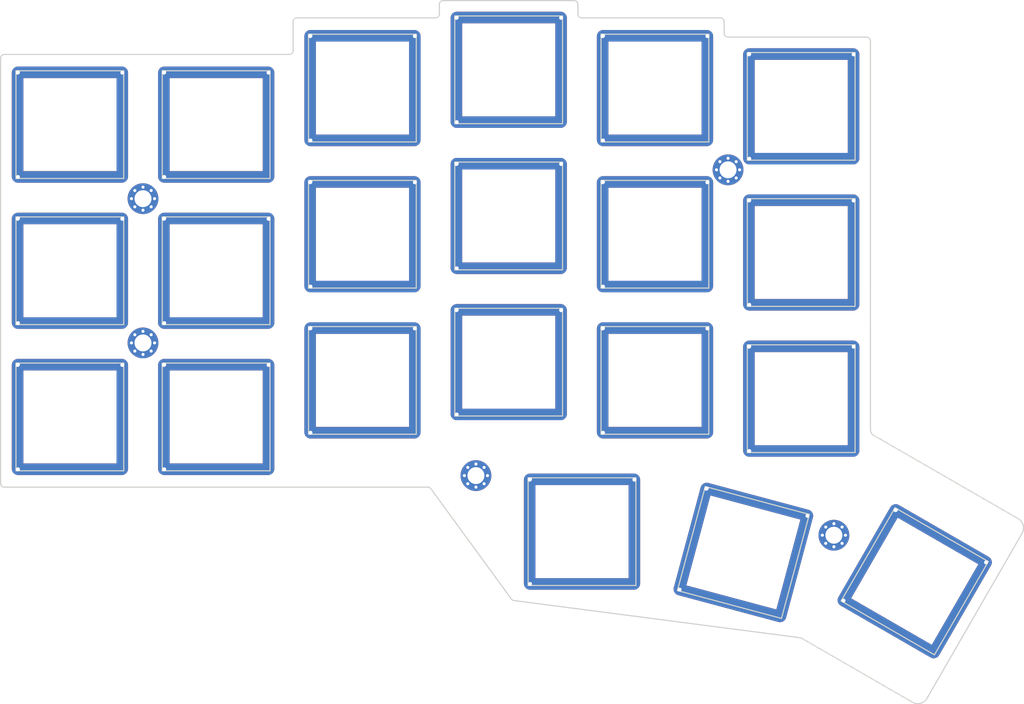
<source format=kicad_pcb>
(kicad_pcb (version 20221018) (generator pcbnew)
  (title_block (title "corne_dark_top") (date "2023-09-12") (rev "1.0"))
  (layers (0 "F.Cu" signal) (31 "B.Cu" signal) (34 "B.Paste" user) (35 "F.Paste" user) (36 "B.SilkS" user "B.Silkscreen") (37 "F.SilkS" user "F.Silkscreen") (38 "B.Mask" user) (39 "F.Mask" user) (44 "Edge.Cuts" user))
  (net 0 "")
  (gr_poly (pts (xy 152.88351 98.87139) (xy 152.95632 98.86059) (xy 153.02771 98.84271) (xy 153.09701 98.81791) (xy 153.16355 98.78644) (xy 153.22668 98.7486) (xy 153.28579 98.70476) (xy 153.34033 98.65533) (xy 153.38976 98.60079) (xy 153.4336 98.54168) (xy 153.47144 98.47855) (xy 153.50291 98.41201) (xy 153.52771 98.34271) (xy 153.54559 98.27132) (xy 153.55639 98.19851) (xy 153.56 98.125) (xy 153.56 91.375) (xy 153.56 84.625) (xy 153.55639 84.55149) (xy 153.54559 84.47868) (xy 153.52771 84.40729) (xy 153.50291 84.33799) (xy 153.47144 84.27145) (xy 153.4336 84.20832) (xy 153.38976 84.14921) (xy 153.34033 84.09467) (xy 153.28579 84.04524) (xy 153.22668 84.0014) (xy 153.16355 83.96356) (xy 153.09701 83.93209) (xy 153.02771 83.90729) (xy 152.95632 83.88941) (xy 152.88351 83.87861) (xy 152.81 83.875) (xy 152.73649 83.87861) (xy 152.66368 83.88941) (xy 152.59229 83.90729) (xy 152.52299 83.93209) (xy 152.45645 83.96356) (xy 152.39332 84.0014) (xy 152.33421 84.04524) (xy 152.27967 84.09467) (xy 152.23024 84.14921) (xy 152.1864 84.20832) (xy 152.14856 84.27145) (xy 152.11709 84.33799) (xy 152.09229 84.40729) (xy 152.07441 84.47868) (xy 152.06361 84.55149) (xy 152.06 84.625) (xy 152.06 98.125) (xy 152.06361 98.19851) (xy 152.07441 98.27132) (xy 152.09229 98.34271) (xy 152.11709 98.41201) (xy 152.14856 98.47855) (xy 152.1864 98.54168) (xy 152.23024 98.60079) (xy 152.27967 98.65533) (xy 152.33421 98.70476) (xy 152.39332 98.7486) (xy 152.45645 98.78644) (xy 152.52299 98.81791) (xy 152.59229 98.84271) (xy 152.66368 98.86059) (xy 152.73649 98.87139) (xy 152.81 98.875)) (fill solid) (layer "F.Cu"))
  (gr_poly (pts (xy 76.8345 103.1238) (xy 76.85877 103.1202) (xy 76.88257 103.11424) (xy 76.90567 103.10597) (xy 76.92785 103.09548) (xy 76.94889 103.08287) (xy 76.9686 103.06825) (xy 76.98678 103.05178) (xy 77.00325 103.0336) (xy 77.01787 103.01389) (xy 77.03048 102.99285) (xy 77.04097 102.97067) (xy 77.04924 102.94757) (xy 77.0552 102.92377) (xy 77.0588 102.8995) (xy 77.06 102.875) (xy 77.06 96.125) (xy 77.06 89.375) (xy 77.0588 89.3505) (xy 77.0552 89.32623) (xy 77.04924 89.30243) (xy 77.04097 89.27933) (xy 77.03048 89.25715) (xy 77.01787 89.23611) (xy 77.00325 89.2164) (xy 76.98678 89.19822) (xy 76.9686 89.18175) (xy 76.94889 89.16713) (xy 76.92785 89.15452) (xy 76.90567 89.14403) (xy 76.88257 89.13576) (xy 76.85877 89.1298) (xy 76.8345 89.1262) (xy 76.81 89.125) (xy 76.7855 89.1262) (xy 76.76123 89.1298) (xy 76.73743 89.13576) (xy 76.71433 89.14403) (xy 76.69215 89.15452) (xy 76.67111 89.16713) (xy 76.6514 89.18175) (xy 76.63322 89.19822) (xy 76.61675 89.2164) (xy 76.60213 89.23611) (xy 76.58952 89.25715) (xy 76.57903 89.27933) (xy 76.57076 89.30243) (xy 76.5648 89.32623) (xy 76.5612 89.3505) (xy 76.56 89.375) (xy 76.56 102.875) (xy 76.5612 102.8995) (xy 76.5648 102.92377) (xy 76.57076 102.94757) (xy 76.57903 102.97067) (xy 76.58952 102.99285) (xy 76.60213 103.01389) (xy 76.61675 103.0336) (xy 76.63322 103.05178) (xy 76.6514 103.06825) (xy 76.67111 103.08287) (xy 76.69215 103.09548) (xy 76.71433 103.10597) (xy 76.73743 103.11424) (xy 76.76123 103.1202) (xy 76.7855 103.1238) (xy 76.81 103.125)) (fill solid) (layer "F.Cu"))
  (gr_poly (pts (xy 76.88351 84.62139) (xy 76.95632 84.61059) (xy 77.02771 84.59271) (xy 77.09701 84.56791) (xy 77.16355 84.53644) (xy 77.22668 84.4986) (xy 77.28579 84.45476) (xy 77.34033 84.40533) (xy 77.38976 84.35079) (xy 77.4336 84.29168) (xy 77.47144 84.22855) (xy 77.50291 84.16201) (xy 77.52771 84.09271) (xy 77.54559 84.02132) (xy 77.55639 83.94851) (xy 77.56 83.875) (xy 77.56 77.125) (xy 77.56 70.375) (xy 77.55639 70.30149) (xy 77.54559 70.22868) (xy 77.52771 70.15729) (xy 77.50291 70.08799) (xy 77.47144 70.02145) (xy 77.4336 69.95832) (xy 77.38976 69.89921) (xy 77.34033 69.84467) (xy 77.28579 69.79524) (xy 77.22668 69.7514) (xy 77.16355 69.71356) (xy 77.09701 69.68209) (xy 77.02771 69.65729) (xy 76.95632 69.63941) (xy 76.88351 69.62861) (xy 76.81 69.625) (xy 76.73649 69.62861) (xy 76.66368 69.63941) (xy 76.59229 69.65729) (xy 76.52299 69.68209) (xy 76.45645 69.71356) (xy 76.39332 69.7514) (xy 76.33421 69.79524) (xy 76.27967 69.84467) (xy 76.23024 69.89921) (xy 76.1864 69.95832) (xy 76.14856 70.02145) (xy 76.11709 70.08799) (xy 76.09229 70.15729) (xy 76.07441 70.22868) (xy 76.06361 70.30149) (xy 76.06 70.375) (xy 76.06 83.875) (xy 76.06361 83.94851) (xy 76.07441 84.02132) (xy 76.09229 84.09271) (xy 76.11709 84.16201) (xy 76.14856 84.22855) (xy 76.1864 84.29168) (xy 76.23024 84.35079) (xy 76.27967 84.40533) (xy 76.33421 84.45476) (xy 76.39332 84.4986) (xy 76.45645 84.53644) (xy 76.52299 84.56791) (xy 76.59229 84.59271) (xy 76.66368 84.61059) (xy 76.73649 84.62139) (xy 76.81 84.625)) (fill solid) (layer "F.Cu"))
  (gr_poly (pts (xy 114.83351 104.32139) (xy 114.90632 104.31059) (xy 114.97771 104.29271) (xy 115.04701 104.26791) (xy 115.11355 104.23644) (xy 115.17668 104.1986) (xy 115.23579 104.15476) (xy 115.29033 104.10533) (xy 115.33976 104.05079) (xy 115.3836 103.99168) (xy 115.42144 103.92855) (xy 115.45291 103.86201) (xy 115.47771 103.79271) (xy 115.49559 103.72132) (xy 115.50639 103.64851) (xy 115.51 103.575) (xy 115.50639 103.50149) (xy 115.49559 103.42868) (xy 115.47771 103.35729) (xy 115.45291 103.28799) (xy 115.42144 103.22145) (xy 115.3836 103.15832) (xy 115.33976 103.09921) (xy 115.29033 103.04467) (xy 115.23579 102.99524) (xy 115.17668 102.9514) (xy 115.11355 102.91356) (xy 115.04701 102.88209) (xy 114.97771 102.85729) (xy 114.90632 102.83941) (xy 114.83351 102.82861) (xy 114.76 102.825) (xy 108.01 102.825) (xy 101.26 102.825) (xy 101.18649 102.82861) (xy 101.11368 102.83941) (xy 101.04229 102.85729) (xy 100.97299 102.88209) (xy 100.90645 102.91356) (xy 100.84332 102.9514) (xy 100.78421 102.99524) (xy 100.72967 103.04467) (xy 100.68024 103.09921) (xy 100.6364 103.15832) (xy 100.59856 103.22145) (xy 100.56709 103.28799) (xy 100.54229 103.35729) (xy 100.52441 103.42868) (xy 100.51361 103.50149) (xy 100.51 103.575) (xy 100.51361 103.64851) (xy 100.52441 103.72132) (xy 100.54229 103.79271) (xy 100.56709 103.86201) (xy 100.59856 103.92855) (xy 100.6364 103.99168) (xy 100.68024 104.05079) (xy 100.72967 104.10533) (xy 100.78421 104.15476) (xy 100.84332 104.1986) (xy 100.90645 104.23644) (xy 100.97299 104.26791) (xy 101.04229 104.29271) (xy 101.11368 104.31059) (xy 101.18649 104.32139) (xy 101.26 104.325) (xy 114.76 104.325)) (fill solid) (layer "F.Cu"))
  (gr_poly (pts (xy 171.83351 82.29639) (xy 171.90632 82.28559) (xy 171.97771 82.26771) (xy 172.04701 82.24291) (xy 172.11355 82.21144) (xy 172.17668 82.1736) (xy 172.23579 82.12976) (xy 172.29033 82.08033) (xy 172.33976 82.02579) (xy 172.3836 81.96668) (xy 172.42144 81.90355) (xy 172.45291 81.83701) (xy 172.47771 81.76771) (xy 172.49559 81.69632) (xy 172.50639 81.62351) (xy 172.51 81.55) (xy 172.50639 81.47649) (xy 172.49559 81.40368) (xy 172.47771 81.33229) (xy 172.45291 81.26299) (xy 172.42144 81.19645) (xy 172.3836 81.13332) (xy 172.33976 81.07421) (xy 172.29033 81.01967) (xy 172.23579 80.97024) (xy 172.17668 80.9264) (xy 172.11355 80.88856) (xy 172.04701 80.85709) (xy 171.97771 80.83229) (xy 171.90632 80.81441) (xy 171.83351 80.80361) (xy 171.76 80.8) (xy 165.01 80.8) (xy 158.26 80.8) (xy 158.18649 80.80361) (xy 158.11368 80.81441) (xy 158.04229 80.83229) (xy 157.97299 80.85709) (xy 157.90645 80.88856) (xy 157.84332 80.9264) (xy 157.78421 80.97024) (xy 157.72967 81.01967) (xy 157.68024 81.07421) (xy 157.6364 81.13332) (xy 157.59856 81.19645) (xy 157.56709 81.26299) (xy 157.54229 81.33229) (xy 157.52441 81.40368) (xy 157.51361 81.47649) (xy 157.51 81.55) (xy 157.51361 81.62351) (xy 157.52441 81.69632) (xy 157.54229 81.76771) (xy 157.56709 81.83701) (xy 157.59856 81.90355) (xy 157.6364 81.96668) (xy 157.68024 82.02579) (xy 157.72967 82.08033) (xy 157.78421 82.12976) (xy 157.84332 82.1736) (xy 157.90645 82.21144) (xy 157.97299 82.24291) (xy 158.04229 82.26771) (xy 158.11368 82.28559) (xy 158.18649 82.29639) (xy 158.26 82.3) (xy 171.76 82.3)) (fill solid) (layer "F.Cu"))
  (gr_poly (pts (xy 82.2345 122.1238) (xy 82.25877 122.1202) (xy 82.28257 122.11424) (xy 82.30567 122.10597) (xy 82.32785 122.09548) (xy 82.34889 122.08287) (xy 82.3686 122.06825) (xy 82.38678 122.05178) (xy 82.40325 122.0336) (xy 82.41787 122.01389) (xy 82.43048 121.99285) (xy 82.44097 121.97067) (xy 82.44924 121.94757) (xy 82.4552 121.92377) (xy 82.4588 121.8995) (xy 82.46 121.875) (xy 82.46 115.125) (xy 82.46 108.375) (xy 82.4588 108.3505) (xy 82.4552 108.32623) (xy 82.44924 108.30243) (xy 82.44097 108.27933) (xy 82.43048 108.25715) (xy 82.41787 108.23611) (xy 82.40325 108.2164) (xy 82.38678 108.19822) (xy 82.3686 108.18175) (xy 82.34889 108.16713) (xy 82.32785 108.15452) (xy 82.30567 108.14403) (xy 82.28257 108.13576) (xy 82.25877 108.1298) (xy 82.2345 108.1262) (xy 82.21 108.125) (xy 82.1855 108.1262) (xy 82.16123 108.1298) (xy 82.13743 108.13576) (xy 82.11433 108.14403) (xy 82.09215 108.15452) (xy 82.07111 108.16713) (xy 82.0514 108.18175) (xy 82.03322 108.19822) (xy 82.01675 108.2164) (xy 82.00213 108.23611) (xy 81.98952 108.25715) (xy 81.97903 108.27933) (xy 81.97076 108.30243) (xy 81.9648 108.32623) (xy 81.9612 108.3505) (xy 81.96 108.375) (xy 81.96 121.875) (xy 81.9612 121.8995) (xy 81.9648 121.92377) (xy 81.97076 121.94757) (xy 81.97903 121.97067) (xy 81.98952 121.99285) (xy 82.00213 122.01389) (xy 82.01675 122.0336) (xy 82.03322 122.05178) (xy 82.0514 122.06825) (xy 82.07111 122.08287) (xy 82.09215 122.09548) (xy 82.11433 122.10597) (xy 82.13743 122.11424) (xy 82.16123 122.1202) (xy 82.1855 122.1238) (xy 82.21 122.125)) (fill solid) (layer "F.Cu"))
  (gr_poly (pts (xy 114.8345 98.3738) (xy 114.85877 98.3702) (xy 114.88257 98.36424) (xy 114.90567 98.35597) (xy 114.92785 98.34548) (xy 114.94889 98.33287) (xy 114.9686 98.31825) (xy 114.98678 98.30178) (xy 115.00325 98.2836) (xy 115.01787 98.26389) (xy 115.03048 98.24285) (xy 115.04097 98.22067) (xy 115.04924 98.19757) (xy 115.0552 98.17377) (xy 115.0588 98.1495) (xy 115.06 98.125) (xy 115.06 91.375) (xy 115.06 84.625) (xy 115.0588 84.6005) (xy 115.0552 84.57623) (xy 115.04924 84.55243) (xy 115.04097 84.52933) (xy 115.03048 84.50715) (xy 115.01787 84.48611) (xy 115.00325 84.4664) (xy 114.98678 84.44822) (xy 114.9686 84.43175) (xy 114.94889 84.41713) (xy 114.92785 84.40452) (xy 114.90567 84.39403) (xy 114.88257 84.38576) (xy 114.85877 84.3798) (xy 114.8345 84.3762) (xy 114.81 84.375) (xy 114.7855 84.3762) (xy 114.76123 84.3798) (xy 114.73743 84.38576) (xy 114.71433 84.39403) (xy 114.69215 84.40452) (xy 114.67111 84.41713) (xy 114.6514 84.43175) (xy 114.63322 84.44822) (xy 114.61675 84.4664) (xy 114.60213 84.48611) (xy 114.58952 84.50715) (xy 114.57903 84.52933) (xy 114.57076 84.55243) (xy 114.5648 84.57623) (xy 114.5612 84.6005) (xy 114.56 84.625) (xy 114.56 98.125) (xy 114.5612 98.1495) (xy 114.5648 98.17377) (xy 114.57076 98.19757) (xy 114.57903 98.22067) (xy 114.58952 98.24285) (xy 114.60213 98.26389) (xy 114.61675 98.2836) (xy 114.63322 98.30178) (xy 114.6514 98.31825) (xy 114.67111 98.33287) (xy 114.69215 98.34548) (xy 114.71433 98.35597) (xy 114.73743 98.36424) (xy 114.76123 98.3702) (xy 114.7855 98.3738) (xy 114.81 98.375)) (fill solid) (layer "F.Cu"))
  (gr_poly (pts (xy 152.7845 79.4238) (xy 152.80877 79.4202) (xy 152.83257 79.41424) (xy 152.85567 79.40597) (xy 152.87785 79.39548) (xy 152.89889 79.38287) (xy 152.9186 79.36825) (xy 152.93678 79.35178) (xy 152.95325 79.3336) (xy 152.96787 79.31389) (xy 152.98048 79.29285) (xy 152.99097 79.27067) (xy 152.99924 79.24757) (xy 153.0052 79.22377) (xy 153.0088 79.1995) (xy 153.01 79.175) (xy 153.0088 79.1505) (xy 153.0052 79.12623) (xy 152.99924 79.10243) (xy 152.99097 79.07933) (xy 152.98048 79.05715) (xy 152.96787 79.03611) (xy 152.95325 79.0164) (xy 152.93678 78.99822) (xy 152.9186 78.98175) (xy 152.89889 78.96713) (xy 152.87785 78.95452) (xy 152.85567 78.94403) (xy 152.83257 78.93576) (xy 152.80877 78.9298) (xy 152.7845 78.9262) (xy 152.76 78.925) (xy 146.01 78.925) (xy 139.26 78.925) (xy 139.2355 78.9262) (xy 139.21123 78.9298) (xy 139.18743 78.93576) (xy 139.16433 78.94403) (xy 139.14215 78.95452) (xy 139.12111 78.96713) (xy 139.1014 78.98175) (xy 139.08322 78.99822) (xy 139.06675 79.0164) (xy 139.05213 79.03611) (xy 139.03952 79.05715) (xy 139.02903 79.07933) (xy 139.02076 79.10243) (xy 139.0148 79.12623) (xy 139.0112 79.1505) (xy 139.01 79.175) (xy 139.0112 79.1995) (xy 139.0148 79.22377) (xy 139.02076 79.24757) (xy 139.02903 79.27067) (xy 139.03952 79.29285) (xy 139.05213 79.31389) (xy 139.06675 79.3336) (xy 139.08322 79.35178) (xy 139.1014 79.36825) (xy 139.12111 79.38287) (xy 139.14215 79.39548) (xy 139.16433 79.40597) (xy 139.18743 79.41424) (xy 139.21123 79.4202) (xy 139.2355 79.4238) (xy 139.26 79.425) (xy 152.76 79.425)) (fill solid) (layer "F.Cu"))
  (gr_poly (pts (xy 114.7845 98.4238) (xy 114.80877 98.4202) (xy 114.83257 98.41424) (xy 114.85567 98.40597) (xy 114.87785 98.39548) (xy 114.89889 98.38287) (xy 114.9186 98.36825) (xy 114.93678 98.35178) (xy 114.95325 98.3336) (xy 114.96787 98.31389) (xy 114.98048 98.29285) (xy 114.99097 98.27067) (xy 114.99924 98.24757) (xy 115.0052 98.22377) (xy 115.0088 98.1995) (xy 115.01 98.175) (xy 115.0088 98.1505) (xy 115.0052 98.12623) (xy 114.99924 98.10243) (xy 114.99097 98.07933) (xy 114.98048 98.05715) (xy 114.96787 98.03611) (xy 114.95325 98.0164) (xy 114.93678 97.99822) (xy 114.9186 97.98175) (xy 114.89889 97.96713) (xy 114.87785 97.95452) (xy 114.85567 97.94403) (xy 114.83257 97.93576) (xy 114.80877 97.9298) (xy 114.7845 97.9262) (xy 114.76 97.925) (xy 108.01 97.925) (xy 101.26 97.925) (xy 101.2355 97.9262) (xy 101.21123 97.9298) (xy 101.18743 97.93576) (xy 101.16433 97.94403) (xy 101.14215 97.95452) (xy 101.12111 97.96713) (xy 101.1014 97.98175) (xy 101.08322 97.99822) (xy 101.06675 98.0164) (xy 101.05213 98.03611) (xy 101.03952 98.05715) (xy 101.02903 98.07933) (xy 101.02076 98.10243) (xy 101.0148 98.12623) (xy 101.0112 98.1505) (xy 101.01 98.175) (xy 101.0112 98.1995) (xy 101.0148 98.22377) (xy 101.02076 98.24757) (xy 101.02903 98.27067) (xy 101.03952 98.29285) (xy 101.05213 98.31389) (xy 101.06675 98.3336) (xy 101.08322 98.35178) (xy 101.1014 98.36825) (xy 101.12111 98.38287) (xy 101.14215 98.39548) (xy 101.16433 98.40597) (xy 101.18743 98.41424) (xy 101.21123 98.4202) (xy 101.2355 98.4238) (xy 101.26 98.425) (xy 114.76 98.425)) (fill solid) (layer "F.Cu"))
  (gr_poly (pts (xy 152.83351 98.92139) (xy 152.90632 98.91059) (xy 152.97771 98.89271) (xy 153.04701 98.86791) (xy 153.11355 98.83644) (xy 153.17668 98.7986) (xy 153.23579 98.75476) (xy 153.29033 98.70533) (xy 153.33976 98.65079) (xy 153.3836 98.59168) (xy 153.42144 98.52855) (xy 153.45291 98.46201) (xy 153.47771 98.39271) (xy 153.49559 98.32132) (xy 153.50639 98.24851) (xy 153.51 98.175) (xy 153.50639 98.10149) (xy 153.49559 98.02868) (xy 153.47771 97.95729) (xy 153.45291 97.88799) (xy 153.42144 97.82145) (xy 153.3836 97.75832) (xy 153.33976 97.69921) (xy 153.29033 97.64467) (xy 153.23579 97.59524) (xy 153.17668 97.5514) (xy 153.11355 97.51356) (xy 153.04701 97.48209) (xy 152.97771 97.45729) (xy 152.90632 97.43941) (xy 152.83351 97.42861) (xy 152.76 97.425) (xy 146.01 97.425) (xy 139.26 97.425) (xy 139.18649 97.42861) (xy 139.11368 97.43941) (xy 139.04229 97.45729) (xy 138.97299 97.48209) (xy 138.90645 97.51356) (xy 138.84332 97.5514) (xy 138.78421 97.59524) (xy 138.72967 97.64467) (xy 138.68024 97.69921) (xy 138.6364 97.75832) (xy 138.59856 97.82145) (xy 138.56709 97.88799) (xy 138.54229 97.95729) (xy 138.52441 98.02868) (xy 138.51361 98.10149) (xy 138.51 98.175) (xy 138.51361 98.24851) (xy 138.52441 98.32132) (xy 138.54229 98.39271) (xy 138.56709 98.46201) (xy 138.59856 98.52855) (xy 138.6364 98.59168) (xy 138.68024 98.65079) (xy 138.72967 98.70533) (xy 138.78421 98.75476) (xy 138.84332 98.7986) (xy 138.90645 98.83644) (xy 138.97299 98.86791) (xy 139.04229 98.89271) (xy 139.11368 98.91059) (xy 139.18649 98.92139) (xy 139.26 98.925) (xy 152.76 98.925)) (fill solid) (layer "F.Cu"))
  (gr_poly (pts (xy 114.83351 98.92139) (xy 114.90632 98.91059) (xy 114.97771 98.89271) (xy 115.04701 98.86791) (xy 115.11355 98.83644) (xy 115.17668 98.7986) (xy 115.23579 98.75476) (xy 115.29033 98.70533) (xy 115.33976 98.65079) (xy 115.3836 98.59168) (xy 115.42144 98.52855) (xy 115.45291 98.46201) (xy 115.47771 98.39271) (xy 115.49559 98.32132) (xy 115.50639 98.24851) (xy 115.51 98.175) (xy 115.50639 98.10149) (xy 115.49559 98.02868) (xy 115.47771 97.95729) (xy 115.45291 97.88799) (xy 115.42144 97.82145) (xy 115.3836 97.75832) (xy 115.33976 97.69921) (xy 115.29033 97.64467) (xy 115.23579 97.59524) (xy 115.17668 97.5514) (xy 115.11355 97.51356) (xy 115.04701 97.48209) (xy 114.97771 97.45729) (xy 114.90632 97.43941) (xy 114.83351 97.42861) (xy 114.76 97.425) (xy 108.01 97.425) (xy 101.26 97.425) (xy 101.18649 97.42861) (xy 101.11368 97.43941) (xy 101.04229 97.45729) (xy 100.97299 97.48209) (xy 100.90645 97.51356) (xy 100.84332 97.5514) (xy 100.78421 97.59524) (xy 100.72967 97.64467) (xy 100.68024 97.69921) (xy 100.6364 97.75832) (xy 100.59856 97.82145) (xy 100.56709 97.88799) (xy 100.54229 97.95729) (xy 100.52441 98.02868) (xy 100.51361 98.10149) (xy 100.51 98.175) (xy 100.51361 98.24851) (xy 100.52441 98.32132) (xy 100.54229 98.39271) (xy 100.56709 98.46201) (xy 100.59856 98.52855) (xy 100.6364 98.59168) (xy 100.68024 98.65079) (xy 100.72967 98.70533) (xy 100.78421 98.75476) (xy 100.84332 98.7986) (xy 100.90645 98.83644) (xy 100.97299 98.86791) (xy 101.04229 98.89271) (xy 101.11368 98.91059) (xy 101.18649 98.92139) (xy 101.26 98.925) (xy 114.76 98.925)) (fill solid) (layer "F.Cu"))
  (gr_poly (pts (xy 152.83351 117.92139) (xy 152.90632 117.91059) (xy 152.97771 117.89271) (xy 153.04701 117.86791) (xy 153.11355 117.83644) (xy 153.17668 117.7986) (xy 153.23579 117.75476) (xy 153.29033 117.70533) (xy 153.33976 117.65079) (xy 153.3836 117.59168) (xy 153.42144 117.52855) (xy 153.45291 117.46201) (xy 153.47771 117.39271) (xy 153.49559 117.32132) (xy 153.50639 117.24851) (xy 153.51 117.175) (xy 153.50639 117.10149) (xy 153.49559 117.02868) (xy 153.47771 116.95729) (xy 153.45291 116.88799) (xy 153.42144 116.82145) (xy 153.3836 116.75832) (xy 153.33976 116.69921) (xy 153.29033 116.64467) (xy 153.23579 116.59524) (xy 153.17668 116.5514) (xy 153.11355 116.51356) (xy 153.04701 116.48209) (xy 152.97771 116.45729) (xy 152.90632 116.43941) (xy 152.83351 116.42861) (xy 152.76 116.425) (xy 146.01 116.425) (xy 139.26 116.425) (xy 139.18649 116.42861) (xy 139.11368 116.43941) (xy 139.04229 116.45729) (xy 138.97299 116.48209) (xy 138.90645 116.51356) (xy 138.84332 116.5514) (xy 138.78421 116.59524) (xy 138.72967 116.64467) (xy 138.68024 116.69921) (xy 138.6364 116.75832) (xy 138.59856 116.82145) (xy 138.56709 116.88799) (xy 138.54229 116.95729) (xy 138.52441 117.02868) (xy 138.51361 117.10149) (xy 138.51 117.175) (xy 138.51361 117.24851) (xy 138.52441 117.32132) (xy 138.54229 117.39271) (xy 138.56709 117.46201) (xy 138.59856 117.52855) (xy 138.6364 117.59168) (xy 138.68024 117.65079) (xy 138.72967 117.70533) (xy 138.78421 117.75476) (xy 138.84332 117.7986) (xy 138.90645 117.83644) (xy 138.97299 117.86791) (xy 139.04229 117.89271) (xy 139.11368 117.91059) (xy 139.18649 117.92139) (xy 139.26 117.925) (xy 152.76 117.925)) (fill solid) (layer "F.Cu"))
  (gr_poly (pts (xy 95.83351 122.67139) (xy 95.90632 122.66059) (xy 95.97771 122.64271) (xy 96.04701 122.61791) (xy 96.11355 122.58644) (xy 96.17668 122.5486) (xy 96.23579 122.50476) (xy 96.29033 122.45533) (xy 96.33976 122.40079) (xy 96.3836 122.34168) (xy 96.42144 122.27855) (xy 96.45291 122.21201) (xy 96.47771 122.14271) (xy 96.49559 122.07132) (xy 96.50639 121.99851) (xy 96.51 121.925) (xy 96.50639 121.85149) (xy 96.49559 121.77868) (xy 96.47771 121.70729) (xy 96.45291 121.63799) (xy 96.42144 121.57145) (xy 96.3836 121.50832) (xy 96.33976 121.44921) (xy 96.29033 121.39467) (xy 96.23579 121.34524) (xy 96.17668 121.3014) (xy 96.11355 121.26356) (xy 96.04701 121.23209) (xy 95.97771 121.20729) (xy 95.90632 121.18941) (xy 95.83351 121.17861) (xy 95.76 121.175) (xy 89.01 121.175) (xy 82.26 121.175) (xy 82.18649 121.17861) (xy 82.11368 121.18941) (xy 82.04229 121.20729) (xy 81.97299 121.23209) (xy 81.90645 121.26356) (xy 81.84332 121.3014) (xy 81.78421 121.34524) (xy 81.72967 121.39467) (xy 81.68024 121.44921) (xy 81.6364 121.50832) (xy 81.59856 121.57145) (xy 81.56709 121.63799) (xy 81.54229 121.70729) (xy 81.52441 121.77868) (xy 81.51361 121.85149) (xy 81.51 121.925) (xy 81.51361 121.99851) (xy 81.52441 122.07132) (xy 81.54229 122.14271) (xy 81.56709 122.21201) (xy 81.59856 122.27855) (xy 81.6364 122.34168) (xy 81.68024 122.40079) (xy 81.72967 122.45533) (xy 81.78421 122.50476) (xy 81.84332 122.5486) (xy 81.90645 122.58644) (xy 81.97299 122.61791) (xy 82.04229 122.64271) (xy 82.11368 122.66059) (xy 82.18649 122.67139) (xy 82.26 122.675) (xy 95.76 122.675)) (fill solid) (layer "F.Cu"))
  (gr_poly (pts (xy 171.88351 120.24639) (xy 171.95632 120.23559) (xy 172.02771 120.21771) (xy 172.09701 120.19291) (xy 172.16355 120.16144) (xy 172.22668 120.1236) (xy 172.28579 120.07976) (xy 172.34033 120.03033) (xy 172.38976 119.97579) (xy 172.4336 119.91668) (xy 172.47144 119.85355) (xy 172.50291 119.78701) (xy 172.52771 119.71771) (xy 172.54559 119.64632) (xy 172.55639 119.57351) (xy 172.56 119.5) (xy 172.56 112.75) (xy 172.56 106) (xy 172.55639 105.92649) (xy 172.54559 105.85368) (xy 172.52771 105.78229) (xy 172.50291 105.71299) (xy 172.47144 105.64645) (xy 172.4336 105.58332) (xy 172.38976 105.52421) (xy 172.34033 105.46967) (xy 172.28579 105.42024) (xy 172.22668 105.3764) (xy 172.16355 105.33856) (xy 172.09701 105.30709) (xy 172.02771 105.28229) (xy 171.95632 105.26441) (xy 171.88351 105.25361) (xy 171.81 105.25) (xy 171.73649 105.25361) (xy 171.66368 105.26441) (xy 171.59229 105.28229) (xy 171.52299 105.30709) (xy 171.45645 105.33856) (xy 171.39332 105.3764) (xy 171.33421 105.42024) (xy 171.27967 105.46967) (xy 171.23024 105.52421) (xy 171.1864 105.58332) (xy 171.14856 105.64645) (xy 171.11709 105.71299) (xy 171.09229 105.78229) (xy 171.07441 105.85368) (xy 171.06361 105.92649) (xy 171.06 106) (xy 171.06 119.5) (xy 171.06361 119.57351) (xy 171.07441 119.64632) (xy 171.09229 119.71771) (xy 171.11709 119.78701) (xy 171.14856 119.85355) (xy 171.1864 119.91668) (xy 171.23024 119.97579) (xy 171.27967 120.03033) (xy 171.33421 120.07976) (xy 171.39332 120.1236) (xy 171.45645 120.16144) (xy 171.52299 120.19291) (xy 171.59229 120.21771) (xy 171.66368 120.23559) (xy 171.73649 120.24639) (xy 171.81 120.25)) (fill solid) (layer "F.Cu"))
  (gr_poly (pts (xy 82.2345 84.1238) (xy 82.25877 84.1202) (xy 82.28257 84.11424) (xy 82.30567 84.10597) (xy 82.32785 84.09548) (xy 82.34889 84.08287) (xy 82.3686 84.06825) (xy 82.38678 84.05178) (xy 82.40325 84.0336) (xy 82.41787 84.01389) (xy 82.43048 83.99285) (xy 82.44097 83.97067) (xy 82.44924 83.94757) (xy 82.4552 83.92377) (xy 82.4588 83.8995) (xy 82.46 83.875) (xy 82.46 77.125) (xy 82.46 70.375) (xy 82.4588 70.3505) (xy 82.4552 70.32623) (xy 82.44924 70.30243) (xy 82.44097 70.27933) (xy 82.43048 70.25715) (xy 82.41787 70.23611) (xy 82.40325 70.2164) (xy 82.38678 70.19822) (xy 82.3686 70.18175) (xy 82.34889 70.16713) (xy 82.32785 70.15452) (xy 82.30567 70.14403) (xy 82.28257 70.13576) (xy 82.25877 70.1298) (xy 82.2345 70.1262) (xy 82.21 70.125) (xy 82.1855 70.1262) (xy 82.16123 70.1298) (xy 82.13743 70.13576) (xy 82.11433 70.14403) (xy 82.09215 70.15452) (xy 82.07111 70.16713) (xy 82.0514 70.18175) (xy 82.03322 70.19822) (xy 82.01675 70.2164) (xy 82.00213 70.23611) (xy 81.98952 70.25715) (xy 81.97903 70.27933) (xy 81.97076 70.30243) (xy 81.9648 70.32623) (xy 81.9612 70.3505) (xy 81.96 70.375) (xy 81.96 83.875) (xy 81.9612 83.8995) (xy 81.9648 83.92377) (xy 81.97076 83.94757) (xy 81.97903 83.97067) (xy 81.98952 83.99285) (xy 82.00213 84.01389) (xy 82.01675 84.0336) (xy 82.03322 84.05178) (xy 82.0514 84.06825) (xy 82.07111 84.08287) (xy 82.09215 84.09548) (xy 82.11433 84.10597) (xy 82.13743 84.11424) (xy 82.16123 84.1202) (xy 82.1855 84.1238) (xy 82.21 84.125)) (fill solid) (layer "F.Cu"))
  (gr_poly (pts (xy 171.7845 81.7988) (xy 171.80877 81.7952) (xy 171.83257 81.78924) (xy 171.85567 81.78097) (xy 171.87785 81.77048) (xy 171.89889 81.75787) (xy 171.9186 81.74325) (xy 171.93678 81.72678) (xy 171.95325 81.7086) (xy 171.96787 81.68889) (xy 171.98048 81.66785) (xy 171.99097 81.64567) (xy 171.99924 81.62257) (xy 172.0052 81.59877) (xy 172.0088 81.5745) (xy 172.01 81.55) (xy 172.0088 81.5255) (xy 172.0052 81.50123) (xy 171.99924 81.47743) (xy 171.99097 81.45433) (xy 171.98048 81.43215) (xy 171.96787 81.41111) (xy 171.95325 81.3914) (xy 171.93678 81.37322) (xy 171.9186 81.35675) (xy 171.89889 81.34213) (xy 171.87785 81.32952) (xy 171.85567 81.31903) (xy 171.83257 81.31076) (xy 171.80877 81.3048) (xy 171.7845 81.3012) (xy 171.76 81.3) (xy 165.01 81.3) (xy 158.26 81.3) (xy 158.2355 81.3012) (xy 158.21123 81.3048) (xy 158.18743 81.31076) (xy 158.16433 81.31903) (xy 158.14215 81.32952) (xy 158.12111 81.34213) (xy 158.1014 81.35675) (xy 158.08322 81.37322) (xy 158.06675 81.3914) (xy 158.05213 81.41111) (xy 158.03952 81.43215) (xy 158.02903 81.45433) (xy 158.02076 81.47743) (xy 158.0148 81.50123) (xy 158.0112 81.5255) (xy 158.01 81.55) (xy 158.0112 81.5745) (xy 158.0148 81.59877) (xy 158.02076 81.62257) (xy 158.02903 81.64567) (xy 158.03952 81.66785) (xy 158.05213 81.68889) (xy 158.06675 81.7086) (xy 158.08322 81.72678) (xy 158.1014 81.74325) (xy 158.12111 81.75787) (xy 158.14215 81.77048) (xy 158.16433 81.78097) (xy 158.18743 81.78924) (xy 158.21123 81.7952) (xy 158.2355 81.7988) (xy 158.26 81.8) (xy 171.76 81.8)) (fill solid) (layer "F.Cu"))
  (gr_poly (pts (xy 152.88351 117.87139) (xy 152.95632 117.86059) (xy 153.02771 117.84271) (xy 153.09701 117.81791) (xy 153.16355 117.78644) (xy 153.22668 117.7486) (xy 153.28579 117.70476) (xy 153.34033 117.65533) (xy 153.38976 117.60079) (xy 153.4336 117.54168) (xy 153.47144 117.47855) (xy 153.50291 117.41201) (xy 153.52771 117.34271) (xy 153.54559 117.27132) (xy 153.55639 117.19851) (xy 153.56 117.125) (xy 153.56 110.375) (xy 153.56 103.625) (xy 153.55639 103.55149) (xy 153.54559 103.47868) (xy 153.52771 103.40729) (xy 153.50291 103.33799) (xy 153.47144 103.27145) (xy 153.4336 103.20832) (xy 153.38976 103.14921) (xy 153.34033 103.09467) (xy 153.28579 103.04524) (xy 153.22668 103.0014) (xy 153.16355 102.96356) (xy 153.09701 102.93209) (xy 153.02771 102.90729) (xy 152.95632 102.88941) (xy 152.88351 102.87861) (xy 152.81 102.875) (xy 152.73649 102.87861) (xy 152.66368 102.88941) (xy 152.59229 102.90729) (xy 152.52299 102.93209) (xy 152.45645 102.96356) (xy 152.39332 103.0014) (xy 152.33421 103.04524) (xy 152.27967 103.09467) (xy 152.23024 103.14921) (xy 152.1864 103.20832) (xy 152.14856 103.27145) (xy 152.11709 103.33799) (xy 152.09229 103.40729) (xy 152.07441 103.47868) (xy 152.06361 103.55149) (xy 152.06 103.625) (xy 152.06 117.125) (xy 152.06361 117.19851) (xy 152.07441 117.27132) (xy 152.09229 117.34271) (xy 152.11709 117.41201) (xy 152.14856 117.47855) (xy 152.1864 117.54168) (xy 152.23024 117.60079) (xy 152.27967 117.65533) (xy 152.33421 117.70476) (xy 152.39332 117.7486) (xy 152.45645 117.78644) (xy 152.52299 117.81791) (xy 152.59229 117.84271) (xy 152.66368 117.86059) (xy 152.73649 117.87139) (xy 152.81 117.875)) (fill solid) (layer "F.Cu"))
  (gr_poly (pts (xy 76.8345 84.1238) (xy 76.85877 84.1202) (xy 76.88257 84.11424) (xy 76.90567 84.10597) (xy 76.92785 84.09548) (xy 76.94889 84.08287) (xy 76.9686 84.06825) (xy 76.98678 84.05178) (xy 77.00325 84.0336) (xy 77.01787 84.01389) (xy 77.03048 83.99285) (xy 77.04097 83.97067) (xy 77.04924 83.94757) (xy 77.0552 83.92377) (xy 77.0588 83.8995) (xy 77.06 83.875) (xy 77.06 77.125) (xy 77.06 70.375) (xy 77.0588 70.3505) (xy 77.0552 70.32623) (xy 77.04924 70.30243) (xy 77.04097 70.27933) (xy 77.03048 70.25715) (xy 77.01787 70.23611) (xy 77.00325 70.2164) (xy 76.98678 70.19822) (xy 76.9686 70.18175) (xy 76.94889 70.16713) (xy 76.92785 70.15452) (xy 76.90567 70.14403) (xy 76.88257 70.13576) (xy 76.85877 70.1298) (xy 76.8345 70.1262) (xy 76.81 70.125) (xy 76.7855 70.1262) (xy 76.76123 70.1298) (xy 76.73743 70.13576) (xy 76.71433 70.14403) (xy 76.69215 70.15452) (xy 76.67111 70.16713) (xy 76.6514 70.18175) (xy 76.63322 70.19822) (xy 76.61675 70.2164) (xy 76.60213 70.23611) (xy 76.58952 70.25715) (xy 76.57903 70.27933) (xy 76.57076 70.30243) (xy 76.5648 70.32623) (xy 76.5612 70.3505) (xy 76.56 70.375) (xy 76.56 83.875) (xy 76.5612 83.8995) (xy 76.5648 83.92377) (xy 76.57076 83.94757) (xy 76.57903 83.97067) (xy 76.58952 83.99285) (xy 76.60213 84.01389) (xy 76.61675 84.0336) (xy 76.63322 84.05178) (xy 76.6514 84.06825) (xy 76.67111 84.08287) (xy 76.69215 84.09548) (xy 76.71433 84.10597) (xy 76.73743 84.11424) (xy 76.76123 84.1202) (xy 76.7855 84.1238) (xy 76.81 84.125)) (fill solid) (layer "F.Cu"))
  (gr_poly (pts (xy 76.83351 103.67139) (xy 76.90632 103.66059) (xy 76.97771 103.64271) (xy 77.04701 103.61791) (xy 77.11355 103.58644) (xy 77.17668 103.5486) (xy 77.23579 103.50476) (xy 77.29033 103.45533) (xy 77.33976 103.40079) (xy 77.3836 103.34168) (xy 77.42144 103.27855) (xy 77.45291 103.21201) (xy 77.47771 103.14271) (xy 77.49559 103.07132) (xy 77.50639 102.99851) (xy 77.51 102.925) (xy 77.50639 102.85149) (xy 77.49559 102.77868) (xy 77.47771 102.70729) (xy 77.45291 102.63799) (xy 77.42144 102.57145) (xy 77.3836 102.50832) (xy 77.33976 102.44921) (xy 77.29033 102.39467) (xy 77.23579 102.34524) (xy 77.17668 102.3014) (xy 77.11355 102.26356) (xy 77.04701 102.23209) (xy 76.97771 102.20729) (xy 76.90632 102.18941) (xy 76.83351 102.17861) (xy 76.76 102.175) (xy 70.01 102.175) (xy 63.26 102.175) (xy 63.18649 102.17861) (xy 63.11368 102.18941) (xy 63.04229 102.20729) (xy 62.97299 102.23209) (xy 62.90645 102.26356) (xy 62.84332 102.3014) (xy 62.78421 102.34524) (xy 62.72967 102.39467) (xy 62.68024 102.44921) (xy 62.6364 102.50832) (xy 62.59856 102.57145) (xy 62.56709 102.63799) (xy 62.54229 102.70729) (xy 62.52441 102.77868) (xy 62.51361 102.85149) (xy 62.51 102.925) (xy 62.51361 102.99851) (xy 62.52441 103.07132) (xy 62.54229 103.14271) (xy 62.56709 103.21201) (xy 62.59856 103.27855) (xy 62.6364 103.34168) (xy 62.68024 103.40079) (xy 62.72967 103.45533) (xy 62.78421 103.50476) (xy 62.84332 103.5486) (xy 62.90645 103.58644) (xy 62.97299 103.61791) (xy 63.04229 103.64271) (xy 63.11368 103.66059) (xy 63.18649 103.67139) (xy 63.26 103.675) (xy 76.76 103.675)) (fill solid) (layer "F.Cu"))
  (gr_poly (pts (xy 171.88351 101.24639) (xy 171.95632 101.23559) (xy 172.02771 101.21771) (xy 172.09701 101.19291) (xy 172.16355 101.16144) (xy 172.22668 101.1236) (xy 172.28579 101.07976) (xy 172.34033 101.03033) (xy 172.38976 100.97579) (xy 172.4336 100.91668) (xy 172.47144 100.85355) (xy 172.50291 100.78701) (xy 172.52771 100.71771) (xy 172.54559 100.64632) (xy 172.55639 100.57351) (xy 172.56 100.5) (xy 172.56 93.75) (xy 172.56 87) (xy 172.55639 86.92649) (xy 172.54559 86.85368) (xy 172.52771 86.78229) (xy 172.50291 86.71299) (xy 172.47144 86.64645) (xy 172.4336 86.58332) (xy 172.38976 86.52421) (xy 172.34033 86.46967) (xy 172.28579 86.42024) (xy 172.22668 86.3764) (xy 172.16355 86.33856) (xy 172.09701 86.30709) (xy 172.02771 86.28229) (xy 171.95632 86.26441) (xy 171.88351 86.25361) (xy 171.81 86.25) (xy 171.73649 86.25361) (xy 171.66368 86.26441) (xy 171.59229 86.28229) (xy 171.52299 86.30709) (xy 171.45645 86.33856) (xy 171.39332 86.3764) (xy 171.33421 86.42024) (xy 171.27967 86.46967) (xy 171.23024 86.52421) (xy 171.1864 86.58332) (xy 171.14856 86.64645) (xy 171.11709 86.71299) (xy 171.09229 86.78229) (xy 171.07441 86.85368) (xy 171.06361 86.92649) (xy 171.06 87) (xy 171.06 100.5) (xy 171.06361 100.57351) (xy 171.07441 100.64632) (xy 171.09229 100.71771) (xy 171.11709 100.78701) (xy 171.14856 100.85355) (xy 171.1864 100.91668) (xy 171.23024 100.97579) (xy 171.27967 101.03033) (xy 171.33421 101.07976) (xy 171.39332 101.1236) (xy 171.45645 101.16144) (xy 171.52299 101.19291) (xy 171.59229 101.21771) (xy 171.66368 101.23559) (xy 171.73649 101.24639) (xy 171.81 101.25)) (fill solid) (layer "F.Cu"))
  (gr_poly (pts (xy 133.8345 114.9988) (xy 133.85877 114.9952) (xy 133.88257 114.98924) (xy 133.90567 114.98097) (xy 133.92785 114.97048) (xy 133.94889 114.95787) (xy 133.9686 114.94325) (xy 133.98678 114.92678) (xy 134.00325 114.9086) (xy 134.01787 114.88889) (xy 134.03048 114.86785) (xy 134.04097 114.84567) (xy 134.04924 114.82257) (xy 134.0552 114.79877) (xy 134.0588 114.7745) (xy 134.06 114.75) (xy 134.06 108) (xy 134.06 101.25) (xy 134.0588 101.2255) (xy 134.0552 101.20123) (xy 134.04924 101.17743) (xy 134.04097 101.15433) (xy 134.03048 101.13215) (xy 134.01787 101.11111) (xy 134.00325 101.0914) (xy 133.98678 101.07322) (xy 133.9686 101.05675) (xy 133.94889 101.04213) (xy 133.92785 101.02952) (xy 133.90567 101.01903) (xy 133.88257 101.01076) (xy 133.85877 101.0048) (xy 133.8345 101.0012) (xy 133.81 101) (xy 133.7855 101.0012) (xy 133.76123 101.0048) (xy 133.73743 101.01076) (xy 133.71433 101.01903) (xy 133.69215 101.02952) (xy 133.67111 101.04213) (xy 133.6514 101.05675) (xy 133.63322 101.07322) (xy 133.61675 101.0914) (xy 133.60213 101.11111) (xy 133.58952 101.13215) (xy 133.57903 101.15433) (xy 133.57076 101.17743) (xy 133.5648 101.20123) (xy 133.5612 101.2255) (xy 133.56 101.25) (xy 133.56 114.75) (xy 133.5612 114.7745) (xy 133.5648 114.79877) (xy 133.57076 114.82257) (xy 133.57903 114.84567) (xy 133.58952 114.86785) (xy 133.60213 114.88889) (xy 133.61675 114.9086) (xy 133.63322 114.92678) (xy 133.6514 114.94325) (xy 133.67111 114.95787) (xy 133.69215 114.97048) (xy 133.71433 114.98097) (xy 133.73743 114.98924) (xy 133.76123 114.9952) (xy 133.7855 114.9988) (xy 133.81 115)) (fill solid) (layer "F.Cu"))
  (gr_poly (pts (xy 133.7845 96.0488) (xy 133.80877 96.0452) (xy 133.83257 96.03924) (xy 133.85567 96.03097) (xy 133.87785 96.02048) (xy 133.89889 96.00787) (xy 133.9186 95.99325) (xy 133.93678 95.97678) (xy 133.95325 95.9586) (xy 133.96787 95.93889) (xy 133.98048 95.91785) (xy 133.99097 95.89567) (xy 133.99924 95.87257) (xy 134.0052 95.84877) (xy 134.0088 95.8245) (xy 134.01 95.8) (xy 134.0088 95.7755) (xy 134.0052 95.75123) (xy 133.99924 95.72743) (xy 133.99097 95.70433) (xy 133.98048 95.68215) (xy 133.96787 95.66111) (xy 133.95325 95.6414) (xy 133.93678 95.62322) (xy 133.9186 95.60675) (xy 133.89889 95.59213) (xy 133.87785 95.57952) (xy 133.85567 95.56903) (xy 133.83257 95.56076) (xy 133.80877 95.5548) (xy 133.7845 95.5512) (xy 133.76 95.55) (xy 127.01 95.55) (xy 120.26 95.55) (xy 120.2355 95.5512) (xy 120.21123 95.5548) (xy 120.18743 95.56076) (xy 120.16433 95.56903) (xy 120.14215 95.57952) (xy 120.12111 95.59213) (xy 120.1014 95.60675) (xy 120.08322 95.62322) (xy 120.06675 95.6414) (xy 120.05213 95.66111) (xy 120.03952 95.68215) (xy 120.02903 95.70433) (xy 120.02076 95.72743) (xy 120.0148 95.75123) (xy 120.0112 95.7755) (xy 120.01 95.8) (xy 120.0112 95.8245) (xy 120.0148 95.84877) (xy 120.02076 95.87257) (xy 120.02903 95.89567) (xy 120.03952 95.91785) (xy 120.05213 95.93889) (xy 120.06675 95.9586) (xy 120.08322 95.97678) (xy 120.1014 95.99325) (xy 120.12111 96.00787) (xy 120.14215 96.02048) (xy 120.16433 96.03097) (xy 120.18743 96.03924) (xy 120.21123 96.0452) (xy 120.2355 96.0488) (xy 120.26 96.05) (xy 133.76 96.05)) (fill solid) (layer "F.Cu"))
  (gr_poly (pts (xy 133.7845 77.0488) (xy 133.80877 77.0452) (xy 133.83257 77.03924) (xy 133.85567 77.03097) (xy 133.87785 77.02048) (xy 133.89889 77.00787) (xy 133.9186 76.99325) (xy 133.93678 76.97678) (xy 133.95325 76.9586) (xy 133.96787 76.93889) (xy 133.98048 76.91785) (xy 133.99097 76.89567) (xy 133.99924 76.87257) (xy 134.0052 76.84877) (xy 134.0088 76.8245) (xy 134.01 76.8) (xy 134.0088 76.7755) (xy 134.0052 76.75123) (xy 133.99924 76.72743) (xy 133.99097 76.70433) (xy 133.98048 76.68215) (xy 133.96787 76.66111) (xy 133.95325 76.6414) (xy 133.93678 76.62322) (xy 133.9186 76.60675) (xy 133.89889 76.59213) (xy 133.87785 76.57952) (xy 133.85567 76.56903) (xy 133.83257 76.56076) (xy 133.80877 76.5548) (xy 133.7845 76.5512) (xy 133.76 76.55) (xy 127.01 76.55) (xy 120.26 76.55) (xy 120.2355 76.5512) (xy 120.21123 76.5548) (xy 120.18743 76.56076) (xy 120.16433 76.56903) (xy 120.14215 76.57952) (xy 120.12111 76.59213) (xy 120.1014 76.60675) (xy 120.08322 76.62322) (xy 120.06675 76.6414) (xy 120.05213 76.66111) (xy 120.03952 76.68215) (xy 120.02903 76.70433) (xy 120.02076 76.72743) (xy 120.0148 76.75123) (xy 120.0112 76.7755) (xy 120.01 76.8) (xy 120.0112 76.8245) (xy 120.0148 76.84877) (xy 120.02076 76.87257) (xy 120.02903 76.89567) (xy 120.03952 76.91785) (xy 120.05213 76.93889) (xy 120.06675 76.9586) (xy 120.08322 76.97678) (xy 120.1014 76.99325) (xy 120.12111 77.00787) (xy 120.14215 77.02048) (xy 120.16433 77.03097) (xy 120.18743 77.03924) (xy 120.21123 77.0452) (xy 120.2355 77.0488) (xy 120.26 77.05) (xy 133.76 77.05)) (fill solid) (layer "F.Cu"))
  (gr_poly (pts (xy 101.2345 79.3738) (xy 101.25877 79.3702) (xy 101.28257 79.36424) (xy 101.30567 79.35597) (xy 101.32785 79.34548) (xy 101.34889 79.33287) (xy 101.3686 79.31825) (xy 101.38678 79.30178) (xy 101.40325 79.2836) (xy 101.41787 79.26389) (xy 101.43048 79.24285) (xy 101.44097 79.22067) (xy 101.44924 79.19757) (xy 101.4552 79.17377) (xy 101.4588 79.1495) (xy 101.46 79.125) (xy 101.46 72.375) (xy 101.46 65.625) (xy 101.4588 65.6005) (xy 101.4552 65.57623) (xy 101.44924 65.55243) (xy 101.44097 65.52933) (xy 101.43048 65.50715) (xy 101.41787 65.48611) (xy 101.40325 65.4664) (xy 101.38678 65.44822) (xy 101.3686 65.43175) (xy 101.34889 65.41713) (xy 101.32785 65.40452) (xy 101.30567 65.39403) (xy 101.28257 65.38576) (xy 101.25877 65.3798) (xy 101.2345 65.3762) (xy 101.21 65.375) (xy 101.1855 65.3762) (xy 101.16123 65.3798) (xy 101.13743 65.38576) (xy 101.11433 65.39403) (xy 101.09215 65.40452) (xy 101.07111 65.41713) (xy 101.0514 65.43175) (xy 101.03322 65.44822) (xy 101.01675 65.4664) (xy 101.00213 65.48611) (xy 100.98952 65.50715) (xy 100.97903 65.52933) (xy 100.97076 65.55243) (xy 100.9648 65.57623) (xy 100.9612 65.6005) (xy 100.96 65.625) (xy 100.96 79.125) (xy 100.9612 79.1495) (xy 100.9648 79.17377) (xy 100.97076 79.19757) (xy 100.97903 79.22067) (xy 100.98952 79.24285) (xy 101.00213 79.26389) (xy 101.01675 79.2836) (xy 101.03322 79.30178) (xy 101.0514 79.31825) (xy 101.07111 79.33287) (xy 101.09215 79.34548) (xy 101.11433 79.35597) (xy 101.13743 79.36424) (xy 101.16123 79.3702) (xy 101.1855 79.3738) (xy 101.21 79.375)) (fill solid) (layer "F.Cu"))
  (gr_poly (pts (xy 139.2345 79.3738) (xy 139.25877 79.3702) (xy 139.28257 79.36424) (xy 139.30567 79.35597) (xy 139.32785 79.34548) (xy 139.34889 79.33287) (xy 139.3686 79.31825) (xy 139.38678 79.30178) (xy 139.40325 79.2836) (xy 139.41787 79.26389) (xy 139.43048 79.24285) (xy 139.44097 79.22067) (xy 139.44924 79.19757) (xy 139.4552 79.17377) (xy 139.4588 79.1495) (xy 139.46 79.125) (xy 139.46 72.375) (xy 139.46 65.625) (xy 139.4588 65.6005) (xy 139.4552 65.57623) (xy 139.44924 65.55243) (xy 139.44097 65.52933) (xy 139.43048 65.50715) (xy 139.41787 65.48611) (xy 139.40325 65.4664) (xy 139.38678 65.44822) (xy 139.3686 65.43175) (xy 139.34889 65.41713) (xy 139.32785 65.40452) (xy 139.30567 65.39403) (xy 139.28257 65.38576) (xy 139.25877 65.3798) (xy 139.2345 65.3762) (xy 139.21 65.375) (xy 139.1855 65.3762) (xy 139.16123 65.3798) (xy 139.13743 65.38576) (xy 139.11433 65.39403) (xy 139.09215 65.40452) (xy 139.07111 65.41713) (xy 139.0514 65.43175) (xy 139.03322 65.44822) (xy 139.01675 65.4664) (xy 139.00213 65.48611) (xy 138.98952 65.50715) (xy 138.97903 65.52933) (xy 138.97076 65.55243) (xy 138.9648 65.57623) (xy 138.9612 65.6005) (xy 138.96 65.625) (xy 138.96 79.125) (xy 138.9612 79.1495) (xy 138.9648 79.17377) (xy 138.97076 79.19757) (xy 138.97903 79.22067) (xy 138.98952 79.24285) (xy 139.00213 79.26389) (xy 139.01675 79.2836) (xy 139.03322 79.30178) (xy 139.0514 79.31825) (xy 139.07111 79.33287) (xy 139.09215 79.34548) (xy 139.11433 79.35597) (xy 139.13743 79.36424) (xy 139.16123 79.3702) (xy 139.1855 79.3738) (xy 139.21 79.375)) (fill solid) (layer "F.Cu"))
  (gr_poly (pts (xy 114.8345 79.3738) (xy 114.85877 79.3702) (xy 114.88257 79.36424) (xy 114.90567 79.35597) (xy 114.92785 79.34548) (xy 114.94889 79.33287) (xy 114.9686 79.31825) (xy 114.98678 79.30178) (xy 115.00325 79.2836) (xy 115.01787 79.26389) (xy 115.03048 79.24285) (xy 115.04097 79.22067) (xy 115.04924 79.19757) (xy 115.0552 79.17377) (xy 115.0588 79.1495) (xy 115.06 79.125) (xy 115.06 72.375) (xy 115.06 65.625) (xy 115.0588 65.6005) (xy 115.0552 65.57623) (xy 115.04924 65.55243) (xy 115.04097 65.52933) (xy 115.03048 65.50715) (xy 115.01787 65.48611) (xy 115.00325 65.4664) (xy 114.98678 65.44822) (xy 114.9686 65.43175) (xy 114.94889 65.41713) (xy 114.92785 65.40452) (xy 114.90567 65.39403) (xy 114.88257 65.38576) (xy 114.85877 65.3798) (xy 114.8345 65.3762) (xy 114.81 65.375) (xy 114.7855 65.3762) (xy 114.76123 65.3798) (xy 114.73743 65.38576) (xy 114.71433 65.39403) (xy 114.69215 65.40452) (xy 114.67111 65.41713) (xy 114.6514 65.43175) (xy 114.63322 65.44822) (xy 114.61675 65.4664) (xy 114.60213 65.48611) (xy 114.58952 65.50715) (xy 114.57903 65.52933) (xy 114.57076 65.55243) (xy 114.5648 65.57623) (xy 114.5612 65.6005) (xy 114.56 65.625) (xy 114.56 79.125) (xy 114.5612 79.1495) (xy 114.5648 79.17377) (xy 114.57076 79.19757) (xy 114.57903 79.22067) (xy 114.58952 79.24285) (xy 114.60213 79.26389) (xy 114.61675 79.2836) (xy 114.63322 79.30178) (xy 114.6514 79.31825) (xy 114.67111 79.33287) (xy 114.69215 79.34548) (xy 114.71433 79.35597) (xy 114.73743 79.36424) (xy 114.76123 79.3702) (xy 114.7855 79.3738) (xy 114.81 79.375)) (fill solid) (layer "F.Cu"))
  (gr_poly (pts (xy 95.8345 84.1238) (xy 95.85877 84.1202) (xy 95.88257 84.11424) (xy 95.90567 84.10597) (xy 95.92785 84.09548) (xy 95.94889 84.08287) (xy 95.9686 84.06825) (xy 95.98678 84.05178) (xy 96.00325 84.0336) (xy 96.01787 84.01389) (xy 96.03048 83.99285) (xy 96.04097 83.97067) (xy 96.04924 83.94757) (xy 96.0552 83.92377) (xy 96.0588 83.8995) (xy 96.06 83.875) (xy 96.06 77.125) (xy 96.06 70.375) (xy 96.0588 70.3505) (xy 96.0552 70.32623) (xy 96.04924 70.30243) (xy 96.04097 70.27933) (xy 96.03048 70.25715) (xy 96.01787 70.23611) (xy 96.00325 70.2164) (xy 95.98678 70.19822) (xy 95.9686 70.18175) (xy 95.94889 70.16713) (xy 95.92785 70.15452) (xy 95.90567 70.14403) (xy 95.88257 70.13576) (xy 95.85877 70.1298) (xy 95.8345 70.1262) (xy 95.81 70.125) (xy 95.7855 70.1262) (xy 95.76123 70.1298) (xy 95.73743 70.13576) (xy 95.71433 70.14403) (xy 95.69215 70.15452) (xy 95.67111 70.16713) (xy 95.6514 70.18175) (xy 95.63322 70.19822) (xy 95.61675 70.2164) (xy 95.60213 70.23611) (xy 95.58952 70.25715) (xy 95.57903 70.27933) (xy 95.57076 70.30243) (xy 95.5648 70.32623) (xy 95.5612 70.3505) (xy 95.56 70.375) (xy 95.56 83.875) (xy 95.5612 83.8995) (xy 95.5648 83.92377) (xy 95.57076 83.94757) (xy 95.57903 83.97067) (xy 95.58952 83.99285) (xy 95.60213 84.01389) (xy 95.61675 84.0336) (xy 95.63322 84.05178) (xy 95.6514 84.06825) (xy 95.67111 84.08287) (xy 95.69215 84.09548) (xy 95.71433 84.10597) (xy 95.73743 84.11424) (xy 95.76123 84.1202) (xy 95.7855 84.1238) (xy 95.81 84.125)) (fill solid) (layer "F.Cu"))
  (gr_poly (pts (xy 152.83351 66.32139) (xy 152.90632 66.31059) (xy 152.97771 66.29271) (xy 153.04701 66.26791) (xy 153.11355 66.23644) (xy 153.17668 66.1986) (xy 153.23579 66.15476) (xy 153.29033 66.10533) (xy 153.33976 66.05079) (xy 153.3836 65.99168) (xy 153.42144 65.92855) (xy 153.45291 65.86201) (xy 153.47771 65.79271) (xy 153.49559 65.72132) (xy 153.50639 65.64851) (xy 153.51 65.575) (xy 153.50639 65.50149) (xy 153.49559 65.42868) (xy 153.47771 65.35729) (xy 153.45291 65.28799) (xy 153.42144 65.22145) (xy 153.3836 65.15832) (xy 153.33976 65.09921) (xy 153.29033 65.04467) (xy 153.23579 64.99524) (xy 153.17668 64.9514) (xy 153.11355 64.91356) (xy 153.04701 64.88209) (xy 152.97771 64.85729) (xy 152.90632 64.83941) (xy 152.83351 64.82861) (xy 152.76 64.825) (xy 146.01 64.825) (xy 139.26 64.825) (xy 139.18649 64.82861) (xy 139.11368 64.83941) (xy 139.04229 64.85729) (xy 138.97299 64.88209) (xy 138.90645 64.91356) (xy 138.84332 64.9514) (xy 138.78421 64.99524) (xy 138.72967 65.04467) (xy 138.68024 65.09921) (xy 138.6364 65.15832) (xy 138.59856 65.22145) (xy 138.56709 65.28799) (xy 138.54229 65.35729) (xy 138.52441 65.42868) (xy 138.51361 65.50149) (xy 138.51 65.575) (xy 138.51361 65.64851) (xy 138.52441 65.72132) (xy 138.54229 65.79271) (xy 138.56709 65.86201) (xy 138.59856 65.92855) (xy 138.6364 65.99168) (xy 138.68024 66.05079) (xy 138.72967 66.10533) (xy 138.78421 66.15476) (xy 138.84332 66.1986) (xy 138.90645 66.23644) (xy 138.97299 66.26791) (xy 139.04229 66.29271) (xy 139.11368 66.31059) (xy 139.18649 66.32139) (xy 139.26 66.325) (xy 152.76 66.325)) (fill solid) (layer "F.Cu"))
  (gr_poly (pts (xy 95.83351 103.67139) (xy 95.90632 103.66059) (xy 95.97771 103.64271) (xy 96.04701 103.61791) (xy 96.11355 103.58644) (xy 96.17668 103.5486) (xy 96.23579 103.50476) (xy 96.29033 103.45533) (xy 96.33976 103.40079) (xy 96.3836 103.34168) (xy 96.42144 103.27855) (xy 96.45291 103.21201) (xy 96.47771 103.14271) (xy 96.49559 103.07132) (xy 96.50639 102.99851) (xy 96.51 102.925) (xy 96.50639 102.85149) (xy 96.49559 102.77868) (xy 96.47771 102.70729) (xy 96.45291 102.63799) (xy 96.42144 102.57145) (xy 96.3836 102.50832) (xy 96.33976 102.44921) (xy 96.29033 102.39467) (xy 96.23579 102.34524) (xy 96.17668 102.3014) (xy 96.11355 102.26356) (xy 96.04701 102.23209) (xy 95.97771 102.20729) (xy 95.90632 102.18941) (xy 95.83351 102.17861) (xy 95.76 102.175) (xy 89.01 102.175) (xy 82.26 102.175) (xy 82.18649 102.17861) (xy 82.11368 102.18941) (xy 82.04229 102.20729) (xy 81.97299 102.23209) (xy 81.90645 102.26356) (xy 81.84332 102.3014) (xy 81.78421 102.34524) (xy 81.72967 102.39467) (xy 81.68024 102.44921) (xy 81.6364 102.50832) (xy 81.59856 102.57145) (xy 81.56709 102.63799) (xy 81.54229 102.70729) (xy 81.52441 102.77868) (xy 81.51361 102.85149) (xy 81.51 102.925) (xy 81.51361 102.99851) (xy 81.52441 103.07132) (xy 81.54229 103.14271) (xy 81.56709 103.21201) (xy 81.59856 103.27855) (xy 81.6364 103.34168) (xy 81.68024 103.40079) (xy 81.72967 103.45533) (xy 81.78421 103.50476) (xy 81.84332 103.5486) (xy 81.90645 103.58644) (xy 81.97299 103.61791) (xy 82.04229 103.64271) (xy 82.11368 103.66059) (xy 82.18649 103.67139) (xy 82.26 103.675) (xy 95.76 103.675)) (fill solid) (layer "F.Cu"))
  (gr_poly (pts (xy 76.88351 122.62139) (xy 76.95632 122.61059) (xy 77.02771 122.59271) (xy 77.09701 122.56791) (xy 77.16355 122.53644) (xy 77.22668 122.4986) (xy 77.28579 122.45476) (xy 77.34033 122.40533) (xy 77.38976 122.35079) (xy 77.4336 122.29168) (xy 77.47144 122.22855) (xy 77.50291 122.16201) (xy 77.52771 122.09271) (xy 77.54559 122.02132) (xy 77.55639 121.94851) (xy 77.56 121.875) (xy 77.56 115.125) (xy 77.56 108.375) (xy 77.55639 108.30149) (xy 77.54559 108.22868) (xy 77.52771 108.15729) (xy 77.50291 108.08799) (xy 77.47144 108.02145) (xy 77.4336 107.95832) (xy 77.38976 107.89921) (xy 77.34033 107.84467) (xy 77.28579 107.79524) (xy 77.22668 107.7514) (xy 77.16355 107.71356) (xy 77.09701 107.68209) (xy 77.02771 107.65729) (xy 76.95632 107.63941) (xy 76.88351 107.62861) (xy 76.81 107.625) (xy 76.73649 107.62861) (xy 76.66368 107.63941) (xy 76.59229 107.65729) (xy 76.52299 107.68209) (xy 76.45645 107.71356) (xy 76.39332 107.7514) (xy 76.33421 107.79524) (xy 76.27967 107.84467) (xy 76.23024 107.89921) (xy 76.1864 107.95832) (xy 76.14856 108.02145) (xy 76.11709 108.08799) (xy 76.09229 108.15729) (xy 76.07441 108.22868) (xy 76.06361 108.30149) (xy 76.06 108.375) (xy 76.06 121.875) (xy 76.06361 121.94851) (xy 76.07441 122.02132) (xy 76.09229 122.09271) (xy 76.11709 122.16201) (xy 76.14856 122.22855) (xy 76.1864 122.29168) (xy 76.23024 122.35079) (xy 76.27967 122.40533) (xy 76.33421 122.45476) (xy 76.39332 122.4986) (xy 76.45645 122.53644) (xy 76.52299 122.56791) (xy 76.59229 122.59271) (xy 76.66368 122.61059) (xy 76.73649 122.62139) (xy 76.81 122.625)) (fill solid) (layer "F.Cu"))
  (gr_poly (pts (xy 152.7845 98.4238) (xy 152.80877 98.4202) (xy 152.83257 98.41424) (xy 152.85567 98.40597) (xy 152.87785 98.39548) (xy 152.89889 98.38287) (xy 152.9186 98.36825) (xy 152.93678 98.35178) (xy 152.95325 98.3336) (xy 152.96787 98.31389) (xy 152.98048 98.29285) (xy 152.99097 98.27067) (xy 152.99924 98.24757) (xy 153.0052 98.22377) (xy 153.0088 98.1995) (xy 153.01 98.175) (xy 153.0088 98.1505) (xy 153.0052 98.12623) (xy 152.99924 98.10243) (xy 152.99097 98.07933) (xy 152.98048 98.05715) (xy 152.96787 98.03611) (xy 152.95325 98.0164) (xy 152.93678 97.99822) (xy 152.9186 97.98175) (xy 152.89889 97.96713) (xy 152.87785 97.95452) (xy 152.85567 97.94403) (xy 152.83257 97.93576) (xy 152.80877 97.9298) (xy 152.7845 97.9262) (xy 152.76 97.925) (xy 146.01 97.925) (xy 139.26 97.925) (xy 139.2355 97.9262) (xy 139.21123 97.9298) (xy 139.18743 97.93576) (xy 139.16433 97.94403) (xy 139.14215 97.95452) (xy 139.12111 97.96713) (xy 139.1014 97.98175) (xy 139.08322 97.99822) (xy 139.06675 98.0164) (xy 139.05213 98.03611) (xy 139.03952 98.05715) (xy 139.02903 98.07933) (xy 139.02076 98.10243) (xy 139.0148 98.12623) (xy 139.0112 98.1505) (xy 139.01 98.175) (xy 139.0112 98.1995) (xy 139.0148 98.22377) (xy 139.02076 98.24757) (xy 139.02903 98.27067) (xy 139.03952 98.29285) (xy 139.05213 98.31389) (xy 139.06675 98.3336) (xy 139.08322 98.35178) (xy 139.1014 98.36825) (xy 139.12111 98.38287) (xy 139.14215 98.39548) (xy 139.16433 98.40597) (xy 139.18743 98.41424) (xy 139.21123 98.4202) (xy 139.2355 98.4238) (xy 139.26 98.425) (xy 152.76 98.425)) (fill solid) (layer "F.Cu"))
  (gr_poly (pts (xy 133.83351 63.94639) (xy 133.90632 63.93559) (xy 133.97771 63.91771) (xy 134.04701 63.89291) (xy 134.11355 63.86144) (xy 134.17668 63.8236) (xy 134.23579 63.77976) (xy 134.29033 63.73033) (xy 134.33976 63.67579) (xy 134.3836 63.61668) (xy 134.42144 63.55355) (xy 134.45291 63.48701) (xy 134.47771 63.41771) (xy 134.49559 63.34632) (xy 134.50639 63.27351) (xy 134.51 63.2) (xy 134.50639 63.12649) (xy 134.49559 63.05368) (xy 134.47771 62.98229) (xy 134.45291 62.91299) (xy 134.42144 62.84645) (xy 134.3836 62.78332) (xy 134.33976 62.72421) (xy 134.29033 62.66967) (xy 134.23579 62.62024) (xy 134.17668 62.5764) (xy 134.11355 62.53856) (xy 134.04701 62.50709) (xy 133.97771 62.48229) (xy 133.90632 62.46441) (xy 133.83351 62.45361) (xy 133.76 62.45) (xy 127.01 62.45) (xy 120.26 62.45) (xy 120.18649 62.45361) (xy 120.11368 62.46441) (xy 120.04229 62.48229) (xy 119.97299 62.50709) (xy 119.90645 62.53856) (xy 119.84332 62.5764) (xy 119.78421 62.62024) (xy 119.72967 62.66967) (xy 119.68024 62.72421) (xy 119.6364 62.78332) (xy 119.59856 62.84645) (xy 119.56709 62.91299) (xy 119.54229 62.98229) (xy 119.52441 63.05368) (xy 119.51361 63.12649) (xy 119.51 63.2) (xy 119.51361 63.27351) (xy 119.52441 63.34632) (xy 119.54229 63.41771) (xy 119.56709 63.48701) (xy 119.59856 63.55355) (xy 119.6364 63.61668) (xy 119.68024 63.67579) (xy 119.72967 63.73033) (xy 119.78421 63.77976) (xy 119.84332 63.8236) (xy 119.90645 63.86144) (xy 119.97299 63.89291) (xy 120.04229 63.91771) (xy 120.11368 63.93559) (xy 120.18649 63.94639) (xy 120.26 63.95) (xy 133.76 63.95)) (fill solid) (layer "F.Cu"))
  (gr_poly (pts (xy 152.83351 85.32139) (xy 152.90632 85.31059) (xy 152.97771 85.29271) (xy 153.04701 85.26791) (xy 153.11355 85.23644) (xy 153.17668 85.1986) (xy 153.23579 85.15476) (xy 153.29033 85.10533) (xy 153.33976 85.05079) (xy 153.3836 84.99168) (xy 153.42144 84.92855) (xy 153.45291 84.86201) (xy 153.47771 84.79271) (xy 153.49559 84.72132) (xy 153.50639 84.64851) (xy 153.51 84.575) (xy 153.50639 84.50149) (xy 153.49559 84.42868) (xy 153.47771 84.35729) (xy 153.45291 84.28799) (xy 153.42144 84.22145) (xy 153.3836 84.15832) (xy 153.33976 84.09921) (xy 153.29033 84.04467) (xy 153.23579 83.99524) (xy 153.17668 83.9514) (xy 153.11355 83.91356) (xy 153.04701 83.88209) (xy 152.97771 83.85729) (xy 152.90632 83.83941) (xy 152.83351 83.82861) (xy 152.76 83.825) (xy 146.01 83.825) (xy 139.26 83.825) (xy 139.18649 83.82861) (xy 139.11368 83.83941) (xy 139.04229 83.85729) (xy 138.97299 83.88209) (xy 138.90645 83.91356) (xy 138.84332 83.9514) (xy 138.78421 83.99524) (xy 138.72967 84.04467) (xy 138.68024 84.09921) (xy 138.6364 84.15832) (xy 138.59856 84.22145) (xy 138.56709 84.28799) (xy 138.54229 84.35729) (xy 138.52441 84.42868) (xy 138.51361 84.50149) (xy 138.51 84.575) (xy 138.51361 84.64851) (xy 138.52441 84.72132) (xy 138.54229 84.79271) (xy 138.56709 84.86201) (xy 138.59856 84.92855) (xy 138.6364 84.99168) (xy 138.68024 85.05079) (xy 138.72967 85.10533) (xy 138.78421 85.15476) (xy 138.84332 85.1986) (xy 138.90645 85.23644) (xy 138.97299 85.26791) (xy 139.04229 85.29271) (xy 139.11368 85.31059) (xy 139.18649 85.32139) (xy 139.26 85.325) (xy 152.76 85.325)) (fill solid) (layer "F.Cu"))
  (gr_poly (pts (xy 139.28351 117.87139) (xy 139.35632 117.86059) (xy 139.42771 117.84271) (xy 139.49701 117.81791) (xy 139.56355 117.78644) (xy 139.62668 117.7486) (xy 139.68579 117.70476) (xy 139.74033 117.65533) (xy 139.78976 117.60079) (xy 139.8336 117.54168) (xy 139.87144 117.47855) (xy 139.90291 117.41201) (xy 139.92771 117.34271) (xy 139.94559 117.27132) (xy 139.95639 117.19851) (xy 139.96 117.125) (xy 139.96 110.375) (xy 139.96 103.625) (xy 139.95639 103.55149) (xy 139.94559 103.47868) (xy 139.92771 103.40729) (xy 139.90291 103.33799) (xy 139.87144 103.27145) (xy 139.8336 103.20832) (xy 139.78976 103.14921) (xy 139.74033 103.09467) (xy 139.68579 103.04524) (xy 139.62668 103.0014) (xy 139.56355 102.96356) (xy 139.49701 102.93209) (xy 139.42771 102.90729) (xy 139.35632 102.88941) (xy 139.28351 102.87861) (xy 139.21 102.875) (xy 139.13649 102.87861) (xy 139.06368 102.88941) (xy 138.99229 102.90729) (xy 138.92299 102.93209) (xy 138.85645 102.96356) (xy 138.79332 103.0014) (xy 138.73421 103.04524) (xy 138.67967 103.09467) (xy 138.63024 103.14921) (xy 138.5864 103.20832) (xy 138.54856 103.27145) (xy 138.51709 103.33799) (xy 138.49229 103.40729) (xy 138.47441 103.47868) (xy 138.46361 103.55149) (xy 138.46 103.625) (xy 138.46 117.125) (xy 138.46361 117.19851) (xy 138.47441 117.27132) (xy 138.49229 117.34271) (xy 138.51709 117.41201) (xy 138.54856 117.47855) (xy 138.5864 117.54168) (xy 138.63024 117.60079) (xy 138.67967 117.65533) (xy 138.73421 117.70476) (xy 138.79332 117.7486) (xy 138.85645 117.78644) (xy 138.92299 117.81791) (xy 138.99229 117.84271) (xy 139.06368 117.86059) (xy 139.13649 117.87139) (xy 139.21 117.875)) (fill solid) (layer "F.Cu"))
  (gr_poly (pts (xy 76.83351 122.67139) (xy 76.90632 122.66059) (xy 76.97771 122.64271) (xy 77.04701 122.61791) (xy 77.11355 122.58644) (xy 77.17668 122.5486) (xy 77.23579 122.50476) (xy 77.29033 122.45533) (xy 77.33976 122.40079) (xy 77.3836 122.34168) (xy 77.42144 122.27855) (xy 77.45291 122.21201) (xy 77.47771 122.14271) (xy 77.49559 122.07132) (xy 77.50639 121.99851) (xy 77.51 121.925) (xy 77.50639 121.85149) (xy 77.49559 121.77868) (xy 77.47771 121.70729) (xy 77.45291 121.63799) (xy 77.42144 121.57145) (xy 77.3836 121.50832) (xy 77.33976 121.44921) (xy 77.29033 121.39467) (xy 77.23579 121.34524) (xy 77.17668 121.3014) (xy 77.11355 121.26356) (xy 77.04701 121.23209) (xy 76.97771 121.20729) (xy 76.90632 121.18941) (xy 76.83351 121.17861) (xy 76.76 121.175) (xy 70.01 121.175) (xy 63.26 121.175) (xy 63.18649 121.17861) (xy 63.11368 121.18941) (xy 63.04229 121.20729) (xy 62.97299 121.23209) (xy 62.90645 121.26356) (xy 62.84332 121.3014) (xy 62.78421 121.34524) (xy 62.72967 121.39467) (xy 62.68024 121.44921) (xy 62.6364 121.50832) (xy 62.59856 121.57145) (xy 62.56709 121.63799) (xy 62.54229 121.70729) (xy 62.52441 121.77868) (xy 62.51361 121.85149) (xy 62.51 121.925) (xy 62.51361 121.99851) (xy 62.52441 122.07132) (xy 62.54229 122.14271) (xy 62.56709 122.21201) (xy 62.59856 122.27855) (xy 62.6364 122.34168) (xy 62.68024 122.40079) (xy 62.72967 122.45533) (xy 62.78421 122.50476) (xy 62.84332 122.5486) (xy 62.90645 122.58644) (xy 62.97299 122.61791) (xy 63.04229 122.64271) (xy 63.11368 122.66059) (xy 63.18649 122.67139) (xy 63.26 122.675) (xy 76.76 122.675)) (fill solid) (layer "F.Cu"))
  (gr_poly (pts (xy 95.83351 109.07139) (xy 95.90632 109.06059) (xy 95.97771 109.04271) (xy 96.04701 109.01791) (xy 96.11355 108.98644) (xy 96.17668 108.9486) (xy 96.23579 108.90476) (xy 96.29033 108.85533) (xy 96.33976 108.80079) (xy 96.3836 108.74168) (xy 96.42144 108.67855) (xy 96.45291 108.61201) (xy 96.47771 108.54271) (xy 96.49559 108.47132) (xy 96.50639 108.39851) (xy 96.51 108.325) (xy 96.50639 108.25149) (xy 96.49559 108.17868) (xy 96.47771 108.10729) (xy 96.45291 108.03799) (xy 96.42144 107.97145) (xy 96.3836 107.90832) (xy 96.33976 107.84921) (xy 96.29033 107.79467) (xy 96.23579 107.74524) (xy 96.17668 107.7014) (xy 96.11355 107.66356) (xy 96.04701 107.63209) (xy 95.97771 107.60729) (xy 95.90632 107.58941) (xy 95.83351 107.57861) (xy 95.76 107.575) (xy 89.01 107.575) (xy 82.26 107.575) (xy 82.18649 107.57861) (xy 82.11368 107.58941) (xy 82.04229 107.60729) (xy 81.97299 107.63209) (xy 81.90645 107.66356) (xy 81.84332 107.7014) (xy 81.78421 107.74524) (xy 81.72967 107.79467) (xy 81.68024 107.84921) (xy 81.6364 107.90832) (xy 81.59856 107.97145) (xy 81.56709 108.03799) (xy 81.54229 108.10729) (xy 81.52441 108.17868) (xy 81.51361 108.25149) (xy 81.51 108.325) (xy 81.51361 108.39851) (xy 81.52441 108.47132) (xy 81.54229 108.54271) (xy 81.56709 108.61201) (xy 81.59856 108.67855) (xy 81.6364 108.74168) (xy 81.68024 108.80079) (xy 81.72967 108.85533) (xy 81.78421 108.90476) (xy 81.84332 108.9486) (xy 81.90645 108.98644) (xy 81.97299 109.01791) (xy 82.04229 109.04271) (xy 82.11368 109.06059) (xy 82.18649 109.07139) (xy 82.26 109.075) (xy 95.76 109.075)) (fill solid) (layer "F.Cu"))
  (gr_poly (pts (xy 120.28351 77.49639) (xy 120.35632 77.48559) (xy 120.42771 77.46771) (xy 120.49701 77.44291) (xy 120.56355 77.41144) (xy 120.62668 77.3736) (xy 120.68579 77.32976) (xy 120.74033 77.28033) (xy 120.78976 77.22579) (xy 120.8336 77.16668) (xy 120.87144 77.10355) (xy 120.90291 77.03701) (xy 120.92771 76.96771) (xy 120.94559 76.89632) (xy 120.95639 76.82351) (xy 120.96 76.75) (xy 120.96 70) (xy 120.96 63.25) (xy 120.95639 63.17649) (xy 120.94559 63.10368) (xy 120.92771 63.03229) (xy 120.90291 62.96299) (xy 120.87144 62.89645) (xy 120.8336 62.83332) (xy 120.78976 62.77421) (xy 120.74033 62.71967) (xy 120.68579 62.67024) (xy 120.62668 62.6264) (xy 120.56355 62.58856) (xy 120.49701 62.55709) (xy 120.42771 62.53229) (xy 120.35632 62.51441) (xy 120.28351 62.50361) (xy 120.21 62.5) (xy 120.13649 62.50361) (xy 120.06368 62.51441) (xy 119.99229 62.53229) (xy 119.92299 62.55709) (xy 119.85645 62.58856) (xy 119.79332 62.6264) (xy 119.73421 62.67024) (xy 119.67967 62.71967) (xy 119.63024 62.77421) (xy 119.5864 62.83332) (xy 119.54856 62.89645) (xy 119.51709 62.96299) (xy 119.49229 63.03229) (xy 119.47441 63.10368) (xy 119.46361 63.17649) (xy 119.46 63.25) (xy 119.46 76.75) (xy 119.46361 76.82351) (xy 119.47441 76.89632) (xy 119.49229 76.96771) (xy 119.51709 77.03701) (xy 119.54856 77.10355) (xy 119.5864 77.16668) (xy 119.63024 77.22579) (xy 119.67967 77.28033) (xy 119.73421 77.32976) (xy 119.79332 77.3736) (xy 119.85645 77.41144) (xy 119.92299 77.44291) (xy 119.99229 77.46771) (xy 120.06368 77.48559) (xy 120.13649 77.49639) (xy 120.21 77.5)) (fill solid) (layer "F.Cu"))
  (gr_poly (pts (xy 76.7845 108.5738) (xy 76.80877 108.5702) (xy 76.83257 108.56424) (xy 76.85567 108.55597) (xy 76.87785 108.54548) (xy 76.89889 108.53287) (xy 76.9186 108.51825) (xy 76.93678 108.50178) (xy 76.95325 108.4836) (xy 76.96787 108.46389) (xy 76.98048 108.44285) (xy 76.99097 108.42067) (xy 76.99924 108.39757) (xy 77.0052 108.37377) (xy 77.0088 108.3495) (xy 77.01 108.325) (xy 77.0088 108.3005) (xy 77.0052 108.27623) (xy 76.99924 108.25243) (xy 76.99097 108.22933) (xy 76.98048 108.20715) (xy 76.96787 108.18611) (xy 76.95325 108.1664) (xy 76.93678 108.14822) (xy 76.9186 108.13175) (xy 76.89889 108.11713) (xy 76.87785 108.10452) (xy 76.85567 108.09403) (xy 76.83257 108.08576) (xy 76.80877 108.0798) (xy 76.7845 108.0762) (xy 76.76 108.075) (xy 70.01 108.075) (xy 63.26 108.075) (xy 63.2355 108.0762) (xy 63.21123 108.0798) (xy 63.18743 108.08576) (xy 63.16433 108.09403) (xy 63.14215 108.10452) (xy 63.12111 108.11713) (xy 63.1014 108.13175) (xy 63.08322 108.14822) (xy 63.06675 108.1664) (xy 63.05213 108.18611) (xy 63.03952 108.20715) (xy 63.02903 108.22933) (xy 63.02076 108.25243) (xy 63.0148 108.27623) (xy 63.0112 108.3005) (xy 63.01 108.325) (xy 63.0112 108.3495) (xy 63.0148 108.37377) (xy 63.02076 108.39757) (xy 63.02903 108.42067) (xy 63.03952 108.44285) (xy 63.05213 108.46389) (xy 63.06675 108.4836) (xy 63.08322 108.50178) (xy 63.1014 108.51825) (xy 63.12111 108.53287) (xy 63.14215 108.54548) (xy 63.16433 108.55597) (xy 63.18743 108.56424) (xy 63.21123 108.5702) (xy 63.2355 108.5738) (xy 63.26 108.575) (xy 76.76 108.575)) (fill solid) (layer "F.Cu"))
  (gr_poly (pts (xy 120.28351 96.49639) (xy 120.35632 96.48559) (xy 120.42771 96.46771) (xy 120.49701 96.44291) (xy 120.56355 96.41144) (xy 120.62668 96.3736) (xy 120.68579 96.32976) (xy 120.74033 96.28033) (xy 120.78976 96.22579) (xy 120.8336 96.16668) (xy 120.87144 96.10355) (xy 120.90291 96.03701) (xy 120.92771 95.96771) (xy 120.94559 95.89632) (xy 120.95639 95.82351) (xy 120.96 95.75) (xy 120.96 89) (xy 120.96 82.25) (xy 120.95639 82.17649) (xy 120.94559 82.10368) (xy 120.92771 82.03229) (xy 120.90291 81.96299) (xy 120.87144 81.89645) (xy 120.8336 81.83332) (xy 120.78976 81.77421) (xy 120.74033 81.71967) (xy 120.68579 81.67024) (xy 120.62668 81.6264) (xy 120.56355 81.58856) (xy 120.49701 81.55709) (xy 120.42771 81.53229) (xy 120.35632 81.51441) (xy 120.28351 81.50361) (xy 120.21 81.5) (xy 120.13649 81.50361) (xy 120.06368 81.51441) (xy 119.99229 81.53229) (xy 119.92299 81.55709) (xy 119.85645 81.58856) (xy 119.79332 81.6264) (xy 119.73421 81.67024) (xy 119.67967 81.71967) (xy 119.63024 81.77421) (xy 119.5864 81.83332) (xy 119.54856 81.89645) (xy 119.51709 81.96299) (xy 119.49229 82.03229) (xy 119.47441 82.10368) (xy 119.46361 82.17649) (xy 119.46 82.25) (xy 119.46 95.75) (xy 119.46361 95.82351) (xy 119.47441 95.89632) (xy 119.49229 95.96771) (xy 119.51709 96.03701) (xy 119.54856 96.10355) (xy 119.5864 96.16668) (xy 119.63024 96.22579) (xy 119.67967 96.28033) (xy 119.73421 96.32976) (xy 119.79332 96.3736) (xy 119.85645 96.41144) (xy 119.92299 96.44291) (xy 119.99229 96.46771) (xy 120.06368 96.48559) (xy 120.13649 96.49639) (xy 120.21 96.5)) (fill solid) (layer "F.Cu"))
  (gr_poly (pts (xy 143.3045 137.0838) (xy 143.32877 137.0802) (xy 143.35257 137.07424) (xy 143.37567 137.06597) (xy 143.39785 137.05548) (xy 143.41889 137.04287) (xy 143.4386 137.02825) (xy 143.45678 137.01178) (xy 143.47325 136.9936) (xy 143.48787 136.97389) (xy 143.50048 136.95285) (xy 143.51097 136.93067) (xy 143.51924 136.90757) (xy 143.5252 136.88377) (xy 143.5288 136.8595) (xy 143.53 136.835) (xy 143.5288 136.8105) (xy 143.5252 136.78623) (xy 143.51924 136.76243) (xy 143.51097 136.73933) (xy 143.50048 136.71715) (xy 143.48787 136.69611) (xy 143.47325 136.6764) (xy 143.45678 136.65822) (xy 143.4386 136.64175) (xy 143.41889 136.62713) (xy 143.39785 136.61452) (xy 143.37567 136.60403) (xy 143.35257 136.59576) (xy 143.32877 136.5898) (xy 143.3045 136.5862) (xy 143.28 136.585) (xy 136.53 136.585) (xy 129.78 136.585) (xy 129.7555 136.5862) (xy 129.73123 136.5898) (xy 129.70743 136.59576) (xy 129.68433 136.60403) (xy 129.66215 136.61452) (xy 129.64111 136.62713) (xy 129.6214 136.64175) (xy 129.60322 136.65822) (xy 129.58675 136.6764) (xy 129.57213 136.69611) (xy 129.55952 136.71715) (xy 129.54903 136.73933) (xy 129.54076 136.76243) (xy 129.5348 136.78623) (xy 129.5312 136.8105) (xy 129.53 136.835) (xy 129.5312 136.8595) (xy 129.5348 136.88377) (xy 129.54076 136.90757) (xy 129.54903 136.93067) (xy 129.55952 136.95285) (xy 129.57213 136.97389) (xy 129.58675 136.9936) (xy 129.60322 137.01178) (xy 129.6214 137.02825) (xy 129.64111 137.04287) (xy 129.66215 137.05548) (xy 129.68433 137.06597) (xy 129.70743 137.07424) (xy 129.73123 137.0802) (xy 129.7555 137.0838) (xy 129.78 137.085) (xy 143.28 137.085)) (fill solid) (layer "F.Cu"))
  (gr_poly (pts (xy 95.7845 108.5738) (xy 95.80877 108.5702) (xy 95.83257 108.56424) (xy 95.85567 108.55597) (xy 95.87785 108.54548) (xy 95.89889 108.53287) (xy 95.9186 108.51825) (xy 95.93678 108.50178) (xy 95.95325 108.4836) (xy 95.96787 108.46389) (xy 95.98048 108.44285) (xy 95.99097 108.42067) (xy 95.99924 108.39757) (xy 96.0052 108.37377) (xy 96.0088 108.3495) (xy 96.01 108.325) (xy 96.0088 108.3005) (xy 96.0052 108.27623) (xy 95.99924 108.25243) (xy 95.99097 108.22933) (xy 95.98048 108.20715) (xy 95.96787 108.18611) (xy 95.95325 108.1664) (xy 95.93678 108.14822) (xy 95.9186 108.13175) (xy 95.89889 108.11713) (xy 95.87785 108.10452) (xy 95.85567 108.09403) (xy 95.83257 108.08576) (xy 95.80877 108.0798) (xy 95.7845 108.0762) (xy 95.76 108.075) (xy 89.01 108.075) (xy 82.26 108.075) (xy 82.2355 108.0762) (xy 82.21123 108.0798) (xy 82.18743 108.08576) (xy 82.16433 108.09403) (xy 82.14215 108.10452) (xy 82.12111 108.11713) (xy 82.1014 108.13175) (xy 82.08322 108.14822) (xy 82.06675 108.1664) (xy 82.05213 108.18611) (xy 82.03952 108.20715) (xy 82.02903 108.22933) (xy 82.02076 108.25243) (xy 82.0148 108.27623) (xy 82.0112 108.3005) (xy 82.01 108.325) (xy 82.0112 108.3495) (xy 82.0148 108.37377) (xy 82.02076 108.39757) (xy 82.02903 108.42067) (xy 82.03952 108.44285) (xy 82.05213 108.46389) (xy 82.06675 108.4836) (xy 82.08322 108.50178) (xy 82.1014 108.51825) (xy 82.12111 108.53287) (xy 82.14215 108.54548) (xy 82.16433 108.55597) (xy 82.18743 108.56424) (xy 82.21123 108.5702) (xy 82.2355 108.5738) (xy 82.26 108.575) (xy 95.76 108.575)) (fill solid) (layer "F.Cu"))
  (gr_poly (pts (xy 152.7845 117.4238) (xy 152.80877 117.4202) (xy 152.83257 117.41424) (xy 152.85567 117.40597) (xy 152.87785 117.39548) (xy 152.89889 117.38287) (xy 152.9186 117.36825) (xy 152.93678 117.35178) (xy 152.95325 117.3336) (xy 152.96787 117.31389) (xy 152.98048 117.29285) (xy 152.99097 117.27067) (xy 152.99924 117.24757) (xy 153.0052 117.22377) (xy 153.0088 117.1995) (xy 153.01 117.175) (xy 153.0088 117.1505) (xy 153.0052 117.12623) (xy 152.99924 117.10243) (xy 152.99097 117.07933) (xy 152.98048 117.05715) (xy 152.96787 117.03611) (xy 152.95325 117.0164) (xy 152.93678 116.99822) (xy 152.9186 116.98175) (xy 152.89889 116.96713) (xy 152.87785 116.95452) (xy 152.85567 116.94403) (xy 152.83257 116.93576) (xy 152.80877 116.9298) (xy 152.7845 116.9262) (xy 152.76 116.925) (xy 146.01 116.925) (xy 139.26 116.925) (xy 139.2355 116.9262) (xy 139.21123 116.9298) (xy 139.18743 116.93576) (xy 139.16433 116.94403) (xy 139.14215 116.95452) (xy 139.12111 116.96713) (xy 139.1014 116.98175) (xy 139.08322 116.99822) (xy 139.06675 117.0164) (xy 139.05213 117.03611) (xy 139.03952 117.05715) (xy 139.02903 117.07933) (xy 139.02076 117.10243) (xy 139.0148 117.12623) (xy 139.0112 117.1505) (xy 139.01 117.175) (xy 139.0112 117.1995) (xy 139.0148 117.22377) (xy 139.02076 117.24757) (xy 139.02903 117.27067) (xy 139.03952 117.29285) (xy 139.05213 117.31389) (xy 139.06675 117.3336) (xy 139.08322 117.35178) (xy 139.1014 117.36825) (xy 139.12111 117.38287) (xy 139.14215 117.39548) (xy 139.16433 117.40597) (xy 139.18743 117.41424) (xy 139.21123 117.4202) (xy 139.2355 117.4238) (xy 139.26 117.425) (xy 152.76 117.425)) (fill solid) (layer "F.Cu"))
  (gr_poly (pts (xy 95.7845 122.1738) (xy 95.80877 122.1702) (xy 95.83257 122.16424) (xy 95.85567 122.15597) (xy 95.87785 122.14548) (xy 95.89889 122.13287) (xy 95.9186 122.11825) (xy 95.93678 122.10178) (xy 95.95325 122.0836) (xy 95.96787 122.06389) (xy 95.98048 122.04285) (xy 95.99097 122.02067) (xy 95.99924 121.99757) (xy 96.0052 121.97377) (xy 96.0088 121.9495) (xy 96.01 121.925) (xy 96.0088 121.9005) (xy 96.0052 121.87623) (xy 95.99924 121.85243) (xy 95.99097 121.82933) (xy 95.98048 121.80715) (xy 95.96787 121.78611) (xy 95.95325 121.7664) (xy 95.93678 121.74822) (xy 95.9186 121.73175) (xy 95.89889 121.71713) (xy 95.87785 121.70452) (xy 95.85567 121.69403) (xy 95.83257 121.68576) (xy 95.80877 121.6798) (xy 95.7845 121.6762) (xy 95.76 121.675) (xy 89.01 121.675) (xy 82.26 121.675) (xy 82.2355 121.6762) (xy 82.21123 121.6798) (xy 82.18743 121.68576) (xy 82.16433 121.69403) (xy 82.14215 121.70452) (xy 82.12111 121.71713) (xy 82.1014 121.73175) (xy 82.08322 121.74822) (xy 82.06675 121.7664) (xy 82.05213 121.78611) (xy 82.03952 121.80715) (xy 82.02903 121.82933) (xy 82.02076 121.85243) (xy 82.0148 121.87623) (xy 82.0112 121.9005) (xy 82.01 121.925) (xy 82.0112 121.9495) (xy 82.0148 121.97377) (xy 82.02076 121.99757) (xy 82.02903 122.02067) (xy 82.03952 122.04285) (xy 82.05213 122.06389) (xy 82.06675 122.0836) (xy 82.08322 122.10178) (xy 82.1014 122.11825) (xy 82.12111 122.13287) (xy 82.14215 122.14548) (xy 82.16433 122.15597) (xy 82.18743 122.16424) (xy 82.21123 122.1702) (xy 82.2355 122.1738) (xy 82.26 122.175) (xy 95.76 122.175)) (fill solid) (layer "F.Cu"))
  (gr_poly (pts (xy 63.2345 122.1238) (xy 63.25877 122.1202) (xy 63.28257 122.11424) (xy 63.30567 122.10597) (xy 63.32785 122.09548) (xy 63.34889 122.08287) (xy 63.3686 122.06825) (xy 63.38678 122.05178) (xy 63.40325 122.0336) (xy 63.41787 122.01389) (xy 63.43048 121.99285) (xy 63.44097 121.97067) (xy 63.44924 121.94757) (xy 63.4552 121.92377) (xy 63.4588 121.8995) (xy 63.46 121.875) (xy 63.46 115.125) (xy 63.46 108.375) (xy 63.4588 108.3505) (xy 63.4552 108.32623) (xy 63.44924 108.30243) (xy 63.44097 108.27933) (xy 63.43048 108.25715) (xy 63.41787 108.23611) (xy 63.40325 108.2164) (xy 63.38678 108.19822) (xy 63.3686 108.18175) (xy 63.34889 108.16713) (xy 63.32785 108.15452) (xy 63.30567 108.14403) (xy 63.28257 108.13576) (xy 63.25877 108.1298) (xy 63.2345 108.1262) (xy 63.21 108.125) (xy 63.1855 108.1262) (xy 63.16123 108.1298) (xy 63.13743 108.13576) (xy 63.11433 108.14403) (xy 63.09215 108.15452) (xy 63.07111 108.16713) (xy 63.0514 108.18175) (xy 63.03322 108.19822) (xy 63.01675 108.2164) (xy 63.00213 108.23611) (xy 62.98952 108.25715) (xy 62.97903 108.27933) (xy 62.97076 108.30243) (xy 62.9648 108.32623) (xy 62.9612 108.3505) (xy 62.96 108.375) (xy 62.96 121.875) (xy 62.9612 121.8995) (xy 62.9648 121.92377) (xy 62.97076 121.94757) (xy 62.97903 121.97067) (xy 62.98952 121.99285) (xy 63.00213 122.01389) (xy 63.01675 122.0336) (xy 63.03322 122.05178) (xy 63.0514 122.06825) (xy 63.07111 122.08287) (xy 63.09215 122.09548) (xy 63.11433 122.10597) (xy 63.13743 122.11424) (xy 63.16123 122.1202) (xy 63.1855 122.1238) (xy 63.21 122.125)) (fill solid) (layer "F.Cu"))
  (gr_poly (pts (xy 95.7845 89.5738) (xy 95.80877 89.5702) (xy 95.83257 89.56424) (xy 95.85567 89.55597) (xy 95.87785 89.54548) (xy 95.89889 89.53287) (xy 95.9186 89.51825) (xy 95.93678 89.50178) (xy 95.95325 89.4836) (xy 95.96787 89.46389) (xy 95.98048 89.44285) (xy 95.99097 89.42067) (xy 95.99924 89.39757) (xy 96.0052 89.37377) (xy 96.0088 89.3495) (xy 96.01 89.325) (xy 96.0088 89.3005) (xy 96.0052 89.27623) (xy 95.99924 89.25243) (xy 95.99097 89.22933) (xy 95.98048 89.20715) (xy 95.96787 89.18611) (xy 95.95325 89.1664) (xy 95.93678 89.14822) (xy 95.9186 89.13175) (xy 95.89889 89.11713) (xy 95.87785 89.10452) (xy 95.85567 89.09403) (xy 95.83257 89.08576) (xy 95.80877 89.0798) (xy 95.7845 89.0762) (xy 95.76 89.075) (xy 89.01 89.075) (xy 82.26 89.075) (xy 82.2355 89.0762) (xy 82.21123 89.0798) (xy 82.18743 89.08576) (xy 82.16433 89.09403) (xy 82.14215 89.10452) (xy 82.12111 89.11713) (xy 82.1014 89.13175) (xy 82.08322 89.14822) (xy 82.06675 89.1664) (xy 82.05213 89.18611) (xy 82.03952 89.20715) (xy 82.02903 89.22933) (xy 82.02076 89.25243) (xy 82.0148 89.27623) (xy 82.0112 89.3005) (xy 82.01 89.325) (xy 82.0112 89.3495) (xy 82.0148 89.37377) (xy 82.02076 89.39757) (xy 82.02903 89.42067) (xy 82.03952 89.44285) (xy 82.05213 89.46389) (xy 82.06675 89.4836) (xy 82.08322 89.50178) (xy 82.1014 89.51825) (xy 82.12111 89.53287) (xy 82.14215 89.54548) (xy 82.16433 89.55597) (xy 82.18743 89.56424) (xy 82.21123 89.5702) (xy 82.2355 89.5738) (xy 82.26 89.575) (xy 95.76 89.575)) (fill solid) (layer "F.Cu"))
  (gr_poly (pts (xy 133.88351 115.49639) (xy 133.95632 115.48559) (xy 134.02771 115.46771) (xy 134.09701 115.44291) (xy 134.16355 115.41144) (xy 134.22668 115.3736) (xy 134.28579 115.32976) (xy 134.34033 115.28033) (xy 134.38976 115.22579) (xy 134.4336 115.16668) (xy 134.47144 115.10355) (xy 134.50291 115.03701) (xy 134.52771 114.96771) (xy 134.54559 114.89632) (xy 134.55639 114.82351) (xy 134.56 114.75) (xy 134.56 108) (xy 134.56 101.25) (xy 134.55639 101.17649) (xy 134.54559 101.10368) (xy 134.52771 101.03229) (xy 134.50291 100.96299) (xy 134.47144 100.89645) (xy 134.4336 100.83332) (xy 134.38976 100.77421) (xy 134.34033 100.71967) (xy 134.28579 100.67024) (xy 134.22668 100.6264) (xy 134.16355 100.58856) (xy 134.09701 100.55709) (xy 134.02771 100.53229) (xy 133.95632 100.51441) (xy 133.88351 100.50361) (xy 133.81 100.5) (xy 133.73649 100.50361) (xy 133.66368 100.51441) (xy 133.59229 100.53229) (xy 133.52299 100.55709) (xy 133.45645 100.58856) (xy 133.39332 100.6264) (xy 133.33421 100.67024) (xy 133.27967 100.71967) (xy 133.23024 100.77421) (xy 133.1864 100.83332) (xy 133.14856 100.89645) (xy 133.11709 100.96299) (xy 133.09229 101.03229) (xy 133.07441 101.10368) (xy 133.06361 101.17649) (xy 133.06 101.25) (xy 133.06 114.75) (xy 133.06361 114.82351) (xy 133.07441 114.89632) (xy 133.09229 114.96771) (xy 133.11709 115.03701) (xy 133.14856 115.10355) (xy 133.1864 115.16668) (xy 133.23024 115.22579) (xy 133.27967 115.28033) (xy 133.33421 115.32976) (xy 133.39332 115.3736) (xy 133.45645 115.41144) (xy 133.52299 115.44291) (xy 133.59229 115.46771) (xy 133.66368 115.48559) (xy 133.73649 115.49639) (xy 133.81 115.5)) (fill solid) (layer "F.Cu"))
  (gr_poly (pts (xy 139.28351 98.87139) (xy 139.35632 98.86059) (xy 139.42771 98.84271) (xy 139.49701 98.81791) (xy 139.56355 98.78644) (xy 139.62668 98.7486) (xy 139.68579 98.70476) (xy 139.74033 98.65533) (xy 139.78976 98.60079) (xy 139.8336 98.54168) (xy 139.87144 98.47855) (xy 139.90291 98.41201) (xy 139.92771 98.34271) (xy 139.94559 98.27132) (xy 139.95639 98.19851) (xy 139.96 98.125) (xy 139.96 91.375) (xy 139.96 84.625) (xy 139.95639 84.55149) (xy 139.94559 84.47868) (xy 139.92771 84.40729) (xy 139.90291 84.33799) (xy 139.87144 84.27145) (xy 139.8336 84.20832) (xy 139.78976 84.14921) (xy 139.74033 84.09467) (xy 139.68579 84.04524) (xy 139.62668 84.0014) (xy 139.56355 83.96356) (xy 139.49701 83.93209) (xy 139.42771 83.90729) (xy 139.35632 83.88941) (xy 139.28351 83.87861) (xy 139.21 83.875) (xy 139.13649 83.87861) (xy 139.06368 83.88941) (xy 138.99229 83.90729) (xy 138.92299 83.93209) (xy 138.85645 83.96356) (xy 138.79332 84.0014) (xy 138.73421 84.04524) (xy 138.67967 84.09467) (xy 138.63024 84.14921) (xy 138.5864 84.20832) (xy 138.54856 84.27145) (xy 138.51709 84.33799) (xy 138.49229 84.40729) (xy 138.47441 84.47868) (xy 138.46361 84.55149) (xy 138.46 84.625) (xy 138.46 98.125) (xy 138.46361 98.19851) (xy 138.47441 98.27132) (xy 138.49229 98.34271) (xy 138.51709 98.41201) (xy 138.54856 98.47855) (xy 138.5864 98.54168) (xy 138.63024 98.60079) (xy 138.67967 98.65533) (xy 138.73421 98.70476) (xy 138.79332 98.7486) (xy 138.85645 98.78644) (xy 138.92299 98.81791) (xy 138.99229 98.84271) (xy 139.06368 98.86059) (xy 139.13649 98.87139) (xy 139.21 98.875)) (fill solid) (layer "F.Cu"))
  (gr_poly (pts (xy 152.8345 117.3738) (xy 152.85877 117.3702) (xy 152.88257 117.36424) (xy 152.90567 117.35597) (xy 152.92785 117.34548) (xy 152.94889 117.33287) (xy 152.9686 117.31825) (xy 152.98678 117.30178) (xy 153.00325 117.2836) (xy 153.01787 117.26389) (xy 153.03048 117.24285) (xy 153.04097 117.22067) (xy 153.04924 117.19757) (xy 153.0552 117.17377) (xy 153.0588 117.1495) (xy 153.06 117.125) (xy 153.06 110.375) (xy 153.06 103.625) (xy 153.0588 103.6005) (xy 153.0552 103.57623) (xy 153.04924 103.55243) (xy 153.04097 103.52933) (xy 153.03048 103.50715) (xy 153.01787 103.48611) (xy 153.00325 103.4664) (xy 152.98678 103.44822) (xy 152.9686 103.43175) (xy 152.94889 103.41713) (xy 152.92785 103.40452) (xy 152.90567 103.39403) (xy 152.88257 103.38576) (xy 152.85877 103.3798) (xy 152.8345 103.3762) (xy 152.81 103.375) (xy 152.7855 103.3762) (xy 152.76123 103.3798) (xy 152.73743 103.38576) (xy 152.71433 103.39403) (xy 152.69215 103.40452) (xy 152.67111 103.41713) (xy 152.6514 103.43175) (xy 152.63322 103.44822) (xy 152.61675 103.4664) (xy 152.60213 103.48611) (xy 152.58952 103.50715) (xy 152.57903 103.52933) (xy 152.57076 103.55243) (xy 152.5648 103.57623) (xy 152.5612 103.6005) (xy 152.56 103.625) (xy 152.56 117.125) (xy 152.5612 117.1495) (xy 152.5648 117.17377) (xy 152.57076 117.19757) (xy 152.57903 117.22067) (xy 152.58952 117.24285) (xy 152.60213 117.26389) (xy 152.61675 117.2836) (xy 152.63322 117.30178) (xy 152.6514 117.31825) (xy 152.67111 117.33287) (xy 152.69215 117.34548) (xy 152.71433 117.35597) (xy 152.73743 117.36424) (xy 152.76123 117.3702) (xy 152.7855 117.3738) (xy 152.81 117.375)) (fill solid) (layer "F.Cu"))
  (gr_poly (pts (xy 63.2345 84.1238) (xy 63.25877 84.1202) (xy 63.28257 84.11424) (xy 63.30567 84.10597) (xy 63.32785 84.09548) (xy 63.34889 84.08287) (xy 63.3686 84.06825) (xy 63.38678 84.05178) (xy 63.40325 84.0336) (xy 63.41787 84.01389) (xy 63.43048 83.99285) (xy 63.44097 83.97067) (xy 63.44924 83.94757) (xy 63.4552 83.92377) (xy 63.4588 83.8995) (xy 63.46 83.875) (xy 63.46 77.125) (xy 63.46 70.375) (xy 63.4588 70.3505) (xy 63.4552 70.32623) (xy 63.44924 70.30243) (xy 63.44097 70.27933) (xy 63.43048 70.25715) (xy 63.41787 70.23611) (xy 63.40325 70.2164) (xy 63.38678 70.19822) (xy 63.3686 70.18175) (xy 63.34889 70.16713) (xy 63.32785 70.15452) (xy 63.30567 70.14403) (xy 63.28257 70.13576) (xy 63.25877 70.1298) (xy 63.2345 70.1262) (xy 63.21 70.125) (xy 63.1855 70.1262) (xy 63.16123 70.1298) (xy 63.13743 70.13576) (xy 63.11433 70.14403) (xy 63.09215 70.15452) (xy 63.07111 70.16713) (xy 63.0514 70.18175) (xy 63.03322 70.19822) (xy 63.01675 70.2164) (xy 63.00213 70.23611) (xy 62.98952 70.25715) (xy 62.97903 70.27933) (xy 62.97076 70.30243) (xy 62.9648 70.32623) (xy 62.9612 70.3505) (xy 62.96 70.375) (xy 62.96 83.875) (xy 62.9612 83.8995) (xy 62.9648 83.92377) (xy 62.97076 83.94757) (xy 62.97903 83.97067) (xy 62.98952 83.99285) (xy 63.00213 84.01389) (xy 63.01675 84.0336) (xy 63.03322 84.05178) (xy 63.0514 84.06825) (xy 63.07111 84.08287) (xy 63.09215 84.09548) (xy 63.11433 84.10597) (xy 63.13743 84.11424) (xy 63.16123 84.1202) (xy 63.1855 84.1238) (xy 63.21 84.125)) (fill solid) (layer "F.Cu"))
  (gr_poly (pts (xy 133.83351 115.54639) (xy 133.90632 115.53559) (xy 133.97771 115.51771) (xy 134.04701 115.49291) (xy 134.11355 115.46144) (xy 134.17668 115.4236) (xy 134.23579 115.37976) (xy 134.29033 115.33033) (xy 134.33976 115.27579) (xy 134.3836 115.21668) (xy 134.42144 115.15355) (xy 134.45291 115.08701) (xy 134.47771 115.01771) (xy 134.49559 114.94632) (xy 134.50639 114.87351) (xy 134.51 114.8) (xy 134.50639 114.72649) (xy 134.49559 114.65368) (xy 134.47771 114.58229) (xy 134.45291 114.51299) (xy 134.42144 114.44645) (xy 134.3836 114.38332) (xy 134.33976 114.32421) (xy 134.29033 114.26967) (xy 134.23579 114.22024) (xy 134.17668 114.1764) (xy 134.11355 114.13856) (xy 134.04701 114.10709) (xy 133.97771 114.08229) (xy 133.90632 114.06441) (xy 133.83351 114.05361) (xy 133.76 114.05) (xy 127.01 114.05) (xy 120.26 114.05) (xy 120.18649 114.05361) (xy 120.11368 114.06441) (xy 120.04229 114.08229) (xy 119.97299 114.10709) (xy 119.90645 114.13856) (xy 119.84332 114.1764) (xy 119.78421 114.22024) (xy 119.72967 114.26967) (xy 119.68024 114.32421) (xy 119.6364 114.38332) (xy 119.59856 114.44645) (xy 119.56709 114.51299) (xy 119.54229 114.58229) (xy 119.52441 114.65368) (xy 119.51361 114.72649) (xy 119.51 114.8) (xy 119.51361 114.87351) (xy 119.52441 114.94632) (xy 119.54229 115.01771) (xy 119.56709 115.08701) (xy 119.59856 115.15355) (xy 119.6364 115.21668) (xy 119.68024 115.27579) (xy 119.72967 115.33033) (xy 119.78421 115.37976) (xy 119.84332 115.4236) (xy 119.90645 115.46144) (xy 119.97299 115.49291) (xy 120.04229 115.51771) (xy 120.11368 115.53559) (xy 120.18649 115.54639) (xy 120.26 115.55) (xy 133.76 115.55)) (fill solid) (layer "F.Cu"))
  (gr_poly (pts (xy 63.28351 103.62139) (xy 63.35632 103.61059) (xy 63.42771 103.59271) (xy 63.49701 103.56791) (xy 63.56355 103.53644) (xy 63.62668 103.4986) (xy 63.68579 103.45476) (xy 63.74033 103.40533) (xy 63.78976 103.35079) (xy 63.8336 103.29168) (xy 63.87144 103.22855) (xy 63.90291 103.16201) (xy 63.92771 103.09271) (xy 63.94559 103.02132) (xy 63.95639 102.94851) (xy 63.96 102.875) (xy 63.96 96.125) (xy 63.96 89.375) (xy 63.95639 89.30149) (xy 63.94559 89.22868) (xy 63.92771 89.15729) (xy 63.90291 89.08799) (xy 63.87144 89.02145) (xy 63.8336 88.95832) (xy 63.78976 88.89921) (xy 63.74033 88.84467) (xy 63.68579 88.79524) (xy 63.62668 88.7514) (xy 63.56355 88.71356) (xy 63.49701 88.68209) (xy 63.42771 88.65729) (xy 63.35632 88.63941) (xy 63.28351 88.62861) (xy 63.21 88.625) (xy 63.13649 88.62861) (xy 63.06368 88.63941) (xy 62.99229 88.65729) (xy 62.92299 88.68209) (xy 62.85645 88.71356) (xy 62.79332 88.7514) (xy 62.73421 88.79524) (xy 62.67967 88.84467) (xy 62.63024 88.89921) (xy 62.5864 88.95832) (xy 62.54856 89.02145) (xy 62.51709 89.08799) (xy 62.49229 89.15729) (xy 62.47441 89.22868) (xy 62.46361 89.30149) (xy 62.46 89.375) (xy 62.46 102.875) (xy 62.46361 102.94851) (xy 62.47441 103.02132) (xy 62.49229 103.09271) (xy 62.51709 103.16201) (xy 62.54856 103.22855) (xy 62.5864 103.29168) (xy 62.63024 103.35079) (xy 62.67967 103.40533) (xy 62.73421 103.45476) (xy 62.79332 103.4986) (xy 62.85645 103.53644) (xy 62.92299 103.56791) (xy 62.99229 103.59271) (xy 63.06368 103.61059) (xy 63.13649 103.62139) (xy 63.21 103.625)) (fill solid) (layer "F.Cu"))
  (gr_poly (pts (xy 158.28351 120.24639) (xy 158.35632 120.23559) (xy 158.42771 120.21771) (xy 158.49701 120.19291) (xy 158.56355 120.16144) (xy 158.62668 120.1236) (xy 158.68579 120.07976) (xy 158.74033 120.03033) (xy 158.78976 119.97579) (xy 158.8336 119.91668) (xy 158.87144 119.85355) (xy 158.90291 119.78701) (xy 158.92771 119.71771) (xy 158.94559 119.64632) (xy 158.95639 119.57351) (xy 158.96 119.5) (xy 158.96 112.75) (xy 158.96 106) (xy 158.95639 105.92649) (xy 158.94559 105.85368) (xy 158.92771 105.78229) (xy 158.90291 105.71299) (xy 158.87144 105.64645) (xy 158.8336 105.58332) (xy 158.78976 105.52421) (xy 158.74033 105.46967) (xy 158.68579 105.42024) (xy 158.62668 105.3764) (xy 158.56355 105.33856) (xy 158.49701 105.30709) (xy 158.42771 105.28229) (xy 158.35632 105.26441) (xy 158.28351 105.25361) (xy 158.21 105.25) (xy 158.13649 105.25361) (xy 158.06368 105.26441) (xy 157.99229 105.28229) (xy 157.92299 105.30709) (xy 157.85645 105.33856) (xy 157.79332 105.3764) (xy 157.73421 105.42024) (xy 157.67967 105.46967) (xy 157.63024 105.52421) (xy 157.5864 105.58332) (xy 157.54856 105.64645) (xy 157.51709 105.71299) (xy 157.49229 105.78229) (xy 157.47441 105.85368) (xy 157.46361 105.92649) (xy 157.46 106) (xy 157.46 119.5) (xy 157.46361 119.57351) (xy 157.47441 119.64632) (xy 157.49229 119.71771) (xy 157.51709 119.78701) (xy 157.54856 119.85355) (xy 157.5864 119.91668) (xy 157.63024 119.97579) (xy 157.67967 120.03033) (xy 157.73421 120.07976) (xy 157.79332 120.1236) (xy 157.85645 120.16144) (xy 157.92299 120.19291) (xy 157.99229 120.21771) (xy 158.06368 120.23559) (xy 158.13649 120.24639) (xy 158.21 120.25)) (fill solid) (layer "F.Cu"))
  (gr_poly (pts (xy 120.2345 95.9988) (xy 120.25877 95.9952) (xy 120.28257 95.98924) (xy 120.30567 95.98097) (xy 120.32785 95.97048) (xy 120.34889 95.95787) (xy 120.3686 95.94325) (xy 120.38678 95.92678) (xy 120.40325 95.9086) (xy 120.41787 95.88889) (xy 120.43048 95.86785) (xy 120.44097 95.84567) (xy 120.44924 95.82257) (xy 120.4552 95.79877) (xy 120.4588 95.7745) (xy 120.46 95.75) (xy 120.46 89) (xy 120.46 82.25) (xy 120.4588 82.2255) (xy 120.4552 82.20123) (xy 120.44924 82.17743) (xy 120.44097 82.15433) (xy 120.43048 82.13215) (xy 120.41787 82.11111) (xy 120.40325 82.0914) (xy 120.38678 82.07322) (xy 120.3686 82.05675) (xy 120.34889 82.04213) (xy 120.32785 82.02952) (xy 120.30567 82.01903) (xy 120.28257 82.01076) (xy 120.25877 82.0048) (xy 120.2345 82.0012) (xy 120.21 82) (xy 120.1855 82.0012) (xy 120.16123 82.0048) (xy 120.13743 82.01076) (xy 120.11433 82.01903) (xy 120.09215 82.02952) (xy 120.07111 82.04213) (xy 120.0514 82.05675) (xy 120.03322 82.07322) (xy 120.01675 82.0914) (xy 120.00213 82.11111) (xy 119.98952 82.13215) (xy 119.97903 82.15433) (xy 119.97076 82.17743) (xy 119.9648 82.20123) (xy 119.9612 82.2255) (xy 119.96 82.25) (xy 119.96 95.75) (xy 119.9612 95.7745) (xy 119.9648 95.79877) (xy 119.97076 95.82257) (xy 119.97903 95.84567) (xy 119.98952 95.86785) (xy 120.00213 95.88889) (xy 120.01675 95.9086) (xy 120.03322 95.92678) (xy 120.0514 95.94325) (xy 120.07111 95.95787) (xy 120.09215 95.97048) (xy 120.11433 95.98097) (xy 120.13743 95.98924) (xy 120.16123 95.9952) (xy 120.1855 95.9988) (xy 120.21 96)) (fill solid) (layer "F.Cu"))
  (gr_poly (pts (xy 152.7845 84.8238) (xy 152.80877 84.8202) (xy 152.83257 84.81424) (xy 152.85567 84.80597) (xy 152.87785 84.79548) (xy 152.89889 84.78287) (xy 152.9186 84.76825) (xy 152.93678 84.75178) (xy 152.95325 84.7336) (xy 152.96787 84.71389) (xy 152.98048 84.69285) (xy 152.99097 84.67067) (xy 152.99924 84.64757) (xy 153.0052 84.62377) (xy 153.0088 84.5995) (xy 153.01 84.575) (xy 153.0088 84.5505) (xy 153.0052 84.52623) (xy 152.99924 84.50243) (xy 152.99097 84.47933) (xy 152.98048 84.45715) (xy 152.96787 84.43611) (xy 152.95325 84.4164) (xy 152.93678 84.39822) (xy 152.9186 84.38175) (xy 152.89889 84.36713) (xy 152.87785 84.35452) (xy 152.85567 84.34403) (xy 152.83257 84.33576) (xy 152.80877 84.3298) (xy 152.7845 84.3262) (xy 152.76 84.325) (xy 146.01 84.325) (xy 139.26 84.325) (xy 139.2355 84.3262) (xy 139.21123 84.3298) (xy 139.18743 84.33576) (xy 139.16433 84.34403) (xy 139.14215 84.35452) (xy 139.12111 84.36713) (xy 139.1014 84.38175) (xy 139.08322 84.39822) (xy 139.06675 84.4164) (xy 139.05213 84.43611) (xy 139.03952 84.45715) (xy 139.02903 84.47933) (xy 139.02076 84.50243) (xy 139.0148 84.52623) (xy 139.0112 84.5505) (xy 139.01 84.575) (xy 139.0112 84.5995) (xy 139.0148 84.62377) (xy 139.02076 84.64757) (xy 139.02903 84.67067) (xy 139.03952 84.69285) (xy 139.05213 84.71389) (xy 139.06675 84.7336) (xy 139.08322 84.75178) (xy 139.1014 84.76825) (xy 139.12111 84.78287) (xy 139.14215 84.79548) (xy 139.16433 84.80597) (xy 139.18743 84.81424) (xy 139.21123 84.8202) (xy 139.2355 84.8238) (xy 139.26 84.825) (xy 152.76 84.825)) (fill solid) (layer "F.Cu"))
  (gr_poly (pts (xy 152.7845 65.8238) (xy 152.80877 65.8202) (xy 152.83257 65.81424) (xy 152.85567 65.80597) (xy 152.87785 65.79548) (xy 152.89889 65.78287) (xy 152.9186 65.76825) (xy 152.93678 65.75178) (xy 152.95325 65.7336) (xy 152.96787 65.71389) (xy 152.98048 65.69285) (xy 152.99097 65.67067) (xy 152.99924 65.64757) (xy 153.0052 65.62377) (xy 153.0088 65.5995) (xy 153.01 65.575) (xy 153.0088 65.5505) (xy 153.0052 65.52623) (xy 152.99924 65.50243) (xy 152.99097 65.47933) (xy 152.98048 65.45715) (xy 152.96787 65.43611) (xy 152.95325 65.4164) (xy 152.93678 65.39822) (xy 152.9186 65.38175) (xy 152.89889 65.36713) (xy 152.87785 65.35452) (xy 152.85567 65.34403) (xy 152.83257 65.33576) (xy 152.80877 65.3298) (xy 152.7845 65.3262) (xy 152.76 65.325) (xy 146.01 65.325) (xy 139.26 65.325) (xy 139.2355 65.3262) (xy 139.21123 65.3298) (xy 139.18743 65.33576) (xy 139.16433 65.34403) (xy 139.14215 65.35452) (xy 139.12111 65.36713) (xy 139.1014 65.38175) (xy 139.08322 65.39822) (xy 139.06675 65.4164) (xy 139.05213 65.43611) (xy 139.03952 65.45715) (xy 139.02903 65.47933) (xy 139.02076 65.50243) (xy 139.0148 65.52623) (xy 139.0112 65.5505) (xy 139.01 65.575) (xy 139.0112 65.5995) (xy 139.0148 65.62377) (xy 139.02076 65.64757) (xy 139.02903 65.67067) (xy 139.03952 65.69285) (xy 139.05213 65.71389) (xy 139.06675 65.7336) (xy 139.08322 65.75178) (xy 139.1014 65.76825) (xy 139.12111 65.78287) (xy 139.14215 65.79548) (xy 139.16433 65.80597) (xy 139.18743 65.81424) (xy 139.21123 65.8202) (xy 139.2355 65.8238) (xy 139.26 65.825) (xy 152.76 65.825)) (fill solid) (layer "F.Cu"))
  (gr_poly (pts (xy 133.7845 63.4488) (xy 133.80877 63.4452) (xy 133.83257 63.43924) (xy 133.85567 63.43097) (xy 133.87785 63.42048) (xy 133.89889 63.40787) (xy 133.9186 63.39325) (xy 133.93678 63.37678) (xy 133.95325 63.3586) (xy 133.96787 63.33889) (xy 133.98048 63.31785) (xy 133.99097 63.29567) (xy 133.99924 63.27257) (xy 134.0052 63.24877) (xy 134.0088 63.2245) (xy 134.01 63.2) (xy 134.0088 63.1755) (xy 134.0052 63.15123) (xy 133.99924 63.12743) (xy 133.99097 63.10433) (xy 133.98048 63.08215) (xy 133.96787 63.06111) (xy 133.95325 63.0414) (xy 133.93678 63.02322) (xy 133.9186 63.00675) (xy 133.89889 62.99213) (xy 133.87785 62.97952) (xy 133.85567 62.96903) (xy 133.83257 62.96076) (xy 133.80877 62.9548) (xy 133.7845 62.9512) (xy 133.76 62.95) (xy 127.01 62.95) (xy 120.26 62.95) (xy 120.2355 62.9512) (xy 120.21123 62.9548) (xy 120.18743 62.96076) (xy 120.16433 62.96903) (xy 120.14215 62.97952) (xy 120.12111 62.99213) (xy 120.1014 63.00675) (xy 120.08322 63.02322) (xy 120.06675 63.0414) (xy 120.05213 63.06111) (xy 120.03952 63.08215) (xy 120.02903 63.10433) (xy 120.02076 63.12743) (xy 120.0148 63.15123) (xy 120.0112 63.1755) (xy 120.01 63.2) (xy 120.0112 63.2245) (xy 120.0148 63.24877) (xy 120.02076 63.27257) (xy 120.02903 63.29567) (xy 120.03952 63.31785) (xy 120.05213 63.33889) (xy 120.06675 63.3586) (xy 120.08322 63.37678) (xy 120.1014 63.39325) (xy 120.12111 63.40787) (xy 120.14215 63.42048) (xy 120.16433 63.43097) (xy 120.18743 63.43924) (xy 120.21123 63.4452) (xy 120.2355 63.4488) (xy 120.26 63.45) (xy 133.76 63.45)) (fill solid) (layer "F.Cu"))
  (gr_poly (pts (xy 139.28351 79.87139) (xy 139.35632 79.86059) (xy 139.42771 79.84271) (xy 139.49701 79.81791) (xy 139.56355 79.78644) (xy 139.62668 79.7486) (xy 139.68579 79.70476) (xy 139.74033 79.65533) (xy 139.78976 79.60079) (xy 139.8336 79.54168) (xy 139.87144 79.47855) (xy 139.90291 79.41201) (xy 139.92771 79.34271) (xy 139.94559 79.27132) (xy 139.95639 79.19851) (xy 139.96 79.125) (xy 139.96 72.375) (xy 139.96 65.625) (xy 139.95639 65.55149) (xy 139.94559 65.47868) (xy 139.92771 65.40729) (xy 139.90291 65.33799) (xy 139.87144 65.27145) (xy 139.8336 65.20832) (xy 139.78976 65.14921) (xy 139.74033 65.09467) (xy 139.68579 65.04524) (xy 139.62668 65.0014) (xy 139.56355 64.96356) (xy 139.49701 64.93209) (xy 139.42771 64.90729) (xy 139.35632 64.88941) (xy 139.28351 64.87861) (xy 139.21 64.875) (xy 139.13649 64.87861) (xy 139.06368 64.88941) (xy 138.99229 64.90729) (xy 138.92299 64.93209) (xy 138.85645 64.96356) (xy 138.79332 65.0014) (xy 138.73421 65.04524) (xy 138.67967 65.09467) (xy 138.63024 65.14921) (xy 138.5864 65.20832) (xy 138.54856 65.27145) (xy 138.51709 65.33799) (xy 138.49229 65.40729) (xy 138.47441 65.47868) (xy 138.46361 65.55149) (xy 138.46 65.625) (xy 138.46 79.125) (xy 138.46361 79.19851) (xy 138.47441 79.27132) (xy 138.49229 79.34271) (xy 138.51709 79.41201) (xy 138.54856 79.47855) (xy 138.5864 79.54168) (xy 138.63024 79.60079) (xy 138.67967 79.65533) (xy 138.73421 79.70476) (xy 138.79332 79.7486) (xy 138.85645 79.78644) (xy 138.92299 79.81791) (xy 138.99229 79.84271) (xy 139.06368 79.86059) (xy 139.13649 79.87139) (xy 139.21 79.875)) (fill solid) (layer "F.Cu"))
  (gr_poly (pts (xy 76.8345 122.1238) (xy 76.85877 122.1202) (xy 76.88257 122.11424) (xy 76.90567 122.10597) (xy 76.92785 122.09548) (xy 76.94889 122.08287) (xy 76.9686 122.06825) (xy 76.98678 122.05178) (xy 77.00325 122.0336) (xy 77.01787 122.01389) (xy 77.03048 121.99285) (xy 77.04097 121.97067) (xy 77.04924 121.94757) (xy 77.0552 121.92377) (xy 77.0588 121.8995) (xy 77.06 121.875) (xy 77.06 115.125) (xy 77.06 108.375) (xy 77.0588 108.3505) (xy 77.0552 108.32623) (xy 77.04924 108.30243) (xy 77.04097 108.27933) (xy 77.03048 108.25715) (xy 77.01787 108.23611) (xy 77.00325 108.2164) (xy 76.98678 108.19822) (xy 76.9686 108.18175) (xy 76.94889 108.16713) (xy 76.92785 108.15452) (xy 76.90567 108.14403) (xy 76.88257 108.13576) (xy 76.85877 108.1298) (xy 76.8345 108.1262) (xy 76.81 108.125) (xy 76.7855 108.1262) (xy 76.76123 108.1298) (xy 76.73743 108.13576) (xy 76.71433 108.14403) (xy 76.69215 108.15452) (xy 76.67111 108.16713) (xy 76.6514 108.18175) (xy 76.63322 108.19822) (xy 76.61675 108.2164) (xy 76.60213 108.23611) (xy 76.58952 108.25715) (xy 76.57903 108.27933) (xy 76.57076 108.30243) (xy 76.5648 108.32623) (xy 76.5612 108.3505) (xy 76.56 108.375) (xy 76.56 121.875) (xy 76.5612 121.8995) (xy 76.5648 121.92377) (xy 76.57076 121.94757) (xy 76.57903 121.97067) (xy 76.58952 121.99285) (xy 76.60213 122.01389) (xy 76.61675 122.0336) (xy 76.63322 122.05178) (xy 76.6514 122.06825) (xy 76.67111 122.08287) (xy 76.69215 122.09548) (xy 76.71433 122.10597) (xy 76.73743 122.11424) (xy 76.76123 122.1202) (xy 76.7855 122.1238) (xy 76.81 122.125)) (fill solid) (layer "F.Cu"))
  (gr_poly (pts (xy 76.7845 122.1738) (xy 76.80877 122.1702) (xy 76.83257 122.16424) (xy 76.85567 122.15597) (xy 76.87785 122.14548) (xy 76.89889 122.13287) (xy 76.9186 122.11825) (xy 76.93678 122.10178) (xy 76.95325 122.0836) (xy 76.96787 122.06389) (xy 76.98048 122.04285) (xy 76.99097 122.02067) (xy 76.99924 121.99757) (xy 77.0052 121.97377) (xy 77.0088 121.9495) (xy 77.01 121.925) (xy 77.0088 121.9005) (xy 77.0052 121.87623) (xy 76.99924 121.85243) (xy 76.99097 121.82933) (xy 76.98048 121.80715) (xy 76.96787 121.78611) (xy 76.95325 121.7664) (xy 76.93678 121.74822) (xy 76.9186 121.73175) (xy 76.89889 121.71713) (xy 76.87785 121.70452) (xy 76.85567 121.69403) (xy 76.83257 121.68576) (xy 76.80877 121.6798) (xy 76.7845 121.6762) (xy 76.76 121.675) (xy 70.01 121.675) (xy 63.26 121.675) (xy 63.2355 121.6762) (xy 63.21123 121.6798) (xy 63.18743 121.68576) (xy 63.16433 121.69403) (xy 63.14215 121.70452) (xy 63.12111 121.71713) (xy 63.1014 121.73175) (xy 63.08322 121.74822) (xy 63.06675 121.7664) (xy 63.05213 121.78611) (xy 63.03952 121.80715) (xy 63.02903 121.82933) (xy 63.02076 121.85243) (xy 63.0148 121.87623) (xy 63.0112 121.9005) (xy 63.01 121.925) (xy 63.0112 121.9495) (xy 63.0148 121.97377) (xy 63.02076 121.99757) (xy 63.02903 122.02067) (xy 63.03952 122.04285) (xy 63.05213 122.06389) (xy 63.06675 122.0836) (xy 63.08322 122.10178) (xy 63.1014 122.11825) (xy 63.12111 122.13287) (xy 63.14215 122.14548) (xy 63.16433 122.15597) (xy 63.18743 122.16424) (xy 63.21123 122.1702) (xy 63.2355 122.1738) (xy 63.26 122.175) (xy 76.76 122.175)) (fill solid) (layer "F.Cu"))
  (gr_poly (pts (xy 158.2345 119.7488) (xy 158.25877 119.7452) (xy 158.28257 119.73924) (xy 158.30567 119.73097) (xy 158.32785 119.72048) (xy 158.34889 119.70787) (xy 158.3686 119.69325) (xy 158.38678 119.67678) (xy 158.40325 119.6586) (xy 158.41787 119.63889) (xy 158.43048 119.61785) (xy 158.44097 119.59567) (xy 158.44924 119.57257) (xy 158.4552 119.54877) (xy 158.4588 119.5245) (xy 158.46 119.5) (xy 158.46 112.75) (xy 158.46 106) (xy 158.4588 105.9755) (xy 158.4552 105.95123) (xy 158.44924 105.92743) (xy 158.44097 105.90433) (xy 158.43048 105.88215) (xy 158.41787 105.86111) (xy 158.40325 105.8414) (xy 158.38678 105.82322) (xy 158.3686 105.80675) (xy 158.34889 105.79213) (xy 158.32785 105.77952) (xy 158.30567 105.76903) (xy 158.28257 105.76076) (xy 158.25877 105.7548) (xy 158.2345 105.7512) (xy 158.21 105.75) (xy 158.1855 105.7512) (xy 158.16123 105.7548) (xy 158.13743 105.76076) (xy 158.11433 105.76903) (xy 158.09215 105.77952) (xy 158.07111 105.79213) (xy 158.0514 105.80675) (xy 158.03322 105.82322) (xy 158.01675 105.8414) (xy 158.00213 105.86111) (xy 157.98952 105.88215) (xy 157.97903 105.90433) (xy 157.97076 105.92743) (xy 157.9648 105.95123) (xy 157.9612 105.9755) (xy 157.96 106) (xy 157.96 119.5) (xy 157.9612 119.5245) (xy 157.9648 119.54877) (xy 157.97076 119.57257) (xy 157.97903 119.59567) (xy 157.98952 119.61785) (xy 158.00213 119.63889) (xy 158.01675 119.6586) (xy 158.03322 119.67678) (xy 158.0514 119.69325) (xy 158.07111 119.70787) (xy 158.09215 119.72048) (xy 158.11433 119.73097) (xy 158.13743 119.73924) (xy 158.16123 119.7452) (xy 158.1855 119.7488) (xy 158.21 119.75)) (fill solid) (layer "F.Cu"))
  (gr_poly (pts (xy 158.28351 82.24639) (xy 158.35632 82.23559) (xy 158.42771 82.21771) (xy 158.49701 82.19291) (xy 158.56355 82.16144) (xy 158.62668 82.1236) (xy 158.68579 82.07976) (xy 158.74033 82.03033) (xy 158.78976 81.97579) (xy 158.8336 81.91668) (xy 158.87144 81.85355) (xy 158.90291 81.78701) (xy 158.92771 81.71771) (xy 158.94559 81.64632) (xy 158.95639 81.57351) (xy 158.96 81.5) (xy 158.96 74.75) (xy 158.96 68) (xy 158.95639 67.92649) (xy 158.94559 67.85368) (xy 158.92771 67.78229) (xy 158.90291 67.71299) (xy 158.87144 67.64645) (xy 158.8336 67.58332) (xy 158.78976 67.52421) (xy 158.74033 67.46967) (xy 158.68579 67.42024) (xy 158.62668 67.3764) (xy 158.56355 67.33856) (xy 158.49701 67.30709) (xy 158.42771 67.28229) (xy 158.35632 67.26441) (xy 158.28351 67.25361) (xy 158.21 67.25) (xy 158.13649 67.25361) (xy 158.06368 67.26441) (xy 157.99229 67.28229) (xy 157.92299 67.30709) (xy 157.85645 67.33856) (xy 157.79332 67.3764) (xy 157.73421 67.42024) (xy 157.67967 67.46967) (xy 157.63024 67.52421) (xy 157.5864 67.58332) (xy 157.54856 67.64645) (xy 157.51709 67.71299) (xy 157.49229 67.78229) (xy 157.47441 67.85368) (xy 157.46361 67.92649) (xy 157.46 68) (xy 157.46 81.5) (xy 157.46361 81.57351) (xy 157.47441 81.64632) (xy 157.49229 81.71771) (xy 157.51709 81.78701) (xy 157.54856 81.85355) (xy 157.5864 81.91668) (xy 157.63024 81.97579) (xy 157.67967 82.03033) (xy 157.73421 82.07976) (xy 157.79332 82.1236) (xy 157.85645 82.16144) (xy 157.92299 82.19291) (xy 157.99229 82.21771) (xy 158.06368 82.23559) (xy 158.13649 82.24639) (xy 158.21 82.25)) (fill solid) (layer "F.Cu"))
  (gr_poly (pts (xy 114.7845 84.8238) (xy 114.80877 84.8202) (xy 114.83257 84.81424) (xy 114.85567 84.80597) (xy 114.87785 84.79548) (xy 114.89889 84.78287) (xy 114.9186 84.76825) (xy 114.93678 84.75178) (xy 114.95325 84.7336) (xy 114.96787 84.71389) (xy 114.98048 84.69285) (xy 114.99097 84.67067) (xy 114.99924 84.64757) (xy 115.0052 84.62377) (xy 115.0088 84.5995) (xy 115.01 84.575) (xy 115.0088 84.5505) (xy 115.0052 84.52623) (xy 114.99924 84.50243) (xy 114.99097 84.47933) (xy 114.98048 84.45715) (xy 114.96787 84.43611) (xy 114.95325 84.4164) (xy 114.93678 84.39822) (xy 114.9186 84.38175) (xy 114.89889 84.36713) (xy 114.87785 84.35452) (xy 114.85567 84.34403) (xy 114.83257 84.33576) (xy 114.80877 84.3298) (xy 114.7845 84.3262) (xy 114.76 84.325) (xy 108.01 84.325) (xy 101.26 84.325) (xy 101.2355 84.3262) (xy 101.21123 84.3298) (xy 101.18743 84.33576) (xy 101.16433 84.34403) (xy 101.14215 84.35452) (xy 101.12111 84.36713) (xy 101.1014 84.38175) (xy 101.08322 84.39822) (xy 101.06675 84.4164) (xy 101.05213 84.43611) (xy 101.03952 84.45715) (xy 101.02903 84.47933) (xy 101.02076 84.50243) (xy 101.0148 84.52623) (xy 101.0112 84.5505) (xy 101.01 84.575) (xy 101.0112 84.5995) (xy 101.0148 84.62377) (xy 101.02076 84.64757) (xy 101.02903 84.67067) (xy 101.03952 84.69285) (xy 101.05213 84.71389) (xy 101.06675 84.7336) (xy 101.08322 84.75178) (xy 101.1014 84.76825) (xy 101.12111 84.78287) (xy 101.14215 84.79548) (xy 101.16433 84.80597) (xy 101.18743 84.81424) (xy 101.21123 84.8202) (xy 101.2355 84.8238) (xy 101.26 84.825) (xy 114.76 84.825)) (fill solid) (layer "F.Cu"))
  (gr_poly (pts (xy 63.2345 103.1238) (xy 63.25877 103.1202) (xy 63.28257 103.11424) (xy 63.30567 103.10597) (xy 63.32785 103.09548) (xy 63.34889 103.08287) (xy 63.3686 103.06825) (xy 63.38678 103.05178) (xy 63.40325 103.0336) (xy 63.41787 103.01389) (xy 63.43048 102.99285) (xy 63.44097 102.97067) (xy 63.44924 102.94757) (xy 63.4552 102.92377) (xy 63.4588 102.8995) (xy 63.46 102.875) (xy 63.46 96.125) (xy 63.46 89.375) (xy 63.4588 89.3505) (xy 63.4552 89.32623) (xy 63.44924 89.30243) (xy 63.44097 89.27933) (xy 63.43048 89.25715) (xy 63.41787 89.23611) (xy 63.40325 89.2164) (xy 63.38678 89.19822) (xy 63.3686 89.18175) (xy 63.34889 89.16713) (xy 63.32785 89.15452) (xy 63.30567 89.14403) (xy 63.28257 89.13576) (xy 63.25877 89.1298) (xy 63.2345 89.1262) (xy 63.21 89.125) (xy 63.1855 89.1262) (xy 63.16123 89.1298) (xy 63.13743 89.13576) (xy 63.11433 89.14403) (xy 63.09215 89.15452) (xy 63.07111 89.16713) (xy 63.0514 89.18175) (xy 63.03322 89.19822) (xy 63.01675 89.2164) (xy 63.00213 89.23611) (xy 62.98952 89.25715) (xy 62.97903 89.27933) (xy 62.97076 89.30243) (xy 62.9648 89.32623) (xy 62.9612 89.3505) (xy 62.96 89.375) (xy 62.96 102.875) (xy 62.9612 102.8995) (xy 62.9648 102.92377) (xy 62.97076 102.94757) (xy 62.97903 102.97067) (xy 62.98952 102.99285) (xy 63.00213 103.01389) (xy 63.01675 103.0336) (xy 63.03322 103.05178) (xy 63.0514 103.06825) (xy 63.07111 103.08287) (xy 63.09215 103.09548) (xy 63.11433 103.10597) (xy 63.13743 103.11424) (xy 63.16123 103.1202) (xy 63.1855 103.1238) (xy 63.21 103.125)) (fill solid) (layer "F.Cu"))
  (gr_poly (pts (xy 152.7845 103.8238) (xy 152.80877 103.8202) (xy 152.83257 103.81424) (xy 152.85567 103.80597) (xy 152.87785 103.79548) (xy 152.89889 103.78287) (xy 152.9186 103.76825) (xy 152.93678 103.75178) (xy 152.95325 103.7336) (xy 152.96787 103.71389) (xy 152.98048 103.69285) (xy 152.99097 103.67067) (xy 152.99924 103.64757) (xy 153.0052 103.62377) (xy 153.0088 103.5995) (xy 153.01 103.575) (xy 153.0088 103.5505) (xy 153.0052 103.52623) (xy 152.99924 103.50243) (xy 152.99097 103.47933) (xy 152.98048 103.45715) (xy 152.96787 103.43611) (xy 152.95325 103.4164) (xy 152.93678 103.39822) (xy 152.9186 103.38175) (xy 152.89889 103.36713) (xy 152.87785 103.35452) (xy 152.85567 103.34403) (xy 152.83257 103.33576) (xy 152.80877 103.3298) (xy 152.7845 103.3262) (xy 152.76 103.325) (xy 146.01 103.325) (xy 139.26 103.325) (xy 139.2355 103.3262) (xy 139.21123 103.3298) (xy 139.18743 103.33576) (xy 139.16433 103.34403) (xy 139.14215 103.35452) (xy 139.12111 103.36713) (xy 139.1014 103.38175) (xy 139.08322 103.39822) (xy 139.06675 103.4164) (xy 139.05213 103.43611) (xy 139.03952 103.45715) (xy 139.02903 103.47933) (xy 139.02076 103.50243) (xy 139.0148 103.52623) (xy 139.0112 103.5505) (xy 139.01 103.575) (xy 139.0112 103.5995) (xy 139.0148 103.62377) (xy 139.02076 103.64757) (xy 139.02903 103.67067) (xy 139.03952 103.69285) (xy 139.05213 103.71389) (xy 139.06675 103.7336) (xy 139.08322 103.75178) (xy 139.1014 103.76825) (xy 139.12111 103.78287) (xy 139.14215 103.79548) (xy 139.16433 103.80597) (xy 139.18743 103.81424) (xy 139.21123 103.8202) (xy 139.2355 103.8238) (xy 139.26 103.825) (xy 152.76 103.825)) (fill solid) (layer "F.Cu"))
  (gr_poly (pts (xy 171.8345 81.7488) (xy 171.85877 81.7452) (xy 171.88257 81.73924) (xy 171.90567 81.73097) (xy 171.92785 81.72048) (xy 171.94889 81.70787) (xy 171.9686 81.69325) (xy 171.98678 81.67678) (xy 172.00325 81.6586) (xy 172.01787 81.63889) (xy 172.03048 81.61785) (xy 172.04097 81.59567) (xy 172.04924 81.57257) (xy 172.0552 81.54877) (xy 172.0588 81.5245) (xy 172.06 81.5) (xy 172.06 74.75) (xy 172.06 68) (xy 172.0588 67.9755) (xy 172.0552 67.95123) (xy 172.04924 67.92743) (xy 172.04097 67.90433) (xy 172.03048 67.88215) (xy 172.01787 67.86111) (xy 172.00325 67.8414) (xy 171.98678 67.82322) (xy 171.9686 67.80675) (xy 171.94889 67.79213) (xy 171.92785 67.77952) (xy 171.90567 67.76903) (xy 171.88257 67.76076) (xy 171.85877 67.7548) (xy 171.8345 67.7512) (xy 171.81 67.75) (xy 171.7855 67.7512) (xy 171.76123 67.7548) (xy 171.73743 67.76076) (xy 171.71433 67.76903) (xy 171.69215 67.77952) (xy 171.67111 67.79213) (xy 171.6514 67.80675) (xy 171.63322 67.82322) (xy 171.61675 67.8414) (xy 171.60213 67.86111) (xy 171.58952 67.88215) (xy 171.57903 67.90433) (xy 171.57076 67.92743) (xy 171.5648 67.95123) (xy 171.5612 67.9755) (xy 171.56 68) (xy 171.56 81.5) (xy 171.5612 81.5245) (xy 171.5648 81.54877) (xy 171.57076 81.57257) (xy 171.57903 81.59567) (xy 171.58952 81.61785) (xy 171.60213 81.63889) (xy 171.61675 81.6586) (xy 171.63322 81.67678) (xy 171.6514 81.69325) (xy 171.67111 81.70787) (xy 171.69215 81.72048) (xy 171.71433 81.73097) (xy 171.73743 81.73924) (xy 171.76123 81.7452) (xy 171.7855 81.7488) (xy 171.81 81.75)) (fill solid) (layer "F.Cu"))
  (gr_poly (pts (xy 133.83351 77.54639) (xy 133.90632 77.53559) (xy 133.97771 77.51771) (xy 134.04701 77.49291) (xy 134.11355 77.46144) (xy 134.17668 77.4236) (xy 134.23579 77.37976) (xy 134.29033 77.33033) (xy 134.33976 77.27579) (xy 134.3836 77.21668) (xy 134.42144 77.15355) (xy 134.45291 77.08701) (xy 134.47771 77.01771) (xy 134.49559 76.94632) (xy 134.50639 76.87351) (xy 134.51 76.8) (xy 134.50639 76.72649) (xy 134.49559 76.65368) (xy 134.47771 76.58229) (xy 134.45291 76.51299) (xy 134.42144 76.44645) (xy 134.3836 76.38332) (xy 134.33976 76.32421) (xy 134.29033 76.26967) (xy 134.23579 76.22024) (xy 134.17668 76.1764) (xy 134.11355 76.13856) (xy 134.04701 76.10709) (xy 133.97771 76.08229) (xy 133.90632 76.06441) (xy 133.83351 76.05361) (xy 133.76 76.05) (xy 127.01 76.05) (xy 120.26 76.05) (xy 120.18649 76.05361) (xy 120.11368 76.06441) (xy 120.04229 76.08229) (xy 119.97299 76.10709) (xy 119.90645 76.13856) (xy 119.84332 76.1764) (xy 119.78421 76.22024) (xy 119.72967 76.26967) (xy 119.68024 76.32421) (xy 119.6364 76.38332) (xy 119.59856 76.44645) (xy 119.56709 76.51299) (xy 119.54229 76.58229) (xy 119.52441 76.65368) (xy 119.51361 76.72649) (xy 119.51 76.8) (xy 119.51361 76.87351) (xy 119.52441 76.94632) (xy 119.54229 77.01771) (xy 119.56709 77.08701) (xy 119.59856 77.15355) (xy 119.6364 77.21668) (xy 119.68024 77.27579) (xy 119.72967 77.33033) (xy 119.78421 77.37976) (xy 119.84332 77.4236) (xy 119.90645 77.46144) (xy 119.97299 77.49291) (xy 120.04229 77.51771) (xy 120.11368 77.53559) (xy 120.18649 77.54639) (xy 120.26 77.55) (xy 133.76 77.55)) (fill solid) (layer "F.Cu"))
  (gr_poly (pts (xy 114.7845 117.4238) (xy 114.80877 117.4202) (xy 114.83257 117.41424) (xy 114.85567 117.40597) (xy 114.87785 117.39548) (xy 114.89889 117.38287) (xy 114.9186 117.36825) (xy 114.93678 117.35178) (xy 114.95325 117.3336) (xy 114.96787 117.31389) (xy 114.98048 117.29285) (xy 114.99097 117.27067) (xy 114.99924 117.24757) (xy 115.0052 117.22377) (xy 115.0088 117.1995) (xy 115.01 117.175) (xy 115.0088 117.1505) (xy 115.0052 117.12623) (xy 114.99924 117.10243) (xy 114.99097 117.07933) (xy 114.98048 117.05715) (xy 114.96787 117.03611) (xy 114.95325 117.0164) (xy 114.93678 116.99822) (xy 114.9186 116.98175) (xy 114.89889 116.96713) (xy 114.87785 116.95452) (xy 114.85567 116.94403) (xy 114.83257 116.93576) (xy 114.80877 116.9298) (xy 114.7845 116.9262) (xy 114.76 116.925) (xy 108.01 116.925) (xy 101.26 116.925) (xy 101.2355 116.9262) (xy 101.21123 116.9298) (xy 101.18743 116.93576) (xy 101.16433 116.94403) (xy 101.14215 116.95452) (xy 101.12111 116.96713) (xy 101.1014 116.98175) (xy 101.08322 116.99822) (xy 101.06675 117.0164) (xy 101.05213 117.03611) (xy 101.03952 117.05715) (xy 101.02903 117.07933) (xy 101.02076 117.10243) (xy 101.0148 117.12623) (xy 101.0112 117.1505) (xy 101.01 117.175) (xy 101.0112 117.1995) (xy 101.0148 117.22377) (xy 101.02076 117.24757) (xy 101.02903 117.27067) (xy 101.03952 117.29285) (xy 101.05213 117.31389) (xy 101.06675 117.3336) (xy 101.08322 117.35178) (xy 101.1014 117.36825) (xy 101.12111 117.38287) (xy 101.14215 117.39548) (xy 101.16433 117.40597) (xy 101.18743 117.41424) (xy 101.21123 117.4202) (xy 101.2355 117.4238) (xy 101.26 117.425) (xy 114.76 117.425)) (fill solid) (layer "F.Cu"))
  (gr_poly (pts (xy 120.2345 114.9988) (xy 120.25877 114.9952) (xy 120.28257 114.98924) (xy 120.30567 114.98097) (xy 120.32785 114.97048) (xy 120.34889 114.95787) (xy 120.3686 114.94325) (xy 120.38678 114.92678) (xy 120.40325 114.9086) (xy 120.41787 114.88889) (xy 120.43048 114.86785) (xy 120.44097 114.84567) (xy 120.44924 114.82257) (xy 120.4552 114.79877) (xy 120.4588 114.7745) (xy 120.46 114.75) (xy 120.46 108) (xy 120.46 101.25) (xy 120.4588 101.2255) (xy 120.4552 101.20123) (xy 120.44924 101.17743) (xy 120.44097 101.15433) (xy 120.43048 101.13215) (xy 120.41787 101.11111) (xy 120.40325 101.0914) (xy 120.38678 101.07322) (xy 120.3686 101.05675) (xy 120.34889 101.04213) (xy 120.32785 101.02952) (xy 120.30567 101.01903) (xy 120.28257 101.01076) (xy 120.25877 101.0048) (xy 120.2345 101.0012) (xy 120.21 101) (xy 120.1855 101.0012) (xy 120.16123 101.0048) (xy 120.13743 101.01076) (xy 120.11433 101.01903) (xy 120.09215 101.02952) (xy 120.07111 101.04213) (xy 120.0514 101.05675) (xy 120.03322 101.07322) (xy 120.01675 101.0914) (xy 120.00213 101.11111) (xy 119.98952 101.13215) (xy 119.97903 101.15433) (xy 119.97076 101.17743) (xy 119.9648 101.20123) (xy 119.9612 101.2255) (xy 119.96 101.25) (xy 119.96 114.75) (xy 119.9612 114.7745) (xy 119.9648 114.79877) (xy 119.97076 114.82257) (xy 119.97903 114.84567) (xy 119.98952 114.86785) (xy 120.00213 114.88889) (xy 120.01675 114.9086) (xy 120.03322 114.92678) (xy 120.0514 114.94325) (xy 120.07111 114.95787) (xy 120.09215 114.97048) (xy 120.11433 114.98097) (xy 120.13743 114.98924) (xy 120.16123 114.9952) (xy 120.1855 114.9988) (xy 120.21 115)) (fill solid) (layer "F.Cu"))
  (gr_poly (pts (xy 76.83351 109.07139) (xy 76.90632 109.06059) (xy 76.97771 109.04271) (xy 77.04701 109.01791) (xy 77.11355 108.98644) (xy 77.17668 108.9486) (xy 77.23579 108.90476) (xy 77.29033 108.85533) (xy 77.33976 108.80079) (xy 77.3836 108.74168) (xy 77.42144 108.67855) (xy 77.45291 108.61201) (xy 77.47771 108.54271) (xy 77.49559 108.47132) (xy 77.50639 108.39851) (xy 77.51 108.325) (xy 77.50639 108.25149) (xy 77.49559 108.17868) (xy 77.47771 108.10729) (xy 77.45291 108.03799) (xy 77.42144 107.97145) (xy 77.3836 107.90832) (xy 77.33976 107.84921) (xy 77.29033 107.79467) (xy 77.23579 107.74524) (xy 77.17668 107.7014) (xy 77.11355 107.66356) (xy 77.04701 107.63209) (xy 76.97771 107.60729) (xy 76.90632 107.58941) (xy 76.83351 107.57861) (xy 76.76 107.575) (xy 70.01 107.575) (xy 63.26 107.575) (xy 63.18649 107.57861) (xy 63.11368 107.58941) (xy 63.04229 107.60729) (xy 62.97299 107.63209) (xy 62.90645 107.66356) (xy 62.84332 107.7014) (xy 62.78421 107.74524) (xy 62.72967 107.79467) (xy 62.68024 107.84921) (xy 62.6364 107.90832) (xy 62.59856 107.97145) (xy 62.56709 108.03799) (xy 62.54229 108.10729) (xy 62.52441 108.17868) (xy 62.51361 108.25149) (xy 62.51 108.325) (xy 62.51361 108.39851) (xy 62.52441 108.47132) (xy 62.54229 108.54271) (xy 62.56709 108.61201) (xy 62.59856 108.67855) (xy 62.6364 108.74168) (xy 62.68024 108.80079) (xy 62.72967 108.85533) (xy 62.78421 108.90476) (xy 62.84332 108.9486) (xy 62.90645 108.98644) (xy 62.97299 109.01791) (xy 63.04229 109.04271) (xy 63.11368 109.06059) (xy 63.18649 109.07139) (xy 63.26 109.075) (xy 76.76 109.075)) (fill solid) (layer "F.Cu"))
  (gr_poly (pts (xy 114.88351 79.87139) (xy 114.95632 79.86059) (xy 115.02771 79.84271) (xy 115.09701 79.81791) (xy 115.16355 79.78644) (xy 115.22668 79.7486) (xy 115.28579 79.70476) (xy 115.34033 79.65533) (xy 115.38976 79.60079) (xy 115.4336 79.54168) (xy 115.47144 79.47855) (xy 115.50291 79.41201) (xy 115.52771 79.34271) (xy 115.54559 79.27132) (xy 115.55639 79.19851) (xy 115.56 79.125) (xy 115.56 72.375) (xy 115.56 65.625) (xy 115.55639 65.55149) (xy 115.54559 65.47868) (xy 115.52771 65.40729) (xy 115.50291 65.33799) (xy 115.47144 65.27145) (xy 115.4336 65.20832) (xy 115.38976 65.14921) (xy 115.34033 65.09467) (xy 115.28579 65.04524) (xy 115.22668 65.0014) (xy 115.16355 64.96356) (xy 115.09701 64.93209) (xy 115.02771 64.90729) (xy 114.95632 64.88941) (xy 114.88351 64.87861) (xy 114.81 64.875) (xy 114.73649 64.87861) (xy 114.66368 64.88941) (xy 114.59229 64.90729) (xy 114.52299 64.93209) (xy 114.45645 64.96356) (xy 114.39332 65.0014) (xy 114.33421 65.04524) (xy 114.27967 65.09467) (xy 114.23024 65.14921) (xy 114.1864 65.20832) (xy 114.14856 65.27145) (xy 114.11709 65.33799) (xy 114.09229 65.40729) (xy 114.07441 65.47868) (xy 114.06361 65.55149) (xy 114.06 65.625) (xy 114.06 79.125) (xy 114.06361 79.19851) (xy 114.07441 79.27132) (xy 114.09229 79.34271) (xy 114.11709 79.41201) (xy 114.14856 79.47855) (xy 114.1864 79.54168) (xy 114.23024 79.60079) (xy 114.27967 79.65533) (xy 114.33421 79.70476) (xy 114.39332 79.7486) (xy 114.45645 79.78644) (xy 114.52299 79.81791) (xy 114.59229 79.84271) (xy 114.66368 79.86059) (xy 114.73649 79.87139) (xy 114.81 79.875)) (fill solid) (layer "F.Cu"))
  (gr_poly (pts (xy 143.3545 137.0338) (xy 143.37877 137.0302) (xy 143.40257 137.02424) (xy 143.42567 137.01597) (xy 143.44785 137.00548) (xy 143.46889 136.99287) (xy 143.4886 136.97825) (xy 143.50678 136.96178) (xy 143.52325 136.9436) (xy 143.53787 136.92389) (xy 143.55048 136.90285) (xy 143.56097 136.88067) (xy 143.56924 136.85757) (xy 143.5752 136.83377) (xy 143.5788 136.8095) (xy 143.58 136.785) (xy 143.58 130.035) (xy 143.58 123.285) (xy 143.5788 123.2605) (xy 143.5752 123.23623) (xy 143.56924 123.21243) (xy 143.56097 123.18933) (xy 143.55048 123.16715) (xy 143.53787 123.14611) (xy 143.52325 123.1264) (xy 143.50678 123.10822) (xy 143.4886 123.09175) (xy 143.46889 123.07713) (xy 143.44785 123.06452) (xy 143.42567 123.05403) (xy 143.40257 123.04576) (xy 143.37877 123.0398) (xy 143.3545 123.0362) (xy 143.33 123.035) (xy 143.3055 123.0362) (xy 143.28123 123.0398) (xy 143.25743 123.04576) (xy 143.23433 123.05403) (xy 143.21215 123.06452) (xy 143.19111 123.07713) (xy 143.1714 123.09175) (xy 143.15322 123.10822) (xy 143.13675 123.1264) (xy 143.12213 123.14611) (xy 143.10952 123.16715) (xy 143.09903 123.18933) (xy 143.09076 123.21243) (xy 143.0848 123.23623) (xy 143.0812 123.2605) (xy 143.08 123.285) (xy 143.08 136.785) (xy 143.0812 136.8095) (xy 143.0848 136.83377) (xy 143.09076 136.85757) (xy 143.09903 136.88067) (xy 143.10952 136.90285) (xy 143.12213 136.92389) (xy 143.13675 136.9436) (xy 143.15322 136.96178) (xy 143.1714 136.97825) (xy 143.19111 136.99287) (xy 143.21215 137.00548) (xy 143.23433 137.01597) (xy 143.25743 137.02424) (xy 143.28123 137.0302) (xy 143.3055 137.0338) (xy 143.33 137.035)) (fill solid) (layer "F.Cu"))
  (gr_poly (pts (xy 76.88351 103.62139) (xy 76.95632 103.61059) (xy 77.02771 103.59271) (xy 77.09701 103.56791) (xy 77.16355 103.53644) (xy 77.22668 103.4986) (xy 77.28579 103.45476) (xy 77.34033 103.40533) (xy 77.38976 103.35079) (xy 77.4336 103.29168) (xy 77.47144 103.22855) (xy 77.50291 103.16201) (xy 77.52771 103.09271) (xy 77.54559 103.02132) (xy 77.55639 102.94851) (xy 77.56 102.875) (xy 77.56 96.125) (xy 77.56 89.375) (xy 77.55639 89.30149) (xy 77.54559 89.22868) (xy 77.52771 89.15729) (xy 77.50291 89.08799) (xy 77.47144 89.02145) (xy 77.4336 88.95832) (xy 77.38976 88.89921) (xy 77.34033 88.84467) (xy 77.28579 88.79524) (xy 77.22668 88.7514) (xy 77.16355 88.71356) (xy 77.09701 88.68209) (xy 77.02771 88.65729) (xy 76.95632 88.63941) (xy 76.88351 88.62861) (xy 76.81 88.625) (xy 76.73649 88.62861) (xy 76.66368 88.63941) (xy 76.59229 88.65729) (xy 76.52299 88.68209) (xy 76.45645 88.71356) (xy 76.39332 88.7514) (xy 76.33421 88.79524) (xy 76.27967 88.84467) (xy 76.23024 88.89921) (xy 76.1864 88.95832) (xy 76.14856 89.02145) (xy 76.11709 89.08799) (xy 76.09229 89.15729) (xy 76.07441 89.22868) (xy 76.06361 89.30149) (xy 76.06 89.375) (xy 76.06 102.875) (xy 76.06361 102.94851) (xy 76.07441 103.02132) (xy 76.09229 103.09271) (xy 76.11709 103.16201) (xy 76.14856 103.22855) (xy 76.1864 103.29168) (xy 76.23024 103.35079) (xy 76.27967 103.40533) (xy 76.33421 103.45476) (xy 76.39332 103.4986) (xy 76.45645 103.53644) (xy 76.52299 103.56791) (xy 76.59229 103.59271) (xy 76.66368 103.61059) (xy 76.73649 103.62139) (xy 76.81 103.625)) (fill solid) (layer "F.Cu"))
  (gr_poly (pts (xy 133.7845 82.4488) (xy 133.80877 82.4452) (xy 133.83257 82.43924) (xy 133.85567 82.43097) (xy 133.87785 82.42048) (xy 133.89889 82.40787) (xy 133.9186 82.39325) (xy 133.93678 82.37678) (xy 133.95325 82.3586) (xy 133.96787 82.33889) (xy 133.98048 82.31785) (xy 133.99097 82.29567) (xy 133.99924 82.27257) (xy 134.0052 82.24877) (xy 134.0088 82.2245) (xy 134.01 82.2) (xy 134.0088 82.1755) (xy 134.0052 82.15123) (xy 133.99924 82.12743) (xy 133.99097 82.10433) (xy 133.98048 82.08215) (xy 133.96787 82.06111) (xy 133.95325 82.0414) (xy 133.93678 82.02322) (xy 133.9186 82.00675) (xy 133.89889 81.99213) (xy 133.87785 81.97952) (xy 133.85567 81.96903) (xy 133.83257 81.96076) (xy 133.80877 81.9548) (xy 133.7845 81.9512) (xy 133.76 81.95) (xy 127.01 81.95) (xy 120.26 81.95) (xy 120.2355 81.9512) (xy 120.21123 81.9548) (xy 120.18743 81.96076) (xy 120.16433 81.96903) (xy 120.14215 81.97952) (xy 120.12111 81.99213) (xy 120.1014 82.00675) (xy 120.08322 82.02322) (xy 120.06675 82.0414) (xy 120.05213 82.06111) (xy 120.03952 82.08215) (xy 120.02903 82.10433) (xy 120.02076 82.12743) (xy 120.0148 82.15123) (xy 120.0112 82.1755) (xy 120.01 82.2) (xy 120.0112 82.2245) (xy 120.0148 82.24877) (xy 120.02076 82.27257) (xy 120.02903 82.29567) (xy 120.03952 82.31785) (xy 120.05213 82.33889) (xy 120.06675 82.3586) (xy 120.08322 82.37678) (xy 120.1014 82.39325) (xy 120.12111 82.40787) (xy 120.14215 82.42048) (xy 120.16433 82.43097) (xy 120.18743 82.43924) (xy 120.21123 82.4452) (xy 120.2355 82.4488) (xy 120.26 82.45) (xy 133.76 82.45)) (fill solid) (layer "F.Cu"))
  (gr_poly (pts (xy 133.8345 76.9988) (xy 133.85877 76.9952) (xy 133.88257 76.98924) (xy 133.90567 76.98097) (xy 133.92785 76.97048) (xy 133.94889 76.95787) (xy 133.9686 76.94325) (xy 133.98678 76.92678) (xy 134.00325 76.9086) (xy 134.01787 76.88889) (xy 134.03048 76.86785) (xy 134.04097 76.84567) (xy 134.04924 76.82257) (xy 134.0552 76.79877) (xy 134.0588 76.7745) (xy 134.06 76.75) (xy 134.06 70) (xy 134.06 63.25) (xy 134.0588 63.2255) (xy 134.0552 63.20123) (xy 134.04924 63.17743) (xy 134.04097 63.15433) (xy 134.03048 63.13215) (xy 134.01787 63.11111) (xy 134.00325 63.0914) (xy 133.98678 63.07322) (xy 133.9686 63.05675) (xy 133.94889 63.04213) (xy 133.92785 63.02952) (xy 133.90567 63.01903) (xy 133.88257 63.01076) (xy 133.85877 63.0048) (xy 133.8345 63.0012) (xy 133.81 63) (xy 133.7855 63.0012) (xy 133.76123 63.0048) (xy 133.73743 63.01076) (xy 133.71433 63.01903) (xy 133.69215 63.02952) (xy 133.67111 63.04213) (xy 133.6514 63.05675) (xy 133.63322 63.07322) (xy 133.61675 63.0914) (xy 133.60213 63.11111) (xy 133.58952 63.13215) (xy 133.57903 63.15433) (xy 133.57076 63.17743) (xy 133.5648 63.20123) (xy 133.5612 63.2255) (xy 133.56 63.25) (xy 133.56 76.75) (xy 133.5612 76.7745) (xy 133.5648 76.79877) (xy 133.57076 76.82257) (xy 133.57903 76.84567) (xy 133.58952 76.86785) (xy 133.60213 76.88889) (xy 133.61675 76.9086) (xy 133.63322 76.92678) (xy 133.6514 76.94325) (xy 133.67111 76.95787) (xy 133.69215 76.97048) (xy 133.71433 76.98097) (xy 133.73743 76.98924) (xy 133.76123 76.9952) (xy 133.7855 76.9988) (xy 133.81 77)) (fill solid) (layer "F.Cu"))
  (gr_poly (pts (xy 152.8345 98.3738) (xy 152.85877 98.3702) (xy 152.88257 98.36424) (xy 152.90567 98.35597) (xy 152.92785 98.34548) (xy 152.94889 98.33287) (xy 152.9686 98.31825) (xy 152.98678 98.30178) (xy 153.00325 98.2836) (xy 153.01787 98.26389) (xy 153.03048 98.24285) (xy 153.04097 98.22067) (xy 153.04924 98.19757) (xy 153.0552 98.17377) (xy 153.0588 98.1495) (xy 153.06 98.125) (xy 153.06 91.375) (xy 153.06 84.625) (xy 153.0588 84.6005) (xy 153.0552 84.57623) (xy 153.04924 84.55243) (xy 153.04097 84.52933) (xy 153.03048 84.50715) (xy 153.01787 84.48611) (xy 153.00325 84.4664) (xy 152.98678 84.44822) (xy 152.9686 84.43175) (xy 152.94889 84.41713) (xy 152.92785 84.40452) (xy 152.90567 84.39403) (xy 152.88257 84.38576) (xy 152.85877 84.3798) (xy 152.8345 84.3762) (xy 152.81 84.375) (xy 152.7855 84.3762) (xy 152.76123 84.3798) (xy 152.73743 84.38576) (xy 152.71433 84.39403) (xy 152.69215 84.40452) (xy 152.67111 84.41713) (xy 152.6514 84.43175) (xy 152.63322 84.44822) (xy 152.61675 84.4664) (xy 152.60213 84.48611) (xy 152.58952 84.50715) (xy 152.57903 84.52933) (xy 152.57076 84.55243) (xy 152.5648 84.57623) (xy 152.5612 84.6005) (xy 152.56 84.625) (xy 152.56 98.125) (xy 152.5612 98.1495) (xy 152.5648 98.17377) (xy 152.57076 98.19757) (xy 152.57903 98.22067) (xy 152.58952 98.24285) (xy 152.60213 98.26389) (xy 152.61675 98.2836) (xy 152.63322 98.30178) (xy 152.6514 98.31825) (xy 152.67111 98.33287) (xy 152.69215 98.34548) (xy 152.71433 98.35597) (xy 152.73743 98.36424) (xy 152.76123 98.3702) (xy 152.7855 98.3738) (xy 152.81 98.375)) (fill solid) (layer "F.Cu"))
  (gr_poly (pts (xy 120.28351 115.49639) (xy 120.35632 115.48559) (xy 120.42771 115.46771) (xy 120.49701 115.44291) (xy 120.56355 115.41144) (xy 120.62668 115.3736) (xy 120.68579 115.32976) (xy 120.74033 115.28033) (xy 120.78976 115.22579) (xy 120.8336 115.16668) (xy 120.87144 115.10355) (xy 120.90291 115.03701) (xy 120.92771 114.96771) (xy 120.94559 114.89632) (xy 120.95639 114.82351) (xy 120.96 114.75) (xy 120.96 108) (xy 120.96 101.25) (xy 120.95639 101.17649) (xy 120.94559 101.10368) (xy 120.92771 101.03229) (xy 120.90291 100.96299) (xy 120.87144 100.89645) (xy 120.8336 100.83332) (xy 120.78976 100.77421) (xy 120.74033 100.71967) (xy 120.68579 100.67024) (xy 120.62668 100.6264) (xy 120.56355 100.58856) (xy 120.49701 100.55709) (xy 120.42771 100.53229) (xy 120.35632 100.51441) (xy 120.28351 100.50361) (xy 120.21 100.5) (xy 120.13649 100.50361) (xy 120.06368 100.51441) (xy 119.99229 100.53229) (xy 119.92299 100.55709) (xy 119.85645 100.58856) (xy 119.79332 100.6264) (xy 119.73421 100.67024) (xy 119.67967 100.71967) (xy 119.63024 100.77421) (xy 119.5864 100.83332) (xy 119.54856 100.89645) (xy 119.51709 100.96299) (xy 119.49229 101.03229) (xy 119.47441 101.10368) (xy 119.46361 101.17649) (xy 119.46 101.25) (xy 119.46 114.75) (xy 119.46361 114.82351) (xy 119.47441 114.89632) (xy 119.49229 114.96771) (xy 119.51709 115.03701) (xy 119.54856 115.10355) (xy 119.5864 115.16668) (xy 119.63024 115.22579) (xy 119.67967 115.28033) (xy 119.73421 115.32976) (xy 119.79332 115.3736) (xy 119.85645 115.41144) (xy 119.92299 115.44291) (xy 119.99229 115.46771) (xy 120.06368 115.48559) (xy 120.13649 115.49639) (xy 120.21 115.5)) (fill solid) (layer "F.Cu"))
  (gr_poly (pts (xy 171.83351 106.69639) (xy 171.90632 106.68559) (xy 171.97771 106.66771) (xy 172.04701 106.64291) (xy 172.11355 106.61144) (xy 172.17668 106.5736) (xy 172.23579 106.52976) (xy 172.29033 106.48033) (xy 172.33976 106.42579) (xy 172.3836 106.36668) (xy 172.42144 106.30355) (xy 172.45291 106.23701) (xy 172.47771 106.16771) (xy 172.49559 106.09632) (xy 172.50639 106.02351) (xy 172.51 105.95) (xy 172.50639 105.87649) (xy 172.49559 105.80368) (xy 172.47771 105.73229) (xy 172.45291 105.66299) (xy 172.42144 105.59645) (xy 172.3836 105.53332) (xy 172.33976 105.47421) (xy 172.29033 105.41967) (xy 172.23579 105.37024) (xy 172.17668 105.3264) (xy 172.11355 105.28856) (xy 172.04701 105.25709) (xy 171.97771 105.23229) (xy 171.90632 105.21441) (xy 171.83351 105.20361) (xy 171.76 105.2) (xy 165.01 105.2) (xy 158.26 105.2) (xy 158.18649 105.20361) (xy 158.11368 105.21441) (xy 158.04229 105.23229) (xy 157.97299 105.25709) (xy 157.90645 105.28856) (xy 157.84332 105.3264) (xy 157.78421 105.37024) (xy 157.72967 105.41967) (xy 157.68024 105.47421) (xy 157.6364 105.53332) (xy 157.59856 105.59645) (xy 157.56709 105.66299) (xy 157.54229 105.73229) (xy 157.52441 105.80368) (xy 157.51361 105.87649) (xy 157.51 105.95) (xy 157.51361 106.02351) (xy 157.52441 106.09632) (xy 157.54229 106.16771) (xy 157.56709 106.23701) (xy 157.59856 106.30355) (xy 157.6364 106.36668) (xy 157.68024 106.42579) (xy 157.72967 106.48033) (xy 157.78421 106.52976) (xy 157.84332 106.5736) (xy 157.90645 106.61144) (xy 157.97299 106.64291) (xy 158.04229 106.66771) (xy 158.11368 106.68559) (xy 158.18649 106.69639) (xy 158.26 106.7) (xy 171.76 106.7)) (fill solid) (layer "F.Cu"))
  (gr_poly (pts (xy 95.7845 70.5738) (xy 95.80877 70.5702) (xy 95.83257 70.56424) (xy 95.85567 70.55597) (xy 95.87785 70.54548) (xy 95.89889 70.53287) (xy 95.9186 70.51825) (xy 95.93678 70.50178) (xy 95.95325 70.4836) (xy 95.96787 70.46389) (xy 95.98048 70.44285) (xy 95.99097 70.42067) (xy 95.99924 70.39757) (xy 96.0052 70.37377) (xy 96.0088 70.3495) (xy 96.01 70.325) (xy 96.0088 70.3005) (xy 96.0052 70.27623) (xy 95.99924 70.25243) (xy 95.99097 70.22933) (xy 95.98048 70.20715) (xy 95.96787 70.18611) (xy 95.95325 70.1664) (xy 95.93678 70.14822) (xy 95.9186 70.13175) (xy 95.89889 70.11713) (xy 95.87785 70.10452) (xy 95.85567 70.09403) (xy 95.83257 70.08576) (xy 95.80877 70.0798) (xy 95.7845 70.0762) (xy 95.76 70.075) (xy 89.01 70.075) (xy 82.26 70.075) (xy 82.2355 70.0762) (xy 82.21123 70.0798) (xy 82.18743 70.08576) (xy 82.16433 70.09403) (xy 82.14215 70.10452) (xy 82.12111 70.11713) (xy 82.1014 70.13175) (xy 82.08322 70.14822) (xy 82.06675 70.1664) (xy 82.05213 70.18611) (xy 82.03952 70.20715) (xy 82.02903 70.22933) (xy 82.02076 70.25243) (xy 82.0148 70.27623) (xy 82.0112 70.3005) (xy 82.01 70.325) (xy 82.0112 70.3495) (xy 82.0148 70.37377) (xy 82.02076 70.39757) (xy 82.02903 70.42067) (xy 82.03952 70.44285) (xy 82.05213 70.46389) (xy 82.06675 70.4836) (xy 82.08322 70.50178) (xy 82.1014 70.51825) (xy 82.12111 70.53287) (xy 82.14215 70.54548) (xy 82.16433 70.55597) (xy 82.18743 70.56424) (xy 82.21123 70.5702) (xy 82.2355 70.5738) (xy 82.26 70.575) (xy 95.76 70.575)) (fill solid) (layer "F.Cu"))
  (gr_poly (pts (xy 152.8345 79.3738) (xy 152.85877 79.3702) (xy 152.88257 79.36424) (xy 152.90567 79.35597) (xy 152.92785 79.34548) (xy 152.94889 79.33287) (xy 152.9686 79.31825) (xy 152.98678 79.30178) (xy 153.00325 79.2836) (xy 153.01787 79.26389) (xy 153.03048 79.24285) (xy 153.04097 79.22067) (xy 153.04924 79.19757) (xy 153.0552 79.17377) (xy 153.0588 79.1495) (xy 153.06 79.125) (xy 153.06 72.375) (xy 153.06 65.625) (xy 153.0588 65.6005) (xy 153.0552 65.57623) (xy 153.04924 65.55243) (xy 153.04097 65.52933) (xy 153.03048 65.50715) (xy 153.01787 65.48611) (xy 153.00325 65.4664) (xy 152.98678 65.44822) (xy 152.9686 65.43175) (xy 152.94889 65.41713) (xy 152.92785 65.40452) (xy 152.90567 65.39403) (xy 152.88257 65.38576) (xy 152.85877 65.3798) (xy 152.8345 65.3762) (xy 152.81 65.375) (xy 152.7855 65.3762) (xy 152.76123 65.3798) (xy 152.73743 65.38576) (xy 152.71433 65.39403) (xy 152.69215 65.40452) (xy 152.67111 65.41713) (xy 152.6514 65.43175) (xy 152.63322 65.44822) (xy 152.61675 65.4664) (xy 152.60213 65.48611) (xy 152.58952 65.50715) (xy 152.57903 65.52933) (xy 152.57076 65.55243) (xy 152.5648 65.57623) (xy 152.5612 65.6005) (xy 152.56 65.625) (xy 152.56 79.125) (xy 152.5612 79.1495) (xy 152.5648 79.17377) (xy 152.57076 79.19757) (xy 152.57903 79.22067) (xy 152.58952 79.24285) (xy 152.60213 79.26389) (xy 152.61675 79.2836) (xy 152.63322 79.30178) (xy 152.6514 79.31825) (xy 152.67111 79.33287) (xy 152.69215 79.34548) (xy 152.71433 79.35597) (xy 152.73743 79.36424) (xy 152.76123 79.3702) (xy 152.7855 79.3738) (xy 152.81 79.375)) (fill solid) (layer "F.Cu"))
  (gr_poly (pts (xy 171.83351 101.29639) (xy 171.90632 101.28559) (xy 171.97771 101.26771) (xy 172.04701 101.24291) (xy 172.11355 101.21144) (xy 172.17668 101.1736) (xy 172.23579 101.12976) (xy 172.29033 101.08033) (xy 172.33976 101.02579) (xy 172.3836 100.96668) (xy 172.42144 100.90355) (xy 172.45291 100.83701) (xy 172.47771 100.76771) (xy 172.49559 100.69632) (xy 172.50639 100.62351) (xy 172.51 100.55) (xy 172.50639 100.47649) (xy 172.49559 100.40368) (xy 172.47771 100.33229) (xy 172.45291 100.26299) (xy 172.42144 100.19645) (xy 172.3836 100.13332) (xy 172.33976 100.07421) (xy 172.29033 100.01967) (xy 172.23579 99.97024) (xy 172.17668 99.9264) (xy 172.11355 99.88856) (xy 172.04701 99.85709) (xy 171.97771 99.83229) (xy 171.90632 99.81441) (xy 171.83351 99.80361) (xy 171.76 99.8) (xy 165.01 99.8) (xy 158.26 99.8) (xy 158.18649 99.80361) (xy 158.11368 99.81441) (xy 158.04229 99.83229) (xy 157.97299 99.85709) (xy 157.90645 99.88856) (xy 157.84332 99.9264) (xy 157.78421 99.97024) (xy 157.72967 100.01967) (xy 157.68024 100.07421) (xy 157.6364 100.13332) (xy 157.59856 100.19645) (xy 157.56709 100.26299) (xy 157.54229 100.33229) (xy 157.52441 100.40368) (xy 157.51361 100.47649) (xy 157.51 100.55) (xy 157.51361 100.62351) (xy 157.52441 100.69632) (xy 157.54229 100.76771) (xy 157.56709 100.83701) (xy 157.59856 100.90355) (xy 157.6364 100.96668) (xy 157.68024 101.02579) (xy 157.72967 101.08033) (xy 157.78421 101.12976) (xy 157.84332 101.1736) (xy 157.90645 101.21144) (xy 157.97299 101.24291) (xy 158.04229 101.26771) (xy 158.11368 101.28559) (xy 158.18649 101.29639) (xy 158.26 101.3) (xy 171.76 101.3)) (fill solid) (layer "F.Cu"))
  (gr_poly (pts (xy 171.83351 87.69639) (xy 171.90632 87.68559) (xy 171.97771 87.66771) (xy 172.04701 87.64291) (xy 172.11355 87.61144) (xy 172.17668 87.5736) (xy 172.23579 87.52976) (xy 172.29033 87.48033) (xy 172.33976 87.42579) (xy 172.3836 87.36668) (xy 172.42144 87.30355) (xy 172.45291 87.23701) (xy 172.47771 87.16771) (xy 172.49559 87.09632) (xy 172.50639 87.02351) (xy 172.51 86.95) (xy 172.50639 86.87649) (xy 172.49559 86.80368) (xy 172.47771 86.73229) (xy 172.45291 86.66299) (xy 172.42144 86.59645) (xy 172.3836 86.53332) (xy 172.33976 86.47421) (xy 172.29033 86.41967) (xy 172.23579 86.37024) (xy 172.17668 86.3264) (xy 172.11355 86.28856) (xy 172.04701 86.25709) (xy 171.97771 86.23229) (xy 171.90632 86.21441) (xy 171.83351 86.20361) (xy 171.76 86.2) (xy 165.01 86.2) (xy 158.26 86.2) (xy 158.18649 86.20361) (xy 158.11368 86.21441) (xy 158.04229 86.23229) (xy 157.97299 86.25709) (xy 157.90645 86.28856) (xy 157.84332 86.3264) (xy 157.78421 86.37024) (xy 157.72967 86.41967) (xy 157.68024 86.47421) (xy 157.6364 86.53332) (xy 157.59856 86.59645) (xy 157.56709 86.66299) (xy 157.54229 86.73229) (xy 157.52441 86.80368) (xy 157.51361 86.87649) (xy 157.51 86.95) (xy 157.51361 87.02351) (xy 157.52441 87.09632) (xy 157.54229 87.16771) (xy 157.56709 87.23701) (xy 157.59856 87.30355) (xy 157.6364 87.36668) (xy 157.68024 87.42579) (xy 157.72967 87.48033) (xy 157.78421 87.52976) (xy 157.84332 87.5736) (xy 157.90645 87.61144) (xy 157.97299 87.64291) (xy 158.04229 87.66771) (xy 158.11368 87.68559) (xy 158.18649 87.69639) (xy 158.26 87.7) (xy 171.76 87.7)) (fill solid) (layer "F.Cu"))
  (gr_poly (pts (xy 143.35351 123.98139) (xy 143.42632 123.97059) (xy 143.49771 123.95271) (xy 143.56701 123.92791) (xy 143.63355 123.89644) (xy 143.69668 123.8586) (xy 143.75579 123.81476) (xy 143.81033 123.76533) (xy 143.85976 123.71079) (xy 143.9036 123.65168) (xy 143.94144 123.58855) (xy 143.97291 123.52201) (xy 143.99771 123.45271) (xy 144.01559 123.38132) (xy 144.02639 123.30851) (xy 144.03 123.235) (xy 144.02639 123.16149) (xy 144.01559 123.08868) (xy 143.99771 123.01729) (xy 143.97291 122.94799) (xy 143.94144 122.88145) (xy 143.9036 122.81832) (xy 143.85976 122.75921) (xy 143.81033 122.70467) (xy 143.75579 122.65524) (xy 143.69668 122.6114) (xy 143.63355 122.57356) (xy 143.56701 122.54209) (xy 143.49771 122.51729) (xy 143.42632 122.49941) (xy 143.35351 122.48861) (xy 143.28 122.485) (xy 136.53 122.485) (xy 129.78 122.485) (xy 129.70649 122.48861) (xy 129.63368 122.49941) (xy 129.56229 122.51729) (xy 129.49299 122.54209) (xy 129.42645 122.57356) (xy 129.36332 122.6114) (xy 129.30421 122.65524) (xy 129.24967 122.70467) (xy 129.20024 122.75921) (xy 129.1564 122.81832) (xy 129.11856 122.88145) (xy 129.08709 122.94799) (xy 129.06229 123.01729) (xy 129.04441 123.08868) (xy 129.03361 123.16149) (xy 129.03 123.235) (xy 129.03361 123.30851) (xy 129.04441 123.38132) (xy 129.06229 123.45271) (xy 129.08709 123.52201) (xy 129.11856 123.58855) (xy 129.1564 123.65168) (xy 129.20024 123.71079) (xy 129.24967 123.76533) (xy 129.30421 123.81476) (xy 129.36332 123.8586) (xy 129.42645 123.89644) (xy 129.49299 123.92791) (xy 129.56229 123.95271) (xy 129.63368 123.97059) (xy 129.70649 123.98139) (xy 129.78 123.985) (xy 143.28 123.985)) (fill solid) (layer "F.Cu"))
  (gr_poly (pts (xy 133.8345 95.9988) (xy 133.85877 95.9952) (xy 133.88257 95.98924) (xy 133.90567 95.98097) (xy 133.92785 95.97048) (xy 133.94889 95.95787) (xy 133.9686 95.94325) (xy 133.98678 95.92678) (xy 134.00325 95.9086) (xy 134.01787 95.88889) (xy 134.03048 95.86785) (xy 134.04097 95.84567) (xy 134.04924 95.82257) (xy 134.0552 95.79877) (xy 134.0588 95.7745) (xy 134.06 95.75) (xy 134.06 89) (xy 134.06 82.25) (xy 134.0588 82.2255) (xy 134.0552 82.20123) (xy 134.04924 82.17743) (xy 134.04097 82.15433) (xy 134.03048 82.13215) (xy 134.01787 82.11111) (xy 134.00325 82.0914) (xy 133.98678 82.07322) (xy 133.9686 82.05675) (xy 133.94889 82.04213) (xy 133.92785 82.02952) (xy 133.90567 82.01903) (xy 133.88257 82.01076) (xy 133.85877 82.0048) (xy 133.8345 82.0012) (xy 133.81 82) (xy 133.7855 82.0012) (xy 133.76123 82.0048) (xy 133.73743 82.01076) (xy 133.71433 82.01903) (xy 133.69215 82.02952) (xy 133.67111 82.04213) (xy 133.6514 82.05675) (xy 133.63322 82.07322) (xy 133.61675 82.0914) (xy 133.60213 82.11111) (xy 133.58952 82.13215) (xy 133.57903 82.15433) (xy 133.57076 82.17743) (xy 133.5648 82.20123) (xy 133.5612 82.2255) (xy 133.56 82.25) (xy 133.56 95.75) (xy 133.5612 95.7745) (xy 133.5648 95.79877) (xy 133.57076 95.82257) (xy 133.57903 95.84567) (xy 133.58952 95.86785) (xy 133.60213 95.88889) (xy 133.61675 95.9086) (xy 133.63322 95.92678) (xy 133.6514 95.94325) (xy 133.67111 95.95787) (xy 133.69215 95.97048) (xy 133.71433 95.98097) (xy 133.73743 95.98924) (xy 133.76123 95.9952) (xy 133.7855 95.9988) (xy 133.81 96)) (fill solid) (layer "F.Cu"))
  (gr_poly (pts (xy 133.83351 96.54639) (xy 133.90632 96.53559) (xy 133.97771 96.51771) (xy 134.04701 96.49291) (xy 134.11355 96.46144) (xy 134.17668 96.4236) (xy 134.23579 96.37976) (xy 134.29033 96.33033) (xy 134.33976 96.27579) (xy 134.3836 96.21668) (xy 134.42144 96.15355) (xy 134.45291 96.08701) (xy 134.47771 96.01771) (xy 134.49559 95.94632) (xy 134.50639 95.87351) (xy 134.51 95.8) (xy 134.50639 95.72649) (xy 134.49559 95.65368) (xy 134.47771 95.58229) (xy 134.45291 95.51299) (xy 134.42144 95.44645) (xy 134.3836 95.38332) (xy 134.33976 95.32421) (xy 134.29033 95.26967) (xy 134.23579 95.22024) (xy 134.17668 95.1764) (xy 134.11355 95.13856) (xy 134.04701 95.10709) (xy 133.97771 95.08229) (xy 133.90632 95.06441) (xy 133.83351 95.05361) (xy 133.76 95.05) (xy 127.01 95.05) (xy 120.26 95.05) (xy 120.18649 95.05361) (xy 120.11368 95.06441) (xy 120.04229 95.08229) (xy 119.97299 95.10709) (xy 119.90645 95.13856) (xy 119.84332 95.1764) (xy 119.78421 95.22024) (xy 119.72967 95.26967) (xy 119.68024 95.32421) (xy 119.6364 95.38332) (xy 119.59856 95.44645) (xy 119.56709 95.51299) (xy 119.54229 95.58229) (xy 119.52441 95.65368) (xy 119.51361 95.72649) (xy 119.51 95.8) (xy 119.51361 95.87351) (xy 119.52441 95.94632) (xy 119.54229 96.01771) (xy 119.56709 96.08701) (xy 119.59856 96.15355) (xy 119.6364 96.21668) (xy 119.68024 96.27579) (xy 119.72967 96.33033) (xy 119.78421 96.37976) (xy 119.84332 96.4236) (xy 119.90645 96.46144) (xy 119.97299 96.49291) (xy 120.04229 96.51771) (xy 120.11368 96.53559) (xy 120.18649 96.54639) (xy 120.26 96.55) (xy 133.76 96.55)) (fill solid) (layer "F.Cu"))
  (gr_poly (pts (xy 171.7845 100.7988) (xy 171.80877 100.7952) (xy 171.83257 100.78924) (xy 171.85567 100.78097) (xy 171.87785 100.77048) (xy 171.89889 100.75787) (xy 171.9186 100.74325) (xy 171.93678 100.72678) (xy 171.95325 100.7086) (xy 171.96787 100.68889) (xy 171.98048 100.66785) (xy 171.99097 100.64567) (xy 171.99924 100.62257) (xy 172.0052 100.59877) (xy 172.0088 100.5745) (xy 172.01 100.55) (xy 172.0088 100.5255) (xy 172.0052 100.50123) (xy 171.99924 100.47743) (xy 171.99097 100.45433) (xy 171.98048 100.43215) (xy 171.96787 100.41111) (xy 171.95325 100.3914) (xy 171.93678 100.37322) (xy 171.9186 100.35675) (xy 171.89889 100.34213) (xy 171.87785 100.32952) (xy 171.85567 100.31903) (xy 171.83257 100.31076) (xy 171.80877 100.3048) (xy 171.7845 100.3012) (xy 171.76 100.3) (xy 165.01 100.3) (xy 158.26 100.3) (xy 158.2355 100.3012) (xy 158.21123 100.3048) (xy 158.18743 100.31076) (xy 158.16433 100.31903) (xy 158.14215 100.32952) (xy 158.12111 100.34213) (xy 158.1014 100.35675) (xy 158.08322 100.37322) (xy 158.06675 100.3914) (xy 158.05213 100.41111) (xy 158.03952 100.43215) (xy 158.02903 100.45433) (xy 158.02076 100.47743) (xy 158.0148 100.50123) (xy 158.0112 100.5255) (xy 158.01 100.55) (xy 158.0112 100.5745) (xy 158.0148 100.59877) (xy 158.02076 100.62257) (xy 158.02903 100.64567) (xy 158.03952 100.66785) (xy 158.05213 100.68889) (xy 158.06675 100.7086) (xy 158.08322 100.72678) (xy 158.1014 100.74325) (xy 158.12111 100.75787) (xy 158.14215 100.77048) (xy 158.16433 100.78097) (xy 158.18743 100.78924) (xy 158.21123 100.7952) (xy 158.2355 100.7988) (xy 158.26 100.8) (xy 171.76 100.8)) (fill solid) (layer "F.Cu"))
  (gr_poly (pts (xy 95.83351 71.07139) (xy 95.90632 71.06059) (xy 95.97771 71.04271) (xy 96.04701 71.01791) (xy 96.11355 70.98644) (xy 96.17668 70.9486) (xy 96.23579 70.90476) (xy 96.29033 70.85533) (xy 96.33976 70.80079) (xy 96.3836 70.74168) (xy 96.42144 70.67855) (xy 96.45291 70.61201) (xy 96.47771 70.54271) (xy 96.49559 70.47132) (xy 96.50639 70.39851) (xy 96.51 70.325) (xy 96.50639 70.25149) (xy 96.49559 70.17868) (xy 96.47771 70.10729) (xy 96.45291 70.03799) (xy 96.42144 69.97145) (xy 96.3836 69.90832) (xy 96.33976 69.84921) (xy 96.29033 69.79467) (xy 96.23579 69.74524) (xy 96.17668 69.7014) (xy 96.11355 69.66356) (xy 96.04701 69.63209) (xy 95.97771 69.60729) (xy 95.90632 69.58941) (xy 95.83351 69.57861) (xy 95.76 69.575) (xy 89.01 69.575) (xy 82.26 69.575) (xy 82.18649 69.57861) (xy 82.11368 69.58941) (xy 82.04229 69.60729) (xy 81.97299 69.63209) (xy 81.90645 69.66356) (xy 81.84332 69.7014) (xy 81.78421 69.74524) (xy 81.72967 69.79467) (xy 81.68024 69.84921) (xy 81.6364 69.90832) (xy 81.59856 69.97145) (xy 81.56709 70.03799) (xy 81.54229 70.10729) (xy 81.52441 70.17868) (xy 81.51361 70.25149) (xy 81.51 70.325) (xy 81.51361 70.39851) (xy 81.52441 70.47132) (xy 81.54229 70.54271) (xy 81.56709 70.61201) (xy 81.59856 70.67855) (xy 81.6364 70.74168) (xy 81.68024 70.80079) (xy 81.72967 70.85533) (xy 81.78421 70.90476) (xy 81.84332 70.9486) (xy 81.90645 70.98644) (xy 81.97299 71.01791) (xy 82.04229 71.04271) (xy 82.11368 71.06059) (xy 82.18649 71.07139) (xy 82.26 71.075) (xy 95.76 71.075)) (fill solid) (layer "F.Cu"))
  (gr_poly (pts (xy 114.83351 66.32139) (xy 114.90632 66.31059) (xy 114.97771 66.29271) (xy 115.04701 66.26791) (xy 115.11355 66.23644) (xy 115.17668 66.1986) (xy 115.23579 66.15476) (xy 115.29033 66.10533) (xy 115.33976 66.05079) (xy 115.3836 65.99168) (xy 115.42144 65.92855) (xy 115.45291 65.86201) (xy 115.47771 65.79271) (xy 115.49559 65.72132) (xy 115.50639 65.64851) (xy 115.51 65.575) (xy 115.50639 65.50149) (xy 115.49559 65.42868) (xy 115.47771 65.35729) (xy 115.45291 65.28799) (xy 115.42144 65.22145) (xy 115.3836 65.15832) (xy 115.33976 65.09921) (xy 115.29033 65.04467) (xy 115.23579 64.99524) (xy 115.17668 64.9514) (xy 115.11355 64.91356) (xy 115.04701 64.88209) (xy 114.97771 64.85729) (xy 114.90632 64.83941) (xy 114.83351 64.82861) (xy 114.76 64.825) (xy 108.01 64.825) (xy 101.26 64.825) (xy 101.18649 64.82861) (xy 101.11368 64.83941) (xy 101.04229 64.85729) (xy 100.97299 64.88209) (xy 100.90645 64.91356) (xy 100.84332 64.9514) (xy 100.78421 64.99524) (xy 100.72967 65.04467) (xy 100.68024 65.09921) (xy 100.6364 65.15832) (xy 100.59856 65.22145) (xy 100.56709 65.28799) (xy 100.54229 65.35729) (xy 100.52441 65.42868) (xy 100.51361 65.50149) (xy 100.51 65.575) (xy 100.51361 65.64851) (xy 100.52441 65.72132) (xy 100.54229 65.79271) (xy 100.56709 65.86201) (xy 100.59856 65.92855) (xy 100.6364 65.99168) (xy 100.68024 66.05079) (xy 100.72967 66.10533) (xy 100.78421 66.15476) (xy 100.84332 66.1986) (xy 100.90645 66.23644) (xy 100.97299 66.26791) (xy 101.04229 66.29271) (xy 101.11368 66.31059) (xy 101.18649 66.32139) (xy 101.26 66.325) (xy 114.76 66.325)) (fill solid) (layer "F.Cu"))
  (gr_poly (pts (xy 95.83351 90.07139) (xy 95.90632 90.06059) (xy 95.97771 90.04271) (xy 96.04701 90.01791) (xy 96.11355 89.98644) (xy 96.17668 89.9486) (xy 96.23579 89.90476) (xy 96.29033 89.85533) (xy 96.33976 89.80079) (xy 96.3836 89.74168) (xy 96.42144 89.67855) (xy 96.45291 89.61201) (xy 96.47771 89.54271) (xy 96.49559 89.47132) (xy 96.50639 89.39851) (xy 96.51 89.325) (xy 96.50639 89.25149) (xy 96.49559 89.17868) (xy 96.47771 89.10729) (xy 96.45291 89.03799) (xy 96.42144 88.97145) (xy 96.3836 88.90832) (xy 96.33976 88.84921) (xy 96.29033 88.79467) (xy 96.23579 88.74524) (xy 96.17668 88.7014) (xy 96.11355 88.66356) (xy 96.04701 88.63209) (xy 95.97771 88.60729) (xy 95.90632 88.58941) (xy 95.83351 88.57861) (xy 95.76 88.575) (xy 89.01 88.575) (xy 82.26 88.575) (xy 82.18649 88.57861) (xy 82.11368 88.58941) (xy 82.04229 88.60729) (xy 81.97299 88.63209) (xy 81.90645 88.66356) (xy 81.84332 88.7014) (xy 81.78421 88.74524) (xy 81.72967 88.79467) (xy 81.68024 88.84921) (xy 81.6364 88.90832) (xy 81.59856 88.97145) (xy 81.56709 89.03799) (xy 81.54229 89.10729) (xy 81.52441 89.17868) (xy 81.51361 89.25149) (xy 81.51 89.325) (xy 81.51361 89.39851) (xy 81.52441 89.47132) (xy 81.54229 89.54271) (xy 81.56709 89.61201) (xy 81.59856 89.67855) (xy 81.6364 89.74168) (xy 81.68024 89.80079) (xy 81.72967 89.85533) (xy 81.78421 89.90476) (xy 81.84332 89.9486) (xy 81.90645 89.98644) (xy 81.97299 90.01791) (xy 82.04229 90.04271) (xy 82.11368 90.06059) (xy 82.18649 90.07139) (xy 82.26 90.075) (xy 95.76 90.075)) (fill solid) (layer "F.Cu"))
  (gr_poly (pts (xy 114.7845 103.8238) (xy 114.80877 103.8202) (xy 114.83257 103.81424) (xy 114.85567 103.80597) (xy 114.87785 103.79548) (xy 114.89889 103.78287) (xy 114.9186 103.76825) (xy 114.93678 103.75178) (xy 114.95325 103.7336) (xy 114.96787 103.71389) (xy 114.98048 103.69285) (xy 114.99097 103.67067) (xy 114.99924 103.64757) (xy 115.0052 103.62377) (xy 115.0088 103.5995) (xy 115.01 103.575) (xy 115.0088 103.5505) (xy 115.0052 103.52623) (xy 114.99924 103.50243) (xy 114.99097 103.47933) (xy 114.98048 103.45715) (xy 114.96787 103.43611) (xy 114.95325 103.4164) (xy 114.93678 103.39822) (xy 114.9186 103.38175) (xy 114.89889 103.36713) (xy 114.87785 103.35452) (xy 114.85567 103.34403) (xy 114.83257 103.33576) (xy 114.80877 103.3298) (xy 114.7845 103.3262) (xy 114.76 103.325) (xy 108.01 103.325) (xy 101.26 103.325) (xy 101.2355 103.3262) (xy 101.21123 103.3298) (xy 101.18743 103.33576) (xy 101.16433 103.34403) (xy 101.14215 103.35452) (xy 101.12111 103.36713) (xy 101.1014 103.38175) (xy 101.08322 103.39822) (xy 101.06675 103.4164) (xy 101.05213 103.43611) (xy 101.03952 103.45715) (xy 101.02903 103.47933) (xy 101.02076 103.50243) (xy 101.0148 103.52623) (xy 101.0112 103.5505) (xy 101.01 103.575) (xy 101.0112 103.5995) (xy 101.0148 103.62377) (xy 101.02076 103.64757) (xy 101.02903 103.67067) (xy 101.03952 103.69285) (xy 101.05213 103.71389) (xy 101.06675 103.7336) (xy 101.08322 103.75178) (xy 101.1014 103.76825) (xy 101.12111 103.78287) (xy 101.14215 103.79548) (xy 101.16433 103.80597) (xy 101.18743 103.81424) (xy 101.21123 103.8202) (xy 101.2355 103.8238) (xy 101.26 103.825) (xy 114.76 103.825)) (fill solid) (layer "F.Cu"))
  (gr_poly (pts (xy 114.7845 79.4238) (xy 114.80877 79.4202) (xy 114.83257 79.41424) (xy 114.85567 79.40597) (xy 114.87785 79.39548) (xy 114.89889 79.38287) (xy 114.9186 79.36825) (xy 114.93678 79.35178) (xy 114.95325 79.3336) (xy 114.96787 79.31389) (xy 114.98048 79.29285) (xy 114.99097 79.27067) (xy 114.99924 79.24757) (xy 115.0052 79.22377) (xy 115.0088 79.1995) (xy 115.01 79.175) (xy 115.0088 79.1505) (xy 115.0052 79.12623) (xy 114.99924 79.10243) (xy 114.99097 79.07933) (xy 114.98048 79.05715) (xy 114.96787 79.03611) (xy 114.95325 79.0164) (xy 114.93678 78.99822) (xy 114.9186 78.98175) (xy 114.89889 78.96713) (xy 114.87785 78.95452) (xy 114.85567 78.94403) (xy 114.83257 78.93576) (xy 114.80877 78.9298) (xy 114.7845 78.9262) (xy 114.76 78.925) (xy 108.01 78.925) (xy 101.26 78.925) (xy 101.2355 78.9262) (xy 101.21123 78.9298) (xy 101.18743 78.93576) (xy 101.16433 78.94403) (xy 101.14215 78.95452) (xy 101.12111 78.96713) (xy 101.1014 78.98175) (xy 101.08322 78.99822) (xy 101.06675 79.0164) (xy 101.05213 79.03611) (xy 101.03952 79.05715) (xy 101.02903 79.07933) (xy 101.02076 79.10243) (xy 101.0148 79.12623) (xy 101.0112 79.1505) (xy 101.01 79.175) (xy 101.0112 79.1995) (xy 101.0148 79.22377) (xy 101.02076 79.24757) (xy 101.02903 79.27067) (xy 101.03952 79.29285) (xy 101.05213 79.31389) (xy 101.06675 79.3336) (xy 101.08322 79.35178) (xy 101.1014 79.36825) (xy 101.12111 79.38287) (xy 101.14215 79.39548) (xy 101.16433 79.40597) (xy 101.18743 79.41424) (xy 101.21123 79.4202) (xy 101.2355 79.4238) (xy 101.26 79.425) (xy 114.76 79.425)) (fill solid) (layer "F.Cu"))
  (gr_poly (pts (xy 114.7845 65.8238) (xy 114.80877 65.8202) (xy 114.83257 65.81424) (xy 114.85567 65.80597) (xy 114.87785 65.79548) (xy 114.89889 65.78287) (xy 114.9186 65.76825) (xy 114.93678 65.75178) (xy 114.95325 65.7336) (xy 114.96787 65.71389) (xy 114.98048 65.69285) (xy 114.99097 65.67067) (xy 114.99924 65.64757) (xy 115.0052 65.62377) (xy 115.0088 65.5995) (xy 115.01 65.575) (xy 115.0088 65.5505) (xy 115.0052 65.52623) (xy 114.99924 65.50243) (xy 114.99097 65.47933) (xy 114.98048 65.45715) (xy 114.96787 65.43611) (xy 114.95325 65.4164) (xy 114.93678 65.39822) (xy 114.9186 65.38175) (xy 114.89889 65.36713) (xy 114.87785 65.35452) (xy 114.85567 65.34403) (xy 114.83257 65.33576) (xy 114.80877 65.3298) (xy 114.7845 65.3262) (xy 114.76 65.325) (xy 108.01 65.325) (xy 101.26 65.325) (xy 101.2355 65.3262) (xy 101.21123 65.3298) (xy 101.18743 65.33576) (xy 101.16433 65.34403) (xy 101.14215 65.35452) (xy 101.12111 65.36713) (xy 101.1014 65.38175) (xy 101.08322 65.39822) (xy 101.06675 65.4164) (xy 101.05213 65.43611) (xy 101.03952 65.45715) (xy 101.02903 65.47933) (xy 101.02076 65.50243) (xy 101.0148 65.52623) (xy 101.0112 65.5505) (xy 101.01 65.575) (xy 101.0112 65.5995) (xy 101.0148 65.62377) (xy 101.02076 65.64757) (xy 101.02903 65.67067) (xy 101.03952 65.69285) (xy 101.05213 65.71389) (xy 101.06675 65.7336) (xy 101.08322 65.75178) (xy 101.1014 65.76825) (xy 101.12111 65.78287) (xy 101.14215 65.79548) (xy 101.16433 65.80597) (xy 101.18743 65.81424) (xy 101.21123 65.8202) (xy 101.2355 65.8238) (xy 101.26 65.825) (xy 114.76 65.825)) (fill solid) (layer "F.Cu"))
  (gr_poly (pts (xy 114.8345 117.3738) (xy 114.85877 117.3702) (xy 114.88257 117.36424) (xy 114.90567 117.35597) (xy 114.92785 117.34548) (xy 114.94889 117.33287) (xy 114.9686 117.31825) (xy 114.98678 117.30178) (xy 115.00325 117.2836) (xy 115.01787 117.26389) (xy 115.03048 117.24285) (xy 115.04097 117.22067) (xy 115.04924 117.19757) (xy 115.0552 117.17377) (xy 115.0588 117.1495) (xy 115.06 117.125) (xy 115.06 110.375) (xy 115.06 103.625) (xy 115.0588 103.6005) (xy 115.0552 103.57623) (xy 115.04924 103.55243) (xy 115.04097 103.52933) (xy 115.03048 103.50715) (xy 115.01787 103.48611) (xy 115.00325 103.4664) (xy 114.98678 103.44822) (xy 114.9686 103.43175) (xy 114.94889 103.41713) (xy 114.92785 103.40452) (xy 114.90567 103.39403) (xy 114.88257 103.38576) (xy 114.85877 103.3798) (xy 114.8345 103.3762) (xy 114.81 103.375) (xy 114.7855 103.3762) (xy 114.76123 103.3798) (xy 114.73743 103.38576) (xy 114.71433 103.39403) (xy 114.69215 103.40452) (xy 114.67111 103.41713) (xy 114.6514 103.43175) (xy 114.63322 103.44822) (xy 114.61675 103.4664) (xy 114.60213 103.48611) (xy 114.58952 103.50715) (xy 114.57903 103.52933) (xy 114.57076 103.55243) (xy 114.5648 103.57623) (xy 114.5612 103.6005) (xy 114.56 103.625) (xy 114.56 117.125) (xy 114.5612 117.1495) (xy 114.5648 117.17377) (xy 114.57076 117.19757) (xy 114.57903 117.22067) (xy 114.58952 117.24285) (xy 114.60213 117.26389) (xy 114.61675 117.2836) (xy 114.63322 117.30178) (xy 114.6514 117.31825) (xy 114.67111 117.33287) (xy 114.69215 117.34548) (xy 114.71433 117.35597) (xy 114.73743 117.36424) (xy 114.76123 117.3702) (xy 114.7855 117.3738) (xy 114.81 117.375)) (fill solid) (layer "F.Cu"))
  (gr_poly (pts (xy 82.2345 103.1238) (xy 82.25877 103.1202) (xy 82.28257 103.11424) (xy 82.30567 103.10597) (xy 82.32785 103.09548) (xy 82.34889 103.08287) (xy 82.3686 103.06825) (xy 82.38678 103.05178) (xy 82.40325 103.0336) (xy 82.41787 103.01389) (xy 82.43048 102.99285) (xy 82.44097 102.97067) (xy 82.44924 102.94757) (xy 82.4552 102.92377) (xy 82.4588 102.8995) (xy 82.46 102.875) (xy 82.46 96.125) (xy 82.46 89.375) (xy 82.4588 89.3505) (xy 82.4552 89.32623) (xy 82.44924 89.30243) (xy 82.44097 89.27933) (xy 82.43048 89.25715) (xy 82.41787 89.23611) (xy 82.40325 89.2164) (xy 82.38678 89.19822) (xy 82.3686 89.18175) (xy 82.34889 89.16713) (xy 82.32785 89.15452) (xy 82.30567 89.14403) (xy 82.28257 89.13576) (xy 82.25877 89.1298) (xy 82.2345 89.1262) (xy 82.21 89.125) (xy 82.1855 89.1262) (xy 82.16123 89.1298) (xy 82.13743 89.13576) (xy 82.11433 89.14403) (xy 82.09215 89.15452) (xy 82.07111 89.16713) (xy 82.0514 89.18175) (xy 82.03322 89.19822) (xy 82.01675 89.2164) (xy 82.00213 89.23611) (xy 81.98952 89.25715) (xy 81.97903 89.27933) (xy 81.97076 89.30243) (xy 81.9648 89.32623) (xy 81.9612 89.3505) (xy 81.96 89.375) (xy 81.96 102.875) (xy 81.9612 102.8995) (xy 81.9648 102.92377) (xy 81.97076 102.94757) (xy 81.97903 102.97067) (xy 81.98952 102.99285) (xy 82.00213 103.01389) (xy 82.01675 103.0336) (xy 82.03322 103.05178) (xy 82.0514 103.06825) (xy 82.07111 103.08287) (xy 82.09215 103.09548) (xy 82.11433 103.10597) (xy 82.13743 103.11424) (xy 82.16123 103.1202) (xy 82.1855 103.1238) (xy 82.21 103.125)) (fill solid) (layer "F.Cu"))
  (gr_poly (pts (xy 120.2345 76.9988) (xy 120.25877 76.9952) (xy 120.28257 76.98924) (xy 120.30567 76.98097) (xy 120.32785 76.97048) (xy 120.34889 76.95787) (xy 120.3686 76.94325) (xy 120.38678 76.92678) (xy 120.40325 76.9086) (xy 120.41787 76.88889) (xy 120.43048 76.86785) (xy 120.44097 76.84567) (xy 120.44924 76.82257) (xy 120.4552 76.79877) (xy 120.4588 76.7745) (xy 120.46 76.75) (xy 120.46 70) (xy 120.46 63.25) (xy 120.4588 63.2255) (xy 120.4552 63.20123) (xy 120.44924 63.17743) (xy 120.44097 63.15433) (xy 120.43048 63.13215) (xy 120.41787 63.11111) (xy 120.40325 63.0914) (xy 120.38678 63.07322) (xy 120.3686 63.05675) (xy 120.34889 63.04213) (xy 120.32785 63.02952) (xy 120.30567 63.01903) (xy 120.28257 63.01076) (xy 120.25877 63.0048) (xy 120.2345 63.0012) (xy 120.21 63) (xy 120.1855 63.0012) (xy 120.16123 63.0048) (xy 120.13743 63.01076) (xy 120.11433 63.01903) (xy 120.09215 63.02952) (xy 120.07111 63.04213) (xy 120.0514 63.05675) (xy 120.03322 63.07322) (xy 120.01675 63.0914) (xy 120.00213 63.11111) (xy 119.98952 63.13215) (xy 119.97903 63.15433) (xy 119.97076 63.17743) (xy 119.9648 63.20123) (xy 119.9612 63.2255) (xy 119.96 63.25) (xy 119.96 76.75) (xy 119.9612 76.7745) (xy 119.9648 76.79877) (xy 119.97076 76.82257) (xy 119.97903 76.84567) (xy 119.98952 76.86785) (xy 120.00213 76.88889) (xy 120.01675 76.9086) (xy 120.03322 76.92678) (xy 120.0514 76.94325) (xy 120.07111 76.95787) (xy 120.09215 76.97048) (xy 120.11433 76.98097) (xy 120.13743 76.98924) (xy 120.16123 76.9952) (xy 120.1855 76.9988) (xy 120.21 77)) (fill solid) (layer "F.Cu"))
  (gr_poly (pts (xy 76.83351 90.07139) (xy 76.90632 90.06059) (xy 76.97771 90.04271) (xy 77.04701 90.01791) (xy 77.11355 89.98644) (xy 77.17668 89.9486) (xy 77.23579 89.90476) (xy 77.29033 89.85533) (xy 77.33976 89.80079) (xy 77.3836 89.74168) (xy 77.42144 89.67855) (xy 77.45291 89.61201) (xy 77.47771 89.54271) (xy 77.49559 89.47132) (xy 77.50639 89.39851) (xy 77.51 89.325) (xy 77.50639 89.25149) (xy 77.49559 89.17868) (xy 77.47771 89.10729) (xy 77.45291 89.03799) (xy 77.42144 88.97145) (xy 77.3836 88.90832) (xy 77.33976 88.84921) (xy 77.29033 88.79467) (xy 77.23579 88.74524) (xy 77.17668 88.7014) (xy 77.11355 88.66356) (xy 77.04701 88.63209) (xy 76.97771 88.60729) (xy 76.90632 88.58941) (xy 76.83351 88.57861) (xy 76.76 88.575) (xy 70.01 88.575) (xy 63.26 88.575) (xy 63.18649 88.57861) (xy 63.11368 88.58941) (xy 63.04229 88.60729) (xy 62.97299 88.63209) (xy 62.90645 88.66356) (xy 62.84332 88.7014) (xy 62.78421 88.74524) (xy 62.72967 88.79467) (xy 62.68024 88.84921) (xy 62.6364 88.90832) (xy 62.59856 88.97145) (xy 62.56709 89.03799) (xy 62.54229 89.10729) (xy 62.52441 89.17868) (xy 62.51361 89.25149) (xy 62.51 89.325) (xy 62.51361 89.39851) (xy 62.52441 89.47132) (xy 62.54229 89.54271) (xy 62.56709 89.61201) (xy 62.59856 89.67855) (xy 62.6364 89.74168) (xy 62.68024 89.80079) (xy 62.72967 89.85533) (xy 62.78421 89.90476) (xy 62.84332 89.9486) (xy 62.90645 89.98644) (xy 62.97299 90.01791) (xy 63.04229 90.04271) (xy 63.11368 90.06059) (xy 63.18649 90.07139) (xy 63.26 90.075) (xy 76.76 90.075)) (fill solid) (layer "F.Cu"))
  (gr_poly (pts (xy 101.2345 98.3738) (xy 101.25877 98.3702) (xy 101.28257 98.36424) (xy 101.30567 98.35597) (xy 101.32785 98.34548) (xy 101.34889 98.33287) (xy 101.3686 98.31825) (xy 101.38678 98.30178) (xy 101.40325 98.2836) (xy 101.41787 98.26389) (xy 101.43048 98.24285) (xy 101.44097 98.22067) (xy 101.44924 98.19757) (xy 101.4552 98.17377) (xy 101.4588 98.1495) (xy 101.46 98.125) (xy 101.46 91.375) (xy 101.46 84.625) (xy 101.4588 84.6005) (xy 101.4552 84.57623) (xy 101.44924 84.55243) (xy 101.44097 84.52933) (xy 101.43048 84.50715) (xy 101.41787 84.48611) (xy 101.40325 84.4664) (xy 101.38678 84.44822) (xy 101.3686 84.43175) (xy 101.34889 84.41713) (xy 101.32785 84.40452) (xy 101.30567 84.39403) (xy 101.28257 84.38576) (xy 101.25877 84.3798) (xy 101.2345 84.3762) (xy 101.21 84.375) (xy 101.1855 84.3762) (xy 101.16123 84.3798) (xy 101.13743 84.38576) (xy 101.11433 84.39403) (xy 101.09215 84.40452) (xy 101.07111 84.41713) (xy 101.0514 84.43175) (xy 101.03322 84.44822) (xy 101.01675 84.4664) (xy 101.00213 84.48611) (xy 100.98952 84.50715) (xy 100.97903 84.52933) (xy 100.97076 84.55243) (xy 100.9648 84.57623) (xy 100.9612 84.6005) (xy 100.96 84.625) (xy 100.96 98.125) (xy 100.9612 98.1495) (xy 100.9648 98.17377) (xy 100.97076 98.19757) (xy 100.97903 98.22067) (xy 100.98952 98.24285) (xy 101.00213 98.26389) (xy 101.01675 98.2836) (xy 101.03322 98.30178) (xy 101.0514 98.31825) (xy 101.07111 98.33287) (xy 101.09215 98.34548) (xy 101.11433 98.35597) (xy 101.13743 98.36424) (xy 101.16123 98.3702) (xy 101.1855 98.3738) (xy 101.21 98.375)) (fill solid) (layer "F.Cu"))
  (gr_poly (pts (xy 143.35351 137.58139) (xy 143.42632 137.57059) (xy 143.49771 137.55271) (xy 143.56701 137.52791) (xy 143.63355 137.49644) (xy 143.69668 137.4586) (xy 143.75579 137.41476) (xy 143.81033 137.36533) (xy 143.85976 137.31079) (xy 143.9036 137.25168) (xy 143.94144 137.18855) (xy 143.97291 137.12201) (xy 143.99771 137.05271) (xy 144.01559 136.98132) (xy 144.02639 136.90851) (xy 144.03 136.835) (xy 144.02639 136.76149) (xy 144.01559 136.68868) (xy 143.99771 136.61729) (xy 143.97291 136.54799) (xy 143.94144 136.48145) (xy 143.9036 136.41832) (xy 143.85976 136.35921) (xy 143.81033 136.30467) (xy 143.75579 136.25524) (xy 143.69668 136.2114) (xy 143.63355 136.17356) (xy 143.56701 136.14209) (xy 143.49771 136.11729) (xy 143.42632 136.09941) (xy 143.35351 136.08861) (xy 143.28 136.085) (xy 136.53 136.085) (xy 129.78 136.085) (xy 129.70649 136.08861) (xy 129.63368 136.09941) (xy 129.56229 136.11729) (xy 129.49299 136.14209) (xy 129.42645 136.17356) (xy 129.36332 136.2114) (xy 129.30421 136.25524) (xy 129.24967 136.30467) (xy 129.20024 136.35921) (xy 129.1564 136.41832) (xy 129.11856 136.48145) (xy 129.08709 136.54799) (xy 129.06229 136.61729) (xy 129.04441 136.68868) (xy 129.03361 136.76149) (xy 129.03 136.835) (xy 129.03361 136.90851) (xy 129.04441 136.98132) (xy 129.06229 137.05271) (xy 129.08709 137.12201) (xy 129.11856 137.18855) (xy 129.1564 137.25168) (xy 129.20024 137.31079) (xy 129.24967 137.36533) (xy 129.30421 137.41476) (xy 129.36332 137.4586) (xy 129.42645 137.49644) (xy 129.49299 137.52791) (xy 129.56229 137.55271) (xy 129.63368 137.57059) (xy 129.70649 137.58139) (xy 129.78 137.585) (xy 143.28 137.585)) (fill solid) (layer "F.Cu"))
  (gr_poly (pts (xy 152.88351 79.87139) (xy 152.95632 79.86059) (xy 153.02771 79.84271) (xy 153.09701 79.81791) (xy 153.16355 79.78644) (xy 153.22668 79.7486) (xy 153.28579 79.70476) (xy 153.34033 79.65533) (xy 153.38976 79.60079) (xy 153.4336 79.54168) (xy 153.47144 79.47855) (xy 153.50291 79.41201) (xy 153.52771 79.34271) (xy 153.54559 79.27132) (xy 153.55639 79.19851) (xy 153.56 79.125) (xy 153.56 72.375) (xy 153.56 65.625) (xy 153.55639 65.55149) (xy 153.54559 65.47868) (xy 153.52771 65.40729) (xy 153.50291 65.33799) (xy 153.47144 65.27145) (xy 153.4336 65.20832) (xy 153.38976 65.14921) (xy 153.34033 65.09467) (xy 153.28579 65.04524) (xy 153.22668 65.0014) (xy 153.16355 64.96356) (xy 153.09701 64.93209) (xy 153.02771 64.90729) (xy 152.95632 64.88941) (xy 152.88351 64.87861) (xy 152.81 64.875) (xy 152.73649 64.87861) (xy 152.66368 64.88941) (xy 152.59229 64.90729) (xy 152.52299 64.93209) (xy 152.45645 64.96356) (xy 152.39332 65.0014) (xy 152.33421 65.04524) (xy 152.27967 65.09467) (xy 152.23024 65.14921) (xy 152.1864 65.20832) (xy 152.14856 65.27145) (xy 152.11709 65.33799) (xy 152.09229 65.40729) (xy 152.07441 65.47868) (xy 152.06361 65.55149) (xy 152.06 65.625) (xy 152.06 79.125) (xy 152.06361 79.19851) (xy 152.07441 79.27132) (xy 152.09229 79.34271) (xy 152.11709 79.41201) (xy 152.14856 79.47855) (xy 152.1864 79.54168) (xy 152.23024 79.60079) (xy 152.27967 79.65533) (xy 152.33421 79.70476) (xy 152.39332 79.7486) (xy 152.45645 79.78644) (xy 152.52299 79.81791) (xy 152.59229 79.84271) (xy 152.66368 79.86059) (xy 152.73649 79.87139) (xy 152.81 79.875)) (fill solid) (layer "F.Cu"))
  (gr_poly (pts (xy 114.83351 117.92139) (xy 114.90632 117.91059) (xy 114.97771 117.89271) (xy 115.04701 117.86791) (xy 115.11355 117.83644) (xy 115.17668 117.7986) (xy 115.23579 117.75476) (xy 115.29033 117.70533) (xy 115.33976 117.65079) (xy 115.3836 117.59168) (xy 115.42144 117.52855) (xy 115.45291 117.46201) (xy 115.47771 117.39271) (xy 115.49559 117.32132) (xy 115.50639 117.24851) (xy 115.51 117.175) (xy 115.50639 117.10149) (xy 115.49559 117.02868) (xy 115.47771 116.95729) (xy 115.45291 116.88799) (xy 115.42144 116.82145) (xy 115.3836 116.75832) (xy 115.33976 116.69921) (xy 115.29033 116.64467) (xy 115.23579 116.59524) (xy 115.17668 116.5514) (xy 115.11355 116.51356) (xy 115.04701 116.48209) (xy 114.97771 116.45729) (xy 114.90632 116.43941) (xy 114.83351 116.42861) (xy 114.76 116.425) (xy 108.01 116.425) (xy 101.26 116.425) (xy 101.18649 116.42861) (xy 101.11368 116.43941) (xy 101.04229 116.45729) (xy 100.97299 116.48209) (xy 100.90645 116.51356) (xy 100.84332 116.5514) (xy 100.78421 116.59524) (xy 100.72967 116.64467) (xy 100.68024 116.69921) (xy 100.6364 116.75832) (xy 100.59856 116.82145) (xy 100.56709 116.88799) (xy 100.54229 116.95729) (xy 100.52441 117.02868) (xy 100.51361 117.10149) (xy 100.51 117.175) (xy 100.51361 117.24851) (xy 100.52441 117.32132) (xy 100.54229 117.39271) (xy 100.56709 117.46201) (xy 100.59856 117.52855) (xy 100.6364 117.59168) (xy 100.68024 117.65079) (xy 100.72967 117.70533) (xy 100.78421 117.75476) (xy 100.84332 117.7986) (xy 100.90645 117.83644) (xy 100.97299 117.86791) (xy 101.04229 117.89271) (xy 101.11368 117.91059) (xy 101.18649 117.92139) (xy 101.26 117.925) (xy 114.76 117.925)) (fill solid) (layer "F.Cu"))
  (gr_poly (pts (xy 76.83351 71.07139) (xy 76.90632 71.06059) (xy 76.97771 71.04271) (xy 77.04701 71.01791) (xy 77.11355 70.98644) (xy 77.17668 70.9486) (xy 77.23579 70.90476) (xy 77.29033 70.85533) (xy 77.33976 70.80079) (xy 77.3836 70.74168) (xy 77.42144 70.67855) (xy 77.45291 70.61201) (xy 77.47771 70.54271) (xy 77.49559 70.47132) (xy 77.50639 70.39851) (xy 77.51 70.325) (xy 77.50639 70.25149) (xy 77.49559 70.17868) (xy 77.47771 70.10729) (xy 77.45291 70.03799) (xy 77.42144 69.97145) (xy 77.3836 69.90832) (xy 77.33976 69.84921) (xy 77.29033 69.79467) (xy 77.23579 69.74524) (xy 77.17668 69.7014) (xy 77.11355 69.66356) (xy 77.04701 69.63209) (xy 76.97771 69.60729) (xy 76.90632 69.58941) (xy 76.83351 69.57861) (xy 76.76 69.575) (xy 70.01 69.575) (xy 63.26 69.575) (xy 63.18649 69.57861) (xy 63.11368 69.58941) (xy 63.04229 69.60729) (xy 62.97299 69.63209) (xy 62.90645 69.66356) (xy 62.84332 69.7014) (xy 62.78421 69.74524) (xy 62.72967 69.79467) (xy 62.68024 69.84921) (xy 62.6364 69.90832) (xy 62.59856 69.97145) (xy 62.56709 70.03799) (xy 62.54229 70.10729) (xy 62.52441 70.17868) (xy 62.51361 70.25149) (xy 62.51 70.325) (xy 62.51361 70.39851) (xy 62.52441 70.47132) (xy 62.54229 70.54271) (xy 62.56709 70.61201) (xy 62.59856 70.67855) (xy 62.6364 70.74168) (xy 62.68024 70.80079) (xy 62.72967 70.85533) (xy 62.78421 70.90476) (xy 62.84332 70.9486) (xy 62.90645 70.98644) (xy 62.97299 71.01791) (xy 63.04229 71.04271) (xy 63.11368 71.06059) (xy 63.18649 71.07139) (xy 63.26 71.075) (xy 76.76 71.075)) (fill solid) (layer "F.Cu"))
  (gr_poly (pts (xy 76.83351 84.67139) (xy 76.90632 84.66059) (xy 76.97771 84.64271) (xy 77.04701 84.61791) (xy 77.11355 84.58644) (xy 77.17668 84.5486) (xy 77.23579 84.50476) (xy 77.29033 84.45533) (xy 77.33976 84.40079) (xy 77.3836 84.34168) (xy 77.42144 84.27855) (xy 77.45291 84.21201) (xy 77.47771 84.14271) (xy 77.49559 84.07132) (xy 77.50639 83.99851) (xy 77.51 83.925) (xy 77.50639 83.85149) (xy 77.49559 83.77868) (xy 77.47771 83.70729) (xy 77.45291 83.63799) (xy 77.42144 83.57145) (xy 77.3836 83.50832) (xy 77.33976 83.44921) (xy 77.29033 83.39467) (xy 77.23579 83.34524) (xy 77.17668 83.3014) (xy 77.11355 83.26356) (xy 77.04701 83.23209) (xy 76.97771 83.20729) (xy 76.90632 83.18941) (xy 76.83351 83.17861) (xy 76.76 83.175) (xy 70.01 83.175) (xy 63.26 83.175) (xy 63.18649 83.17861) (xy 63.11368 83.18941) (xy 63.04229 83.20729) (xy 62.97299 83.23209) (xy 62.90645 83.26356) (xy 62.84332 83.3014) (xy 62.78421 83.34524) (xy 62.72967 83.39467) (xy 62.68024 83.44921) (xy 62.6364 83.50832) (xy 62.59856 83.57145) (xy 62.56709 83.63799) (xy 62.54229 83.70729) (xy 62.52441 83.77868) (xy 62.51361 83.85149) (xy 62.51 83.925) (xy 62.51361 83.99851) (xy 62.52441 84.07132) (xy 62.54229 84.14271) (xy 62.56709 84.21201) (xy 62.59856 84.27855) (xy 62.6364 84.34168) (xy 62.68024 84.40079) (xy 62.72967 84.45533) (xy 62.78421 84.50476) (xy 62.84332 84.5486) (xy 62.90645 84.58644) (xy 62.97299 84.61791) (xy 63.04229 84.64271) (xy 63.11368 84.66059) (xy 63.18649 84.67139) (xy 63.26 84.675) (xy 76.76 84.675)) (fill solid) (layer "F.Cu"))
  (gr_poly (pts (xy 133.7845 115.0488) (xy 133.80877 115.0452) (xy 133.83257 115.03924) (xy 133.85567 115.03097) (xy 133.87785 115.02048) (xy 133.89889 115.00787) (xy 133.9186 114.99325) (xy 133.93678 114.97678) (xy 133.95325 114.9586) (xy 133.96787 114.93889) (xy 133.98048 114.91785) (xy 133.99097 114.89567) (xy 133.99924 114.87257) (xy 134.0052 114.84877) (xy 134.0088 114.8245) (xy 134.01 114.8) (xy 134.0088 114.7755) (xy 134.0052 114.75123) (xy 133.99924 114.72743) (xy 133.99097 114.70433) (xy 133.98048 114.68215) (xy 133.96787 114.66111) (xy 133.95325 114.6414) (xy 133.93678 114.62322) (xy 133.9186 114.60675) (xy 133.89889 114.59213) (xy 133.87785 114.57952) (xy 133.85567 114.56903) (xy 133.83257 114.56076) (xy 133.80877 114.5548) (xy 133.7845 114.5512) (xy 133.76 114.55) (xy 127.01 114.55) (xy 120.26 114.55) (xy 120.2355 114.5512) (xy 120.21123 114.5548) (xy 120.18743 114.56076) (xy 120.16433 114.56903) (xy 120.14215 114.57952) (xy 120.12111 114.59213) (xy 120.1014 114.60675) (xy 120.08322 114.62322) (xy 120.06675 114.6414) (xy 120.05213 114.66111) (xy 120.03952 114.68215) (xy 120.02903 114.70433) (xy 120.02076 114.72743) (xy 120.0148 114.75123) (xy 120.0112 114.7755) (xy 120.01 114.8) (xy 120.0112 114.8245) (xy 120.0148 114.84877) (xy 120.02076 114.87257) (xy 120.02903 114.89567) (xy 120.03952 114.91785) (xy 120.05213 114.93889) (xy 120.06675 114.9586) (xy 120.08322 114.97678) (xy 120.1014 114.99325) (xy 120.12111 115.00787) (xy 120.14215 115.02048) (xy 120.16433 115.03097) (xy 120.18743 115.03924) (xy 120.21123 115.0452) (xy 120.2355 115.0488) (xy 120.26 115.05) (xy 133.76 115.05)) (fill solid) (layer "F.Cu"))
  (gr_poly (pts (xy 158.28351 101.24639) (xy 158.35632 101.23559) (xy 158.42771 101.21771) (xy 158.49701 101.19291) (xy 158.56355 101.16144) (xy 158.62668 101.1236) (xy 158.68579 101.07976) (xy 158.74033 101.03033) (xy 158.78976 100.97579) (xy 158.8336 100.91668) (xy 158.87144 100.85355) (xy 158.90291 100.78701) (xy 158.92771 100.71771) (xy 158.94559 100.64632) (xy 158.95639 100.57351) (xy 158.96 100.5) (xy 158.96 93.75) (xy 158.96 87) (xy 158.95639 86.92649) (xy 158.94559 86.85368) (xy 158.92771 86.78229) (xy 158.90291 86.71299) (xy 158.87144 86.64645) (xy 158.8336 86.58332) (xy 158.78976 86.52421) (xy 158.74033 86.46967) (xy 158.68579 86.42024) (xy 158.62668 86.3764) (xy 158.56355 86.33856) (xy 158.49701 86.30709) (xy 158.42771 86.28229) (xy 158.35632 86.26441) (xy 158.28351 86.25361) (xy 158.21 86.25) (xy 158.13649 86.25361) (xy 158.06368 86.26441) (xy 157.99229 86.28229) (xy 157.92299 86.30709) (xy 157.85645 86.33856) (xy 157.79332 86.3764) (xy 157.73421 86.42024) (xy 157.67967 86.46967) (xy 157.63024 86.52421) (xy 157.5864 86.58332) (xy 157.54856 86.64645) (xy 157.51709 86.71299) (xy 157.49229 86.78229) (xy 157.47441 86.85368) (xy 157.46361 86.92649) (xy 157.46 87) (xy 157.46 100.5) (xy 157.46361 100.57351) (xy 157.47441 100.64632) (xy 157.49229 100.71771) (xy 157.51709 100.78701) (xy 157.54856 100.85355) (xy 157.5864 100.91668) (xy 157.63024 100.97579) (xy 157.67967 101.03033) (xy 157.73421 101.07976) (xy 157.79332 101.1236) (xy 157.85645 101.16144) (xy 157.92299 101.19291) (xy 157.99229 101.21771) (xy 158.06368 101.23559) (xy 158.13649 101.24639) (xy 158.21 101.25)) (fill solid) (layer "F.Cu"))
  (gr_poly (pts (xy 95.88351 122.62139) (xy 95.95632 122.61059) (xy 96.02771 122.59271) (xy 96.09701 122.56791) (xy 96.16355 122.53644) (xy 96.22668 122.4986) (xy 96.28579 122.45476) (xy 96.34033 122.40533) (xy 96.38976 122.35079) (xy 96.4336 122.29168) (xy 96.47144 122.22855) (xy 96.50291 122.16201) (xy 96.52771 122.09271) (xy 96.54559 122.02132) (xy 96.55639 121.94851) (xy 96.56 121.875) (xy 96.56 115.125) (xy 96.56 108.375) (xy 96.55639 108.30149) (xy 96.54559 108.22868) (xy 96.52771 108.15729) (xy 96.50291 108.08799) (xy 96.47144 108.02145) (xy 96.4336 107.95832) (xy 96.38976 107.89921) (xy 96.34033 107.84467) (xy 96.28579 107.79524) (xy 96.22668 107.7514) (xy 96.16355 107.71356) (xy 96.09701 107.68209) (xy 96.02771 107.65729) (xy 95.95632 107.63941) (xy 95.88351 107.62861) (xy 95.81 107.625) (xy 95.73649 107.62861) (xy 95.66368 107.63941) (xy 95.59229 107.65729) (xy 95.52299 107.68209) (xy 95.45645 107.71356) (xy 95.39332 107.7514) (xy 95.33421 107.79524) (xy 95.27967 107.84467) (xy 95.23024 107.89921) (xy 95.1864 107.95832) (xy 95.14856 108.02145) (xy 95.11709 108.08799) (xy 95.09229 108.15729) (xy 95.07441 108.22868) (xy 95.06361 108.30149) (xy 95.06 108.375) (xy 95.06 121.875) (xy 95.06361 121.94851) (xy 95.07441 122.02132) (xy 95.09229 122.09271) (xy 95.11709 122.16201) (xy 95.14856 122.22855) (xy 95.1864 122.29168) (xy 95.23024 122.35079) (xy 95.27967 122.40533) (xy 95.33421 122.45476) (xy 95.39332 122.4986) (xy 95.45645 122.53644) (xy 95.52299 122.56791) (xy 95.59229 122.59271) (xy 95.66368 122.61059) (xy 95.73649 122.62139) (xy 95.81 122.625)) (fill solid) (layer "F.Cu"))
  (gr_poly (pts (xy 133.88351 96.49639) (xy 133.95632 96.48559) (xy 134.02771 96.46771) (xy 134.09701 96.44291) (xy 134.16355 96.41144) (xy 134.22668 96.3736) (xy 134.28579 96.32976) (xy 134.34033 96.28033) (xy 134.38976 96.22579) (xy 134.4336 96.16668) (xy 134.47144 96.10355) (xy 134.50291 96.03701) (xy 134.52771 95.96771) (xy 134.54559 95.89632) (xy 134.55639 95.82351) (xy 134.56 95.75) (xy 134.56 89) (xy 134.56 82.25) (xy 134.55639 82.17649) (xy 134.54559 82.10368) (xy 134.52771 82.03229) (xy 134.50291 81.96299) (xy 134.47144 81.89645) (xy 134.4336 81.83332) (xy 134.38976 81.77421) (xy 134.34033 81.71967) (xy 134.28579 81.67024) (xy 134.22668 81.6264) (xy 134.16355 81.58856) (xy 134.09701 81.55709) (xy 134.02771 81.53229) (xy 133.95632 81.51441) (xy 133.88351 81.50361) (xy 133.81 81.5) (xy 133.73649 81.50361) (xy 133.66368 81.51441) (xy 133.59229 81.53229) (xy 133.52299 81.55709) (xy 133.45645 81.58856) (xy 133.39332 81.6264) (xy 133.33421 81.67024) (xy 133.27967 81.71967) (xy 133.23024 81.77421) (xy 133.1864 81.83332) (xy 133.14856 81.89645) (xy 133.11709 81.96299) (xy 133.09229 82.03229) (xy 133.07441 82.10368) (xy 133.06361 82.17649) (xy 133.06 82.25) (xy 133.06 95.75) (xy 133.06361 95.82351) (xy 133.07441 95.89632) (xy 133.09229 95.96771) (xy 133.11709 96.03701) (xy 133.14856 96.10355) (xy 133.1864 96.16668) (xy 133.23024 96.22579) (xy 133.27967 96.28033) (xy 133.33421 96.32976) (xy 133.39332 96.3736) (xy 133.45645 96.41144) (xy 133.52299 96.44291) (xy 133.59229 96.46771) (xy 133.66368 96.48559) (xy 133.73649 96.49639) (xy 133.81 96.5)) (fill solid) (layer "F.Cu"))
  (gr_poly (pts (xy 171.7845 87.1988) (xy 171.80877 87.1952) (xy 171.83257 87.18924) (xy 171.85567 87.18097) (xy 171.87785 87.17048) (xy 171.89889 87.15787) (xy 171.9186 87.14325) (xy 171.93678 87.12678) (xy 171.95325 87.1086) (xy 171.96787 87.08889) (xy 171.98048 87.06785) (xy 171.99097 87.04567) (xy 171.99924 87.02257) (xy 172.0052 86.99877) (xy 172.0088 86.9745) (xy 172.01 86.95) (xy 172.0088 86.9255) (xy 172.0052 86.90123) (xy 171.99924 86.87743) (xy 171.99097 86.85433) (xy 171.98048 86.83215) (xy 171.96787 86.81111) (xy 171.95325 86.7914) (xy 171.93678 86.77322) (xy 171.9186 86.75675) (xy 171.89889 86.74213) (xy 171.87785 86.72952) (xy 171.85567 86.71903) (xy 171.83257 86.71076) (xy 171.80877 86.7048) (xy 171.7845 86.7012) (xy 171.76 86.7) (xy 165.01 86.7) (xy 158.26 86.7) (xy 158.2355 86.7012) (xy 158.21123 86.7048) (xy 158.18743 86.71076) (xy 158.16433 86.71903) (xy 158.14215 86.72952) (xy 158.12111 86.74213) (xy 158.1014 86.75675) (xy 158.08322 86.77322) (xy 158.06675 86.7914) (xy 158.05213 86.81111) (xy 158.03952 86.83215) (xy 158.02903 86.85433) (xy 158.02076 86.87743) (xy 158.0148 86.90123) (xy 158.0112 86.9255) (xy 158.01 86.95) (xy 158.0112 86.9745) (xy 158.0148 86.99877) (xy 158.02076 87.02257) (xy 158.02903 87.04567) (xy 158.03952 87.06785) (xy 158.05213 87.08889) (xy 158.06675 87.1086) (xy 158.08322 87.12678) (xy 158.1014 87.14325) (xy 158.12111 87.15787) (xy 158.14215 87.17048) (xy 158.16433 87.18097) (xy 158.18743 87.18924) (xy 158.21123 87.1952) (xy 158.2355 87.1988) (xy 158.26 87.2) (xy 171.76 87.2)) (fill solid) (layer "F.Cu"))
  (gr_poly (pts (xy 95.8345 122.1238) (xy 95.85877 122.1202) (xy 95.88257 122.11424) (xy 95.90567 122.10597) (xy 95.92785 122.09548) (xy 95.94889 122.08287) (xy 95.9686 122.06825) (xy 95.98678 122.05178) (xy 96.00325 122.0336) (xy 96.01787 122.01389) (xy 96.03048 121.99285) (xy 96.04097 121.97067) (xy 96.04924 121.94757) (xy 96.0552 121.92377) (xy 96.0588 121.8995) (xy 96.06 121.875) (xy 96.06 115.125) (xy 96.06 108.375) (xy 96.0588 108.3505) (xy 96.0552 108.32623) (xy 96.04924 108.30243) (xy 96.04097 108.27933) (xy 96.03048 108.25715) (xy 96.01787 108.23611) (xy 96.00325 108.2164) (xy 95.98678 108.19822) (xy 95.9686 108.18175) (xy 95.94889 108.16713) (xy 95.92785 108.15452) (xy 95.90567 108.14403) (xy 95.88257 108.13576) (xy 95.85877 108.1298) (xy 95.8345 108.1262) (xy 95.81 108.125) (xy 95.7855 108.1262) (xy 95.76123 108.1298) (xy 95.73743 108.13576) (xy 95.71433 108.14403) (xy 95.69215 108.15452) (xy 95.67111 108.16713) (xy 95.6514 108.18175) (xy 95.63322 108.19822) (xy 95.61675 108.2164) (xy 95.60213 108.23611) (xy 95.58952 108.25715) (xy 95.57903 108.27933) (xy 95.57076 108.30243) (xy 95.5648 108.32623) (xy 95.5612 108.3505) (xy 95.56 108.375) (xy 95.56 121.875) (xy 95.5612 121.8995) (xy 95.5648 121.92377) (xy 95.57076 121.94757) (xy 95.57903 121.97067) (xy 95.58952 121.99285) (xy 95.60213 122.01389) (xy 95.61675 122.0336) (xy 95.63322 122.05178) (xy 95.6514 122.06825) (xy 95.67111 122.08287) (xy 95.69215 122.09548) (xy 95.71433 122.10597) (xy 95.73743 122.11424) (xy 95.76123 122.1202) (xy 95.7855 122.1238) (xy 95.81 122.125)) (fill solid) (layer "F.Cu"))
  (gr_poly (pts (xy 133.83351 82.94639) (xy 133.90632 82.93559) (xy 133.97771 82.91771) (xy 134.04701 82.89291) (xy 134.11355 82.86144) (xy 134.17668 82.8236) (xy 134.23579 82.77976) (xy 134.29033 82.73033) (xy 134.33976 82.67579) (xy 134.3836 82.61668) (xy 134.42144 82.55355) (xy 134.45291 82.48701) (xy 134.47771 82.41771) (xy 134.49559 82.34632) (xy 134.50639 82.27351) (xy 134.51 82.2) (xy 134.50639 82.12649) (xy 134.49559 82.05368) (xy 134.47771 81.98229) (xy 134.45291 81.91299) (xy 134.42144 81.84645) (xy 134.3836 81.78332) (xy 134.33976 81.72421) (xy 134.29033 81.66967) (xy 134.23579 81.62024) (xy 134.17668 81.5764) (xy 134.11355 81.53856) (xy 134.04701 81.50709) (xy 133.97771 81.48229) (xy 133.90632 81.46441) (xy 133.83351 81.45361) (xy 133.76 81.45) (xy 127.01 81.45) (xy 120.26 81.45) (xy 120.18649 81.45361) (xy 120.11368 81.46441) (xy 120.04229 81.48229) (xy 119.97299 81.50709) (xy 119.90645 81.53856) (xy 119.84332 81.5764) (xy 119.78421 81.62024) (xy 119.72967 81.66967) (xy 119.68024 81.72421) (xy 119.6364 81.78332) (xy 119.59856 81.84645) (xy 119.56709 81.91299) (xy 119.54229 81.98229) (xy 119.52441 82.05368) (xy 119.51361 82.12649) (xy 119.51 82.2) (xy 119.51361 82.27351) (xy 119.52441 82.34632) (xy 119.54229 82.41771) (xy 119.56709 82.48701) (xy 119.59856 82.55355) (xy 119.6364 82.61668) (xy 119.68024 82.67579) (xy 119.72967 82.73033) (xy 119.78421 82.77976) (xy 119.84332 82.8236) (xy 119.90645 82.86144) (xy 119.97299 82.89291) (xy 120.04229 82.91771) (xy 120.11368 82.93559) (xy 120.18649 82.94639) (xy 120.26 82.95) (xy 133.76 82.95)) (fill solid) (layer "F.Cu"))
  (gr_poly (pts (xy 95.88351 84.62139) (xy 95.95632 84.61059) (xy 96.02771 84.59271) (xy 96.09701 84.56791) (xy 96.16355 84.53644) (xy 96.22668 84.4986) (xy 96.28579 84.45476) (xy 96.34033 84.40533) (xy 96.38976 84.35079) (xy 96.4336 84.29168) (xy 96.47144 84.22855) (xy 96.50291 84.16201) (xy 96.52771 84.09271) (xy 96.54559 84.02132) (xy 96.55639 83.94851) (xy 96.56 83.875) (xy 96.56 77.125) (xy 96.56 70.375) (xy 96.55639 70.30149) (xy 96.54559 70.22868) (xy 96.52771 70.15729) (xy 96.50291 70.08799) (xy 96.47144 70.02145) (xy 96.4336 69.95832) (xy 96.38976 69.89921) (xy 96.34033 69.84467) (xy 96.28579 69.79524) (xy 96.22668 69.7514) (xy 96.16355 69.71356) (xy 96.09701 69.68209) (xy 96.02771 69.65729) (xy 95.95632 69.63941) (xy 95.88351 69.62861) (xy 95.81 69.625) (xy 95.73649 69.62861) (xy 95.66368 69.63941) (xy 95.59229 69.65729) (xy 95.52299 69.68209) (xy 95.45645 69.71356) (xy 95.39332 69.7514) (xy 95.33421 69.79524) (xy 95.27967 69.84467) (xy 95.23024 69.89921) (xy 95.1864 69.95832) (xy 95.14856 70.02145) (xy 95.11709 70.08799) (xy 95.09229 70.15729) (xy 95.07441 70.22868) (xy 95.06361 70.30149) (xy 95.06 70.375) (xy 95.06 83.875) (xy 95.06361 83.94851) (xy 95.07441 84.02132) (xy 95.09229 84.09271) (xy 95.11709 84.16201) (xy 95.14856 84.22855) (xy 95.1864 84.29168) (xy 95.23024 84.35079) (xy 95.27967 84.40533) (xy 95.33421 84.45476) (xy 95.39332 84.4986) (xy 95.45645 84.53644) (xy 95.52299 84.56791) (xy 95.59229 84.59271) (xy 95.66368 84.61059) (xy 95.73649 84.62139) (xy 95.81 84.625)) (fill solid) (layer "F.Cu"))
  (gr_poly (pts (xy 114.83351 79.92139) (xy 114.90632 79.91059) (xy 114.97771 79.89271) (xy 115.04701 79.86791) (xy 115.11355 79.83644) (xy 115.17668 79.7986) (xy 115.23579 79.75476) (xy 115.29033 79.70533) (xy 115.33976 79.65079) (xy 115.3836 79.59168) (xy 115.42144 79.52855) (xy 115.45291 79.46201) (xy 115.47771 79.39271) (xy 115.49559 79.32132) (xy 115.50639 79.24851) (xy 115.51 79.175) (xy 115.50639 79.10149) (xy 115.49559 79.02868) (xy 115.47771 78.95729) (xy 115.45291 78.88799) (xy 115.42144 78.82145) (xy 115.3836 78.75832) (xy 115.33976 78.69921) (xy 115.29033 78.64467) (xy 115.23579 78.59524) (xy 115.17668 78.5514) (xy 115.11355 78.51356) (xy 115.04701 78.48209) (xy 114.97771 78.45729) (xy 114.90632 78.43941) (xy 114.83351 78.42861) (xy 114.76 78.425) (xy 108.01 78.425) (xy 101.26 78.425) (xy 101.18649 78.42861) (xy 101.11368 78.43941) (xy 101.04229 78.45729) (xy 100.97299 78.48209) (xy 100.90645 78.51356) (xy 100.84332 78.5514) (xy 100.78421 78.59524) (xy 100.72967 78.64467) (xy 100.68024 78.69921) (xy 100.6364 78.75832) (xy 100.59856 78.82145) (xy 100.56709 78.88799) (xy 100.54229 78.95729) (xy 100.52441 79.02868) (xy 100.51361 79.10149) (xy 100.51 79.175) (xy 100.51361 79.24851) (xy 100.52441 79.32132) (xy 100.54229 79.39271) (xy 100.56709 79.46201) (xy 100.59856 79.52855) (xy 100.6364 79.59168) (xy 100.68024 79.65079) (xy 100.72967 79.70533) (xy 100.78421 79.75476) (xy 100.84332 79.7986) (xy 100.90645 79.83644) (xy 100.97299 79.86791) (xy 101.04229 79.89271) (xy 101.11368 79.91059) (xy 101.18649 79.92139) (xy 101.26 79.925) (xy 114.76 79.925)) (fill solid) (layer "F.Cu"))
  (gr_poly (pts (xy 82.28351 84.62139) (xy 82.35632 84.61059) (xy 82.42771 84.59271) (xy 82.49701 84.56791) (xy 82.56355 84.53644) (xy 82.62668 84.4986) (xy 82.68579 84.45476) (xy 82.74033 84.40533) (xy 82.78976 84.35079) (xy 82.8336 84.29168) (xy 82.87144 84.22855) (xy 82.90291 84.16201) (xy 82.92771 84.09271) (xy 82.94559 84.02132) (xy 82.95639 83.94851) (xy 82.96 83.875) (xy 82.96 77.125) (xy 82.96 70.375) (xy 82.95639 70.30149) (xy 82.94559 70.22868) (xy 82.92771 70.15729) (xy 82.90291 70.08799) (xy 82.87144 70.02145) (xy 82.8336 69.95832) (xy 82.78976 69.89921) (xy 82.74033 69.84467) (xy 82.68579 69.79524) (xy 82.62668 69.7514) (xy 82.56355 69.71356) (xy 82.49701 69.68209) (xy 82.42771 69.65729) (xy 82.35632 69.63941) (xy 82.28351 69.62861) (xy 82.21 69.625) (xy 82.13649 69.62861) (xy 82.06368 69.63941) (xy 81.99229 69.65729) (xy 81.92299 69.68209) (xy 81.85645 69.71356) (xy 81.79332 69.7514) (xy 81.73421 69.79524) (xy 81.67967 69.84467) (xy 81.63024 69.89921) (xy 81.5864 69.95832) (xy 81.54856 70.02145) (xy 81.51709 70.08799) (xy 81.49229 70.15729) (xy 81.47441 70.22868) (xy 81.46361 70.30149) (xy 81.46 70.375) (xy 81.46 83.875) (xy 81.46361 83.94851) (xy 81.47441 84.02132) (xy 81.49229 84.09271) (xy 81.51709 84.16201) (xy 81.54856 84.22855) (xy 81.5864 84.29168) (xy 81.63024 84.35079) (xy 81.67967 84.40533) (xy 81.73421 84.45476) (xy 81.79332 84.4986) (xy 81.85645 84.53644) (xy 81.92299 84.56791) (xy 81.99229 84.59271) (xy 82.06368 84.61059) (xy 82.13649 84.62139) (xy 82.21 84.625)) (fill solid) (layer "F.Cu"))
  (gr_poly (pts (xy 82.28351 103.62139) (xy 82.35632 103.61059) (xy 82.42771 103.59271) (xy 82.49701 103.56791) (xy 82.56355 103.53644) (xy 82.62668 103.4986) (xy 82.68579 103.45476) (xy 82.74033 103.40533) (xy 82.78976 103.35079) (xy 82.8336 103.29168) (xy 82.87144 103.22855) (xy 82.90291 103.16201) (xy 82.92771 103.09271) (xy 82.94559 103.02132) (xy 82.95639 102.94851) (xy 82.96 102.875) (xy 82.96 96.125) (xy 82.96 89.375) (xy 82.95639 89.30149) (xy 82.94559 89.22868) (xy 82.92771 89.15729) (xy 82.90291 89.08799) (xy 82.87144 89.02145) (xy 82.8336 88.95832) (xy 82.78976 88.89921) (xy 82.74033 88.84467) (xy 82.68579 88.79524) (xy 82.62668 88.7514) (xy 82.56355 88.71356) (xy 82.49701 88.68209) (xy 82.42771 88.65729) (xy 82.35632 88.63941) (xy 82.28351 88.62861) (xy 82.21 88.625) (xy 82.13649 88.62861) (xy 82.06368 88.63941) (xy 81.99229 88.65729) (xy 81.92299 88.68209) (xy 81.85645 88.71356) (xy 81.79332 88.7514) (xy 81.73421 88.79524) (xy 81.67967 88.84467) (xy 81.63024 88.89921) (xy 81.5864 88.95832) (xy 81.54856 89.02145) (xy 81.51709 89.08799) (xy 81.49229 89.15729) (xy 81.47441 89.22868) (xy 81.46361 89.30149) (xy 81.46 89.375) (xy 81.46 102.875) (xy 81.46361 102.94851) (xy 81.47441 103.02132) (xy 81.49229 103.09271) (xy 81.51709 103.16201) (xy 81.54856 103.22855) (xy 81.5864 103.29168) (xy 81.63024 103.35079) (xy 81.67967 103.40533) (xy 81.73421 103.45476) (xy 81.79332 103.4986) (xy 81.85645 103.53644) (xy 81.92299 103.56791) (xy 81.99229 103.59271) (xy 82.06368 103.61059) (xy 82.13649 103.62139) (xy 82.21 103.625)) (fill solid) (layer "F.Cu"))
  (gr_poly (pts (xy 158.2345 81.7488) (xy 158.25877 81.7452) (xy 158.28257 81.73924) (xy 158.30567 81.73097) (xy 158.32785 81.72048) (xy 158.34889 81.70787) (xy 158.3686 81.69325) (xy 158.38678 81.67678) (xy 158.40325 81.6586) (xy 158.41787 81.63889) (xy 158.43048 81.61785) (xy 158.44097 81.59567) (xy 158.44924 81.57257) (xy 158.4552 81.54877) (xy 158.4588 81.5245) (xy 158.46 81.5) (xy 158.46 74.75) (xy 158.46 68) (xy 158.4588 67.9755) (xy 158.4552 67.95123) (xy 158.44924 67.92743) (xy 158.44097 67.90433) (xy 158.43048 67.88215) (xy 158.41787 67.86111) (xy 158.40325 67.8414) (xy 158.38678 67.82322) (xy 158.3686 67.80675) (xy 158.34889 67.79213) (xy 158.32785 67.77952) (xy 158.30567 67.76903) (xy 158.28257 67.76076) (xy 158.25877 67.7548) (xy 158.2345 67.7512) (xy 158.21 67.75) (xy 158.1855 67.7512) (xy 158.16123 67.7548) (xy 158.13743 67.76076) (xy 158.11433 67.76903) (xy 158.09215 67.77952) (xy 158.07111 67.79213) (xy 158.0514 67.80675) (xy 158.03322 67.82322) (xy 158.01675 67.8414) (xy 158.00213 67.86111) (xy 157.98952 67.88215) (xy 157.97903 67.90433) (xy 157.97076 67.92743) (xy 157.9648 67.95123) (xy 157.9612 67.9755) (xy 157.96 68) (xy 157.96 81.5) (xy 157.9612 81.5245) (xy 157.9648 81.54877) (xy 157.97076 81.57257) (xy 157.97903 81.59567) (xy 157.98952 81.61785) (xy 158.00213 81.63889) (xy 158.01675 81.6586) (xy 158.03322 81.67678) (xy 158.0514 81.69325) (xy 158.07111 81.70787) (xy 158.09215 81.72048) (xy 158.11433 81.73097) (xy 158.13743 81.73924) (xy 158.16123 81.7452) (xy 158.1855 81.7488) (xy 158.21 81.75)) (fill solid) (layer "F.Cu"))
  (gr_poly (pts (xy 95.7845 84.1738) (xy 95.80877 84.1702) (xy 95.83257 84.16424) (xy 95.85567 84.15597) (xy 95.87785 84.14548) (xy 95.89889 84.13287) (xy 95.9186 84.11825) (xy 95.93678 84.10178) (xy 95.95325 84.0836) (xy 95.96787 84.06389) (xy 95.98048 84.04285) (xy 95.99097 84.02067) (xy 95.99924 83.99757) (xy 96.0052 83.97377) (xy 96.0088 83.9495) (xy 96.01 83.925) (xy 96.0088 83.9005) (xy 96.0052 83.87623) (xy 95.99924 83.85243) (xy 95.99097 83.82933) (xy 95.98048 83.80715) (xy 95.96787 83.78611) (xy 95.95325 83.7664) (xy 95.93678 83.74822) (xy 95.9186 83.73175) (xy 95.89889 83.71713) (xy 95.87785 83.70452) (xy 95.85567 83.69403) (xy 95.83257 83.68576) (xy 95.80877 83.6798) (xy 95.7845 83.6762) (xy 95.76 83.675) (xy 89.01 83.675) (xy 82.26 83.675) (xy 82.2355 83.6762) (xy 82.21123 83.6798) (xy 82.18743 83.68576) (xy 82.16433 83.69403) (xy 82.14215 83.70452) (xy 82.12111 83.71713) (xy 82.1014 83.73175) (xy 82.08322 83.74822) (xy 82.06675 83.7664) (xy 82.05213 83.78611) (xy 82.03952 83.80715) (xy 82.02903 83.82933) (xy 82.02076 83.85243) (xy 82.0148 83.87623) (xy 82.0112 83.9005) (xy 82.01 83.925) (xy 82.0112 83.9495) (xy 82.0148 83.97377) (xy 82.02076 83.99757) (xy 82.02903 84.02067) (xy 82.03952 84.04285) (xy 82.05213 84.06389) (xy 82.06675 84.0836) (xy 82.08322 84.10178) (xy 82.1014 84.11825) (xy 82.12111 84.13287) (xy 82.14215 84.14548) (xy 82.16433 84.15597) (xy 82.18743 84.16424) (xy 82.21123 84.1702) (xy 82.2355 84.1738) (xy 82.26 84.175) (xy 95.76 84.175)) (fill solid) (layer "F.Cu"))
  (gr_poly (pts (xy 133.88351 77.49639) (xy 133.95632 77.48559) (xy 134.02771 77.46771) (xy 134.09701 77.44291) (xy 134.16355 77.41144) (xy 134.22668 77.3736) (xy 134.28579 77.32976) (xy 134.34033 77.28033) (xy 134.38976 77.22579) (xy 134.4336 77.16668) (xy 134.47144 77.10355) (xy 134.50291 77.03701) (xy 134.52771 76.96771) (xy 134.54559 76.89632) (xy 134.55639 76.82351) (xy 134.56 76.75) (xy 134.56 70) (xy 134.56 63.25) (xy 134.55639 63.17649) (xy 134.54559 63.10368) (xy 134.52771 63.03229) (xy 134.50291 62.96299) (xy 134.47144 62.89645) (xy 134.4336 62.83332) (xy 134.38976 62.77421) (xy 134.34033 62.71967) (xy 134.28579 62.67024) (xy 134.22668 62.6264) (xy 134.16355 62.58856) (xy 134.09701 62.55709) (xy 134.02771 62.53229) (xy 133.95632 62.51441) (xy 133.88351 62.50361) (xy 133.81 62.5) (xy 133.73649 62.50361) (xy 133.66368 62.51441) (xy 133.59229 62.53229) (xy 133.52299 62.55709) (xy 133.45645 62.58856) (xy 133.39332 62.6264) (xy 133.33421 62.67024) (xy 133.27967 62.71967) (xy 133.23024 62.77421) (xy 133.1864 62.83332) (xy 133.14856 62.89645) (xy 133.11709 62.96299) (xy 133.09229 63.03229) (xy 133.07441 63.10368) (xy 133.06361 63.17649) (xy 133.06 63.25) (xy 133.06 76.75) (xy 133.06361 76.82351) (xy 133.07441 76.89632) (xy 133.09229 76.96771) (xy 133.11709 77.03701) (xy 133.14856 77.10355) (xy 133.1864 77.16668) (xy 133.23024 77.22579) (xy 133.27967 77.28033) (xy 133.33421 77.32976) (xy 133.39332 77.3736) (xy 133.45645 77.41144) (xy 133.52299 77.44291) (xy 133.59229 77.46771) (xy 133.66368 77.48559) (xy 133.73649 77.49639) (xy 133.81 77.5)) (fill solid) (layer "F.Cu"))
  (gr_poly (pts (xy 171.8345 100.7488) (xy 171.85877 100.7452) (xy 171.88257 100.73924) (xy 171.90567 100.73097) (xy 171.92785 100.72048) (xy 171.94889 100.70787) (xy 171.9686 100.69325) (xy 171.98678 100.67678) (xy 172.00325 100.6586) (xy 172.01787 100.63889) (xy 172.03048 100.61785) (xy 172.04097 100.59567) (xy 172.04924 100.57257) (xy 172.0552 100.54877) (xy 172.0588 100.5245) (xy 172.06 100.5) (xy 172.06 93.75) (xy 172.06 87) (xy 172.0588 86.9755) (xy 172.0552 86.95123) (xy 172.04924 86.92743) (xy 172.04097 86.90433) (xy 172.03048 86.88215) (xy 172.01787 86.86111) (xy 172.00325 86.8414) (xy 171.98678 86.82322) (xy 171.9686 86.80675) (xy 171.94889 86.79213) (xy 171.92785 86.77952) (xy 171.90567 86.76903) (xy 171.88257 86.76076) (xy 171.85877 86.7548) (xy 171.8345 86.7512) (xy 171.81 86.75) (xy 171.7855 86.7512) (xy 171.76123 86.7548) (xy 171.73743 86.76076) (xy 171.71433 86.76903) (xy 171.69215 86.77952) (xy 171.67111 86.79213) (xy 171.6514 86.80675) (xy 171.63322 86.82322) (xy 171.61675 86.8414) (xy 171.60213 86.86111) (xy 171.58952 86.88215) (xy 171.57903 86.90433) (xy 171.57076 86.92743) (xy 171.5648 86.95123) (xy 171.5612 86.9755) (xy 171.56 87) (xy 171.56 100.5) (xy 171.5612 100.5245) (xy 171.5648 100.54877) (xy 171.57076 100.57257) (xy 171.57903 100.59567) (xy 171.58952 100.61785) (xy 171.60213 100.63889) (xy 171.61675 100.6586) (xy 171.63322 100.67678) (xy 171.6514 100.69325) (xy 171.67111 100.70787) (xy 171.69215 100.72048) (xy 171.71433 100.73097) (xy 171.73743 100.73924) (xy 171.76123 100.7452) (xy 171.7855 100.7488) (xy 171.81 100.75)) (fill solid) (layer "F.Cu"))
  (gr_poly (pts (xy 171.88351 82.24639) (xy 171.95632 82.23559) (xy 172.02771 82.21771) (xy 172.09701 82.19291) (xy 172.16355 82.16144) (xy 172.22668 82.1236) (xy 172.28579 82.07976) (xy 172.34033 82.03033) (xy 172.38976 81.97579) (xy 172.4336 81.91668) (xy 172.47144 81.85355) (xy 172.50291 81.78701) (xy 172.52771 81.71771) (xy 172.54559 81.64632) (xy 172.55639 81.57351) (xy 172.56 81.5) (xy 172.56 74.75) (xy 172.56 68) (xy 172.55639 67.92649) (xy 172.54559 67.85368) (xy 172.52771 67.78229) (xy 172.50291 67.71299) (xy 172.47144 67.64645) (xy 172.4336 67.58332) (xy 172.38976 67.52421) (xy 172.34033 67.46967) (xy 172.28579 67.42024) (xy 172.22668 67.3764) (xy 172.16355 67.33856) (xy 172.09701 67.30709) (xy 172.02771 67.28229) (xy 171.95632 67.26441) (xy 171.88351 67.25361) (xy 171.81 67.25) (xy 171.73649 67.25361) (xy 171.66368 67.26441) (xy 171.59229 67.28229) (xy 171.52299 67.30709) (xy 171.45645 67.33856) (xy 171.39332 67.3764) (xy 171.33421 67.42024) (xy 171.27967 67.46967) (xy 171.23024 67.52421) (xy 171.1864 67.58332) (xy 171.14856 67.64645) (xy 171.11709 67.71299) (xy 171.09229 67.78229) (xy 171.07441 67.85368) (xy 171.06361 67.92649) (xy 171.06 68) (xy 171.06 81.5) (xy 171.06361 81.57351) (xy 171.07441 81.64632) (xy 171.09229 81.71771) (xy 171.11709 81.78701) (xy 171.14856 81.85355) (xy 171.1864 81.91668) (xy 171.23024 81.97579) (xy 171.27967 82.03033) (xy 171.33421 82.07976) (xy 171.39332 82.1236) (xy 171.45645 82.16144) (xy 171.52299 82.19291) (xy 171.59229 82.21771) (xy 171.66368 82.23559) (xy 171.73649 82.24639) (xy 171.81 82.25)) (fill solid) (layer "F.Cu"))
  (gr_poly (pts (xy 76.7845 89.5738) (xy 76.80877 89.5702) (xy 76.83257 89.56424) (xy 76.85567 89.55597) (xy 76.87785 89.54548) (xy 76.89889 89.53287) (xy 76.9186 89.51825) (xy 76.93678 89.50178) (xy 76.95325 89.4836) (xy 76.96787 89.46389) (xy 76.98048 89.44285) (xy 76.99097 89.42067) (xy 76.99924 89.39757) (xy 77.0052 89.37377) (xy 77.0088 89.3495) (xy 77.01 89.325) (xy 77.0088 89.3005) (xy 77.0052 89.27623) (xy 76.99924 89.25243) (xy 76.99097 89.22933) (xy 76.98048 89.20715) (xy 76.96787 89.18611) (xy 76.95325 89.1664) (xy 76.93678 89.14822) (xy 76.9186 89.13175) (xy 76.89889 89.11713) (xy 76.87785 89.10452) (xy 76.85567 89.09403) (xy 76.83257 89.08576) (xy 76.80877 89.0798) (xy 76.7845 89.0762) (xy 76.76 89.075) (xy 70.01 89.075) (xy 63.26 89.075) (xy 63.2355 89.0762) (xy 63.21123 89.0798) (xy 63.18743 89.08576) (xy 63.16433 89.09403) (xy 63.14215 89.10452) (xy 63.12111 89.11713) (xy 63.1014 89.13175) (xy 63.08322 89.14822) (xy 63.06675 89.1664) (xy 63.05213 89.18611) (xy 63.03952 89.20715) (xy 63.02903 89.22933) (xy 63.02076 89.25243) (xy 63.0148 89.27623) (xy 63.0112 89.3005) (xy 63.01 89.325) (xy 63.0112 89.3495) (xy 63.0148 89.37377) (xy 63.02076 89.39757) (xy 63.02903 89.42067) (xy 63.03952 89.44285) (xy 63.05213 89.46389) (xy 63.06675 89.4836) (xy 63.08322 89.50178) (xy 63.1014 89.51825) (xy 63.12111 89.53287) (xy 63.14215 89.54548) (xy 63.16433 89.55597) (xy 63.18743 89.56424) (xy 63.21123 89.5702) (xy 63.2355 89.5738) (xy 63.26 89.575) (xy 76.76 89.575)) (fill solid) (layer "F.Cu"))
  (gr_poly (pts (xy 139.2345 117.3738) (xy 139.25877 117.3702) (xy 139.28257 117.36424) (xy 139.30567 117.35597) (xy 139.32785 117.34548) (xy 139.34889 117.33287) (xy 139.3686 117.31825) (xy 139.38678 117.30178) (xy 139.40325 117.2836) (xy 139.41787 117.26389) (xy 139.43048 117.24285) (xy 139.44097 117.22067) (xy 139.44924 117.19757) (xy 139.4552 117.17377) (xy 139.4588 117.1495) (xy 139.46 117.125) (xy 139.46 110.375) (xy 139.46 103.625) (xy 139.4588 103.6005) (xy 139.4552 103.57623) (xy 139.44924 103.55243) (xy 139.44097 103.52933) (xy 139.43048 103.50715) (xy 139.41787 103.48611) (xy 139.40325 103.4664) (xy 139.38678 103.44822) (xy 139.3686 103.43175) (xy 139.34889 103.41713) (xy 139.32785 103.40452) (xy 139.30567 103.39403) (xy 139.28257 103.38576) (xy 139.25877 103.3798) (xy 139.2345 103.3762) (xy 139.21 103.375) (xy 139.1855 103.3762) (xy 139.16123 103.3798) (xy 139.13743 103.38576) (xy 139.11433 103.39403) (xy 139.09215 103.40452) (xy 139.07111 103.41713) (xy 139.0514 103.43175) (xy 139.03322 103.44822) (xy 139.01675 103.4664) (xy 139.00213 103.48611) (xy 138.98952 103.50715) (xy 138.97903 103.52933) (xy 138.97076 103.55243) (xy 138.9648 103.57623) (xy 138.9612 103.6005) (xy 138.96 103.625) (xy 138.96 117.125) (xy 138.9612 117.1495) (xy 138.9648 117.17377) (xy 138.97076 117.19757) (xy 138.97903 117.22067) (xy 138.98952 117.24285) (xy 139.00213 117.26389) (xy 139.01675 117.2836) (xy 139.03322 117.30178) (xy 139.0514 117.31825) (xy 139.07111 117.33287) (xy 139.09215 117.34548) (xy 139.11433 117.35597) (xy 139.13743 117.36424) (xy 139.16123 117.3702) (xy 139.1855 117.3738) (xy 139.21 117.375)) (fill solid) (layer "F.Cu"))
  (gr_poly (pts (xy 171.7845 68.1988) (xy 171.80877 68.1952) (xy 171.83257 68.18924) (xy 171.85567 68.18097) (xy 171.87785 68.17048) (xy 171.89889 68.15787) (xy 171.9186 68.14325) (xy 171.93678 68.12678) (xy 171.95325 68.1086) (xy 171.96787 68.08889) (xy 171.98048 68.06785) (xy 171.99097 68.04567) (xy 171.99924 68.02257) (xy 172.0052 67.99877) (xy 172.0088 67.9745) (xy 172.01 67.95) (xy 172.0088 67.9255) (xy 172.0052 67.90123) (xy 171.99924 67.87743) (xy 171.99097 67.85433) (xy 171.98048 67.83215) (xy 171.96787 67.81111) (xy 171.95325 67.7914) (xy 171.93678 67.77322) (xy 171.9186 67.75675) (xy 171.89889 67.74213) (xy 171.87785 67.72952) (xy 171.85567 67.71903) (xy 171.83257 67.71076) (xy 171.80877 67.7048) (xy 171.7845 67.7012) (xy 171.76 67.7) (xy 165.01 67.7) (xy 158.26 67.7) (xy 158.2355 67.7012) (xy 158.21123 67.7048) (xy 158.18743 67.71076) (xy 158.16433 67.71903) (xy 158.14215 67.72952) (xy 158.12111 67.74213) (xy 158.1014 67.75675) (xy 158.08322 67.77322) (xy 158.06675 67.7914) (xy 158.05213 67.81111) (xy 158.03952 67.83215) (xy 158.02903 67.85433) (xy 158.02076 67.87743) (xy 158.0148 67.90123) (xy 158.0112 67.9255) (xy 158.01 67.95) (xy 158.0112 67.9745) (xy 158.0148 67.99877) (xy 158.02076 68.02257) (xy 158.02903 68.04567) (xy 158.03952 68.06785) (xy 158.05213 68.08889) (xy 158.06675 68.1086) (xy 158.08322 68.12678) (xy 158.1014 68.14325) (xy 158.12111 68.15787) (xy 158.14215 68.17048) (xy 158.16433 68.18097) (xy 158.18743 68.18924) (xy 158.21123 68.1952) (xy 158.2355 68.1988) (xy 158.26 68.2) (xy 171.76 68.2)) (fill solid) (layer "F.Cu"))
  (gr_poly (pts (xy 143.3045 123.4838) (xy 143.32877 123.4802) (xy 143.35257 123.47424) (xy 143.37567 123.46597) (xy 143.39785 123.45548) (xy 143.41889 123.44287) (xy 143.4386 123.42825) (xy 143.45678 123.41178) (xy 143.47325 123.3936) (xy 143.48787 123.37389) (xy 143.50048 123.35285) (xy 143.51097 123.33067) (xy 143.51924 123.30757) (xy 143.5252 123.28377) (xy 143.5288 123.2595) (xy 143.53 123.235) (xy 143.5288 123.2105) (xy 143.5252 123.18623) (xy 143.51924 123.16243) (xy 143.51097 123.13933) (xy 143.50048 123.11715) (xy 143.48787 123.09611) (xy 143.47325 123.0764) (xy 143.45678 123.05822) (xy 143.4386 123.04175) (xy 143.41889 123.02713) (xy 143.39785 123.01452) (xy 143.37567 123.00403) (xy 143.35257 122.99576) (xy 143.32877 122.9898) (xy 143.3045 122.9862) (xy 143.28 122.985) (xy 136.53 122.985) (xy 129.78 122.985) (xy 129.7555 122.9862) (xy 129.73123 122.9898) (xy 129.70743 122.99576) (xy 129.68433 123.00403) (xy 129.66215 123.01452) (xy 129.64111 123.02713) (xy 129.6214 123.04175) (xy 129.60322 123.05822) (xy 129.58675 123.0764) (xy 129.57213 123.09611) (xy 129.55952 123.11715) (xy 129.54903 123.13933) (xy 129.54076 123.16243) (xy 129.5348 123.18623) (xy 129.5312 123.2105) (xy 129.53 123.235) (xy 129.5312 123.2595) (xy 129.5348 123.28377) (xy 129.54076 123.30757) (xy 129.54903 123.33067) (xy 129.55952 123.35285) (xy 129.57213 123.37389) (xy 129.58675 123.3936) (xy 129.60322 123.41178) (xy 129.6214 123.42825) (xy 129.64111 123.44287) (xy 129.66215 123.45548) (xy 129.68433 123.46597) (xy 129.70743 123.47424) (xy 129.73123 123.4802) (xy 129.7555 123.4838) (xy 129.78 123.485) (xy 143.28 123.485)) (fill solid) (layer "F.Cu"))
  (gr_poly (pts (xy 158.2345 100.7488) (xy 158.25877 100.7452) (xy 158.28257 100.73924) (xy 158.30567 100.73097) (xy 158.32785 100.72048) (xy 158.34889 100.70787) (xy 158.3686 100.69325) (xy 158.38678 100.67678) (xy 158.40325 100.6586) (xy 158.41787 100.63889) (xy 158.43048 100.61785) (xy 158.44097 100.59567) (xy 158.44924 100.57257) (xy 158.4552 100.54877) (xy 158.4588 100.5245) (xy 158.46 100.5) (xy 158.46 93.75) (xy 158.46 87) (xy 158.4588 86.9755) (xy 158.4552 86.95123) (xy 158.44924 86.92743) (xy 158.44097 86.90433) (xy 158.43048 86.88215) (xy 158.41787 86.86111) (xy 158.40325 86.8414) (xy 158.38678 86.82322) (xy 158.3686 86.80675) (xy 158.34889 86.79213) (xy 158.32785 86.77952) (xy 158.30567 86.76903) (xy 158.28257 86.76076) (xy 158.25877 86.7548) (xy 158.2345 86.7512) (xy 158.21 86.75) (xy 158.1855 86.7512) (xy 158.16123 86.7548) (xy 158.13743 86.76076) (xy 158.11433 86.76903) (xy 158.09215 86.77952) (xy 158.07111 86.79213) (xy 158.0514 86.80675) (xy 158.03322 86.82322) (xy 158.01675 86.8414) (xy 158.00213 86.86111) (xy 157.98952 86.88215) (xy 157.97903 86.90433) (xy 157.97076 86.92743) (xy 157.9648 86.95123) (xy 157.9612 86.9755) (xy 157.96 87) (xy 157.96 100.5) (xy 157.9612 100.5245) (xy 157.9648 100.54877) (xy 157.97076 100.57257) (xy 157.97903 100.59567) (xy 157.98952 100.61785) (xy 158.00213 100.63889) (xy 158.01675 100.6586) (xy 158.03322 100.67678) (xy 158.0514 100.69325) (xy 158.07111 100.70787) (xy 158.09215 100.72048) (xy 158.11433 100.73097) (xy 158.13743 100.73924) (xy 158.16123 100.7452) (xy 158.1855 100.7488) (xy 158.21 100.75)) (fill solid) (layer "F.Cu"))
  (gr_poly (pts (xy 95.8345 103.1238) (xy 95.85877 103.1202) (xy 95.88257 103.11424) (xy 95.90567 103.10597) (xy 95.92785 103.09548) (xy 95.94889 103.08287) (xy 95.9686 103.06825) (xy 95.98678 103.05178) (xy 96.00325 103.0336) (xy 96.01787 103.01389) (xy 96.03048 102.99285) (xy 96.04097 102.97067) (xy 96.04924 102.94757) (xy 96.0552 102.92377) (xy 96.0588 102.8995) (xy 96.06 102.875) (xy 96.06 96.125) (xy 96.06 89.375) (xy 96.0588 89.3505) (xy 96.0552 89.32623) (xy 96.04924 89.30243) (xy 96.04097 89.27933) (xy 96.03048 89.25715) (xy 96.01787 89.23611) (xy 96.00325 89.2164) (xy 95.98678 89.19822) (xy 95.9686 89.18175) (xy 95.94889 89.16713) (xy 95.92785 89.15452) (xy 95.90567 89.14403) (xy 95.88257 89.13576) (xy 95.85877 89.1298) (xy 95.8345 89.1262) (xy 95.81 89.125) (xy 95.7855 89.1262) (xy 95.76123 89.1298) (xy 95.73743 89.13576) (xy 95.71433 89.14403) (xy 95.69215 89.15452) (xy 95.67111 89.16713) (xy 95.6514 89.18175) (xy 95.63322 89.19822) (xy 95.61675 89.2164) (xy 95.60213 89.23611) (xy 95.58952 89.25715) (xy 95.57903 89.27933) (xy 95.57076 89.30243) (xy 95.5648 89.32623) (xy 95.5612 89.3505) (xy 95.56 89.375) (xy 95.56 102.875) (xy 95.5612 102.8995) (xy 95.5648 102.92377) (xy 95.57076 102.94757) (xy 95.57903 102.97067) (xy 95.58952 102.99285) (xy 95.60213 103.01389) (xy 95.61675 103.0336) (xy 95.63322 103.05178) (xy 95.6514 103.06825) (xy 95.67111 103.08287) (xy 95.69215 103.09548) (xy 95.71433 103.10597) (xy 95.73743 103.11424) (xy 95.76123 103.1202) (xy 95.7855 103.1238) (xy 95.81 103.125)) (fill solid) (layer "F.Cu"))
  (gr_poly (pts (xy 129.80351 137.53139) (xy 129.87632 137.52059) (xy 129.94771 137.50271) (xy 130.01701 137.47791) (xy 130.08355 137.44644) (xy 130.14668 137.4086) (xy 130.20579 137.36476) (xy 130.26033 137.31533) (xy 130.30976 137.26079) (xy 130.3536 137.20168) (xy 130.39144 137.13855) (xy 130.42291 137.07201) (xy 130.44771 137.00271) (xy 130.46559 136.93132) (xy 130.47639 136.85851) (xy 130.48 136.785) (xy 130.48 130.035) (xy 130.48 123.285) (xy 130.47639 123.21149) (xy 130.46559 123.13868) (xy 130.44771 123.06729) (xy 130.42291 122.99799) (xy 130.39144 122.93145) (xy 130.3536 122.86832) (xy 130.30976 122.80921) (xy 130.26033 122.75467) (xy 130.20579 122.70524) (xy 130.14668 122.6614) (xy 130.08355 122.62356) (xy 130.01701 122.59209) (xy 129.94771 122.56729) (xy 129.87632 122.54941) (xy 129.80351 122.53861) (xy 129.73 122.535) (xy 129.65649 122.53861) (xy 129.58368 122.54941) (xy 129.51229 122.56729) (xy 129.44299 122.59209) (xy 129.37645 122.62356) (xy 129.31332 122.6614) (xy 129.25421 122.70524) (xy 129.19967 122.75467) (xy 129.15024 122.80921) (xy 129.1064 122.86832) (xy 129.06856 122.93145) (xy 129.03709 122.99799) (xy 129.01229 123.06729) (xy 128.99441 123.13868) (xy 128.98361 123.21149) (xy 128.98 123.285) (xy 128.98 136.785) (xy 128.98361 136.85851) (xy 128.99441 136.93132) (xy 129.01229 137.00271) (xy 129.03709 137.07201) (xy 129.06856 137.13855) (xy 129.1064 137.20168) (xy 129.15024 137.26079) (xy 129.19967 137.31533) (xy 129.25421 137.36476) (xy 129.31332 137.4086) (xy 129.37645 137.44644) (xy 129.44299 137.47791) (xy 129.51229 137.50271) (xy 129.58368 137.52059) (xy 129.65649 137.53139) (xy 129.73 137.535)) (fill solid) (layer "F.Cu"))
  (gr_poly (pts (xy 139.2345 98.3738) (xy 139.25877 98.3702) (xy 139.28257 98.36424) (xy 139.30567 98.35597) (xy 139.32785 98.34548) (xy 139.34889 98.33287) (xy 139.3686 98.31825) (xy 139.38678 98.30178) (xy 139.40325 98.2836) (xy 139.41787 98.26389) (xy 139.43048 98.24285) (xy 139.44097 98.22067) (xy 139.44924 98.19757) (xy 139.4552 98.17377) (xy 139.4588 98.1495) (xy 139.46 98.125) (xy 139.46 91.375) (xy 139.46 84.625) (xy 139.4588 84.6005) (xy 139.4552 84.57623) (xy 139.44924 84.55243) (xy 139.44097 84.52933) (xy 139.43048 84.50715) (xy 139.41787 84.48611) (xy 139.40325 84.4664) (xy 139.38678 84.44822) (xy 139.3686 84.43175) (xy 139.34889 84.41713) (xy 139.32785 84.40452) (xy 139.30567 84.39403) (xy 139.28257 84.38576) (xy 139.25877 84.3798) (xy 139.2345 84.3762) (xy 139.21 84.375) (xy 139.1855 84.3762) (xy 139.16123 84.3798) (xy 139.13743 84.38576) (xy 139.11433 84.39403) (xy 139.09215 84.40452) (xy 139.07111 84.41713) (xy 139.0514 84.43175) (xy 139.03322 84.44822) (xy 139.01675 84.4664) (xy 139.00213 84.48611) (xy 138.98952 84.50715) (xy 138.97903 84.52933) (xy 138.97076 84.55243) (xy 138.9648 84.57623) (xy 138.9612 84.6005) (xy 138.96 84.625) (xy 138.96 98.125) (xy 138.9612 98.1495) (xy 138.9648 98.17377) (xy 138.97076 98.19757) (xy 138.97903 98.22067) (xy 138.98952 98.24285) (xy 139.00213 98.26389) (xy 139.01675 98.2836) (xy 139.03322 98.30178) (xy 139.0514 98.31825) (xy 139.07111 98.33287) (xy 139.09215 98.34548) (xy 139.11433 98.35597) (xy 139.13743 98.36424) (xy 139.16123 98.3702) (xy 139.1855 98.3738) (xy 139.21 98.375)) (fill solid) (layer "F.Cu"))
  (gr_poly (pts (xy 63.28351 84.62139) (xy 63.35632 84.61059) (xy 63.42771 84.59271) (xy 63.49701 84.56791) (xy 63.56355 84.53644) (xy 63.62668 84.4986) (xy 63.68579 84.45476) (xy 63.74033 84.40533) (xy 63.78976 84.35079) (xy 63.8336 84.29168) (xy 63.87144 84.22855) (xy 63.90291 84.16201) (xy 63.92771 84.09271) (xy 63.94559 84.02132) (xy 63.95639 83.94851) (xy 63.96 83.875) (xy 63.96 77.125) (xy 63.96 70.375) (xy 63.95639 70.30149) (xy 63.94559 70.22868) (xy 63.92771 70.15729) (xy 63.90291 70.08799) (xy 63.87144 70.02145) (xy 63.8336 69.95832) (xy 63.78976 69.89921) (xy 63.74033 69.84467) (xy 63.68579 69.79524) (xy 63.62668 69.7514) (xy 63.56355 69.71356) (xy 63.49701 69.68209) (xy 63.42771 69.65729) (xy 63.35632 69.63941) (xy 63.28351 69.62861) (xy 63.21 69.625) (xy 63.13649 69.62861) (xy 63.06368 69.63941) (xy 62.99229 69.65729) (xy 62.92299 69.68209) (xy 62.85645 69.71356) (xy 62.79332 69.7514) (xy 62.73421 69.79524) (xy 62.67967 69.84467) (xy 62.63024 69.89921) (xy 62.5864 69.95832) (xy 62.54856 70.02145) (xy 62.51709 70.08799) (xy 62.49229 70.15729) (xy 62.47441 70.22868) (xy 62.46361 70.30149) (xy 62.46 70.375) (xy 62.46 83.875) (xy 62.46361 83.94851) (xy 62.47441 84.02132) (xy 62.49229 84.09271) (xy 62.51709 84.16201) (xy 62.54856 84.22855) (xy 62.5864 84.29168) (xy 62.63024 84.35079) (xy 62.67967 84.40533) (xy 62.73421 84.45476) (xy 62.79332 84.4986) (xy 62.85645 84.53644) (xy 62.92299 84.56791) (xy 62.99229 84.59271) (xy 63.06368 84.61059) (xy 63.13649 84.62139) (xy 63.21 84.625)) (fill solid) (layer "F.Cu"))
  (gr_poly (pts (xy 171.7845 106.1988) (xy 171.80877 106.1952) (xy 171.83257 106.18924) (xy 171.85567 106.18097) (xy 171.87785 106.17048) (xy 171.89889 106.15787) (xy 171.9186 106.14325) (xy 171.93678 106.12678) (xy 171.95325 106.1086) (xy 171.96787 106.08889) (xy 171.98048 106.06785) (xy 171.99097 106.04567) (xy 171.99924 106.02257) (xy 172.0052 105.99877) (xy 172.0088 105.9745) (xy 172.01 105.95) (xy 172.0088 105.9255) (xy 172.0052 105.90123) (xy 171.99924 105.87743) (xy 171.99097 105.85433) (xy 171.98048 105.83215) (xy 171.96787 105.81111) (xy 171.95325 105.7914) (xy 171.93678 105.77322) (xy 171.9186 105.75675) (xy 171.89889 105.74213) (xy 171.87785 105.72952) (xy 171.85567 105.71903) (xy 171.83257 105.71076) (xy 171.80877 105.7048) (xy 171.7845 105.7012) (xy 171.76 105.7) (xy 165.01 105.7) (xy 158.26 105.7) (xy 158.2355 105.7012) (xy 158.21123 105.7048) (xy 158.18743 105.71076) (xy 158.16433 105.71903) (xy 158.14215 105.72952) (xy 158.12111 105.74213) (xy 158.1014 105.75675) (xy 158.08322 105.77322) (xy 158.06675 105.7914) (xy 158.05213 105.81111) (xy 158.03952 105.83215) (xy 158.02903 105.85433) (xy 158.02076 105.87743) (xy 158.0148 105.90123) (xy 158.0112 105.9255) (xy 158.01 105.95) (xy 158.0112 105.9745) (xy 158.0148 105.99877) (xy 158.02076 106.02257) (xy 158.02903 106.04567) (xy 158.03952 106.06785) (xy 158.05213 106.08889) (xy 158.06675 106.1086) (xy 158.08322 106.12678) (xy 158.1014 106.14325) (xy 158.12111 106.15787) (xy 158.14215 106.17048) (xy 158.16433 106.18097) (xy 158.18743 106.18924) (xy 158.21123 106.1952) (xy 158.2355 106.1988) (xy 158.26 106.2) (xy 171.76 106.2)) (fill solid) (layer "F.Cu"))
  (gr_poly (pts (xy 171.7845 119.7988) (xy 171.80877 119.7952) (xy 171.83257 119.78924) (xy 171.85567 119.78097) (xy 171.87785 119.77048) (xy 171.89889 119.75787) (xy 171.9186 119.74325) (xy 171.93678 119.72678) (xy 171.95325 119.7086) (xy 171.96787 119.68889) (xy 171.98048 119.66785) (xy 171.99097 119.64567) (xy 171.99924 119.62257) (xy 172.0052 119.59877) (xy 172.0088 119.5745) (xy 172.01 119.55) (xy 172.0088 119.5255) (xy 172.0052 119.50123) (xy 171.99924 119.47743) (xy 171.99097 119.45433) (xy 171.98048 119.43215) (xy 171.96787 119.41111) (xy 171.95325 119.3914) (xy 171.93678 119.37322) (xy 171.9186 119.35675) (xy 171.89889 119.34213) (xy 171.87785 119.32952) (xy 171.85567 119.31903) (xy 171.83257 119.31076) (xy 171.80877 119.3048) (xy 171.7845 119.3012) (xy 171.76 119.3) (xy 165.01 119.3) (xy 158.26 119.3) (xy 158.2355 119.3012) (xy 158.21123 119.3048) (xy 158.18743 119.31076) (xy 158.16433 119.31903) (xy 158.14215 119.32952) (xy 158.12111 119.34213) (xy 158.1014 119.35675) (xy 158.08322 119.37322) (xy 158.06675 119.3914) (xy 158.05213 119.41111) (xy 158.03952 119.43215) (xy 158.02903 119.45433) (xy 158.02076 119.47743) (xy 158.0148 119.50123) (xy 158.0112 119.5255) (xy 158.01 119.55) (xy 158.0112 119.5745) (xy 158.0148 119.59877) (xy 158.02076 119.62257) (xy 158.02903 119.64567) (xy 158.03952 119.66785) (xy 158.05213 119.68889) (xy 158.06675 119.7086) (xy 158.08322 119.72678) (xy 158.1014 119.74325) (xy 158.12111 119.75787) (xy 158.14215 119.77048) (xy 158.16433 119.78097) (xy 158.18743 119.78924) (xy 158.21123 119.7952) (xy 158.2355 119.7988) (xy 158.26 119.8) (xy 171.76 119.8)) (fill solid) (layer "F.Cu"))
  (gr_poly (pts (xy 143.40351 137.53139) (xy 143.47632 137.52059) (xy 143.54771 137.50271) (xy 143.61701 137.47791) (xy 143.68355 137.44644) (xy 143.74668 137.4086) (xy 143.80579 137.36476) (xy 143.86033 137.31533) (xy 143.90976 137.26079) (xy 143.9536 137.20168) (xy 143.99144 137.13855) (xy 144.02291 137.07201) (xy 144.04771 137.00271) (xy 144.06559 136.93132) (xy 144.07639 136.85851) (xy 144.08 136.785) (xy 144.08 130.035) (xy 144.08 123.285) (xy 144.07639 123.21149) (xy 144.06559 123.13868) (xy 144.04771 123.06729) (xy 144.02291 122.99799) (xy 143.99144 122.93145) (xy 143.9536 122.86832) (xy 143.90976 122.80921) (xy 143.86033 122.75467) (xy 143.80579 122.70524) (xy 143.74668 122.6614) (xy 143.68355 122.62356) (xy 143.61701 122.59209) (xy 143.54771 122.56729) (xy 143.47632 122.54941) (xy 143.40351 122.53861) (xy 143.33 122.535) (xy 143.25649 122.53861) (xy 143.18368 122.54941) (xy 143.11229 122.56729) (xy 143.04299 122.59209) (xy 142.97645 122.62356) (xy 142.91332 122.6614) (xy 142.85421 122.70524) (xy 142.79967 122.75467) (xy 142.75024 122.80921) (xy 142.7064 122.86832) (xy 142.66856 122.93145) (xy 142.63709 122.99799) (xy 142.61229 123.06729) (xy 142.59441 123.13868) (xy 142.58361 123.21149) (xy 142.58 123.285) (xy 142.58 136.785) (xy 142.58361 136.85851) (xy 142.59441 136.93132) (xy 142.61229 137.00271) (xy 142.63709 137.07201) (xy 142.66856 137.13855) (xy 142.7064 137.20168) (xy 142.75024 137.26079) (xy 142.79967 137.31533) (xy 142.85421 137.36476) (xy 142.91332 137.4086) (xy 142.97645 137.44644) (xy 143.04299 137.47791) (xy 143.11229 137.50271) (xy 143.18368 137.52059) (xy 143.25649 137.53139) (xy 143.33 137.535)) (fill solid) (layer "F.Cu"))
  (gr_poly (pts (xy 133.83351 101.94639) (xy 133.90632 101.93559) (xy 133.97771 101.91771) (xy 134.04701 101.89291) (xy 134.11355 101.86144) (xy 134.17668 101.8236) (xy 134.23579 101.77976) (xy 134.29033 101.73033) (xy 134.33976 101.67579) (xy 134.3836 101.61668) (xy 134.42144 101.55355) (xy 134.45291 101.48701) (xy 134.47771 101.41771) (xy 134.49559 101.34632) (xy 134.50639 101.27351) (xy 134.51 101.2) (xy 134.50639 101.12649) (xy 134.49559 101.05368) (xy 134.47771 100.98229) (xy 134.45291 100.91299) (xy 134.42144 100.84645) (xy 134.3836 100.78332) (xy 134.33976 100.72421) (xy 134.29033 100.66967) (xy 134.23579 100.62024) (xy 134.17668 100.5764) (xy 134.11355 100.53856) (xy 134.04701 100.50709) (xy 133.97771 100.48229) (xy 133.90632 100.46441) (xy 133.83351 100.45361) (xy 133.76 100.45) (xy 127.01 100.45) (xy 120.26 100.45) (xy 120.18649 100.45361) (xy 120.11368 100.46441) (xy 120.04229 100.48229) (xy 119.97299 100.50709) (xy 119.90645 100.53856) (xy 119.84332 100.5764) (xy 119.78421 100.62024) (xy 119.72967 100.66967) (xy 119.68024 100.72421) (xy 119.6364 100.78332) (xy 119.59856 100.84645) (xy 119.56709 100.91299) (xy 119.54229 100.98229) (xy 119.52441 101.05368) (xy 119.51361 101.12649) (xy 119.51 101.2) (xy 119.51361 101.27351) (xy 119.52441 101.34632) (xy 119.54229 101.41771) (xy 119.56709 101.48701) (xy 119.59856 101.55355) (xy 119.6364 101.61668) (xy 119.68024 101.67579) (xy 119.72967 101.73033) (xy 119.78421 101.77976) (xy 119.84332 101.8236) (xy 119.90645 101.86144) (xy 119.97299 101.89291) (xy 120.04229 101.91771) (xy 120.11368 101.93559) (xy 120.18649 101.94639) (xy 120.26 101.95) (xy 133.76 101.95)) (fill solid) (layer "F.Cu"))
  (gr_poly (pts (xy 101.28351 117.87139) (xy 101.35632 117.86059) (xy 101.42771 117.84271) (xy 101.49701 117.81791) (xy 101.56355 117.78644) (xy 101.62668 117.7486) (xy 101.68579 117.70476) (xy 101.74033 117.65533) (xy 101.78976 117.60079) (xy 101.8336 117.54168) (xy 101.87144 117.47855) (xy 101.90291 117.41201) (xy 101.92771 117.34271) (xy 101.94559 117.27132) (xy 101.95639 117.19851) (xy 101.96 117.125) (xy 101.96 110.375) (xy 101.96 103.625) (xy 101.95639 103.55149) (xy 101.94559 103.47868) (xy 101.92771 103.40729) (xy 101.90291 103.33799) (xy 101.87144 103.27145) (xy 101.8336 103.20832) (xy 101.78976 103.14921) (xy 101.74033 103.09467) (xy 101.68579 103.04524) (xy 101.62668 103.0014) (xy 101.56355 102.96356) (xy 101.49701 102.93209) (xy 101.42771 102.90729) (xy 101.35632 102.88941) (xy 101.28351 102.87861) (xy 101.21 102.875) (xy 101.13649 102.87861) (xy 101.06368 102.88941) (xy 100.99229 102.90729) (xy 100.92299 102.93209) (xy 100.85645 102.96356) (xy 100.79332 103.0014) (xy 100.73421 103.04524) (xy 100.67967 103.09467) (xy 100.63024 103.14921) (xy 100.5864 103.20832) (xy 100.54856 103.27145) (xy 100.51709 103.33799) (xy 100.49229 103.40729) (xy 100.47441 103.47868) (xy 100.46361 103.55149) (xy 100.46 103.625) (xy 100.46 117.125) (xy 100.46361 117.19851) (xy 100.47441 117.27132) (xy 100.49229 117.34271) (xy 100.51709 117.41201) (xy 100.54856 117.47855) (xy 100.5864 117.54168) (xy 100.63024 117.60079) (xy 100.67967 117.65533) (xy 100.73421 117.70476) (xy 100.79332 117.7486) (xy 100.85645 117.78644) (xy 100.92299 117.81791) (xy 100.99229 117.84271) (xy 101.06368 117.86059) (xy 101.13649 117.87139) (xy 101.21 117.875)) (fill solid) (layer "F.Cu"))
  (gr_poly (pts (xy 129.7545 137.0338) (xy 129.77877 137.0302) (xy 129.80257 137.02424) (xy 129.82567 137.01597) (xy 129.84785 137.00548) (xy 129.86889 136.99287) (xy 129.8886 136.97825) (xy 129.90678 136.96178) (xy 129.92325 136.9436) (xy 129.93787 136.92389) (xy 129.95048 136.90285) (xy 129.96097 136.88067) (xy 129.96924 136.85757) (xy 129.9752 136.83377) (xy 129.9788 136.8095) (xy 129.98 136.785) (xy 129.98 130.035) (xy 129.98 123.285) (xy 129.9788 123.2605) (xy 129.9752 123.23623) (xy 129.96924 123.21243) (xy 129.96097 123.18933) (xy 129.95048 123.16715) (xy 129.93787 123.14611) (xy 129.92325 123.1264) (xy 129.90678 123.10822) (xy 129.8886 123.09175) (xy 129.86889 123.07713) (xy 129.84785 123.06452) (xy 129.82567 123.05403) (xy 129.80257 123.04576) (xy 129.77877 123.0398) (xy 129.7545 123.0362) (xy 129.73 123.035) (xy 129.7055 123.0362) (xy 129.68123 123.0398) (xy 129.65743 123.04576) (xy 129.63433 123.05403) (xy 129.61215 123.06452) (xy 129.59111 123.07713) (xy 129.5714 123.09175) (xy 129.55322 123.10822) (xy 129.53675 123.1264) (xy 129.52213 123.14611) (xy 129.50952 123.16715) (xy 129.49903 123.18933) (xy 129.49076 123.21243) (xy 129.4848 123.23623) (xy 129.4812 123.2605) (xy 129.48 123.285) (xy 129.48 136.785) (xy 129.4812 136.8095) (xy 129.4848 136.83377) (xy 129.49076 136.85757) (xy 129.49903 136.88067) (xy 129.50952 136.90285) (xy 129.52213 136.92389) (xy 129.53675 136.9436) (xy 129.55322 136.96178) (xy 129.5714 136.97825) (xy 129.59111 136.99287) (xy 129.61215 137.00548) (xy 129.63433 137.01597) (xy 129.65743 137.02424) (xy 129.68123 137.0302) (xy 129.7055 137.0338) (xy 129.73 137.035)) (fill solid) (layer "F.Cu"))
  (gr_poly (pts (xy 95.88351 103.62139) (xy 95.95632 103.61059) (xy 96.02771 103.59271) (xy 96.09701 103.56791) (xy 96.16355 103.53644) (xy 96.22668 103.4986) (xy 96.28579 103.45476) (xy 96.34033 103.40533) (xy 96.38976 103.35079) (xy 96.4336 103.29168) (xy 96.47144 103.22855) (xy 96.50291 103.16201) (xy 96.52771 103.09271) (xy 96.54559 103.02132) (xy 96.55639 102.94851) (xy 96.56 102.875) (xy 96.56 96.125) (xy 96.56 89.375) (xy 96.55639 89.30149) (xy 96.54559 89.22868) (xy 96.52771 89.15729) (xy 96.50291 89.08799) (xy 96.47144 89.02145) (xy 96.4336 88.95832) (xy 96.38976 88.89921) (xy 96.34033 88.84467) (xy 96.28579 88.79524) (xy 96.22668 88.7514) (xy 96.16355 88.71356) (xy 96.09701 88.68209) (xy 96.02771 88.65729) (xy 95.95632 88.63941) (xy 95.88351 88.62861) (xy 95.81 88.625) (xy 95.73649 88.62861) (xy 95.66368 88.63941) (xy 95.59229 88.65729) (xy 95.52299 88.68209) (xy 95.45645 88.71356) (xy 95.39332 88.7514) (xy 95.33421 88.79524) (xy 95.27967 88.84467) (xy 95.23024 88.89921) (xy 95.1864 88.95832) (xy 95.14856 89.02145) (xy 95.11709 89.08799) (xy 95.09229 89.15729) (xy 95.07441 89.22868) (xy 95.06361 89.30149) (xy 95.06 89.375) (xy 95.06 102.875) (xy 95.06361 102.94851) (xy 95.07441 103.02132) (xy 95.09229 103.09271) (xy 95.11709 103.16201) (xy 95.14856 103.22855) (xy 95.1864 103.29168) (xy 95.23024 103.35079) (xy 95.27967 103.40533) (xy 95.33421 103.45476) (xy 95.39332 103.4986) (xy 95.45645 103.53644) (xy 95.52299 103.56791) (xy 95.59229 103.59271) (xy 95.66368 103.61059) (xy 95.73649 103.62139) (xy 95.81 103.625)) (fill solid) (layer "F.Cu"))
  (gr_poly (pts (xy 114.88351 117.87139) (xy 114.95632 117.86059) (xy 115.02771 117.84271) (xy 115.09701 117.81791) (xy 115.16355 117.78644) (xy 115.22668 117.7486) (xy 115.28579 117.70476) (xy 115.34033 117.65533) (xy 115.38976 117.60079) (xy 115.4336 117.54168) (xy 115.47144 117.47855) (xy 115.50291 117.41201) (xy 115.52771 117.34271) (xy 115.54559 117.27132) (xy 115.55639 117.19851) (xy 115.56 117.125) (xy 115.56 110.375) (xy 115.56 103.625) (xy 115.55639 103.55149) (xy 115.54559 103.47868) (xy 115.52771 103.40729) (xy 115.50291 103.33799) (xy 115.47144 103.27145) (xy 115.4336 103.20832) (xy 115.38976 103.14921) (xy 115.34033 103.09467) (xy 115.28579 103.04524) (xy 115.22668 103.0014) (xy 115.16355 102.96356) (xy 115.09701 102.93209) (xy 115.02771 102.90729) (xy 114.95632 102.88941) (xy 114.88351 102.87861) (xy 114.81 102.875) (xy 114.73649 102.87861) (xy 114.66368 102.88941) (xy 114.59229 102.90729) (xy 114.52299 102.93209) (xy 114.45645 102.96356) (xy 114.39332 103.0014) (xy 114.33421 103.04524) (xy 114.27967 103.09467) (xy 114.23024 103.14921) (xy 114.1864 103.20832) (xy 114.14856 103.27145) (xy 114.11709 103.33799) (xy 114.09229 103.40729) (xy 114.07441 103.47868) (xy 114.06361 103.55149) (xy 114.06 103.625) (xy 114.06 117.125) (xy 114.06361 117.19851) (xy 114.07441 117.27132) (xy 114.09229 117.34271) (xy 114.11709 117.41201) (xy 114.14856 117.47855) (xy 114.1864 117.54168) (xy 114.23024 117.60079) (xy 114.27967 117.65533) (xy 114.33421 117.70476) (xy 114.39332 117.7486) (xy 114.45645 117.78644) (xy 114.52299 117.81791) (xy 114.59229 117.84271) (xy 114.66368 117.86059) (xy 114.73649 117.87139) (xy 114.81 117.875)) (fill solid) (layer "F.Cu"))
  (gr_poly (pts (xy 101.28351 79.87139) (xy 101.35632 79.86059) (xy 101.42771 79.84271) (xy 101.49701 79.81791) (xy 101.56355 79.78644) (xy 101.62668 79.7486) (xy 101.68579 79.70476) (xy 101.74033 79.65533) (xy 101.78976 79.60079) (xy 101.8336 79.54168) (xy 101.87144 79.47855) (xy 101.90291 79.41201) (xy 101.92771 79.34271) (xy 101.94559 79.27132) (xy 101.95639 79.19851) (xy 101.96 79.125) (xy 101.96 72.375) (xy 101.96 65.625) (xy 101.95639 65.55149) (xy 101.94559 65.47868) (xy 101.92771 65.40729) (xy 101.90291 65.33799) (xy 101.87144 65.27145) (xy 101.8336 65.20832) (xy 101.78976 65.14921) (xy 101.74033 65.09467) (xy 101.68579 65.04524) (xy 101.62668 65.0014) (xy 101.56355 64.96356) (xy 101.49701 64.93209) (xy 101.42771 64.90729) (xy 101.35632 64.88941) (xy 101.28351 64.87861) (xy 101.21 64.875) (xy 101.13649 64.87861) (xy 101.06368 64.88941) (xy 100.99229 64.90729) (xy 100.92299 64.93209) (xy 100.85645 64.96356) (xy 100.79332 65.0014) (xy 100.73421 65.04524) (xy 100.67967 65.09467) (xy 100.63024 65.14921) (xy 100.5864 65.20832) (xy 100.54856 65.27145) (xy 100.51709 65.33799) (xy 100.49229 65.40729) (xy 100.47441 65.47868) (xy 100.46361 65.55149) (xy 100.46 65.625) (xy 100.46 79.125) (xy 100.46361 79.19851) (xy 100.47441 79.27132) (xy 100.49229 79.34271) (xy 100.51709 79.41201) (xy 100.54856 79.47855) (xy 100.5864 79.54168) (xy 100.63024 79.60079) (xy 100.67967 79.65533) (xy 100.73421 79.70476) (xy 100.79332 79.7486) (xy 100.85645 79.78644) (xy 100.92299 79.81791) (xy 100.99229 79.84271) (xy 101.06368 79.86059) (xy 101.13649 79.87139) (xy 101.21 79.875)) (fill solid) (layer "F.Cu"))
  (gr_poly (pts (xy 114.83351 85.32139) (xy 114.90632 85.31059) (xy 114.97771 85.29271) (xy 115.04701 85.26791) (xy 115.11355 85.23644) (xy 115.17668 85.1986) (xy 115.23579 85.15476) (xy 115.29033 85.10533) (xy 115.33976 85.05079) (xy 115.3836 84.99168) (xy 115.42144 84.92855) (xy 115.45291 84.86201) (xy 115.47771 84.79271) (xy 115.49559 84.72132) (xy 115.50639 84.64851) (xy 115.51 84.575) (xy 115.50639 84.50149) (xy 115.49559 84.42868) (xy 115.47771 84.35729) (xy 115.45291 84.28799) (xy 115.42144 84.22145) (xy 115.3836 84.15832) (xy 115.33976 84.09921) (xy 115.29033 84.04467) (xy 115.23579 83.99524) (xy 115.17668 83.9514) (xy 115.11355 83.91356) (xy 115.04701 83.88209) (xy 114.97771 83.85729) (xy 114.90632 83.83941) (xy 114.83351 83.82861) (xy 114.76 83.825) (xy 108.01 83.825) (xy 101.26 83.825) (xy 101.18649 83.82861) (xy 101.11368 83.83941) (xy 101.04229 83.85729) (xy 100.97299 83.88209) (xy 100.90645 83.91356) (xy 100.84332 83.9514) (xy 100.78421 83.99524) (xy 100.72967 84.04467) (xy 100.68024 84.09921) (xy 100.6364 84.15832) (xy 100.59856 84.22145) (xy 100.56709 84.28799) (xy 100.54229 84.35729) (xy 100.52441 84.42868) (xy 100.51361 84.50149) (xy 100.51 84.575) (xy 100.51361 84.64851) (xy 100.52441 84.72132) (xy 100.54229 84.79271) (xy 100.56709 84.86201) (xy 100.59856 84.92855) (xy 100.6364 84.99168) (xy 100.68024 85.05079) (xy 100.72967 85.10533) (xy 100.78421 85.15476) (xy 100.84332 85.1986) (xy 100.90645 85.23644) (xy 100.97299 85.26791) (xy 101.04229 85.29271) (xy 101.11368 85.31059) (xy 101.18649 85.32139) (xy 101.26 85.325) (xy 114.76 85.325)) (fill solid) (layer "F.Cu"))
  (gr_poly (pts (xy 152.83351 104.32139) (xy 152.90632 104.31059) (xy 152.97771 104.29271) (xy 153.04701 104.26791) (xy 153.11355 104.23644) (xy 153.17668 104.1986) (xy 153.23579 104.15476) (xy 153.29033 104.10533) (xy 153.33976 104.05079) (xy 153.3836 103.99168) (xy 153.42144 103.92855) (xy 153.45291 103.86201) (xy 153.47771 103.79271) (xy 153.49559 103.72132) (xy 153.50639 103.64851) (xy 153.51 103.575) (xy 153.50639 103.50149) (xy 153.49559 103.42868) (xy 153.47771 103.35729) (xy 153.45291 103.28799) (xy 153.42144 103.22145) (xy 153.3836 103.15832) (xy 153.33976 103.09921) (xy 153.29033 103.04467) (xy 153.23579 102.99524) (xy 153.17668 102.9514) (xy 153.11355 102.91356) (xy 153.04701 102.88209) (xy 152.97771 102.85729) (xy 152.90632 102.83941) (xy 152.83351 102.82861) (xy 152.76 102.825) (xy 146.01 102.825) (xy 139.26 102.825) (xy 139.18649 102.82861) (xy 139.11368 102.83941) (xy 139.04229 102.85729) (xy 138.97299 102.88209) (xy 138.90645 102.91356) (xy 138.84332 102.9514) (xy 138.78421 102.99524) (xy 138.72967 103.04467) (xy 138.68024 103.09921) (xy 138.6364 103.15832) (xy 138.59856 103.22145) (xy 138.56709 103.28799) (xy 138.54229 103.35729) (xy 138.52441 103.42868) (xy 138.51361 103.50149) (xy 138.51 103.575) (xy 138.51361 103.64851) (xy 138.52441 103.72132) (xy 138.54229 103.79271) (xy 138.56709 103.86201) (xy 138.59856 103.92855) (xy 138.6364 103.99168) (xy 138.68024 104.05079) (xy 138.72967 104.10533) (xy 138.78421 104.15476) (xy 138.84332 104.1986) (xy 138.90645 104.23644) (xy 138.97299 104.26791) (xy 139.04229 104.29271) (xy 139.11368 104.31059) (xy 139.18649 104.32139) (xy 139.26 104.325) (xy 152.76 104.325)) (fill solid) (layer "F.Cu"))
  (gr_poly (pts (xy 152.83351 79.92139) (xy 152.90632 79.91059) (xy 152.97771 79.89271) (xy 153.04701 79.86791) (xy 153.11355 79.83644) (xy 153.17668 79.7986) (xy 153.23579 79.75476) (xy 153.29033 79.70533) (xy 153.33976 79.65079) (xy 153.3836 79.59168) (xy 153.42144 79.52855) (xy 153.45291 79.46201) (xy 153.47771 79.39271) (xy 153.49559 79.32132) (xy 153.50639 79.24851) (xy 153.51 79.175) (xy 153.50639 79.10149) (xy 153.49559 79.02868) (xy 153.47771 78.95729) (xy 153.45291 78.88799) (xy 153.42144 78.82145) (xy 153.3836 78.75832) (xy 153.33976 78.69921) (xy 153.29033 78.64467) (xy 153.23579 78.59524) (xy 153.17668 78.5514) (xy 153.11355 78.51356) (xy 153.04701 78.48209) (xy 152.97771 78.45729) (xy 152.90632 78.43941) (xy 152.83351 78.42861) (xy 152.76 78.425) (xy 146.01 78.425) (xy 139.26 78.425) (xy 139.18649 78.42861) (xy 139.11368 78.43941) (xy 139.04229 78.45729) (xy 138.97299 78.48209) (xy 138.90645 78.51356) (xy 138.84332 78.5514) (xy 138.78421 78.59524) (xy 138.72967 78.64467) (xy 138.68024 78.69921) (xy 138.6364 78.75832) (xy 138.59856 78.82145) (xy 138.56709 78.88799) (xy 138.54229 78.95729) (xy 138.52441 79.02868) (xy 138.51361 79.10149) (xy 138.51 79.175) (xy 138.51361 79.24851) (xy 138.52441 79.32132) (xy 138.54229 79.39271) (xy 138.56709 79.46201) (xy 138.59856 79.52855) (xy 138.6364 79.59168) (xy 138.68024 79.65079) (xy 138.72967 79.70533) (xy 138.78421 79.75476) (xy 138.84332 79.7986) (xy 138.90645 79.83644) (xy 138.97299 79.86791) (xy 139.04229 79.89271) (xy 139.11368 79.91059) (xy 139.18649 79.92139) (xy 139.26 79.925) (xy 152.76 79.925)) (fill solid) (layer "F.Cu"))
  (gr_poly (pts (xy 171.8345 119.7488) (xy 171.85877 119.7452) (xy 171.88257 119.73924) (xy 171.90567 119.73097) (xy 171.92785 119.72048) (xy 171.94889 119.70787) (xy 171.9686 119.69325) (xy 171.98678 119.67678) (xy 172.00325 119.6586) (xy 172.01787 119.63889) (xy 172.03048 119.61785) (xy 172.04097 119.59567) (xy 172.04924 119.57257) (xy 172.0552 119.54877) (xy 172.0588 119.5245) (xy 172.06 119.5) (xy 172.06 112.75) (xy 172.06 106) (xy 172.0588 105.9755) (xy 172.0552 105.95123) (xy 172.04924 105.92743) (xy 172.04097 105.90433) (xy 172.03048 105.88215) (xy 172.01787 105.86111) (xy 172.00325 105.8414) (xy 171.98678 105.82322) (xy 171.9686 105.80675) (xy 171.94889 105.79213) (xy 171.92785 105.77952) (xy 171.90567 105.76903) (xy 171.88257 105.76076) (xy 171.85877 105.7548) (xy 171.8345 105.7512) (xy 171.81 105.75) (xy 171.7855 105.7512) (xy 171.76123 105.7548) (xy 171.73743 105.76076) (xy 171.71433 105.76903) (xy 171.69215 105.77952) (xy 171.67111 105.79213) (xy 171.6514 105.80675) (xy 171.63322 105.82322) (xy 171.61675 105.8414) (xy 171.60213 105.86111) (xy 171.58952 105.88215) (xy 171.57903 105.90433) (xy 171.57076 105.92743) (xy 171.5648 105.95123) (xy 171.5612 105.9755) (xy 171.56 106) (xy 171.56 119.5) (xy 171.5612 119.5245) (xy 171.5648 119.54877) (xy 171.57076 119.57257) (xy 171.57903 119.59567) (xy 171.58952 119.61785) (xy 171.60213 119.63889) (xy 171.61675 119.6586) (xy 171.63322 119.67678) (xy 171.6514 119.69325) (xy 171.67111 119.70787) (xy 171.69215 119.72048) (xy 171.71433 119.73097) (xy 171.73743 119.73924) (xy 171.76123 119.7452) (xy 171.7855 119.7488) (xy 171.81 119.75)) (fill solid) (layer "F.Cu"))
  (gr_poly (pts (xy 76.7845 84.1738) (xy 76.80877 84.1702) (xy 76.83257 84.16424) (xy 76.85567 84.15597) (xy 76.87785 84.14548) (xy 76.89889 84.13287) (xy 76.9186 84.11825) (xy 76.93678 84.10178) (xy 76.95325 84.0836) (xy 76.96787 84.06389) (xy 76.98048 84.04285) (xy 76.99097 84.02067) (xy 76.99924 83.99757) (xy 77.0052 83.97377) (xy 77.0088 83.9495) (xy 77.01 83.925) (xy 77.0088 83.9005) (xy 77.0052 83.87623) (xy 76.99924 83.85243) (xy 76.99097 83.82933) (xy 76.98048 83.80715) (xy 76.96787 83.78611) (xy 76.95325 83.7664) (xy 76.93678 83.74822) (xy 76.9186 83.73175) (xy 76.89889 83.71713) (xy 76.87785 83.70452) (xy 76.85567 83.69403) (xy 76.83257 83.68576) (xy 76.80877 83.6798) (xy 76.7845 83.6762) (xy 76.76 83.675) (xy 70.01 83.675) (xy 63.26 83.675) (xy 63.2355 83.6762) (xy 63.21123 83.6798) (xy 63.18743 83.68576) (xy 63.16433 83.69403) (xy 63.14215 83.70452) (xy 63.12111 83.71713) (xy 63.1014 83.73175) (xy 63.08322 83.74822) (xy 63.06675 83.7664) (xy 63.05213 83.78611) (xy 63.03952 83.80715) (xy 63.02903 83.82933) (xy 63.02076 83.85243) (xy 63.0148 83.87623) (xy 63.0112 83.9005) (xy 63.01 83.925) (xy 63.0112 83.9495) (xy 63.0148 83.97377) (xy 63.02076 83.99757) (xy 63.02903 84.02067) (xy 63.03952 84.04285) (xy 63.05213 84.06389) (xy 63.06675 84.0836) (xy 63.08322 84.10178) (xy 63.1014 84.11825) (xy 63.12111 84.13287) (xy 63.14215 84.14548) (xy 63.16433 84.15597) (xy 63.18743 84.16424) (xy 63.21123 84.1702) (xy 63.2355 84.1738) (xy 63.26 84.175) (xy 76.76 84.175)) (fill solid) (layer "F.Cu"))
  (gr_poly (pts (xy 114.88351 98.87139) (xy 114.95632 98.86059) (xy 115.02771 98.84271) (xy 115.09701 98.81791) (xy 115.16355 98.78644) (xy 115.22668 98.7486) (xy 115.28579 98.70476) (xy 115.34033 98.65533) (xy 115.38976 98.60079) (xy 115.4336 98.54168) (xy 115.47144 98.47855) (xy 115.50291 98.41201) (xy 115.52771 98.34271) (xy 115.54559 98.27132) (xy 115.55639 98.19851) (xy 115.56 98.125) (xy 115.56 91.375) (xy 115.56 84.625) (xy 115.55639 84.55149) (xy 115.54559 84.47868) (xy 115.52771 84.40729) (xy 115.50291 84.33799) (xy 115.47144 84.27145) (xy 115.4336 84.20832) (xy 115.38976 84.14921) (xy 115.34033 84.09467) (xy 115.28579 84.04524) (xy 115.22668 84.0014) (xy 115.16355 83.96356) (xy 115.09701 83.93209) (xy 115.02771 83.90729) (xy 114.95632 83.88941) (xy 114.88351 83.87861) (xy 114.81 83.875) (xy 114.73649 83.87861) (xy 114.66368 83.88941) (xy 114.59229 83.90729) (xy 114.52299 83.93209) (xy 114.45645 83.96356) (xy 114.39332 84.0014) (xy 114.33421 84.04524) (xy 114.27967 84.09467) (xy 114.23024 84.14921) (xy 114.1864 84.20832) (xy 114.14856 84.27145) (xy 114.11709 84.33799) (xy 114.09229 84.40729) (xy 114.07441 84.47868) (xy 114.06361 84.55149) (xy 114.06 84.625) (xy 114.06 98.125) (xy 114.06361 98.19851) (xy 114.07441 98.27132) (xy 114.09229 98.34271) (xy 114.11709 98.41201) (xy 114.14856 98.47855) (xy 114.1864 98.54168) (xy 114.23024 98.60079) (xy 114.27967 98.65533) (xy 114.33421 98.70476) (xy 114.39332 98.7486) (xy 114.45645 98.78644) (xy 114.52299 98.81791) (xy 114.59229 98.84271) (xy 114.66368 98.86059) (xy 114.73649 98.87139) (xy 114.81 98.875)) (fill solid) (layer "F.Cu"))
  (gr_poly (pts (xy 63.28351 122.62139) (xy 63.35632 122.61059) (xy 63.42771 122.59271) (xy 63.49701 122.56791) (xy 63.56355 122.53644) (xy 63.62668 122.4986) (xy 63.68579 122.45476) (xy 63.74033 122.40533) (xy 63.78976 122.35079) (xy 63.8336 122.29168) (xy 63.87144 122.22855) (xy 63.90291 122.16201) (xy 63.92771 122.09271) (xy 63.94559 122.02132) (xy 63.95639 121.94851) (xy 63.96 121.875) (xy 63.96 115.125) (xy 63.96 108.375) (xy 63.95639 108.30149) (xy 63.94559 108.22868) (xy 63.92771 108.15729) (xy 63.90291 108.08799) (xy 63.87144 108.02145) (xy 63.8336 107.95832) (xy 63.78976 107.89921) (xy 63.74033 107.84467) (xy 63.68579 107.79524) (xy 63.62668 107.7514) (xy 63.56355 107.71356) (xy 63.49701 107.68209) (xy 63.42771 107.65729) (xy 63.35632 107.63941) (xy 63.28351 107.62861) (xy 63.21 107.625) (xy 63.13649 107.62861) (xy 63.06368 107.63941) (xy 62.99229 107.65729) (xy 62.92299 107.68209) (xy 62.85645 107.71356) (xy 62.79332 107.7514) (xy 62.73421 107.79524) (xy 62.67967 107.84467) (xy 62.63024 107.89921) (xy 62.5864 107.95832) (xy 62.54856 108.02145) (xy 62.51709 108.08799) (xy 62.49229 108.15729) (xy 62.47441 108.22868) (xy 62.46361 108.30149) (xy 62.46 108.375) (xy 62.46 121.875) (xy 62.46361 121.94851) (xy 62.47441 122.02132) (xy 62.49229 122.09271) (xy 62.51709 122.16201) (xy 62.54856 122.22855) (xy 62.5864 122.29168) (xy 62.63024 122.35079) (xy 62.67967 122.40533) (xy 62.73421 122.45476) (xy 62.79332 122.4986) (xy 62.85645 122.53644) (xy 62.92299 122.56791) (xy 62.99229 122.59271) (xy 63.06368 122.61059) (xy 63.13649 122.62139) (xy 63.21 122.625)) (fill solid) (layer "F.Cu"))
  (gr_poly (pts (xy 76.7845 70.5738) (xy 76.80877 70.5702) (xy 76.83257 70.56424) (xy 76.85567 70.55597) (xy 76.87785 70.54548) (xy 76.89889 70.53287) (xy 76.9186 70.51825) (xy 76.93678 70.50178) (xy 76.95325 70.4836) (xy 76.96787 70.46389) (xy 76.98048 70.44285) (xy 76.99097 70.42067) (xy 76.99924 70.39757) (xy 77.0052 70.37377) (xy 77.0088 70.3495) (xy 77.01 70.325) (xy 77.0088 70.3005) (xy 77.0052 70.27623) (xy 76.99924 70.25243) (xy 76.99097 70.22933) (xy 76.98048 70.20715) (xy 76.96787 70.18611) (xy 76.95325 70.1664) (xy 76.93678 70.14822) (xy 76.9186 70.13175) (xy 76.89889 70.11713) (xy 76.87785 70.10452) (xy 76.85567 70.09403) (xy 76.83257 70.08576) (xy 76.80877 70.0798) (xy 76.7845 70.0762) (xy 76.76 70.075) (xy 70.01 70.075) (xy 63.26 70.075) (xy 63.2355 70.0762) (xy 63.21123 70.0798) (xy 63.18743 70.08576) (xy 63.16433 70.09403) (xy 63.14215 70.10452) (xy 63.12111 70.11713) (xy 63.1014 70.13175) (xy 63.08322 70.14822) (xy 63.06675 70.1664) (xy 63.05213 70.18611) (xy 63.03952 70.20715) (xy 63.02903 70.22933) (xy 63.02076 70.25243) (xy 63.0148 70.27623) (xy 63.0112 70.3005) (xy 63.01 70.325) (xy 63.0112 70.3495) (xy 63.0148 70.37377) (xy 63.02076 70.39757) (xy 63.02903 70.42067) (xy 63.03952 70.44285) (xy 63.05213 70.46389) (xy 63.06675 70.4836) (xy 63.08322 70.50178) (xy 63.1014 70.51825) (xy 63.12111 70.53287) (xy 63.14215 70.54548) (xy 63.16433 70.55597) (xy 63.18743 70.56424) (xy 63.21123 70.5702) (xy 63.2355 70.5738) (xy 63.26 70.575) (xy 76.76 70.575)) (fill solid) (layer "F.Cu"))
  (gr_poly (pts (xy 171.83351 120.29639) (xy 171.90632 120.28559) (xy 171.97771 120.26771) (xy 172.04701 120.24291) (xy 172.11355 120.21144) (xy 172.17668 120.1736) (xy 172.23579 120.12976) (xy 172.29033 120.08033) (xy 172.33976 120.02579) (xy 172.3836 119.96668) (xy 172.42144 119.90355) (xy 172.45291 119.83701) (xy 172.47771 119.76771) (xy 172.49559 119.69632) (xy 172.50639 119.62351) (xy 172.51 119.55) (xy 172.50639 119.47649) (xy 172.49559 119.40368) (xy 172.47771 119.33229) (xy 172.45291 119.26299) (xy 172.42144 119.19645) (xy 172.3836 119.13332) (xy 172.33976 119.07421) (xy 172.29033 119.01967) (xy 172.23579 118.97024) (xy 172.17668 118.9264) (xy 172.11355 118.88856) (xy 172.04701 118.85709) (xy 171.97771 118.83229) (xy 171.90632 118.81441) (xy 171.83351 118.80361) (xy 171.76 118.8) (xy 165.01 118.8) (xy 158.26 118.8) (xy 158.18649 118.80361) (xy 158.11368 118.81441) (xy 158.04229 118.83229) (xy 157.97299 118.85709) (xy 157.90645 118.88856) (xy 157.84332 118.9264) (xy 157.78421 118.97024) (xy 157.72967 119.01967) (xy 157.68024 119.07421) (xy 157.6364 119.13332) (xy 157.59856 119.19645) (xy 157.56709 119.26299) (xy 157.54229 119.33229) (xy 157.52441 119.40368) (xy 157.51361 119.47649) (xy 157.51 119.55) (xy 157.51361 119.62351) (xy 157.52441 119.69632) (xy 157.54229 119.76771) (xy 157.56709 119.83701) (xy 157.59856 119.90355) (xy 157.6364 119.96668) (xy 157.68024 120.02579) (xy 157.72967 120.08033) (xy 157.78421 120.12976) (xy 157.84332 120.1736) (xy 157.90645 120.21144) (xy 157.97299 120.24291) (xy 158.04229 120.26771) (xy 158.11368 120.28559) (xy 158.18649 120.29639) (xy 158.26 120.3) (xy 171.76 120.3)) (fill solid) (layer "F.Cu"))
  (gr_poly (pts (xy 101.2345 117.3738) (xy 101.25877 117.3702) (xy 101.28257 117.36424) (xy 101.30567 117.35597) (xy 101.32785 117.34548) (xy 101.34889 117.33287) (xy 101.3686 117.31825) (xy 101.38678 117.30178) (xy 101.40325 117.2836) (xy 101.41787 117.26389) (xy 101.43048 117.24285) (xy 101.44097 117.22067) (xy 101.44924 117.19757) (xy 101.4552 117.17377) (xy 101.4588 117.1495) (xy 101.46 117.125) (xy 101.46 110.375) (xy 101.46 103.625) (xy 101.4588 103.6005) (xy 101.4552 103.57623) (xy 101.44924 103.55243) (xy 101.44097 103.52933) (xy 101.43048 103.50715) (xy 101.41787 103.48611) (xy 101.40325 103.4664) (xy 101.38678 103.44822) (xy 101.3686 103.43175) (xy 101.34889 103.41713) (xy 101.32785 103.40452) (xy 101.30567 103.39403) (xy 101.28257 103.38576) (xy 101.25877 103.3798) (xy 101.2345 103.3762) (xy 101.21 103.375) (xy 101.1855 103.3762) (xy 101.16123 103.3798) (xy 101.13743 103.38576) (xy 101.11433 103.39403) (xy 101.09215 103.40452) (xy 101.07111 103.41713) (xy 101.0514 103.43175) (xy 101.03322 103.44822) (xy 101.01675 103.4664) (xy 101.00213 103.48611) (xy 100.98952 103.50715) (xy 100.97903 103.52933) (xy 100.97076 103.55243) (xy 100.9648 103.57623) (xy 100.9612 103.6005) (xy 100.96 103.625) (xy 100.96 117.125) (xy 100.9612 117.1495) (xy 100.9648 117.17377) (xy 100.97076 117.19757) (xy 100.97903 117.22067) (xy 100.98952 117.24285) (xy 101.00213 117.26389) (xy 101.01675 117.2836) (xy 101.03322 117.30178) (xy 101.0514 117.31825) (xy 101.07111 117.33287) (xy 101.09215 117.34548) (xy 101.11433 117.35597) (xy 101.13743 117.36424) (xy 101.16123 117.3702) (xy 101.1855 117.3738) (xy 101.21 117.375)) (fill solid) (layer "F.Cu"))
  (gr_poly (pts (xy 76.7845 103.1738) (xy 76.80877 103.1702) (xy 76.83257 103.16424) (xy 76.85567 103.15597) (xy 76.87785 103.14548) (xy 76.89889 103.13287) (xy 76.9186 103.11825) (xy 76.93678 103.10178) (xy 76.95325 103.0836) (xy 76.96787 103.06389) (xy 76.98048 103.04285) (xy 76.99097 103.02067) (xy 76.99924 102.99757) (xy 77.0052 102.97377) (xy 77.0088 102.9495) (xy 77.01 102.925) (xy 77.0088 102.9005) (xy 77.0052 102.87623) (xy 76.99924 102.85243) (xy 76.99097 102.82933) (xy 76.98048 102.80715) (xy 76.96787 102.78611) (xy 76.95325 102.7664) (xy 76.93678 102.74822) (xy 76.9186 102.73175) (xy 76.89889 102.71713) (xy 76.87785 102.70452) (xy 76.85567 102.69403) (xy 76.83257 102.68576) (xy 76.80877 102.6798) (xy 76.7845 102.6762) (xy 76.76 102.675) (xy 70.01 102.675) (xy 63.26 102.675) (xy 63.2355 102.6762) (xy 63.21123 102.6798) (xy 63.18743 102.68576) (xy 63.16433 102.69403) (xy 63.14215 102.70452) (xy 63.12111 102.71713) (xy 63.1014 102.73175) (xy 63.08322 102.74822) (xy 63.06675 102.7664) (xy 63.05213 102.78611) (xy 63.03952 102.80715) (xy 63.02903 102.82933) (xy 63.02076 102.85243) (xy 63.0148 102.87623) (xy 63.0112 102.9005) (xy 63.01 102.925) (xy 63.0112 102.9495) (xy 63.0148 102.97377) (xy 63.02076 102.99757) (xy 63.02903 103.02067) (xy 63.03952 103.04285) (xy 63.05213 103.06389) (xy 63.06675 103.0836) (xy 63.08322 103.10178) (xy 63.1014 103.11825) (xy 63.12111 103.13287) (xy 63.14215 103.14548) (xy 63.16433 103.15597) (xy 63.18743 103.16424) (xy 63.21123 103.1702) (xy 63.2355 103.1738) (xy 63.26 103.175) (xy 76.76 103.175)) (fill solid) (layer "F.Cu"))
  (gr_poly (pts (xy 133.7845 101.4488) (xy 133.80877 101.4452) (xy 133.83257 101.43924) (xy 133.85567 101.43097) (xy 133.87785 101.42048) (xy 133.89889 101.40787) (xy 133.9186 101.39325) (xy 133.93678 101.37678) (xy 133.95325 101.3586) (xy 133.96787 101.33889) (xy 133.98048 101.31785) (xy 133.99097 101.29567) (xy 133.99924 101.27257) (xy 134.0052 101.24877) (xy 134.0088 101.2245) (xy 134.01 101.2) (xy 134.0088 101.1755) (xy 134.0052 101.15123) (xy 133.99924 101.12743) (xy 133.99097 101.10433) (xy 133.98048 101.08215) (xy 133.96787 101.06111) (xy 133.95325 101.0414) (xy 133.93678 101.02322) (xy 133.9186 101.00675) (xy 133.89889 100.99213) (xy 133.87785 100.97952) (xy 133.85567 100.96903) (xy 133.83257 100.96076) (xy 133.80877 100.9548) (xy 133.7845 100.9512) (xy 133.76 100.95) (xy 127.01 100.95) (xy 120.26 100.95) (xy 120.2355 100.9512) (xy 120.21123 100.9548) (xy 120.18743 100.96076) (xy 120.16433 100.96903) (xy 120.14215 100.97952) (xy 120.12111 100.99213) (xy 120.1014 101.00675) (xy 120.08322 101.02322) (xy 120.06675 101.0414) (xy 120.05213 101.06111) (xy 120.03952 101.08215) (xy 120.02903 101.10433) (xy 120.02076 101.12743) (xy 120.0148 101.15123) (xy 120.0112 101.1755) (xy 120.01 101.2) (xy 120.0112 101.2245) (xy 120.0148 101.24877) (xy 120.02076 101.27257) (xy 120.02903 101.29567) (xy 120.03952 101.31785) (xy 120.05213 101.33889) (xy 120.06675 101.3586) (xy 120.08322 101.37678) (xy 120.1014 101.39325) (xy 120.12111 101.40787) (xy 120.14215 101.42048) (xy 120.16433 101.43097) (xy 120.18743 101.43924) (xy 120.21123 101.4452) (xy 120.2355 101.4488) (xy 120.26 101.45) (xy 133.76 101.45)) (fill solid) (layer "F.Cu"))
  (gr_poly (pts (xy 95.83351 84.67139) (xy 95.90632 84.66059) (xy 95.97771 84.64271) (xy 96.04701 84.61791) (xy 96.11355 84.58644) (xy 96.17668 84.5486) (xy 96.23579 84.50476) (xy 96.29033 84.45533) (xy 96.33976 84.40079) (xy 96.3836 84.34168) (xy 96.42144 84.27855) (xy 96.45291 84.21201) (xy 96.47771 84.14271) (xy 96.49559 84.07132) (xy 96.50639 83.99851) (xy 96.51 83.925) (xy 96.50639 83.85149) (xy 96.49559 83.77868) (xy 96.47771 83.70729) (xy 96.45291 83.63799) (xy 96.42144 83.57145) (xy 96.3836 83.50832) (xy 96.33976 83.44921) (xy 96.29033 83.39467) (xy 96.23579 83.34524) (xy 96.17668 83.3014) (xy 96.11355 83.26356) (xy 96.04701 83.23209) (xy 95.97771 83.20729) (xy 95.90632 83.18941) (xy 95.83351 83.17861) (xy 95.76 83.175) (xy 89.01 83.175) (xy 82.26 83.175) (xy 82.18649 83.17861) (xy 82.11368 83.18941) (xy 82.04229 83.20729) (xy 81.97299 83.23209) (xy 81.90645 83.26356) (xy 81.84332 83.3014) (xy 81.78421 83.34524) (xy 81.72967 83.39467) (xy 81.68024 83.44921) (xy 81.6364 83.50832) (xy 81.59856 83.57145) (xy 81.56709 83.63799) (xy 81.54229 83.70729) (xy 81.52441 83.77868) (xy 81.51361 83.85149) (xy 81.51 83.925) (xy 81.51361 83.99851) (xy 81.52441 84.07132) (xy 81.54229 84.14271) (xy 81.56709 84.21201) (xy 81.59856 84.27855) (xy 81.6364 84.34168) (xy 81.68024 84.40079) (xy 81.72967 84.45533) (xy 81.78421 84.50476) (xy 81.84332 84.5486) (xy 81.90645 84.58644) (xy 81.97299 84.61791) (xy 82.04229 84.64271) (xy 82.11368 84.66059) (xy 82.18649 84.67139) (xy 82.26 84.675) (xy 95.76 84.675)) (fill solid) (layer "F.Cu"))
  (gr_poly (pts (xy 171.83351 68.69639) (xy 171.90632 68.68559) (xy 171.97771 68.66771) (xy 172.04701 68.64291) (xy 172.11355 68.61144) (xy 172.17668 68.5736) (xy 172.23579 68.52976) (xy 172.29033 68.48033) (xy 172.33976 68.42579) (xy 172.3836 68.36668) (xy 172.42144 68.30355) (xy 172.45291 68.23701) (xy 172.47771 68.16771) (xy 172.49559 68.09632) (xy 172.50639 68.02351) (xy 172.51 67.95) (xy 172.50639 67.87649) (xy 172.49559 67.80368) (xy 172.47771 67.73229) (xy 172.45291 67.66299) (xy 172.42144 67.59645) (xy 172.3836 67.53332) (xy 172.33976 67.47421) (xy 172.29033 67.41967) (xy 172.23579 67.37024) (xy 172.17668 67.3264) (xy 172.11355 67.28856) (xy 172.04701 67.25709) (xy 171.97771 67.23229) (xy 171.90632 67.21441) (xy 171.83351 67.20361) (xy 171.76 67.2) (xy 165.01 67.2) (xy 158.26 67.2) (xy 158.18649 67.20361) (xy 158.11368 67.21441) (xy 158.04229 67.23229) (xy 157.97299 67.25709) (xy 157.90645 67.28856) (xy 157.84332 67.3264) (xy 157.78421 67.37024) (xy 157.72967 67.41967) (xy 157.68024 67.47421) (xy 157.6364 67.53332) (xy 157.59856 67.59645) (xy 157.56709 67.66299) (xy 157.54229 67.73229) (xy 157.52441 67.80368) (xy 157.51361 67.87649) (xy 157.51 67.95) (xy 157.51361 68.02351) (xy 157.52441 68.09632) (xy 157.54229 68.16771) (xy 157.56709 68.23701) (xy 157.59856 68.30355) (xy 157.6364 68.36668) (xy 157.68024 68.42579) (xy 157.72967 68.48033) (xy 157.78421 68.52976) (xy 157.84332 68.5736) (xy 157.90645 68.61144) (xy 157.97299 68.64291) (xy 158.04229 68.66771) (xy 158.11368 68.68559) (xy 158.18649 68.69639) (xy 158.26 68.7) (xy 171.76 68.7)) (fill solid) (layer "F.Cu"))
  (gr_poly (pts (xy 82.28351 122.62139) (xy 82.35632 122.61059) (xy 82.42771 122.59271) (xy 82.49701 122.56791) (xy 82.56355 122.53644) (xy 82.62668 122.4986) (xy 82.68579 122.45476) (xy 82.74033 122.40533) (xy 82.78976 122.35079) (xy 82.8336 122.29168) (xy 82.87144 122.22855) (xy 82.90291 122.16201) (xy 82.92771 122.09271) (xy 82.94559 122.02132) (xy 82.95639 121.94851) (xy 82.96 121.875) (xy 82.96 115.125) (xy 82.96 108.375) (xy 82.95639 108.30149) (xy 82.94559 108.22868) (xy 82.92771 108.15729) (xy 82.90291 108.08799) (xy 82.87144 108.02145) (xy 82.8336 107.95832) (xy 82.78976 107.89921) (xy 82.74033 107.84467) (xy 82.68579 107.79524) (xy 82.62668 107.7514) (xy 82.56355 107.71356) (xy 82.49701 107.68209) (xy 82.42771 107.65729) (xy 82.35632 107.63941) (xy 82.28351 107.62861) (xy 82.21 107.625) (xy 82.13649 107.62861) (xy 82.06368 107.63941) (xy 81.99229 107.65729) (xy 81.92299 107.68209) (xy 81.85645 107.71356) (xy 81.79332 107.7514) (xy 81.73421 107.79524) (xy 81.67967 107.84467) (xy 81.63024 107.89921) (xy 81.5864 107.95832) (xy 81.54856 108.02145) (xy 81.51709 108.08799) (xy 81.49229 108.15729) (xy 81.47441 108.22868) (xy 81.46361 108.30149) (xy 81.46 108.375) (xy 81.46 121.875) (xy 81.46361 121.94851) (xy 81.47441 122.02132) (xy 81.49229 122.09271) (xy 81.51709 122.16201) (xy 81.54856 122.22855) (xy 81.5864 122.29168) (xy 81.63024 122.35079) (xy 81.67967 122.40533) (xy 81.73421 122.45476) (xy 81.79332 122.4986) (xy 81.85645 122.53644) (xy 81.92299 122.56791) (xy 81.99229 122.59271) (xy 82.06368 122.61059) (xy 82.13649 122.62139) (xy 82.21 122.625)) (fill solid) (layer "F.Cu"))
  (gr_poly (pts (xy 95.7845 103.1738) (xy 95.80877 103.1702) (xy 95.83257 103.16424) (xy 95.85567 103.15597) (xy 95.87785 103.14548) (xy 95.89889 103.13287) (xy 95.9186 103.11825) (xy 95.93678 103.10178) (xy 95.95325 103.0836) (xy 95.96787 103.06389) (xy 95.98048 103.04285) (xy 95.99097 103.02067) (xy 95.99924 102.99757) (xy 96.0052 102.97377) (xy 96.0088 102.9495) (xy 96.01 102.925) (xy 96.0088 102.9005) (xy 96.0052 102.87623) (xy 95.99924 102.85243) (xy 95.99097 102.82933) (xy 95.98048 102.80715) (xy 95.96787 102.78611) (xy 95.95325 102.7664) (xy 95.93678 102.74822) (xy 95.9186 102.73175) (xy 95.89889 102.71713) (xy 95.87785 102.70452) (xy 95.85567 102.69403) (xy 95.83257 102.68576) (xy 95.80877 102.6798) (xy 95.7845 102.6762) (xy 95.76 102.675) (xy 89.01 102.675) (xy 82.26 102.675) (xy 82.2355 102.6762) (xy 82.21123 102.6798) (xy 82.18743 102.68576) (xy 82.16433 102.69403) (xy 82.14215 102.70452) (xy 82.12111 102.71713) (xy 82.1014 102.73175) (xy 82.08322 102.74822) (xy 82.06675 102.7664) (xy 82.05213 102.78611) (xy 82.03952 102.80715) (xy 82.02903 102.82933) (xy 82.02076 102.85243) (xy 82.0148 102.87623) (xy 82.0112 102.9005) (xy 82.01 102.925) (xy 82.0112 102.9495) (xy 82.0148 102.97377) (xy 82.02076 102.99757) (xy 82.02903 103.02067) (xy 82.03952 103.04285) (xy 82.05213 103.06389) (xy 82.06675 103.0836) (xy 82.08322 103.10178) (xy 82.1014 103.11825) (xy 82.12111 103.13287) (xy 82.14215 103.14548) (xy 82.16433 103.15597) (xy 82.18743 103.16424) (xy 82.21123 103.1702) (xy 82.2355 103.1738) (xy 82.26 103.175) (xy 95.76 103.175)) (fill solid) (layer "F.Cu"))
  (gr_poly (pts (xy 101.28351 98.87139) (xy 101.35632 98.86059) (xy 101.42771 98.84271) (xy 101.49701 98.81791) (xy 101.56355 98.78644) (xy 101.62668 98.7486) (xy 101.68579 98.70476) (xy 101.74033 98.65533) (xy 101.78976 98.60079) (xy 101.8336 98.54168) (xy 101.87144 98.47855) (xy 101.90291 98.41201) (xy 101.92771 98.34271) (xy 101.94559 98.27132) (xy 101.95639 98.19851) (xy 101.96 98.125) (xy 101.96 91.375) (xy 101.96 84.625) (xy 101.95639 84.55149) (xy 101.94559 84.47868) (xy 101.92771 84.40729) (xy 101.90291 84.33799) (xy 101.87144 84.27145) (xy 101.8336 84.20832) (xy 101.78976 84.14921) (xy 101.74033 84.09467) (xy 101.68579 84.04524) (xy 101.62668 84.0014) (xy 101.56355 83.96356) (xy 101.49701 83.93209) (xy 101.42771 83.90729) (xy 101.35632 83.88941) (xy 101.28351 83.87861) (xy 101.21 83.875) (xy 101.13649 83.87861) (xy 101.06368 83.88941) (xy 100.99229 83.90729) (xy 100.92299 83.93209) (xy 100.85645 83.96356) (xy 100.79332 84.0014) (xy 100.73421 84.04524) (xy 100.67967 84.09467) (xy 100.63024 84.14921) (xy 100.5864 84.20832) (xy 100.54856 84.27145) (xy 100.51709 84.33799) (xy 100.49229 84.40729) (xy 100.47441 84.47868) (xy 100.46361 84.55149) (xy 100.46 84.625) (xy 100.46 98.125) (xy 100.46361 98.19851) (xy 100.47441 98.27132) (xy 100.49229 98.34271) (xy 100.51709 98.41201) (xy 100.54856 98.47855) (xy 100.5864 98.54168) (xy 100.63024 98.60079) (xy 100.67967 98.65533) (xy 100.73421 98.70476) (xy 100.79332 98.7486) (xy 100.85645 98.78644) (xy 100.92299 98.81791) (xy 100.99229 98.84271) (xy 101.06368 98.86059) (xy 101.13649 98.87139) (xy 101.21 98.875)) (fill solid) (layer "F.Cu"))
  (gr_poly (pts (xy 101.2345 117.3738) (xy 101.25877 117.3702) (xy 101.28257 117.36424) (xy 101.30567 117.35597) (xy 101.32785 117.34548) (xy 101.34889 117.33287) (xy 101.3686 117.31825) (xy 101.38678 117.30178) (xy 101.40325 117.2836) (xy 101.41787 117.26389) (xy 101.43048 117.24285) (xy 101.44097 117.22067) (xy 101.44924 117.19757) (xy 101.4552 117.17377) (xy 101.4588 117.1495) (xy 101.46 117.125) (xy 101.46 110.375) (xy 101.46 103.625) (xy 101.4588 103.6005) (xy 101.4552 103.57623) (xy 101.44924 103.55243) (xy 101.44097 103.52933) (xy 101.43048 103.50715) (xy 101.41787 103.48611) (xy 101.40325 103.4664) (xy 101.38678 103.44822) (xy 101.3686 103.43175) (xy 101.34889 103.41713) (xy 101.32785 103.40452) (xy 101.30567 103.39403) (xy 101.28257 103.38576) (xy 101.25877 103.3798) (xy 101.2345 103.3762) (xy 101.21 103.375) (xy 101.1855 103.3762) (xy 101.16123 103.3798) (xy 101.13743 103.38576) (xy 101.11433 103.39403) (xy 101.09215 103.40452) (xy 101.07111 103.41713) (xy 101.0514 103.43175) (xy 101.03322 103.44822) (xy 101.01675 103.4664) (xy 101.00213 103.48611) (xy 100.98952 103.50715) (xy 100.97903 103.52933) (xy 100.97076 103.55243) (xy 100.9648 103.57623) (xy 100.9612 103.6005) (xy 100.96 103.625) (xy 100.96 117.125) (xy 100.9612 117.1495) (xy 100.9648 117.17377) (xy 100.97076 117.19757) (xy 100.97903 117.22067) (xy 100.98952 117.24285) (xy 101.00213 117.26389) (xy 101.01675 117.2836) (xy 101.03322 117.30178) (xy 101.0514 117.31825) (xy 101.07111 117.33287) (xy 101.09215 117.34548) (xy 101.11433 117.35597) (xy 101.13743 117.36424) (xy 101.16123 117.3702) (xy 101.1855 117.3738) (xy 101.21 117.375)) (fill solid) (layer "B.Cu"))
  (gr_poly (pts (xy 171.7845 119.7988) (xy 171.80877 119.7952) (xy 171.83257 119.78924) (xy 171.85567 119.78097) (xy 171.87785 119.77048) (xy 171.89889 119.75787) (xy 171.9186 119.74325) (xy 171.93678 119.72678) (xy 171.95325 119.7086) (xy 171.96787 119.68889) (xy 171.98048 119.66785) (xy 171.99097 119.64567) (xy 171.99924 119.62257) (xy 172.0052 119.59877) (xy 172.0088 119.5745) (xy 172.01 119.55) (xy 172.0088 119.5255) (xy 172.0052 119.50123) (xy 171.99924 119.47743) (xy 171.99097 119.45433) (xy 171.98048 119.43215) (xy 171.96787 119.41111) (xy 171.95325 119.3914) (xy 171.93678 119.37322) (xy 171.9186 119.35675) (xy 171.89889 119.34213) (xy 171.87785 119.32952) (xy 171.85567 119.31903) (xy 171.83257 119.31076) (xy 171.80877 119.3048) (xy 171.7845 119.3012) (xy 171.76 119.3) (xy 165.01 119.3) (xy 158.26 119.3) (xy 158.2355 119.3012) (xy 158.21123 119.3048) (xy 158.18743 119.31076) (xy 158.16433 119.31903) (xy 158.14215 119.32952) (xy 158.12111 119.34213) (xy 158.1014 119.35675) (xy 158.08322 119.37322) (xy 158.06675 119.3914) (xy 158.05213 119.41111) (xy 158.03952 119.43215) (xy 158.02903 119.45433) (xy 158.02076 119.47743) (xy 158.0148 119.50123) (xy 158.0112 119.5255) (xy 158.01 119.55) (xy 158.0112 119.5745) (xy 158.0148 119.59877) (xy 158.02076 119.62257) (xy 158.02903 119.64567) (xy 158.03952 119.66785) (xy 158.05213 119.68889) (xy 158.06675 119.7086) (xy 158.08322 119.72678) (xy 158.1014 119.74325) (xy 158.12111 119.75787) (xy 158.14215 119.77048) (xy 158.16433 119.78097) (xy 158.18743 119.78924) (xy 158.21123 119.7952) (xy 158.2355 119.7988) (xy 158.26 119.8) (xy 171.76 119.8)) (fill solid) (layer "B.Cu"))
  (gr_poly (pts (xy 133.7845 63.4488) (xy 133.80877 63.4452) (xy 133.83257 63.43924) (xy 133.85567 63.43097) (xy 133.87785 63.42048) (xy 133.89889 63.40787) (xy 133.9186 63.39325) (xy 133.93678 63.37678) (xy 133.95325 63.3586) (xy 133.96787 63.33889) (xy 133.98048 63.31785) (xy 133.99097 63.29567) (xy 133.99924 63.27257) (xy 134.0052 63.24877) (xy 134.0088 63.2245) (xy 134.01 63.2) (xy 134.0088 63.1755) (xy 134.0052 63.15123) (xy 133.99924 63.12743) (xy 133.99097 63.10433) (xy 133.98048 63.08215) (xy 133.96787 63.06111) (xy 133.95325 63.0414) (xy 133.93678 63.02322) (xy 133.9186 63.00675) (xy 133.89889 62.99213) (xy 133.87785 62.97952) (xy 133.85567 62.96903) (xy 133.83257 62.96076) (xy 133.80877 62.9548) (xy 133.7845 62.9512) (xy 133.76 62.95) (xy 127.01 62.95) (xy 120.26 62.95) (xy 120.2355 62.9512) (xy 120.21123 62.9548) (xy 120.18743 62.96076) (xy 120.16433 62.96903) (xy 120.14215 62.97952) (xy 120.12111 62.99213) (xy 120.1014 63.00675) (xy 120.08322 63.02322) (xy 120.06675 63.0414) (xy 120.05213 63.06111) (xy 120.03952 63.08215) (xy 120.02903 63.10433) (xy 120.02076 63.12743) (xy 120.0148 63.15123) (xy 120.0112 63.1755) (xy 120.01 63.2) (xy 120.0112 63.2245) (xy 120.0148 63.24877) (xy 120.02076 63.27257) (xy 120.02903 63.29567) (xy 120.03952 63.31785) (xy 120.05213 63.33889) (xy 120.06675 63.3586) (xy 120.08322 63.37678) (xy 120.1014 63.39325) (xy 120.12111 63.40787) (xy 120.14215 63.42048) (xy 120.16433 63.43097) (xy 120.18743 63.43924) (xy 120.21123 63.4452) (xy 120.2355 63.4488) (xy 120.26 63.45) (xy 133.76 63.45)) (fill solid) (layer "B.Cu"))
  (gr_poly (pts (xy 139.28351 117.87139) (xy 139.35632 117.86059) (xy 139.42771 117.84271) (xy 139.49701 117.81791) (xy 139.56355 117.78644) (xy 139.62668 117.7486) (xy 139.68579 117.70476) (xy 139.74033 117.65533) (xy 139.78976 117.60079) (xy 139.8336 117.54168) (xy 139.87144 117.47855) (xy 139.90291 117.41201) (xy 139.92771 117.34271) (xy 139.94559 117.27132) (xy 139.95639 117.19851) (xy 139.96 117.125) (xy 139.96 110.375) (xy 139.96 103.625) (xy 139.95639 103.55149) (xy 139.94559 103.47868) (xy 139.92771 103.40729) (xy 139.90291 103.33799) (xy 139.87144 103.27145) (xy 139.8336 103.20832) (xy 139.78976 103.14921) (xy 139.74033 103.09467) (xy 139.68579 103.04524) (xy 139.62668 103.0014) (xy 139.56355 102.96356) (xy 139.49701 102.93209) (xy 139.42771 102.90729) (xy 139.35632 102.88941) (xy 139.28351 102.87861) (xy 139.21 102.875) (xy 139.13649 102.87861) (xy 139.06368 102.88941) (xy 138.99229 102.90729) (xy 138.92299 102.93209) (xy 138.85645 102.96356) (xy 138.79332 103.0014) (xy 138.73421 103.04524) (xy 138.67967 103.09467) (xy 138.63024 103.14921) (xy 138.5864 103.20832) (xy 138.54856 103.27145) (xy 138.51709 103.33799) (xy 138.49229 103.40729) (xy 138.47441 103.47868) (xy 138.46361 103.55149) (xy 138.46 103.625) (xy 138.46 117.125) (xy 138.46361 117.19851) (xy 138.47441 117.27132) (xy 138.49229 117.34271) (xy 138.51709 117.41201) (xy 138.54856 117.47855) (xy 138.5864 117.54168) (xy 138.63024 117.60079) (xy 138.67967 117.65533) (xy 138.73421 117.70476) (xy 138.79332 117.7486) (xy 138.85645 117.78644) (xy 138.92299 117.81791) (xy 138.99229 117.84271) (xy 139.06368 117.86059) (xy 139.13649 117.87139) (xy 139.21 117.875)) (fill solid) (layer "B.Cu"))
  (gr_poly (pts (xy 82.28351 84.62139) (xy 82.35632 84.61059) (xy 82.42771 84.59271) (xy 82.49701 84.56791) (xy 82.56355 84.53644) (xy 82.62668 84.4986) (xy 82.68579 84.45476) (xy 82.74033 84.40533) (xy 82.78976 84.35079) (xy 82.8336 84.29168) (xy 82.87144 84.22855) (xy 82.90291 84.16201) (xy 82.92771 84.09271) (xy 82.94559 84.02132) (xy 82.95639 83.94851) (xy 82.96 83.875) (xy 82.96 77.125) (xy 82.96 70.375) (xy 82.95639 70.30149) (xy 82.94559 70.22868) (xy 82.92771 70.15729) (xy 82.90291 70.08799) (xy 82.87144 70.02145) (xy 82.8336 69.95832) (xy 82.78976 69.89921) (xy 82.74033 69.84467) (xy 82.68579 69.79524) (xy 82.62668 69.7514) (xy 82.56355 69.71356) (xy 82.49701 69.68209) (xy 82.42771 69.65729) (xy 82.35632 69.63941) (xy 82.28351 69.62861) (xy 82.21 69.625) (xy 82.13649 69.62861) (xy 82.06368 69.63941) (xy 81.99229 69.65729) (xy 81.92299 69.68209) (xy 81.85645 69.71356) (xy 81.79332 69.7514) (xy 81.73421 69.79524) (xy 81.67967 69.84467) (xy 81.63024 69.89921) (xy 81.5864 69.95832) (xy 81.54856 70.02145) (xy 81.51709 70.08799) (xy 81.49229 70.15729) (xy 81.47441 70.22868) (xy 81.46361 70.30149) (xy 81.46 70.375) (xy 81.46 83.875) (xy 81.46361 83.94851) (xy 81.47441 84.02132) (xy 81.49229 84.09271) (xy 81.51709 84.16201) (xy 81.54856 84.22855) (xy 81.5864 84.29168) (xy 81.63024 84.35079) (xy 81.67967 84.40533) (xy 81.73421 84.45476) (xy 81.79332 84.4986) (xy 81.85645 84.53644) (xy 81.92299 84.56791) (xy 81.99229 84.59271) (xy 82.06368 84.61059) (xy 82.13649 84.62139) (xy 82.21 84.625)) (fill solid) (layer "B.Cu"))
  (gr_poly (pts (xy 133.88351 77.49639) (xy 133.95632 77.48559) (xy 134.02771 77.46771) (xy 134.09701 77.44291) (xy 134.16355 77.41144) (xy 134.22668 77.3736) (xy 134.28579 77.32976) (xy 134.34033 77.28033) (xy 134.38976 77.22579) (xy 134.4336 77.16668) (xy 134.47144 77.10355) (xy 134.50291 77.03701) (xy 134.52771 76.96771) (xy 134.54559 76.89632) (xy 134.55639 76.82351) (xy 134.56 76.75) (xy 134.56 70) (xy 134.56 63.25) (xy 134.55639 63.17649) (xy 134.54559 63.10368) (xy 134.52771 63.03229) (xy 134.50291 62.96299) (xy 134.47144 62.89645) (xy 134.4336 62.83332) (xy 134.38976 62.77421) (xy 134.34033 62.71967) (xy 134.28579 62.67024) (xy 134.22668 62.6264) (xy 134.16355 62.58856) (xy 134.09701 62.55709) (xy 134.02771 62.53229) (xy 133.95632 62.51441) (xy 133.88351 62.50361) (xy 133.81 62.5) (xy 133.73649 62.50361) (xy 133.66368 62.51441) (xy 133.59229 62.53229) (xy 133.52299 62.55709) (xy 133.45645 62.58856) (xy 133.39332 62.6264) (xy 133.33421 62.67024) (xy 133.27967 62.71967) (xy 133.23024 62.77421) (xy 133.1864 62.83332) (xy 133.14856 62.89645) (xy 133.11709 62.96299) (xy 133.09229 63.03229) (xy 133.07441 63.10368) (xy 133.06361 63.17649) (xy 133.06 63.25) (xy 133.06 76.75) (xy 133.06361 76.82351) (xy 133.07441 76.89632) (xy 133.09229 76.96771) (xy 133.11709 77.03701) (xy 133.14856 77.10355) (xy 133.1864 77.16668) (xy 133.23024 77.22579) (xy 133.27967 77.28033) (xy 133.33421 77.32976) (xy 133.39332 77.3736) (xy 133.45645 77.41144) (xy 133.52299 77.44291) (xy 133.59229 77.46771) (xy 133.66368 77.48559) (xy 133.73649 77.49639) (xy 133.81 77.5)) (fill solid) (layer "B.Cu"))
  (gr_poly (pts (xy 120.28351 96.49639) (xy 120.35632 96.48559) (xy 120.42771 96.46771) (xy 120.49701 96.44291) (xy 120.56355 96.41144) (xy 120.62668 96.3736) (xy 120.68579 96.32976) (xy 120.74033 96.28033) (xy 120.78976 96.22579) (xy 120.8336 96.16668) (xy 120.87144 96.10355) (xy 120.90291 96.03701) (xy 120.92771 95.96771) (xy 120.94559 95.89632) (xy 120.95639 95.82351) (xy 120.96 95.75) (xy 120.96 89) (xy 120.96 82.25) (xy 120.95639 82.17649) (xy 120.94559 82.10368) (xy 120.92771 82.03229) (xy 120.90291 81.96299) (xy 120.87144 81.89645) (xy 120.8336 81.83332) (xy 120.78976 81.77421) (xy 120.74033 81.71967) (xy 120.68579 81.67024) (xy 120.62668 81.6264) (xy 120.56355 81.58856) (xy 120.49701 81.55709) (xy 120.42771 81.53229) (xy 120.35632 81.51441) (xy 120.28351 81.50361) (xy 120.21 81.5) (xy 120.13649 81.50361) (xy 120.06368 81.51441) (xy 119.99229 81.53229) (xy 119.92299 81.55709) (xy 119.85645 81.58856) (xy 119.79332 81.6264) (xy 119.73421 81.67024) (xy 119.67967 81.71967) (xy 119.63024 81.77421) (xy 119.5864 81.83332) (xy 119.54856 81.89645) (xy 119.51709 81.96299) (xy 119.49229 82.03229) (xy 119.47441 82.10368) (xy 119.46361 82.17649) (xy 119.46 82.25) (xy 119.46 95.75) (xy 119.46361 95.82351) (xy 119.47441 95.89632) (xy 119.49229 95.96771) (xy 119.51709 96.03701) (xy 119.54856 96.10355) (xy 119.5864 96.16668) (xy 119.63024 96.22579) (xy 119.67967 96.28033) (xy 119.73421 96.32976) (xy 119.79332 96.3736) (xy 119.85645 96.41144) (xy 119.92299 96.44291) (xy 119.99229 96.46771) (xy 120.06368 96.48559) (xy 120.13649 96.49639) (xy 120.21 96.5)) (fill solid) (layer "B.Cu"))
  (gr_poly (pts (xy 95.8345 103.1238) (xy 95.85877 103.1202) (xy 95.88257 103.11424) (xy 95.90567 103.10597) (xy 95.92785 103.09548) (xy 95.94889 103.08287) (xy 95.9686 103.06825) (xy 95.98678 103.05178) (xy 96.00325 103.0336) (xy 96.01787 103.01389) (xy 96.03048 102.99285) (xy 96.04097 102.97067) (xy 96.04924 102.94757) (xy 96.0552 102.92377) (xy 96.0588 102.8995) (xy 96.06 102.875) (xy 96.06 96.125) (xy 96.06 89.375) (xy 96.0588 89.3505) (xy 96.0552 89.32623) (xy 96.04924 89.30243) (xy 96.04097 89.27933) (xy 96.03048 89.25715) (xy 96.01787 89.23611) (xy 96.00325 89.2164) (xy 95.98678 89.19822) (xy 95.9686 89.18175) (xy 95.94889 89.16713) (xy 95.92785 89.15452) (xy 95.90567 89.14403) (xy 95.88257 89.13576) (xy 95.85877 89.1298) (xy 95.8345 89.1262) (xy 95.81 89.125) (xy 95.7855 89.1262) (xy 95.76123 89.1298) (xy 95.73743 89.13576) (xy 95.71433 89.14403) (xy 95.69215 89.15452) (xy 95.67111 89.16713) (xy 95.6514 89.18175) (xy 95.63322 89.19822) (xy 95.61675 89.2164) (xy 95.60213 89.23611) (xy 95.58952 89.25715) (xy 95.57903 89.27933) (xy 95.57076 89.30243) (xy 95.5648 89.32623) (xy 95.5612 89.3505) (xy 95.56 89.375) (xy 95.56 102.875) (xy 95.5612 102.8995) (xy 95.5648 102.92377) (xy 95.57076 102.94757) (xy 95.57903 102.97067) (xy 95.58952 102.99285) (xy 95.60213 103.01389) (xy 95.61675 103.0336) (xy 95.63322 103.05178) (xy 95.6514 103.06825) (xy 95.67111 103.08287) (xy 95.69215 103.09548) (xy 95.71433 103.10597) (xy 95.73743 103.11424) (xy 95.76123 103.1202) (xy 95.7855 103.1238) (xy 95.81 103.125)) (fill solid) (layer "B.Cu"))
  (gr_poly (pts (xy 76.88351 84.62139) (xy 76.95632 84.61059) (xy 77.02771 84.59271) (xy 77.09701 84.56791) (xy 77.16355 84.53644) (xy 77.22668 84.4986) (xy 77.28579 84.45476) (xy 77.34033 84.40533) (xy 77.38976 84.35079) (xy 77.4336 84.29168) (xy 77.47144 84.22855) (xy 77.50291 84.16201) (xy 77.52771 84.09271) (xy 77.54559 84.02132) (xy 77.55639 83.94851) (xy 77.56 83.875) (xy 77.56 77.125) (xy 77.56 70.375) (xy 77.55639 70.30149) (xy 77.54559 70.22868) (xy 77.52771 70.15729) (xy 77.50291 70.08799) (xy 77.47144 70.02145) (xy 77.4336 69.95832) (xy 77.38976 69.89921) (xy 77.34033 69.84467) (xy 77.28579 69.79524) (xy 77.22668 69.7514) (xy 77.16355 69.71356) (xy 77.09701 69.68209) (xy 77.02771 69.65729) (xy 76.95632 69.63941) (xy 76.88351 69.62861) (xy 76.81 69.625) (xy 76.73649 69.62861) (xy 76.66368 69.63941) (xy 76.59229 69.65729) (xy 76.52299 69.68209) (xy 76.45645 69.71356) (xy 76.39332 69.7514) (xy 76.33421 69.79524) (xy 76.27967 69.84467) (xy 76.23024 69.89921) (xy 76.1864 69.95832) (xy 76.14856 70.02145) (xy 76.11709 70.08799) (xy 76.09229 70.15729) (xy 76.07441 70.22868) (xy 76.06361 70.30149) (xy 76.06 70.375) (xy 76.06 83.875) (xy 76.06361 83.94851) (xy 76.07441 84.02132) (xy 76.09229 84.09271) (xy 76.11709 84.16201) (xy 76.14856 84.22855) (xy 76.1864 84.29168) (xy 76.23024 84.35079) (xy 76.27967 84.40533) (xy 76.33421 84.45476) (xy 76.39332 84.4986) (xy 76.45645 84.53644) (xy 76.52299 84.56791) (xy 76.59229 84.59271) (xy 76.66368 84.61059) (xy 76.73649 84.62139) (xy 76.81 84.625)) (fill solid) (layer "B.Cu"))
  (gr_poly (pts (xy 171.88351 101.24639) (xy 171.95632 101.23559) (xy 172.02771 101.21771) (xy 172.09701 101.19291) (xy 172.16355 101.16144) (xy 172.22668 101.1236) (xy 172.28579 101.07976) (xy 172.34033 101.03033) (xy 172.38976 100.97579) (xy 172.4336 100.91668) (xy 172.47144 100.85355) (xy 172.50291 100.78701) (xy 172.52771 100.71771) (xy 172.54559 100.64632) (xy 172.55639 100.57351) (xy 172.56 100.5) (xy 172.56 93.75) (xy 172.56 87) (xy 172.55639 86.92649) (xy 172.54559 86.85368) (xy 172.52771 86.78229) (xy 172.50291 86.71299) (xy 172.47144 86.64645) (xy 172.4336 86.58332) (xy 172.38976 86.52421) (xy 172.34033 86.46967) (xy 172.28579 86.42024) (xy 172.22668 86.3764) (xy 172.16355 86.33856) (xy 172.09701 86.30709) (xy 172.02771 86.28229) (xy 171.95632 86.26441) (xy 171.88351 86.25361) (xy 171.81 86.25) (xy 171.73649 86.25361) (xy 171.66368 86.26441) (xy 171.59229 86.28229) (xy 171.52299 86.30709) (xy 171.45645 86.33856) (xy 171.39332 86.3764) (xy 171.33421 86.42024) (xy 171.27967 86.46967) (xy 171.23024 86.52421) (xy 171.1864 86.58332) (xy 171.14856 86.64645) (xy 171.11709 86.71299) (xy 171.09229 86.78229) (xy 171.07441 86.85368) (xy 171.06361 86.92649) (xy 171.06 87) (xy 171.06 100.5) (xy 171.06361 100.57351) (xy 171.07441 100.64632) (xy 171.09229 100.71771) (xy 171.11709 100.78701) (xy 171.14856 100.85355) (xy 171.1864 100.91668) (xy 171.23024 100.97579) (xy 171.27967 101.03033) (xy 171.33421 101.07976) (xy 171.39332 101.1236) (xy 171.45645 101.16144) (xy 171.52299 101.19291) (xy 171.59229 101.21771) (xy 171.66368 101.23559) (xy 171.73649 101.24639) (xy 171.81 101.25)) (fill solid) (layer "B.Cu"))
  (gr_poly (pts (xy 152.7845 98.4238) (xy 152.80877 98.4202) (xy 152.83257 98.41424) (xy 152.85567 98.40597) (xy 152.87785 98.39548) (xy 152.89889 98.38287) (xy 152.9186 98.36825) (xy 152.93678 98.35178) (xy 152.95325 98.3336) (xy 152.96787 98.31389) (xy 152.98048 98.29285) (xy 152.99097 98.27067) (xy 152.99924 98.24757) (xy 153.0052 98.22377) (xy 153.0088 98.1995) (xy 153.01 98.175) (xy 153.0088 98.1505) (xy 153.0052 98.12623) (xy 152.99924 98.10243) (xy 152.99097 98.07933) (xy 152.98048 98.05715) (xy 152.96787 98.03611) (xy 152.95325 98.0164) (xy 152.93678 97.99822) (xy 152.9186 97.98175) (xy 152.89889 97.96713) (xy 152.87785 97.95452) (xy 152.85567 97.94403) (xy 152.83257 97.93576) (xy 152.80877 97.9298) (xy 152.7845 97.9262) (xy 152.76 97.925) (xy 146.01 97.925) (xy 139.26 97.925) (xy 139.2355 97.9262) (xy 139.21123 97.9298) (xy 139.18743 97.93576) (xy 139.16433 97.94403) (xy 139.14215 97.95452) (xy 139.12111 97.96713) (xy 139.1014 97.98175) (xy 139.08322 97.99822) (xy 139.06675 98.0164) (xy 139.05213 98.03611) (xy 139.03952 98.05715) (xy 139.02903 98.07933) (xy 139.02076 98.10243) (xy 139.0148 98.12623) (xy 139.0112 98.1505) (xy 139.01 98.175) (xy 139.0112 98.1995) (xy 139.0148 98.22377) (xy 139.02076 98.24757) (xy 139.02903 98.27067) (xy 139.03952 98.29285) (xy 139.05213 98.31389) (xy 139.06675 98.3336) (xy 139.08322 98.35178) (xy 139.1014 98.36825) (xy 139.12111 98.38287) (xy 139.14215 98.39548) (xy 139.16433 98.40597) (xy 139.18743 98.41424) (xy 139.21123 98.4202) (xy 139.2355 98.4238) (xy 139.26 98.425) (xy 152.76 98.425)) (fill solid) (layer "B.Cu"))
  (gr_poly (pts (xy 63.28351 103.62139) (xy 63.35632 103.61059) (xy 63.42771 103.59271) (xy 63.49701 103.56791) (xy 63.56355 103.53644) (xy 63.62668 103.4986) (xy 63.68579 103.45476) (xy 63.74033 103.40533) (xy 63.78976 103.35079) (xy 63.8336 103.29168) (xy 63.87144 103.22855) (xy 63.90291 103.16201) (xy 63.92771 103.09271) (xy 63.94559 103.02132) (xy 63.95639 102.94851) (xy 63.96 102.875) (xy 63.96 96.125) (xy 63.96 89.375) (xy 63.95639 89.30149) (xy 63.94559 89.22868) (xy 63.92771 89.15729) (xy 63.90291 89.08799) (xy 63.87144 89.02145) (xy 63.8336 88.95832) (xy 63.78976 88.89921) (xy 63.74033 88.84467) (xy 63.68579 88.79524) (xy 63.62668 88.7514) (xy 63.56355 88.71356) (xy 63.49701 88.68209) (xy 63.42771 88.65729) (xy 63.35632 88.63941) (xy 63.28351 88.62861) (xy 63.21 88.625) (xy 63.13649 88.62861) (xy 63.06368 88.63941) (xy 62.99229 88.65729) (xy 62.92299 88.68209) (xy 62.85645 88.71356) (xy 62.79332 88.7514) (xy 62.73421 88.79524) (xy 62.67967 88.84467) (xy 62.63024 88.89921) (xy 62.5864 88.95832) (xy 62.54856 89.02145) (xy 62.51709 89.08799) (xy 62.49229 89.15729) (xy 62.47441 89.22868) (xy 62.46361 89.30149) (xy 62.46 89.375) (xy 62.46 102.875) (xy 62.46361 102.94851) (xy 62.47441 103.02132) (xy 62.49229 103.09271) (xy 62.51709 103.16201) (xy 62.54856 103.22855) (xy 62.5864 103.29168) (xy 62.63024 103.35079) (xy 62.67967 103.40533) (xy 62.73421 103.45476) (xy 62.79332 103.4986) (xy 62.85645 103.53644) (xy 62.92299 103.56791) (xy 62.99229 103.59271) (xy 63.06368 103.61059) (xy 63.13649 103.62139) (xy 63.21 103.625)) (fill solid) (layer "B.Cu"))
  (gr_poly (pts (xy 171.7845 100.7988) (xy 171.80877 100.7952) (xy 171.83257 100.78924) (xy 171.85567 100.78097) (xy 171.87785 100.77048) (xy 171.89889 100.75787) (xy 171.9186 100.74325) (xy 171.93678 100.72678) (xy 171.95325 100.7086) (xy 171.96787 100.68889) (xy 171.98048 100.66785) (xy 171.99097 100.64567) (xy 171.99924 100.62257) (xy 172.0052 100.59877) (xy 172.0088 100.5745) (xy 172.01 100.55) (xy 172.0088 100.5255) (xy 172.0052 100.50123) (xy 171.99924 100.47743) (xy 171.99097 100.45433) (xy 171.98048 100.43215) (xy 171.96787 100.41111) (xy 171.95325 100.3914) (xy 171.93678 100.37322) (xy 171.9186 100.35675) (xy 171.89889 100.34213) (xy 171.87785 100.32952) (xy 171.85567 100.31903) (xy 171.83257 100.31076) (xy 171.80877 100.3048) (xy 171.7845 100.3012) (xy 171.76 100.3) (xy 165.01 100.3) (xy 158.26 100.3) (xy 158.2355 100.3012) (xy 158.21123 100.3048) (xy 158.18743 100.31076) (xy 158.16433 100.31903) (xy 158.14215 100.32952) (xy 158.12111 100.34213) (xy 158.1014 100.35675) (xy 158.08322 100.37322) (xy 158.06675 100.3914) (xy 158.05213 100.41111) (xy 158.03952 100.43215) (xy 158.02903 100.45433) (xy 158.02076 100.47743) (xy 158.0148 100.50123) (xy 158.0112 100.5255) (xy 158.01 100.55) (xy 158.0112 100.5745) (xy 158.0148 100.59877) (xy 158.02076 100.62257) (xy 158.02903 100.64567) (xy 158.03952 100.66785) (xy 158.05213 100.68889) (xy 158.06675 100.7086) (xy 158.08322 100.72678) (xy 158.1014 100.74325) (xy 158.12111 100.75787) (xy 158.14215 100.77048) (xy 158.16433 100.78097) (xy 158.18743 100.78924) (xy 158.21123 100.7952) (xy 158.2355 100.7988) (xy 158.26 100.8) (xy 171.76 100.8)) (fill solid) (layer "B.Cu"))
  (gr_poly (pts (xy 139.2345 79.3738) (xy 139.25877 79.3702) (xy 139.28257 79.36424) (xy 139.30567 79.35597) (xy 139.32785 79.34548) (xy 139.34889 79.33287) (xy 139.3686 79.31825) (xy 139.38678 79.30178) (xy 139.40325 79.2836) (xy 139.41787 79.26389) (xy 139.43048 79.24285) (xy 139.44097 79.22067) (xy 139.44924 79.19757) (xy 139.4552 79.17377) (xy 139.4588 79.1495) (xy 139.46 79.125) (xy 139.46 72.375) (xy 139.46 65.625) (xy 139.4588 65.6005) (xy 139.4552 65.57623) (xy 139.44924 65.55243) (xy 139.44097 65.52933) (xy 139.43048 65.50715) (xy 139.41787 65.48611) (xy 139.40325 65.4664) (xy 139.38678 65.44822) (xy 139.3686 65.43175) (xy 139.34889 65.41713) (xy 139.32785 65.40452) (xy 139.30567 65.39403) (xy 139.28257 65.38576) (xy 139.25877 65.3798) (xy 139.2345 65.3762) (xy 139.21 65.375) (xy 139.1855 65.3762) (xy 139.16123 65.3798) (xy 139.13743 65.38576) (xy 139.11433 65.39403) (xy 139.09215 65.40452) (xy 139.07111 65.41713) (xy 139.0514 65.43175) (xy 139.03322 65.44822) (xy 139.01675 65.4664) (xy 139.00213 65.48611) (xy 138.98952 65.50715) (xy 138.97903 65.52933) (xy 138.97076 65.55243) (xy 138.9648 65.57623) (xy 138.9612 65.6005) (xy 138.96 65.625) (xy 138.96 79.125) (xy 138.9612 79.1495) (xy 138.9648 79.17377) (xy 138.97076 79.19757) (xy 138.97903 79.22067) (xy 138.98952 79.24285) (xy 139.00213 79.26389) (xy 139.01675 79.2836) (xy 139.03322 79.30178) (xy 139.0514 79.31825) (xy 139.07111 79.33287) (xy 139.09215 79.34548) (xy 139.11433 79.35597) (xy 139.13743 79.36424) (xy 139.16123 79.3702) (xy 139.1855 79.3738) (xy 139.21 79.375)) (fill solid) (layer "B.Cu"))
  (gr_poly (pts (xy 114.83351 66.32139) (xy 114.90632 66.31059) (xy 114.97771 66.29271) (xy 115.04701 66.26791) (xy 115.11355 66.23644) (xy 115.17668 66.1986) (xy 115.23579 66.15476) (xy 115.29033 66.10533) (xy 115.33976 66.05079) (xy 115.3836 65.99168) (xy 115.42144 65.92855) (xy 115.45291 65.86201) (xy 115.47771 65.79271) (xy 115.49559 65.72132) (xy 115.50639 65.64851) (xy 115.51 65.575) (xy 115.50639 65.50149) (xy 115.49559 65.42868) (xy 115.47771 65.35729) (xy 115.45291 65.28799) (xy 115.42144 65.22145) (xy 115.3836 65.15832) (xy 115.33976 65.09921) (xy 115.29033 65.04467) (xy 115.23579 64.99524) (xy 115.17668 64.9514) (xy 115.11355 64.91356) (xy 115.04701 64.88209) (xy 114.97771 64.85729) (xy 114.90632 64.83941) (xy 114.83351 64.82861) (xy 114.76 64.825) (xy 108.01 64.825) (xy 101.26 64.825) (xy 101.18649 64.82861) (xy 101.11368 64.83941) (xy 101.04229 64.85729) (xy 100.97299 64.88209) (xy 100.90645 64.91356) (xy 100.84332 64.9514) (xy 100.78421 64.99524) (xy 100.72967 65.04467) (xy 100.68024 65.09921) (xy 100.6364 65.15832) (xy 100.59856 65.22145) (xy 100.56709 65.28799) (xy 100.54229 65.35729) (xy 100.52441 65.42868) (xy 100.51361 65.50149) (xy 100.51 65.575) (xy 100.51361 65.64851) (xy 100.52441 65.72132) (xy 100.54229 65.79271) (xy 100.56709 65.86201) (xy 100.59856 65.92855) (xy 100.6364 65.99168) (xy 100.68024 66.05079) (xy 100.72967 66.10533) (xy 100.78421 66.15476) (xy 100.84332 66.1986) (xy 100.90645 66.23644) (xy 100.97299 66.26791) (xy 101.04229 66.29271) (xy 101.11368 66.31059) (xy 101.18649 66.32139) (xy 101.26 66.325) (xy 114.76 66.325)) (fill solid) (layer "B.Cu"))
  (gr_poly (pts (xy 95.88351 122.62139) (xy 95.95632 122.61059) (xy 96.02771 122.59271) (xy 96.09701 122.56791) (xy 96.16355 122.53644) (xy 96.22668 122.4986) (xy 96.28579 122.45476) (xy 96.34033 122.40533) (xy 96.38976 122.35079) (xy 96.4336 122.29168) (xy 96.47144 122.22855) (xy 96.50291 122.16201) (xy 96.52771 122.09271) (xy 96.54559 122.02132) (xy 96.55639 121.94851) (xy 96.56 121.875) (xy 96.56 115.125) (xy 96.56 108.375) (xy 96.55639 108.30149) (xy 96.54559 108.22868) (xy 96.52771 108.15729) (xy 96.50291 108.08799) (xy 96.47144 108.02145) (xy 96.4336 107.95832) (xy 96.38976 107.89921) (xy 96.34033 107.84467) (xy 96.28579 107.79524) (xy 96.22668 107.7514) (xy 96.16355 107.71356) (xy 96.09701 107.68209) (xy 96.02771 107.65729) (xy 95.95632 107.63941) (xy 95.88351 107.62861) (xy 95.81 107.625) (xy 95.73649 107.62861) (xy 95.66368 107.63941) (xy 95.59229 107.65729) (xy 95.52299 107.68209) (xy 95.45645 107.71356) (xy 95.39332 107.7514) (xy 95.33421 107.79524) (xy 95.27967 107.84467) (xy 95.23024 107.89921) (xy 95.1864 107.95832) (xy 95.14856 108.02145) (xy 95.11709 108.08799) (xy 95.09229 108.15729) (xy 95.07441 108.22868) (xy 95.06361 108.30149) (xy 95.06 108.375) (xy 95.06 121.875) (xy 95.06361 121.94851) (xy 95.07441 122.02132) (xy 95.09229 122.09271) (xy 95.11709 122.16201) (xy 95.14856 122.22855) (xy 95.1864 122.29168) (xy 95.23024 122.35079) (xy 95.27967 122.40533) (xy 95.33421 122.45476) (xy 95.39332 122.4986) (xy 95.45645 122.53644) (xy 95.52299 122.56791) (xy 95.59229 122.59271) (xy 95.66368 122.61059) (xy 95.73649 122.62139) (xy 95.81 122.625)) (fill solid) (layer "B.Cu"))
  (gr_poly (pts (xy 133.7845 96.0488) (xy 133.80877 96.0452) (xy 133.83257 96.03924) (xy 133.85567 96.03097) (xy 133.87785 96.02048) (xy 133.89889 96.00787) (xy 133.9186 95.99325) (xy 133.93678 95.97678) (xy 133.95325 95.9586) (xy 133.96787 95.93889) (xy 133.98048 95.91785) (xy 133.99097 95.89567) (xy 133.99924 95.87257) (xy 134.0052 95.84877) (xy 134.0088 95.8245) (xy 134.01 95.8) (xy 134.0088 95.7755) (xy 134.0052 95.75123) (xy 133.99924 95.72743) (xy 133.99097 95.70433) (xy 133.98048 95.68215) (xy 133.96787 95.66111) (xy 133.95325 95.6414) (xy 133.93678 95.62322) (xy 133.9186 95.60675) (xy 133.89889 95.59213) (xy 133.87785 95.57952) (xy 133.85567 95.56903) (xy 133.83257 95.56076) (xy 133.80877 95.5548) (xy 133.7845 95.5512) (xy 133.76 95.55) (xy 127.01 95.55) (xy 120.26 95.55) (xy 120.2355 95.5512) (xy 120.21123 95.5548) (xy 120.18743 95.56076) (xy 120.16433 95.56903) (xy 120.14215 95.57952) (xy 120.12111 95.59213) (xy 120.1014 95.60675) (xy 120.08322 95.62322) (xy 120.06675 95.6414) (xy 120.05213 95.66111) (xy 120.03952 95.68215) (xy 120.02903 95.70433) (xy 120.02076 95.72743) (xy 120.0148 95.75123) (xy 120.0112 95.7755) (xy 120.01 95.8) (xy 120.0112 95.8245) (xy 120.0148 95.84877) (xy 120.02076 95.87257) (xy 120.02903 95.89567) (xy 120.03952 95.91785) (xy 120.05213 95.93889) (xy 120.06675 95.9586) (xy 120.08322 95.97678) (xy 120.1014 95.99325) (xy 120.12111 96.00787) (xy 120.14215 96.02048) (xy 120.16433 96.03097) (xy 120.18743 96.03924) (xy 120.21123 96.0452) (xy 120.2355 96.0488) (xy 120.26 96.05) (xy 133.76 96.05)) (fill solid) (layer "B.Cu"))
  (gr_poly (pts (xy 76.83351 84.67139) (xy 76.90632 84.66059) (xy 76.97771 84.64271) (xy 77.04701 84.61791) (xy 77.11355 84.58644) (xy 77.17668 84.5486) (xy 77.23579 84.50476) (xy 77.29033 84.45533) (xy 77.33976 84.40079) (xy 77.3836 84.34168) (xy 77.42144 84.27855) (xy 77.45291 84.21201) (xy 77.47771 84.14271) (xy 77.49559 84.07132) (xy 77.50639 83.99851) (xy 77.51 83.925) (xy 77.50639 83.85149) (xy 77.49559 83.77868) (xy 77.47771 83.70729) (xy 77.45291 83.63799) (xy 77.42144 83.57145) (xy 77.3836 83.50832) (xy 77.33976 83.44921) (xy 77.29033 83.39467) (xy 77.23579 83.34524) (xy 77.17668 83.3014) (xy 77.11355 83.26356) (xy 77.04701 83.23209) (xy 76.97771 83.20729) (xy 76.90632 83.18941) (xy 76.83351 83.17861) (xy 76.76 83.175) (xy 70.01 83.175) (xy 63.26 83.175) (xy 63.18649 83.17861) (xy 63.11368 83.18941) (xy 63.04229 83.20729) (xy 62.97299 83.23209) (xy 62.90645 83.26356) (xy 62.84332 83.3014) (xy 62.78421 83.34524) (xy 62.72967 83.39467) (xy 62.68024 83.44921) (xy 62.6364 83.50832) (xy 62.59856 83.57145) (xy 62.56709 83.63799) (xy 62.54229 83.70729) (xy 62.52441 83.77868) (xy 62.51361 83.85149) (xy 62.51 83.925) (xy 62.51361 83.99851) (xy 62.52441 84.07132) (xy 62.54229 84.14271) (xy 62.56709 84.21201) (xy 62.59856 84.27855) (xy 62.6364 84.34168) (xy 62.68024 84.40079) (xy 62.72967 84.45533) (xy 62.78421 84.50476) (xy 62.84332 84.5486) (xy 62.90645 84.58644) (xy 62.97299 84.61791) (xy 63.04229 84.64271) (xy 63.11368 84.66059) (xy 63.18649 84.67139) (xy 63.26 84.675) (xy 76.76 84.675)) (fill solid) (layer "B.Cu"))
  (gr_poly (pts (xy 95.83351 71.07139) (xy 95.90632 71.06059) (xy 95.97771 71.04271) (xy 96.04701 71.01791) (xy 96.11355 70.98644) (xy 96.17668 70.9486) (xy 96.23579 70.90476) (xy 96.29033 70.85533) (xy 96.33976 70.80079) (xy 96.3836 70.74168) (xy 96.42144 70.67855) (xy 96.45291 70.61201) (xy 96.47771 70.54271) (xy 96.49559 70.47132) (xy 96.50639 70.39851) (xy 96.51 70.325) (xy 96.50639 70.25149) (xy 96.49559 70.17868) (xy 96.47771 70.10729) (xy 96.45291 70.03799) (xy 96.42144 69.97145) (xy 96.3836 69.90832) (xy 96.33976 69.84921) (xy 96.29033 69.79467) (xy 96.23579 69.74524) (xy 96.17668 69.7014) (xy 96.11355 69.66356) (xy 96.04701 69.63209) (xy 95.97771 69.60729) (xy 95.90632 69.58941) (xy 95.83351 69.57861) (xy 95.76 69.575) (xy 89.01 69.575) (xy 82.26 69.575) (xy 82.18649 69.57861) (xy 82.11368 69.58941) (xy 82.04229 69.60729) (xy 81.97299 69.63209) (xy 81.90645 69.66356) (xy 81.84332 69.7014) (xy 81.78421 69.74524) (xy 81.72967 69.79467) (xy 81.68024 69.84921) (xy 81.6364 69.90832) (xy 81.59856 69.97145) (xy 81.56709 70.03799) (xy 81.54229 70.10729) (xy 81.52441 70.17868) (xy 81.51361 70.25149) (xy 81.51 70.325) (xy 81.51361 70.39851) (xy 81.52441 70.47132) (xy 81.54229 70.54271) (xy 81.56709 70.61201) (xy 81.59856 70.67855) (xy 81.6364 70.74168) (xy 81.68024 70.80079) (xy 81.72967 70.85533) (xy 81.78421 70.90476) (xy 81.84332 70.9486) (xy 81.90645 70.98644) (xy 81.97299 71.01791) (xy 82.04229 71.04271) (xy 82.11368 71.06059) (xy 82.18649 71.07139) (xy 82.26 71.075) (xy 95.76 71.075)) (fill solid) (layer "B.Cu"))
  (gr_poly (pts (xy 63.28351 122.62139) (xy 63.35632 122.61059) (xy 63.42771 122.59271) (xy 63.49701 122.56791) (xy 63.56355 122.53644) (xy 63.62668 122.4986) (xy 63.68579 122.45476) (xy 63.74033 122.40533) (xy 63.78976 122.35079) (xy 63.8336 122.29168) (xy 63.87144 122.22855) (xy 63.90291 122.16201) (xy 63.92771 122.09271) (xy 63.94559 122.02132) (xy 63.95639 121.94851) (xy 63.96 121.875) (xy 63.96 115.125) (xy 63.96 108.375) (xy 63.95639 108.30149) (xy 63.94559 108.22868) (xy 63.92771 108.15729) (xy 63.90291 108.08799) (xy 63.87144 108.02145) (xy 63.8336 107.95832) (xy 63.78976 107.89921) (xy 63.74033 107.84467) (xy 63.68579 107.79524) (xy 63.62668 107.7514) (xy 63.56355 107.71356) (xy 63.49701 107.68209) (xy 63.42771 107.65729) (xy 63.35632 107.63941) (xy 63.28351 107.62861) (xy 63.21 107.625) (xy 63.13649 107.62861) (xy 63.06368 107.63941) (xy 62.99229 107.65729) (xy 62.92299 107.68209) (xy 62.85645 107.71356) (xy 62.79332 107.7514) (xy 62.73421 107.79524) (xy 62.67967 107.84467) (xy 62.63024 107.89921) (xy 62.5864 107.95832) (xy 62.54856 108.02145) (xy 62.51709 108.08799) (xy 62.49229 108.15729) (xy 62.47441 108.22868) (xy 62.46361 108.30149) (xy 62.46 108.375) (xy 62.46 121.875) (xy 62.46361 121.94851) (xy 62.47441 122.02132) (xy 62.49229 122.09271) (xy 62.51709 122.16201) (xy 62.54856 122.22855) (xy 62.5864 122.29168) (xy 62.63024 122.35079) (xy 62.67967 122.40533) (xy 62.73421 122.45476) (xy 62.79332 122.4986) (xy 62.85645 122.53644) (xy 62.92299 122.56791) (xy 62.99229 122.59271) (xy 63.06368 122.61059) (xy 63.13649 122.62139) (xy 63.21 122.625)) (fill solid) (layer "B.Cu"))
  (gr_poly (pts (xy 114.83351 79.92139) (xy 114.90632 79.91059) (xy 114.97771 79.89271) (xy 115.04701 79.86791) (xy 115.11355 79.83644) (xy 115.17668 79.7986) (xy 115.23579 79.75476) (xy 115.29033 79.70533) (xy 115.33976 79.65079) (xy 115.3836 79.59168) (xy 115.42144 79.52855) (xy 115.45291 79.46201) (xy 115.47771 79.39271) (xy 115.49559 79.32132) (xy 115.50639 79.24851) (xy 115.51 79.175) (xy 115.50639 79.10149) (xy 115.49559 79.02868) (xy 115.47771 78.95729) (xy 115.45291 78.88799) (xy 115.42144 78.82145) (xy 115.3836 78.75832) (xy 115.33976 78.69921) (xy 115.29033 78.64467) (xy 115.23579 78.59524) (xy 115.17668 78.5514) (xy 115.11355 78.51356) (xy 115.04701 78.48209) (xy 114.97771 78.45729) (xy 114.90632 78.43941) (xy 114.83351 78.42861) (xy 114.76 78.425) (xy 108.01 78.425) (xy 101.26 78.425) (xy 101.18649 78.42861) (xy 101.11368 78.43941) (xy 101.04229 78.45729) (xy 100.97299 78.48209) (xy 100.90645 78.51356) (xy 100.84332 78.5514) (xy 100.78421 78.59524) (xy 100.72967 78.64467) (xy 100.68024 78.69921) (xy 100.6364 78.75832) (xy 100.59856 78.82145) (xy 100.56709 78.88799) (xy 100.54229 78.95729) (xy 100.52441 79.02868) (xy 100.51361 79.10149) (xy 100.51 79.175) (xy 100.51361 79.24851) (xy 100.52441 79.32132) (xy 100.54229 79.39271) (xy 100.56709 79.46201) (xy 100.59856 79.52855) (xy 100.6364 79.59168) (xy 100.68024 79.65079) (xy 100.72967 79.70533) (xy 100.78421 79.75476) (xy 100.84332 79.7986) (xy 100.90645 79.83644) (xy 100.97299 79.86791) (xy 101.04229 79.89271) (xy 101.11368 79.91059) (xy 101.18649 79.92139) (xy 101.26 79.925) (xy 114.76 79.925)) (fill solid) (layer "B.Cu"))
  (gr_poly (pts (xy 95.83351 109.07139) (xy 95.90632 109.06059) (xy 95.97771 109.04271) (xy 96.04701 109.01791) (xy 96.11355 108.98644) (xy 96.17668 108.9486) (xy 96.23579 108.90476) (xy 96.29033 108.85533) (xy 96.33976 108.80079) (xy 96.3836 108.74168) (xy 96.42144 108.67855) (xy 96.45291 108.61201) (xy 96.47771 108.54271) (xy 96.49559 108.47132) (xy 96.50639 108.39851) (xy 96.51 108.325) (xy 96.50639 108.25149) (xy 96.49559 108.17868) (xy 96.47771 108.10729) (xy 96.45291 108.03799) (xy 96.42144 107.97145) (xy 96.3836 107.90832) (xy 96.33976 107.84921) (xy 96.29033 107.79467) (xy 96.23579 107.74524) (xy 96.17668 107.7014) (xy 96.11355 107.66356) (xy 96.04701 107.63209) (xy 95.97771 107.60729) (xy 95.90632 107.58941) (xy 95.83351 107.57861) (xy 95.76 107.575) (xy 89.01 107.575) (xy 82.26 107.575) (xy 82.18649 107.57861) (xy 82.11368 107.58941) (xy 82.04229 107.60729) (xy 81.97299 107.63209) (xy 81.90645 107.66356) (xy 81.84332 107.7014) (xy 81.78421 107.74524) (xy 81.72967 107.79467) (xy 81.68024 107.84921) (xy 81.6364 107.90832) (xy 81.59856 107.97145) (xy 81.56709 108.03799) (xy 81.54229 108.10729) (xy 81.52441 108.17868) (xy 81.51361 108.25149) (xy 81.51 108.325) (xy 81.51361 108.39851) (xy 81.52441 108.47132) (xy 81.54229 108.54271) (xy 81.56709 108.61201) (xy 81.59856 108.67855) (xy 81.6364 108.74168) (xy 81.68024 108.80079) (xy 81.72967 108.85533) (xy 81.78421 108.90476) (xy 81.84332 108.9486) (xy 81.90645 108.98644) (xy 81.97299 109.01791) (xy 82.04229 109.04271) (xy 82.11368 109.06059) (xy 82.18649 109.07139) (xy 82.26 109.075) (xy 95.76 109.075)) (fill solid) (layer "B.Cu"))
  (gr_poly (pts (xy 95.7845 89.5738) (xy 95.80877 89.5702) (xy 95.83257 89.56424) (xy 95.85567 89.55597) (xy 95.87785 89.54548) (xy 95.89889 89.53287) (xy 95.9186 89.51825) (xy 95.93678 89.50178) (xy 95.95325 89.4836) (xy 95.96787 89.46389) (xy 95.98048 89.44285) (xy 95.99097 89.42067) (xy 95.99924 89.39757) (xy 96.0052 89.37377) (xy 96.0088 89.3495) (xy 96.01 89.325) (xy 96.0088 89.3005) (xy 96.0052 89.27623) (xy 95.99924 89.25243) (xy 95.99097 89.22933) (xy 95.98048 89.20715) (xy 95.96787 89.18611) (xy 95.95325 89.1664) (xy 95.93678 89.14822) (xy 95.9186 89.13175) (xy 95.89889 89.11713) (xy 95.87785 89.10452) (xy 95.85567 89.09403) (xy 95.83257 89.08576) (xy 95.80877 89.0798) (xy 95.7845 89.0762) (xy 95.76 89.075) (xy 89.01 89.075) (xy 82.26 89.075) (xy 82.2355 89.0762) (xy 82.21123 89.0798) (xy 82.18743 89.08576) (xy 82.16433 89.09403) (xy 82.14215 89.10452) (xy 82.12111 89.11713) (xy 82.1014 89.13175) (xy 82.08322 89.14822) (xy 82.06675 89.1664) (xy 82.05213 89.18611) (xy 82.03952 89.20715) (xy 82.02903 89.22933) (xy 82.02076 89.25243) (xy 82.0148 89.27623) (xy 82.0112 89.3005) (xy 82.01 89.325) (xy 82.0112 89.3495) (xy 82.0148 89.37377) (xy 82.02076 89.39757) (xy 82.02903 89.42067) (xy 82.03952 89.44285) (xy 82.05213 89.46389) (xy 82.06675 89.4836) (xy 82.08322 89.50178) (xy 82.1014 89.51825) (xy 82.12111 89.53287) (xy 82.14215 89.54548) (xy 82.16433 89.55597) (xy 82.18743 89.56424) (xy 82.21123 89.5702) (xy 82.2355 89.5738) (xy 82.26 89.575) (xy 95.76 89.575)) (fill solid) (layer "B.Cu"))
  (gr_poly (pts (xy 76.7845 70.5738) (xy 76.80877 70.5702) (xy 76.83257 70.56424) (xy 76.85567 70.55597) (xy 76.87785 70.54548) (xy 76.89889 70.53287) (xy 76.9186 70.51825) (xy 76.93678 70.50178) (xy 76.95325 70.4836) (xy 76.96787 70.46389) (xy 76.98048 70.44285) (xy 76.99097 70.42067) (xy 76.99924 70.39757) (xy 77.0052 70.37377) (xy 77.0088 70.3495) (xy 77.01 70.325) (xy 77.0088 70.3005) (xy 77.0052 70.27623) (xy 76.99924 70.25243) (xy 76.99097 70.22933) (xy 76.98048 70.20715) (xy 76.96787 70.18611) (xy 76.95325 70.1664) (xy 76.93678 70.14822) (xy 76.9186 70.13175) (xy 76.89889 70.11713) (xy 76.87785 70.10452) (xy 76.85567 70.09403) (xy 76.83257 70.08576) (xy 76.80877 70.0798) (xy 76.7845 70.0762) (xy 76.76 70.075) (xy 70.01 70.075) (xy 63.26 70.075) (xy 63.2355 70.0762) (xy 63.21123 70.0798) (xy 63.18743 70.08576) (xy 63.16433 70.09403) (xy 63.14215 70.10452) (xy 63.12111 70.11713) (xy 63.1014 70.13175) (xy 63.08322 70.14822) (xy 63.06675 70.1664) (xy 63.05213 70.18611) (xy 63.03952 70.20715) (xy 63.02903 70.22933) (xy 63.02076 70.25243) (xy 63.0148 70.27623) (xy 63.0112 70.3005) (xy 63.01 70.325) (xy 63.0112 70.3495) (xy 63.0148 70.37377) (xy 63.02076 70.39757) (xy 63.02903 70.42067) (xy 63.03952 70.44285) (xy 63.05213 70.46389) (xy 63.06675 70.4836) (xy 63.08322 70.50178) (xy 63.1014 70.51825) (xy 63.12111 70.53287) (xy 63.14215 70.54548) (xy 63.16433 70.55597) (xy 63.18743 70.56424) (xy 63.21123 70.5702) (xy 63.2355 70.5738) (xy 63.26 70.575) (xy 76.76 70.575)) (fill solid) (layer "B.Cu"))
  (gr_poly (pts (xy 152.7845 84.8238) (xy 152.80877 84.8202) (xy 152.83257 84.81424) (xy 152.85567 84.80597) (xy 152.87785 84.79548) (xy 152.89889 84.78287) (xy 152.9186 84.76825) (xy 152.93678 84.75178) (xy 152.95325 84.7336) (xy 152.96787 84.71389) (xy 152.98048 84.69285) (xy 152.99097 84.67067) (xy 152.99924 84.64757) (xy 153.0052 84.62377) (xy 153.0088 84.5995) (xy 153.01 84.575) (xy 153.0088 84.5505) (xy 153.0052 84.52623) (xy 152.99924 84.50243) (xy 152.99097 84.47933) (xy 152.98048 84.45715) (xy 152.96787 84.43611) (xy 152.95325 84.4164) (xy 152.93678 84.39822) (xy 152.9186 84.38175) (xy 152.89889 84.36713) (xy 152.87785 84.35452) (xy 152.85567 84.34403) (xy 152.83257 84.33576) (xy 152.80877 84.3298) (xy 152.7845 84.3262) (xy 152.76 84.325) (xy 146.01 84.325) (xy 139.26 84.325) (xy 139.2355 84.3262) (xy 139.21123 84.3298) (xy 139.18743 84.33576) (xy 139.16433 84.34403) (xy 139.14215 84.35452) (xy 139.12111 84.36713) (xy 139.1014 84.38175) (xy 139.08322 84.39822) (xy 139.06675 84.4164) (xy 139.05213 84.43611) (xy 139.03952 84.45715) (xy 139.02903 84.47933) (xy 139.02076 84.50243) (xy 139.0148 84.52623) (xy 139.0112 84.5505) (xy 139.01 84.575) (xy 139.0112 84.5995) (xy 139.0148 84.62377) (xy 139.02076 84.64757) (xy 139.02903 84.67067) (xy 139.03952 84.69285) (xy 139.05213 84.71389) (xy 139.06675 84.7336) (xy 139.08322 84.75178) (xy 139.1014 84.76825) (xy 139.12111 84.78287) (xy 139.14215 84.79548) (xy 139.16433 84.80597) (xy 139.18743 84.81424) (xy 139.21123 84.8202) (xy 139.2355 84.8238) (xy 139.26 84.825) (xy 152.76 84.825)) (fill solid) (layer "B.Cu"))
  (gr_poly (pts (xy 152.88351 98.87139) (xy 152.95632 98.86059) (xy 153.02771 98.84271) (xy 153.09701 98.81791) (xy 153.16355 98.78644) (xy 153.22668 98.7486) (xy 153.28579 98.70476) (xy 153.34033 98.65533) (xy 153.38976 98.60079) (xy 153.4336 98.54168) (xy 153.47144 98.47855) (xy 153.50291 98.41201) (xy 153.52771 98.34271) (xy 153.54559 98.27132) (xy 153.55639 98.19851) (xy 153.56 98.125) (xy 153.56 91.375) (xy 153.56 84.625) (xy 153.55639 84.55149) (xy 153.54559 84.47868) (xy 153.52771 84.40729) (xy 153.50291 84.33799) (xy 153.47144 84.27145) (xy 153.4336 84.20832) (xy 153.38976 84.14921) (xy 153.34033 84.09467) (xy 153.28579 84.04524) (xy 153.22668 84.0014) (xy 153.16355 83.96356) (xy 153.09701 83.93209) (xy 153.02771 83.90729) (xy 152.95632 83.88941) (xy 152.88351 83.87861) (xy 152.81 83.875) (xy 152.73649 83.87861) (xy 152.66368 83.88941) (xy 152.59229 83.90729) (xy 152.52299 83.93209) (xy 152.45645 83.96356) (xy 152.39332 84.0014) (xy 152.33421 84.04524) (xy 152.27967 84.09467) (xy 152.23024 84.14921) (xy 152.1864 84.20832) (xy 152.14856 84.27145) (xy 152.11709 84.33799) (xy 152.09229 84.40729) (xy 152.07441 84.47868) (xy 152.06361 84.55149) (xy 152.06 84.625) (xy 152.06 98.125) (xy 152.06361 98.19851) (xy 152.07441 98.27132) (xy 152.09229 98.34271) (xy 152.11709 98.41201) (xy 152.14856 98.47855) (xy 152.1864 98.54168) (xy 152.23024 98.60079) (xy 152.27967 98.65533) (xy 152.33421 98.70476) (xy 152.39332 98.7486) (xy 152.45645 98.78644) (xy 152.52299 98.81791) (xy 152.59229 98.84271) (xy 152.66368 98.86059) (xy 152.73649 98.87139) (xy 152.81 98.875)) (fill solid) (layer "B.Cu"))
  (gr_poly (pts (xy 76.83351 90.07139) (xy 76.90632 90.06059) (xy 76.97771 90.04271) (xy 77.04701 90.01791) (xy 77.11355 89.98644) (xy 77.17668 89.9486) (xy 77.23579 89.90476) (xy 77.29033 89.85533) (xy 77.33976 89.80079) (xy 77.3836 89.74168) (xy 77.42144 89.67855) (xy 77.45291 89.61201) (xy 77.47771 89.54271) (xy 77.49559 89.47132) (xy 77.50639 89.39851) (xy 77.51 89.325) (xy 77.50639 89.25149) (xy 77.49559 89.17868) (xy 77.47771 89.10729) (xy 77.45291 89.03799) (xy 77.42144 88.97145) (xy 77.3836 88.90832) (xy 77.33976 88.84921) (xy 77.29033 88.79467) (xy 77.23579 88.74524) (xy 77.17668 88.7014) (xy 77.11355 88.66356) (xy 77.04701 88.63209) (xy 76.97771 88.60729) (xy 76.90632 88.58941) (xy 76.83351 88.57861) (xy 76.76 88.575) (xy 70.01 88.575) (xy 63.26 88.575) (xy 63.18649 88.57861) (xy 63.11368 88.58941) (xy 63.04229 88.60729) (xy 62.97299 88.63209) (xy 62.90645 88.66356) (xy 62.84332 88.7014) (xy 62.78421 88.74524) (xy 62.72967 88.79467) (xy 62.68024 88.84921) (xy 62.6364 88.90832) (xy 62.59856 88.97145) (xy 62.56709 89.03799) (xy 62.54229 89.10729) (xy 62.52441 89.17868) (xy 62.51361 89.25149) (xy 62.51 89.325) (xy 62.51361 89.39851) (xy 62.52441 89.47132) (xy 62.54229 89.54271) (xy 62.56709 89.61201) (xy 62.59856 89.67855) (xy 62.6364 89.74168) (xy 62.68024 89.80079) (xy 62.72967 89.85533) (xy 62.78421 89.90476) (xy 62.84332 89.9486) (xy 62.90645 89.98644) (xy 62.97299 90.01791) (xy 63.04229 90.04271) (xy 63.11368 90.06059) (xy 63.18649 90.07139) (xy 63.26 90.075) (xy 76.76 90.075)) (fill solid) (layer "B.Cu"))
  (gr_poly (pts (xy 171.7845 87.1988) (xy 171.80877 87.1952) (xy 171.83257 87.18924) (xy 171.85567 87.18097) (xy 171.87785 87.17048) (xy 171.89889 87.15787) (xy 171.9186 87.14325) (xy 171.93678 87.12678) (xy 171.95325 87.1086) (xy 171.96787 87.08889) (xy 171.98048 87.06785) (xy 171.99097 87.04567) (xy 171.99924 87.02257) (xy 172.0052 86.99877) (xy 172.0088 86.9745) (xy 172.01 86.95) (xy 172.0088 86.9255) (xy 172.0052 86.90123) (xy 171.99924 86.87743) (xy 171.99097 86.85433) (xy 171.98048 86.83215) (xy 171.96787 86.81111) (xy 171.95325 86.7914) (xy 171.93678 86.77322) (xy 171.9186 86.75675) (xy 171.89889 86.74213) (xy 171.87785 86.72952) (xy 171.85567 86.71903) (xy 171.83257 86.71076) (xy 171.80877 86.7048) (xy 171.7845 86.7012) (xy 171.76 86.7) (xy 165.01 86.7) (xy 158.26 86.7) (xy 158.2355 86.7012) (xy 158.21123 86.7048) (xy 158.18743 86.71076) (xy 158.16433 86.71903) (xy 158.14215 86.72952) (xy 158.12111 86.74213) (xy 158.1014 86.75675) (xy 158.08322 86.77322) (xy 158.06675 86.7914) (xy 158.05213 86.81111) (xy 158.03952 86.83215) (xy 158.02903 86.85433) (xy 158.02076 86.87743) (xy 158.0148 86.90123) (xy 158.0112 86.9255) (xy 158.01 86.95) (xy 158.0112 86.9745) (xy 158.0148 86.99877) (xy 158.02076 87.02257) (xy 158.02903 87.04567) (xy 158.03952 87.06785) (xy 158.05213 87.08889) (xy 158.06675 87.1086) (xy 158.08322 87.12678) (xy 158.1014 87.14325) (xy 158.12111 87.15787) (xy 158.14215 87.17048) (xy 158.16433 87.18097) (xy 158.18743 87.18924) (xy 158.21123 87.1952) (xy 158.2355 87.1988) (xy 158.26 87.2) (xy 171.76 87.2)) (fill solid) (layer "B.Cu"))
  (gr_poly (pts (xy 152.7845 117.4238) (xy 152.80877 117.4202) (xy 152.83257 117.41424) (xy 152.85567 117.40597) (xy 152.87785 117.39548) (xy 152.89889 117.38287) (xy 152.9186 117.36825) (xy 152.93678 117.35178) (xy 152.95325 117.3336) (xy 152.96787 117.31389) (xy 152.98048 117.29285) (xy 152.99097 117.27067) (xy 152.99924 117.24757) (xy 153.0052 117.22377) (xy 153.0088 117.1995) (xy 153.01 117.175) (xy 153.0088 117.1505) (xy 153.0052 117.12623) (xy 152.99924 117.10243) (xy 152.99097 117.07933) (xy 152.98048 117.05715) (xy 152.96787 117.03611) (xy 152.95325 117.0164) (xy 152.93678 116.99822) (xy 152.9186 116.98175) (xy 152.89889 116.96713) (xy 152.87785 116.95452) (xy 152.85567 116.94403) (xy 152.83257 116.93576) (xy 152.80877 116.9298) (xy 152.7845 116.9262) (xy 152.76 116.925) (xy 146.01 116.925) (xy 139.26 116.925) (xy 139.2355 116.9262) (xy 139.21123 116.9298) (xy 139.18743 116.93576) (xy 139.16433 116.94403) (xy 139.14215 116.95452) (xy 139.12111 116.96713) (xy 139.1014 116.98175) (xy 139.08322 116.99822) (xy 139.06675 117.0164) (xy 139.05213 117.03611) (xy 139.03952 117.05715) (xy 139.02903 117.07933) (xy 139.02076 117.10243) (xy 139.0148 117.12623) (xy 139.0112 117.1505) (xy 139.01 117.175) (xy 139.0112 117.1995) (xy 139.0148 117.22377) (xy 139.02076 117.24757) (xy 139.02903 117.27067) (xy 139.03952 117.29285) (xy 139.05213 117.31389) (xy 139.06675 117.3336) (xy 139.08322 117.35178) (xy 139.1014 117.36825) (xy 139.12111 117.38287) (xy 139.14215 117.39548) (xy 139.16433 117.40597) (xy 139.18743 117.41424) (xy 139.21123 117.4202) (xy 139.2355 117.4238) (xy 139.26 117.425) (xy 152.76 117.425)) (fill solid) (layer "B.Cu"))
  (gr_poly (pts (xy 95.7845 70.5738) (xy 95.80877 70.5702) (xy 95.83257 70.56424) (xy 95.85567 70.55597) (xy 95.87785 70.54548) (xy 95.89889 70.53287) (xy 95.9186 70.51825) (xy 95.93678 70.50178) (xy 95.95325 70.4836) (xy 95.96787 70.46389) (xy 95.98048 70.44285) (xy 95.99097 70.42067) (xy 95.99924 70.39757) (xy 96.0052 70.37377) (xy 96.0088 70.3495) (xy 96.01 70.325) (xy 96.0088 70.3005) (xy 96.0052 70.27623) (xy 95.99924 70.25243) (xy 95.99097 70.22933) (xy 95.98048 70.20715) (xy 95.96787 70.18611) (xy 95.95325 70.1664) (xy 95.93678 70.14822) (xy 95.9186 70.13175) (xy 95.89889 70.11713) (xy 95.87785 70.10452) (xy 95.85567 70.09403) (xy 95.83257 70.08576) (xy 95.80877 70.0798) (xy 95.7845 70.0762) (xy 95.76 70.075) (xy 89.01 70.075) (xy 82.26 70.075) (xy 82.2355 70.0762) (xy 82.21123 70.0798) (xy 82.18743 70.08576) (xy 82.16433 70.09403) (xy 82.14215 70.10452) (xy 82.12111 70.11713) (xy 82.1014 70.13175) (xy 82.08322 70.14822) (xy 82.06675 70.1664) (xy 82.05213 70.18611) (xy 82.03952 70.20715) (xy 82.02903 70.22933) (xy 82.02076 70.25243) (xy 82.0148 70.27623) (xy 82.0112 70.3005) (xy 82.01 70.325) (xy 82.0112 70.3495) (xy 82.0148 70.37377) (xy 82.02076 70.39757) (xy 82.02903 70.42067) (xy 82.03952 70.44285) (xy 82.05213 70.46389) (xy 82.06675 70.4836) (xy 82.08322 70.50178) (xy 82.1014 70.51825) (xy 82.12111 70.53287) (xy 82.14215 70.54548) (xy 82.16433 70.55597) (xy 82.18743 70.56424) (xy 82.21123 70.5702) (xy 82.2355 70.5738) (xy 82.26 70.575) (xy 95.76 70.575)) (fill solid) (layer "B.Cu"))
  (gr_poly (pts (xy 101.2345 79.3738) (xy 101.25877 79.3702) (xy 101.28257 79.36424) (xy 101.30567 79.35597) (xy 101.32785 79.34548) (xy 101.34889 79.33287) (xy 101.3686 79.31825) (xy 101.38678 79.30178) (xy 101.40325 79.2836) (xy 101.41787 79.26389) (xy 101.43048 79.24285) (xy 101.44097 79.22067) (xy 101.44924 79.19757) (xy 101.4552 79.17377) (xy 101.4588 79.1495) (xy 101.46 79.125) (xy 101.46 72.375) (xy 101.46 65.625) (xy 101.4588 65.6005) (xy 101.4552 65.57623) (xy 101.44924 65.55243) (xy 101.44097 65.52933) (xy 101.43048 65.50715) (xy 101.41787 65.48611) (xy 101.40325 65.4664) (xy 101.38678 65.44822) (xy 101.3686 65.43175) (xy 101.34889 65.41713) (xy 101.32785 65.40452) (xy 101.30567 65.39403) (xy 101.28257 65.38576) (xy 101.25877 65.3798) (xy 101.2345 65.3762) (xy 101.21 65.375) (xy 101.1855 65.3762) (xy 101.16123 65.3798) (xy 101.13743 65.38576) (xy 101.11433 65.39403) (xy 101.09215 65.40452) (xy 101.07111 65.41713) (xy 101.0514 65.43175) (xy 101.03322 65.44822) (xy 101.01675 65.4664) (xy 101.00213 65.48611) (xy 100.98952 65.50715) (xy 100.97903 65.52933) (xy 100.97076 65.55243) (xy 100.9648 65.57623) (xy 100.9612 65.6005) (xy 100.96 65.625) (xy 100.96 79.125) (xy 100.9612 79.1495) (xy 100.9648 79.17377) (xy 100.97076 79.19757) (xy 100.97903 79.22067) (xy 100.98952 79.24285) (xy 101.00213 79.26389) (xy 101.01675 79.2836) (xy 101.03322 79.30178) (xy 101.0514 79.31825) (xy 101.07111 79.33287) (xy 101.09215 79.34548) (xy 101.11433 79.35597) (xy 101.13743 79.36424) (xy 101.16123 79.3702) (xy 101.1855 79.3738) (xy 101.21 79.375)) (fill solid) (layer "B.Cu"))
  (gr_poly (pts (xy 171.83351 101.29639) (xy 171.90632 101.28559) (xy 171.97771 101.26771) (xy 172.04701 101.24291) (xy 172.11355 101.21144) (xy 172.17668 101.1736) (xy 172.23579 101.12976) (xy 172.29033 101.08033) (xy 172.33976 101.02579) (xy 172.3836 100.96668) (xy 172.42144 100.90355) (xy 172.45291 100.83701) (xy 172.47771 100.76771) (xy 172.49559 100.69632) (xy 172.50639 100.62351) (xy 172.51 100.55) (xy 172.50639 100.47649) (xy 172.49559 100.40368) (xy 172.47771 100.33229) (xy 172.45291 100.26299) (xy 172.42144 100.19645) (xy 172.3836 100.13332) (xy 172.33976 100.07421) (xy 172.29033 100.01967) (xy 172.23579 99.97024) (xy 172.17668 99.9264) (xy 172.11355 99.88856) (xy 172.04701 99.85709) (xy 171.97771 99.83229) (xy 171.90632 99.81441) (xy 171.83351 99.80361) (xy 171.76 99.8) (xy 165.01 99.8) (xy 158.26 99.8) (xy 158.18649 99.80361) (xy 158.11368 99.81441) (xy 158.04229 99.83229) (xy 157.97299 99.85709) (xy 157.90645 99.88856) (xy 157.84332 99.9264) (xy 157.78421 99.97024) (xy 157.72967 100.01967) (xy 157.68024 100.07421) (xy 157.6364 100.13332) (xy 157.59856 100.19645) (xy 157.56709 100.26299) (xy 157.54229 100.33229) (xy 157.52441 100.40368) (xy 157.51361 100.47649) (xy 157.51 100.55) (xy 157.51361 100.62351) (xy 157.52441 100.69632) (xy 157.54229 100.76771) (xy 157.56709 100.83701) (xy 157.59856 100.90355) (xy 157.6364 100.96668) (xy 157.68024 101.02579) (xy 157.72967 101.08033) (xy 157.78421 101.12976) (xy 157.84332 101.1736) (xy 157.90645 101.21144) (xy 157.97299 101.24291) (xy 158.04229 101.26771) (xy 158.11368 101.28559) (xy 158.18649 101.29639) (xy 158.26 101.3) (xy 171.76 101.3)) (fill solid) (layer "B.Cu"))
  (gr_poly (pts (xy 152.83351 85.32139) (xy 152.90632 85.31059) (xy 152.97771 85.29271) (xy 153.04701 85.26791) (xy 153.11355 85.23644) (xy 153.17668 85.1986) (xy 153.23579 85.15476) (xy 153.29033 85.10533) (xy 153.33976 85.05079) (xy 153.3836 84.99168) (xy 153.42144 84.92855) (xy 153.45291 84.86201) (xy 153.47771 84.79271) (xy 153.49559 84.72132) (xy 153.50639 84.64851) (xy 153.51 84.575) (xy 153.50639 84.50149) (xy 153.49559 84.42868) (xy 153.47771 84.35729) (xy 153.45291 84.28799) (xy 153.42144 84.22145) (xy 153.3836 84.15832) (xy 153.33976 84.09921) (xy 153.29033 84.04467) (xy 153.23579 83.99524) (xy 153.17668 83.9514) (xy 153.11355 83.91356) (xy 153.04701 83.88209) (xy 152.97771 83.85729) (xy 152.90632 83.83941) (xy 152.83351 83.82861) (xy 152.76 83.825) (xy 146.01 83.825) (xy 139.26 83.825) (xy 139.18649 83.82861) (xy 139.11368 83.83941) (xy 139.04229 83.85729) (xy 138.97299 83.88209) (xy 138.90645 83.91356) (xy 138.84332 83.9514) (xy 138.78421 83.99524) (xy 138.72967 84.04467) (xy 138.68024 84.09921) (xy 138.6364 84.15832) (xy 138.59856 84.22145) (xy 138.56709 84.28799) (xy 138.54229 84.35729) (xy 138.52441 84.42868) (xy 138.51361 84.50149) (xy 138.51 84.575) (xy 138.51361 84.64851) (xy 138.52441 84.72132) (xy 138.54229 84.79271) (xy 138.56709 84.86201) (xy 138.59856 84.92855) (xy 138.6364 84.99168) (xy 138.68024 85.05079) (xy 138.72967 85.10533) (xy 138.78421 85.15476) (xy 138.84332 85.1986) (xy 138.90645 85.23644) (xy 138.97299 85.26791) (xy 139.04229 85.29271) (xy 139.11368 85.31059) (xy 139.18649 85.32139) (xy 139.26 85.325) (xy 152.76 85.325)) (fill solid) (layer "B.Cu"))
  (gr_poly (pts (xy 82.28351 103.62139) (xy 82.35632 103.61059) (xy 82.42771 103.59271) (xy 82.49701 103.56791) (xy 82.56355 103.53644) (xy 82.62668 103.4986) (xy 82.68579 103.45476) (xy 82.74033 103.40533) (xy 82.78976 103.35079) (xy 82.8336 103.29168) (xy 82.87144 103.22855) (xy 82.90291 103.16201) (xy 82.92771 103.09271) (xy 82.94559 103.02132) (xy 82.95639 102.94851) (xy 82.96 102.875) (xy 82.96 96.125) (xy 82.96 89.375) (xy 82.95639 89.30149) (xy 82.94559 89.22868) (xy 82.92771 89.15729) (xy 82.90291 89.08799) (xy 82.87144 89.02145) (xy 82.8336 88.95832) (xy 82.78976 88.89921) (xy 82.74033 88.84467) (xy 82.68579 88.79524) (xy 82.62668 88.7514) (xy 82.56355 88.71356) (xy 82.49701 88.68209) (xy 82.42771 88.65729) (xy 82.35632 88.63941) (xy 82.28351 88.62861) (xy 82.21 88.625) (xy 82.13649 88.62861) (xy 82.06368 88.63941) (xy 81.99229 88.65729) (xy 81.92299 88.68209) (xy 81.85645 88.71356) (xy 81.79332 88.7514) (xy 81.73421 88.79524) (xy 81.67967 88.84467) (xy 81.63024 88.89921) (xy 81.5864 88.95832) (xy 81.54856 89.02145) (xy 81.51709 89.08799) (xy 81.49229 89.15729) (xy 81.47441 89.22868) (xy 81.46361 89.30149) (xy 81.46 89.375) (xy 81.46 102.875) (xy 81.46361 102.94851) (xy 81.47441 103.02132) (xy 81.49229 103.09271) (xy 81.51709 103.16201) (xy 81.54856 103.22855) (xy 81.5864 103.29168) (xy 81.63024 103.35079) (xy 81.67967 103.40533) (xy 81.73421 103.45476) (xy 81.79332 103.4986) (xy 81.85645 103.53644) (xy 81.92299 103.56791) (xy 81.99229 103.59271) (xy 82.06368 103.61059) (xy 82.13649 103.62139) (xy 82.21 103.625)) (fill solid) (layer "B.Cu"))
  (gr_poly (pts (xy 76.83351 109.07139) (xy 76.90632 109.06059) (xy 76.97771 109.04271) (xy 77.04701 109.01791) (xy 77.11355 108.98644) (xy 77.17668 108.9486) (xy 77.23579 108.90476) (xy 77.29033 108.85533) (xy 77.33976 108.80079) (xy 77.3836 108.74168) (xy 77.42144 108.67855) (xy 77.45291 108.61201) (xy 77.47771 108.54271) (xy 77.49559 108.47132) (xy 77.50639 108.39851) (xy 77.51 108.325) (xy 77.50639 108.25149) (xy 77.49559 108.17868) (xy 77.47771 108.10729) (xy 77.45291 108.03799) (xy 77.42144 107.97145) (xy 77.3836 107.90832) (xy 77.33976 107.84921) (xy 77.29033 107.79467) (xy 77.23579 107.74524) (xy 77.17668 107.7014) (xy 77.11355 107.66356) (xy 77.04701 107.63209) (xy 76.97771 107.60729) (xy 76.90632 107.58941) (xy 76.83351 107.57861) (xy 76.76 107.575) (xy 70.01 107.575) (xy 63.26 107.575) (xy 63.18649 107.57861) (xy 63.11368 107.58941) (xy 63.04229 107.60729) (xy 62.97299 107.63209) (xy 62.90645 107.66356) (xy 62.84332 107.7014) (xy 62.78421 107.74524) (xy 62.72967 107.79467) (xy 62.68024 107.84921) (xy 62.6364 107.90832) (xy 62.59856 107.97145) (xy 62.56709 108.03799) (xy 62.54229 108.10729) (xy 62.52441 108.17868) (xy 62.51361 108.25149) (xy 62.51 108.325) (xy 62.51361 108.39851) (xy 62.52441 108.47132) (xy 62.54229 108.54271) (xy 62.56709 108.61201) (xy 62.59856 108.67855) (xy 62.6364 108.74168) (xy 62.68024 108.80079) (xy 62.72967 108.85533) (xy 62.78421 108.90476) (xy 62.84332 108.9486) (xy 62.90645 108.98644) (xy 62.97299 109.01791) (xy 63.04229 109.04271) (xy 63.11368 109.06059) (xy 63.18649 109.07139) (xy 63.26 109.075) (xy 76.76 109.075)) (fill solid) (layer "B.Cu"))
  (gr_poly (pts (xy 95.8345 122.1238) (xy 95.85877 122.1202) (xy 95.88257 122.11424) (xy 95.90567 122.10597) (xy 95.92785 122.09548) (xy 95.94889 122.08287) (xy 95.9686 122.06825) (xy 95.98678 122.05178) (xy 96.00325 122.0336) (xy 96.01787 122.01389) (xy 96.03048 121.99285) (xy 96.04097 121.97067) (xy 96.04924 121.94757) (xy 96.0552 121.92377) (xy 96.0588 121.8995) (xy 96.06 121.875) (xy 96.06 115.125) (xy 96.06 108.375) (xy 96.0588 108.3505) (xy 96.0552 108.32623) (xy 96.04924 108.30243) (xy 96.04097 108.27933) (xy 96.03048 108.25715) (xy 96.01787 108.23611) (xy 96.00325 108.2164) (xy 95.98678 108.19822) (xy 95.9686 108.18175) (xy 95.94889 108.16713) (xy 95.92785 108.15452) (xy 95.90567 108.14403) (xy 95.88257 108.13576) (xy 95.85877 108.1298) (xy 95.8345 108.1262) (xy 95.81 108.125) (xy 95.7855 108.1262) (xy 95.76123 108.1298) (xy 95.73743 108.13576) (xy 95.71433 108.14403) (xy 95.69215 108.15452) (xy 95.67111 108.16713) (xy 95.6514 108.18175) (xy 95.63322 108.19822) (xy 95.61675 108.2164) (xy 95.60213 108.23611) (xy 95.58952 108.25715) (xy 95.57903 108.27933) (xy 95.57076 108.30243) (xy 95.5648 108.32623) (xy 95.5612 108.3505) (xy 95.56 108.375) (xy 95.56 121.875) (xy 95.5612 121.8995) (xy 95.5648 121.92377) (xy 95.57076 121.94757) (xy 95.57903 121.97067) (xy 95.58952 121.99285) (xy 95.60213 122.01389) (xy 95.61675 122.0336) (xy 95.63322 122.05178) (xy 95.6514 122.06825) (xy 95.67111 122.08287) (xy 95.69215 122.09548) (xy 95.71433 122.10597) (xy 95.73743 122.11424) (xy 95.76123 122.1202) (xy 95.7855 122.1238) (xy 95.81 122.125)) (fill solid) (layer "B.Cu"))
  (gr_poly (pts (xy 95.88351 103.62139) (xy 95.95632 103.61059) (xy 96.02771 103.59271) (xy 96.09701 103.56791) (xy 96.16355 103.53644) (xy 96.22668 103.4986) (xy 96.28579 103.45476) (xy 96.34033 103.40533) (xy 96.38976 103.35079) (xy 96.4336 103.29168) (xy 96.47144 103.22855) (xy 96.50291 103.16201) (xy 96.52771 103.09271) (xy 96.54559 103.02132) (xy 96.55639 102.94851) (xy 96.56 102.875) (xy 96.56 96.125) (xy 96.56 89.375) (xy 96.55639 89.30149) (xy 96.54559 89.22868) (xy 96.52771 89.15729) (xy 96.50291 89.08799) (xy 96.47144 89.02145) (xy 96.4336 88.95832) (xy 96.38976 88.89921) (xy 96.34033 88.84467) (xy 96.28579 88.79524) (xy 96.22668 88.7514) (xy 96.16355 88.71356) (xy 96.09701 88.68209) (xy 96.02771 88.65729) (xy 95.95632 88.63941) (xy 95.88351 88.62861) (xy 95.81 88.625) (xy 95.73649 88.62861) (xy 95.66368 88.63941) (xy 95.59229 88.65729) (xy 95.52299 88.68209) (xy 95.45645 88.71356) (xy 95.39332 88.7514) (xy 95.33421 88.79524) (xy 95.27967 88.84467) (xy 95.23024 88.89921) (xy 95.1864 88.95832) (xy 95.14856 89.02145) (xy 95.11709 89.08799) (xy 95.09229 89.15729) (xy 95.07441 89.22868) (xy 95.06361 89.30149) (xy 95.06 89.375) (xy 95.06 102.875) (xy 95.06361 102.94851) (xy 95.07441 103.02132) (xy 95.09229 103.09271) (xy 95.11709 103.16201) (xy 95.14856 103.22855) (xy 95.1864 103.29168) (xy 95.23024 103.35079) (xy 95.27967 103.40533) (xy 95.33421 103.45476) (xy 95.39332 103.4986) (xy 95.45645 103.53644) (xy 95.52299 103.56791) (xy 95.59229 103.59271) (xy 95.66368 103.61059) (xy 95.73649 103.62139) (xy 95.81 103.625)) (fill solid) (layer "B.Cu"))
  (gr_poly (pts (xy 120.2345 76.9988) (xy 120.25877 76.9952) (xy 120.28257 76.98924) (xy 120.30567 76.98097) (xy 120.32785 76.97048) (xy 120.34889 76.95787) (xy 120.3686 76.94325) (xy 120.38678 76.92678) (xy 120.40325 76.9086) (xy 120.41787 76.88889) (xy 120.43048 76.86785) (xy 120.44097 76.84567) (xy 120.44924 76.82257) (xy 120.4552 76.79877) (xy 120.4588 76.7745) (xy 120.46 76.75) (xy 120.46 70) (xy 120.46 63.25) (xy 120.4588 63.2255) (xy 120.4552 63.20123) (xy 120.44924 63.17743) (xy 120.44097 63.15433) (xy 120.43048 63.13215) (xy 120.41787 63.11111) (xy 120.40325 63.0914) (xy 120.38678 63.07322) (xy 120.3686 63.05675) (xy 120.34889 63.04213) (xy 120.32785 63.02952) (xy 120.30567 63.01903) (xy 120.28257 63.01076) (xy 120.25877 63.0048) (xy 120.2345 63.0012) (xy 120.21 63) (xy 120.1855 63.0012) (xy 120.16123 63.0048) (xy 120.13743 63.01076) (xy 120.11433 63.01903) (xy 120.09215 63.02952) (xy 120.07111 63.04213) (xy 120.0514 63.05675) (xy 120.03322 63.07322) (xy 120.01675 63.0914) (xy 120.00213 63.11111) (xy 119.98952 63.13215) (xy 119.97903 63.15433) (xy 119.97076 63.17743) (xy 119.9648 63.20123) (xy 119.9612 63.2255) (xy 119.96 63.25) (xy 119.96 76.75) (xy 119.9612 76.7745) (xy 119.9648 76.79877) (xy 119.97076 76.82257) (xy 119.97903 76.84567) (xy 119.98952 76.86785) (xy 120.00213 76.88889) (xy 120.01675 76.9086) (xy 120.03322 76.92678) (xy 120.0514 76.94325) (xy 120.07111 76.95787) (xy 120.09215 76.97048) (xy 120.11433 76.98097) (xy 120.13743 76.98924) (xy 120.16123 76.9952) (xy 120.1855 76.9988) (xy 120.21 77)) (fill solid) (layer "B.Cu"))
  (gr_poly (pts (xy 82.2345 84.1238) (xy 82.25877 84.1202) (xy 82.28257 84.11424) (xy 82.30567 84.10597) (xy 82.32785 84.09548) (xy 82.34889 84.08287) (xy 82.3686 84.06825) (xy 82.38678 84.05178) (xy 82.40325 84.0336) (xy 82.41787 84.01389) (xy 82.43048 83.99285) (xy 82.44097 83.97067) (xy 82.44924 83.94757) (xy 82.4552 83.92377) (xy 82.4588 83.8995) (xy 82.46 83.875) (xy 82.46 77.125) (xy 82.46 70.375) (xy 82.4588 70.3505) (xy 82.4552 70.32623) (xy 82.44924 70.30243) (xy 82.44097 70.27933) (xy 82.43048 70.25715) (xy 82.41787 70.23611) (xy 82.40325 70.2164) (xy 82.38678 70.19822) (xy 82.3686 70.18175) (xy 82.34889 70.16713) (xy 82.32785 70.15452) (xy 82.30567 70.14403) (xy 82.28257 70.13576) (xy 82.25877 70.1298) (xy 82.2345 70.1262) (xy 82.21 70.125) (xy 82.1855 70.1262) (xy 82.16123 70.1298) (xy 82.13743 70.13576) (xy 82.11433 70.14403) (xy 82.09215 70.15452) (xy 82.07111 70.16713) (xy 82.0514 70.18175) (xy 82.03322 70.19822) (xy 82.01675 70.2164) (xy 82.00213 70.23611) (xy 81.98952 70.25715) (xy 81.97903 70.27933) (xy 81.97076 70.30243) (xy 81.9648 70.32623) (xy 81.9612 70.3505) (xy 81.96 70.375) (xy 81.96 83.875) (xy 81.9612 83.8995) (xy 81.9648 83.92377) (xy 81.97076 83.94757) (xy 81.97903 83.97067) (xy 81.98952 83.99285) (xy 82.00213 84.01389) (xy 82.01675 84.0336) (xy 82.03322 84.05178) (xy 82.0514 84.06825) (xy 82.07111 84.08287) (xy 82.09215 84.09548) (xy 82.11433 84.10597) (xy 82.13743 84.11424) (xy 82.16123 84.1202) (xy 82.1855 84.1238) (xy 82.21 84.125)) (fill solid) (layer "B.Cu"))
  (gr_poly (pts (xy 76.83351 122.67139) (xy 76.90632 122.66059) (xy 76.97771 122.64271) (xy 77.04701 122.61791) (xy 77.11355 122.58644) (xy 77.17668 122.5486) (xy 77.23579 122.50476) (xy 77.29033 122.45533) (xy 77.33976 122.40079) (xy 77.3836 122.34168) (xy 77.42144 122.27855) (xy 77.45291 122.21201) (xy 77.47771 122.14271) (xy 77.49559 122.07132) (xy 77.50639 121.99851) (xy 77.51 121.925) (xy 77.50639 121.85149) (xy 77.49559 121.77868) (xy 77.47771 121.70729) (xy 77.45291 121.63799) (xy 77.42144 121.57145) (xy 77.3836 121.50832) (xy 77.33976 121.44921) (xy 77.29033 121.39467) (xy 77.23579 121.34524) (xy 77.17668 121.3014) (xy 77.11355 121.26356) (xy 77.04701 121.23209) (xy 76.97771 121.20729) (xy 76.90632 121.18941) (xy 76.83351 121.17861) (xy 76.76 121.175) (xy 70.01 121.175) (xy 63.26 121.175) (xy 63.18649 121.17861) (xy 63.11368 121.18941) (xy 63.04229 121.20729) (xy 62.97299 121.23209) (xy 62.90645 121.26356) (xy 62.84332 121.3014) (xy 62.78421 121.34524) (xy 62.72967 121.39467) (xy 62.68024 121.44921) (xy 62.6364 121.50832) (xy 62.59856 121.57145) (xy 62.56709 121.63799) (xy 62.54229 121.70729) (xy 62.52441 121.77868) (xy 62.51361 121.85149) (xy 62.51 121.925) (xy 62.51361 121.99851) (xy 62.52441 122.07132) (xy 62.54229 122.14271) (xy 62.56709 122.21201) (xy 62.59856 122.27855) (xy 62.6364 122.34168) (xy 62.68024 122.40079) (xy 62.72967 122.45533) (xy 62.78421 122.50476) (xy 62.84332 122.5486) (xy 62.90645 122.58644) (xy 62.97299 122.61791) (xy 63.04229 122.64271) (xy 63.11368 122.66059) (xy 63.18649 122.67139) (xy 63.26 122.675) (xy 76.76 122.675)) (fill solid) (layer "B.Cu"))
  (gr_poly (pts (xy 95.83351 90.07139) (xy 95.90632 90.06059) (xy 95.97771 90.04271) (xy 96.04701 90.01791) (xy 96.11355 89.98644) (xy 96.17668 89.9486) (xy 96.23579 89.90476) (xy 96.29033 89.85533) (xy 96.33976 89.80079) (xy 96.3836 89.74168) (xy 96.42144 89.67855) (xy 96.45291 89.61201) (xy 96.47771 89.54271) (xy 96.49559 89.47132) (xy 96.50639 89.39851) (xy 96.51 89.325) (xy 96.50639 89.25149) (xy 96.49559 89.17868) (xy 96.47771 89.10729) (xy 96.45291 89.03799) (xy 96.42144 88.97145) (xy 96.3836 88.90832) (xy 96.33976 88.84921) (xy 96.29033 88.79467) (xy 96.23579 88.74524) (xy 96.17668 88.7014) (xy 96.11355 88.66356) (xy 96.04701 88.63209) (xy 95.97771 88.60729) (xy 95.90632 88.58941) (xy 95.83351 88.57861) (xy 95.76 88.575) (xy 89.01 88.575) (xy 82.26 88.575) (xy 82.18649 88.57861) (xy 82.11368 88.58941) (xy 82.04229 88.60729) (xy 81.97299 88.63209) (xy 81.90645 88.66356) (xy 81.84332 88.7014) (xy 81.78421 88.74524) (xy 81.72967 88.79467) (xy 81.68024 88.84921) (xy 81.6364 88.90832) (xy 81.59856 88.97145) (xy 81.56709 89.03799) (xy 81.54229 89.10729) (xy 81.52441 89.17868) (xy 81.51361 89.25149) (xy 81.51 89.325) (xy 81.51361 89.39851) (xy 81.52441 89.47132) (xy 81.54229 89.54271) (xy 81.56709 89.61201) (xy 81.59856 89.67855) (xy 81.6364 89.74168) (xy 81.68024 89.80079) (xy 81.72967 89.85533) (xy 81.78421 89.90476) (xy 81.84332 89.9486) (xy 81.90645 89.98644) (xy 81.97299 90.01791) (xy 82.04229 90.04271) (xy 82.11368 90.06059) (xy 82.18649 90.07139) (xy 82.26 90.075) (xy 95.76 90.075)) (fill solid) (layer "B.Cu"))
  (gr_poly (pts (xy 133.7845 101.4488) (xy 133.80877 101.4452) (xy 133.83257 101.43924) (xy 133.85567 101.43097) (xy 133.87785 101.42048) (xy 133.89889 101.40787) (xy 133.9186 101.39325) (xy 133.93678 101.37678) (xy 133.95325 101.3586) (xy 133.96787 101.33889) (xy 133.98048 101.31785) (xy 133.99097 101.29567) (xy 133.99924 101.27257) (xy 134.0052 101.24877) (xy 134.0088 101.2245) (xy 134.01 101.2) (xy 134.0088 101.1755) (xy 134.0052 101.15123) (xy 133.99924 101.12743) (xy 133.99097 101.10433) (xy 133.98048 101.08215) (xy 133.96787 101.06111) (xy 133.95325 101.0414) (xy 133.93678 101.02322) (xy 133.9186 101.00675) (xy 133.89889 100.99213) (xy 133.87785 100.97952) (xy 133.85567 100.96903) (xy 133.83257 100.96076) (xy 133.80877 100.9548) (xy 133.7845 100.9512) (xy 133.76 100.95) (xy 127.01 100.95) (xy 120.26 100.95) (xy 120.2355 100.9512) (xy 120.21123 100.9548) (xy 120.18743 100.96076) (xy 120.16433 100.96903) (xy 120.14215 100.97952) (xy 120.12111 100.99213) (xy 120.1014 101.00675) (xy 120.08322 101.02322) (xy 120.06675 101.0414) (xy 120.05213 101.06111) (xy 120.03952 101.08215) (xy 120.02903 101.10433) (xy 120.02076 101.12743) (xy 120.0148 101.15123) (xy 120.0112 101.1755) (xy 120.01 101.2) (xy 120.0112 101.2245) (xy 120.0148 101.24877) (xy 120.02076 101.27257) (xy 120.02903 101.29567) (xy 120.03952 101.31785) (xy 120.05213 101.33889) (xy 120.06675 101.3586) (xy 120.08322 101.37678) (xy 120.1014 101.39325) (xy 120.12111 101.40787) (xy 120.14215 101.42048) (xy 120.16433 101.43097) (xy 120.18743 101.43924) (xy 120.21123 101.4452) (xy 120.2355 101.4488) (xy 120.26 101.45) (xy 133.76 101.45)) (fill solid) (layer "B.Cu"))
  (gr_poly (pts (xy 171.7845 106.1988) (xy 171.80877 106.1952) (xy 171.83257 106.18924) (xy 171.85567 106.18097) (xy 171.87785 106.17048) (xy 171.89889 106.15787) (xy 171.9186 106.14325) (xy 171.93678 106.12678) (xy 171.95325 106.1086) (xy 171.96787 106.08889) (xy 171.98048 106.06785) (xy 171.99097 106.04567) (xy 171.99924 106.02257) (xy 172.0052 105.99877) (xy 172.0088 105.9745) (xy 172.01 105.95) (xy 172.0088 105.9255) (xy 172.0052 105.90123) (xy 171.99924 105.87743) (xy 171.99097 105.85433) (xy 171.98048 105.83215) (xy 171.96787 105.81111) (xy 171.95325 105.7914) (xy 171.93678 105.77322) (xy 171.9186 105.75675) (xy 171.89889 105.74213) (xy 171.87785 105.72952) (xy 171.85567 105.71903) (xy 171.83257 105.71076) (xy 171.80877 105.7048) (xy 171.7845 105.7012) (xy 171.76 105.7) (xy 165.01 105.7) (xy 158.26 105.7) (xy 158.2355 105.7012) (xy 158.21123 105.7048) (xy 158.18743 105.71076) (xy 158.16433 105.71903) (xy 158.14215 105.72952) (xy 158.12111 105.74213) (xy 158.1014 105.75675) (xy 158.08322 105.77322) (xy 158.06675 105.7914) (xy 158.05213 105.81111) (xy 158.03952 105.83215) (xy 158.02903 105.85433) (xy 158.02076 105.87743) (xy 158.0148 105.90123) (xy 158.0112 105.9255) (xy 158.01 105.95) (xy 158.0112 105.9745) (xy 158.0148 105.99877) (xy 158.02076 106.02257) (xy 158.02903 106.04567) (xy 158.03952 106.06785) (xy 158.05213 106.08889) (xy 158.06675 106.1086) (xy 158.08322 106.12678) (xy 158.1014 106.14325) (xy 158.12111 106.15787) (xy 158.14215 106.17048) (xy 158.16433 106.18097) (xy 158.18743 106.18924) (xy 158.21123 106.1952) (xy 158.2355 106.1988) (xy 158.26 106.2) (xy 171.76 106.2)) (fill solid) (layer "B.Cu"))
  (gr_poly (pts (xy 133.83351 115.54639) (xy 133.90632 115.53559) (xy 133.97771 115.51771) (xy 134.04701 115.49291) (xy 134.11355 115.46144) (xy 134.17668 115.4236) (xy 134.23579 115.37976) (xy 134.29033 115.33033) (xy 134.33976 115.27579) (xy 134.3836 115.21668) (xy 134.42144 115.15355) (xy 134.45291 115.08701) (xy 134.47771 115.01771) (xy 134.49559 114.94632) (xy 134.50639 114.87351) (xy 134.51 114.8) (xy 134.50639 114.72649) (xy 134.49559 114.65368) (xy 134.47771 114.58229) (xy 134.45291 114.51299) (xy 134.42144 114.44645) (xy 134.3836 114.38332) (xy 134.33976 114.32421) (xy 134.29033 114.26967) (xy 134.23579 114.22024) (xy 134.17668 114.1764) (xy 134.11355 114.13856) (xy 134.04701 114.10709) (xy 133.97771 114.08229) (xy 133.90632 114.06441) (xy 133.83351 114.05361) (xy 133.76 114.05) (xy 127.01 114.05) (xy 120.26 114.05) (xy 120.18649 114.05361) (xy 120.11368 114.06441) (xy 120.04229 114.08229) (xy 119.97299 114.10709) (xy 119.90645 114.13856) (xy 119.84332 114.1764) (xy 119.78421 114.22024) (xy 119.72967 114.26967) (xy 119.68024 114.32421) (xy 119.6364 114.38332) (xy 119.59856 114.44645) (xy 119.56709 114.51299) (xy 119.54229 114.58229) (xy 119.52441 114.65368) (xy 119.51361 114.72649) (xy 119.51 114.8) (xy 119.51361 114.87351) (xy 119.52441 114.94632) (xy 119.54229 115.01771) (xy 119.56709 115.08701) (xy 119.59856 115.15355) (xy 119.6364 115.21668) (xy 119.68024 115.27579) (xy 119.72967 115.33033) (xy 119.78421 115.37976) (xy 119.84332 115.4236) (xy 119.90645 115.46144) (xy 119.97299 115.49291) (xy 120.04229 115.51771) (xy 120.11368 115.53559) (xy 120.18649 115.54639) (xy 120.26 115.55) (xy 133.76 115.55)) (fill solid) (layer "B.Cu"))
  (gr_poly (pts (xy 133.83351 82.94639) (xy 133.90632 82.93559) (xy 133.97771 82.91771) (xy 134.04701 82.89291) (xy 134.11355 82.86144) (xy 134.17668 82.8236) (xy 134.23579 82.77976) (xy 134.29033 82.73033) (xy 134.33976 82.67579) (xy 134.3836 82.61668) (xy 134.42144 82.55355) (xy 134.45291 82.48701) (xy 134.47771 82.41771) (xy 134.49559 82.34632) (xy 134.50639 82.27351) (xy 134.51 82.2) (xy 134.50639 82.12649) (xy 134.49559 82.05368) (xy 134.47771 81.98229) (xy 134.45291 81.91299) (xy 134.42144 81.84645) (xy 134.3836 81.78332) (xy 134.33976 81.72421) (xy 134.29033 81.66967) (xy 134.23579 81.62024) (xy 134.17668 81.5764) (xy 134.11355 81.53856) (xy 134.04701 81.50709) (xy 133.97771 81.48229) (xy 133.90632 81.46441) (xy 133.83351 81.45361) (xy 133.76 81.45) (xy 127.01 81.45) (xy 120.26 81.45) (xy 120.18649 81.45361) (xy 120.11368 81.46441) (xy 120.04229 81.48229) (xy 119.97299 81.50709) (xy 119.90645 81.53856) (xy 119.84332 81.5764) (xy 119.78421 81.62024) (xy 119.72967 81.66967) (xy 119.68024 81.72421) (xy 119.6364 81.78332) (xy 119.59856 81.84645) (xy 119.56709 81.91299) (xy 119.54229 81.98229) (xy 119.52441 82.05368) (xy 119.51361 82.12649) (xy 119.51 82.2) (xy 119.51361 82.27351) (xy 119.52441 82.34632) (xy 119.54229 82.41771) (xy 119.56709 82.48701) (xy 119.59856 82.55355) (xy 119.6364 82.61668) (xy 119.68024 82.67579) (xy 119.72967 82.73033) (xy 119.78421 82.77976) (xy 119.84332 82.8236) (xy 119.90645 82.86144) (xy 119.97299 82.89291) (xy 120.04229 82.91771) (xy 120.11368 82.93559) (xy 120.18649 82.94639) (xy 120.26 82.95) (xy 133.76 82.95)) (fill solid) (layer "B.Cu"))
  (gr_poly (pts (xy 152.83351 79.92139) (xy 152.90632 79.91059) (xy 152.97771 79.89271) (xy 153.04701 79.86791) (xy 153.11355 79.83644) (xy 153.17668 79.7986) (xy 153.23579 79.75476) (xy 153.29033 79.70533) (xy 153.33976 79.65079) (xy 153.3836 79.59168) (xy 153.42144 79.52855) (xy 153.45291 79.46201) (xy 153.47771 79.39271) (xy 153.49559 79.32132) (xy 153.50639 79.24851) (xy 153.51 79.175) (xy 153.50639 79.10149) (xy 153.49559 79.02868) (xy 153.47771 78.95729) (xy 153.45291 78.88799) (xy 153.42144 78.82145) (xy 153.3836 78.75832) (xy 153.33976 78.69921) (xy 153.29033 78.64467) (xy 153.23579 78.59524) (xy 153.17668 78.5514) (xy 153.11355 78.51356) (xy 153.04701 78.48209) (xy 152.97771 78.45729) (xy 152.90632 78.43941) (xy 152.83351 78.42861) (xy 152.76 78.425) (xy 146.01 78.425) (xy 139.26 78.425) (xy 139.18649 78.42861) (xy 139.11368 78.43941) (xy 139.04229 78.45729) (xy 138.97299 78.48209) (xy 138.90645 78.51356) (xy 138.84332 78.5514) (xy 138.78421 78.59524) (xy 138.72967 78.64467) (xy 138.68024 78.69921) (xy 138.6364 78.75832) (xy 138.59856 78.82145) (xy 138.56709 78.88799) (xy 138.54229 78.95729) (xy 138.52441 79.02868) (xy 138.51361 79.10149) (xy 138.51 79.175) (xy 138.51361 79.24851) (xy 138.52441 79.32132) (xy 138.54229 79.39271) (xy 138.56709 79.46201) (xy 138.59856 79.52855) (xy 138.6364 79.59168) (xy 138.68024 79.65079) (xy 138.72967 79.70533) (xy 138.78421 79.75476) (xy 138.84332 79.7986) (xy 138.90645 79.83644) (xy 138.97299 79.86791) (xy 139.04229 79.89271) (xy 139.11368 79.91059) (xy 139.18649 79.92139) (xy 139.26 79.925) (xy 152.76 79.925)) (fill solid) (layer "B.Cu"))
  (gr_poly (pts (xy 63.2345 84.1238) (xy 63.25877 84.1202) (xy 63.28257 84.11424) (xy 63.30567 84.10597) (xy 63.32785 84.09548) (xy 63.34889 84.08287) (xy 63.3686 84.06825) (xy 63.38678 84.05178) (xy 63.40325 84.0336) (xy 63.41787 84.01389) (xy 63.43048 83.99285) (xy 63.44097 83.97067) (xy 63.44924 83.94757) (xy 63.4552 83.92377) (xy 63.4588 83.8995) (xy 63.46 83.875) (xy 63.46 77.125) (xy 63.46 70.375) (xy 63.4588 70.3505) (xy 63.4552 70.32623) (xy 63.44924 70.30243) (xy 63.44097 70.27933) (xy 63.43048 70.25715) (xy 63.41787 70.23611) (xy 63.40325 70.2164) (xy 63.38678 70.19822) (xy 63.3686 70.18175) (xy 63.34889 70.16713) (xy 63.32785 70.15452) (xy 63.30567 70.14403) (xy 63.28257 70.13576) (xy 63.25877 70.1298) (xy 63.2345 70.1262) (xy 63.21 70.125) (xy 63.1855 70.1262) (xy 63.16123 70.1298) (xy 63.13743 70.13576) (xy 63.11433 70.14403) (xy 63.09215 70.15452) (xy 63.07111 70.16713) (xy 63.0514 70.18175) (xy 63.03322 70.19822) (xy 63.01675 70.2164) (xy 63.00213 70.23611) (xy 62.98952 70.25715) (xy 62.97903 70.27933) (xy 62.97076 70.30243) (xy 62.9648 70.32623) (xy 62.9612 70.3505) (xy 62.96 70.375) (xy 62.96 83.875) (xy 62.9612 83.8995) (xy 62.9648 83.92377) (xy 62.97076 83.94757) (xy 62.97903 83.97067) (xy 62.98952 83.99285) (xy 63.00213 84.01389) (xy 63.01675 84.0336) (xy 63.03322 84.05178) (xy 63.0514 84.06825) (xy 63.07111 84.08287) (xy 63.09215 84.09548) (xy 63.11433 84.10597) (xy 63.13743 84.11424) (xy 63.16123 84.1202) (xy 63.1855 84.1238) (xy 63.21 84.125)) (fill solid) (layer "B.Cu"))
  (gr_poly (pts (xy 101.28351 79.87139) (xy 101.35632 79.86059) (xy 101.42771 79.84271) (xy 101.49701 79.81791) (xy 101.56355 79.78644) (xy 101.62668 79.7486) (xy 101.68579 79.70476) (xy 101.74033 79.65533) (xy 101.78976 79.60079) (xy 101.8336 79.54168) (xy 101.87144 79.47855) (xy 101.90291 79.41201) (xy 101.92771 79.34271) (xy 101.94559 79.27132) (xy 101.95639 79.19851) (xy 101.96 79.125) (xy 101.96 72.375) (xy 101.96 65.625) (xy 101.95639 65.55149) (xy 101.94559 65.47868) (xy 101.92771 65.40729) (xy 101.90291 65.33799) (xy 101.87144 65.27145) (xy 101.8336 65.20832) (xy 101.78976 65.14921) (xy 101.74033 65.09467) (xy 101.68579 65.04524) (xy 101.62668 65.0014) (xy 101.56355 64.96356) (xy 101.49701 64.93209) (xy 101.42771 64.90729) (xy 101.35632 64.88941) (xy 101.28351 64.87861) (xy 101.21 64.875) (xy 101.13649 64.87861) (xy 101.06368 64.88941) (xy 100.99229 64.90729) (xy 100.92299 64.93209) (xy 100.85645 64.96356) (xy 100.79332 65.0014) (xy 100.73421 65.04524) (xy 100.67967 65.09467) (xy 100.63024 65.14921) (xy 100.5864 65.20832) (xy 100.54856 65.27145) (xy 100.51709 65.33799) (xy 100.49229 65.40729) (xy 100.47441 65.47868) (xy 100.46361 65.55149) (xy 100.46 65.625) (xy 100.46 79.125) (xy 100.46361 79.19851) (xy 100.47441 79.27132) (xy 100.49229 79.34271) (xy 100.51709 79.41201) (xy 100.54856 79.47855) (xy 100.5864 79.54168) (xy 100.63024 79.60079) (xy 100.67967 79.65533) (xy 100.73421 79.70476) (xy 100.79332 79.7486) (xy 100.85645 79.78644) (xy 100.92299 79.81791) (xy 100.99229 79.84271) (xy 101.06368 79.86059) (xy 101.13649 79.87139) (xy 101.21 79.875)) (fill solid) (layer "B.Cu"))
  (gr_poly (pts (xy 133.83351 63.94639) (xy 133.90632 63.93559) (xy 133.97771 63.91771) (xy 134.04701 63.89291) (xy 134.11355 63.86144) (xy 134.17668 63.8236) (xy 134.23579 63.77976) (xy 134.29033 63.73033) (xy 134.33976 63.67579) (xy 134.3836 63.61668) (xy 134.42144 63.55355) (xy 134.45291 63.48701) (xy 134.47771 63.41771) (xy 134.49559 63.34632) (xy 134.50639 63.27351) (xy 134.51 63.2) (xy 134.50639 63.12649) (xy 134.49559 63.05368) (xy 134.47771 62.98229) (xy 134.45291 62.91299) (xy 134.42144 62.84645) (xy 134.3836 62.78332) (xy 134.33976 62.72421) (xy 134.29033 62.66967) (xy 134.23579 62.62024) (xy 134.17668 62.5764) (xy 134.11355 62.53856) (xy 134.04701 62.50709) (xy 133.97771 62.48229) (xy 133.90632 62.46441) (xy 133.83351 62.45361) (xy 133.76 62.45) (xy 127.01 62.45) (xy 120.26 62.45) (xy 120.18649 62.45361) (xy 120.11368 62.46441) (xy 120.04229 62.48229) (xy 119.97299 62.50709) (xy 119.90645 62.53856) (xy 119.84332 62.5764) (xy 119.78421 62.62024) (xy 119.72967 62.66967) (xy 119.68024 62.72421) (xy 119.6364 62.78332) (xy 119.59856 62.84645) (xy 119.56709 62.91299) (xy 119.54229 62.98229) (xy 119.52441 63.05368) (xy 119.51361 63.12649) (xy 119.51 63.2) (xy 119.51361 63.27351) (xy 119.52441 63.34632) (xy 119.54229 63.41771) (xy 119.56709 63.48701) (xy 119.59856 63.55355) (xy 119.6364 63.61668) (xy 119.68024 63.67579) (xy 119.72967 63.73033) (xy 119.78421 63.77976) (xy 119.84332 63.8236) (xy 119.90645 63.86144) (xy 119.97299 63.89291) (xy 120.04229 63.91771) (xy 120.11368 63.93559) (xy 120.18649 63.94639) (xy 120.26 63.95) (xy 133.76 63.95)) (fill solid) (layer "B.Cu"))
  (gr_poly (pts (xy 152.7845 65.8238) (xy 152.80877 65.8202) (xy 152.83257 65.81424) (xy 152.85567 65.80597) (xy 152.87785 65.79548) (xy 152.89889 65.78287) (xy 152.9186 65.76825) (xy 152.93678 65.75178) (xy 152.95325 65.7336) (xy 152.96787 65.71389) (xy 152.98048 65.69285) (xy 152.99097 65.67067) (xy 152.99924 65.64757) (xy 153.0052 65.62377) (xy 153.0088 65.5995) (xy 153.01 65.575) (xy 153.0088 65.5505) (xy 153.0052 65.52623) (xy 152.99924 65.50243) (xy 152.99097 65.47933) (xy 152.98048 65.45715) (xy 152.96787 65.43611) (xy 152.95325 65.4164) (xy 152.93678 65.39822) (xy 152.9186 65.38175) (xy 152.89889 65.36713) (xy 152.87785 65.35452) (xy 152.85567 65.34403) (xy 152.83257 65.33576) (xy 152.80877 65.3298) (xy 152.7845 65.3262) (xy 152.76 65.325) (xy 146.01 65.325) (xy 139.26 65.325) (xy 139.2355 65.3262) (xy 139.21123 65.3298) (xy 139.18743 65.33576) (xy 139.16433 65.34403) (xy 139.14215 65.35452) (xy 139.12111 65.36713) (xy 139.1014 65.38175) (xy 139.08322 65.39822) (xy 139.06675 65.4164) (xy 139.05213 65.43611) (xy 139.03952 65.45715) (xy 139.02903 65.47933) (xy 139.02076 65.50243) (xy 139.0148 65.52623) (xy 139.0112 65.5505) (xy 139.01 65.575) (xy 139.0112 65.5995) (xy 139.0148 65.62377) (xy 139.02076 65.64757) (xy 139.02903 65.67067) (xy 139.03952 65.69285) (xy 139.05213 65.71389) (xy 139.06675 65.7336) (xy 139.08322 65.75178) (xy 139.1014 65.76825) (xy 139.12111 65.78287) (xy 139.14215 65.79548) (xy 139.16433 65.80597) (xy 139.18743 65.81424) (xy 139.21123 65.8202) (xy 139.2355 65.8238) (xy 139.26 65.825) (xy 152.76 65.825)) (fill solid) (layer "B.Cu"))
  (gr_poly (pts (xy 133.83351 96.54639) (xy 133.90632 96.53559) (xy 133.97771 96.51771) (xy 134.04701 96.49291) (xy 134.11355 96.46144) (xy 134.17668 96.4236) (xy 134.23579 96.37976) (xy 134.29033 96.33033) (xy 134.33976 96.27579) (xy 134.3836 96.21668) (xy 134.42144 96.15355) (xy 134.45291 96.08701) (xy 134.47771 96.01771) (xy 134.49559 95.94632) (xy 134.50639 95.87351) (xy 134.51 95.8) (xy 134.50639 95.72649) (xy 134.49559 95.65368) (xy 134.47771 95.58229) (xy 134.45291 95.51299) (xy 134.42144 95.44645) (xy 134.3836 95.38332) (xy 134.33976 95.32421) (xy 134.29033 95.26967) (xy 134.23579 95.22024) (xy 134.17668 95.1764) (xy 134.11355 95.13856) (xy 134.04701 95.10709) (xy 133.97771 95.08229) (xy 133.90632 95.06441) (xy 133.83351 95.05361) (xy 133.76 95.05) (xy 127.01 95.05) (xy 120.26 95.05) (xy 120.18649 95.05361) (xy 120.11368 95.06441) (xy 120.04229 95.08229) (xy 119.97299 95.10709) (xy 119.90645 95.13856) (xy 119.84332 95.1764) (xy 119.78421 95.22024) (xy 119.72967 95.26967) (xy 119.68024 95.32421) (xy 119.6364 95.38332) (xy 119.59856 95.44645) (xy 119.56709 95.51299) (xy 119.54229 95.58229) (xy 119.52441 95.65368) (xy 119.51361 95.72649) (xy 119.51 95.8) (xy 119.51361 95.87351) (xy 119.52441 95.94632) (xy 119.54229 96.01771) (xy 119.56709 96.08701) (xy 119.59856 96.15355) (xy 119.6364 96.21668) (xy 119.68024 96.27579) (xy 119.72967 96.33033) (xy 119.78421 96.37976) (xy 119.84332 96.4236) (xy 119.90645 96.46144) (xy 119.97299 96.49291) (xy 120.04229 96.51771) (xy 120.11368 96.53559) (xy 120.18649 96.54639) (xy 120.26 96.55) (xy 133.76 96.55)) (fill solid) (layer "B.Cu"))
  (gr_poly (pts (xy 152.88351 117.87139) (xy 152.95632 117.86059) (xy 153.02771 117.84271) (xy 153.09701 117.81791) (xy 153.16355 117.78644) (xy 153.22668 117.7486) (xy 153.28579 117.70476) (xy 153.34033 117.65533) (xy 153.38976 117.60079) (xy 153.4336 117.54168) (xy 153.47144 117.47855) (xy 153.50291 117.41201) (xy 153.52771 117.34271) (xy 153.54559 117.27132) (xy 153.55639 117.19851) (xy 153.56 117.125) (xy 153.56 110.375) (xy 153.56 103.625) (xy 153.55639 103.55149) (xy 153.54559 103.47868) (xy 153.52771 103.40729) (xy 153.50291 103.33799) (xy 153.47144 103.27145) (xy 153.4336 103.20832) (xy 153.38976 103.14921) (xy 153.34033 103.09467) (xy 153.28579 103.04524) (xy 153.22668 103.0014) (xy 153.16355 102.96356) (xy 153.09701 102.93209) (xy 153.02771 102.90729) (xy 152.95632 102.88941) (xy 152.88351 102.87861) (xy 152.81 102.875) (xy 152.73649 102.87861) (xy 152.66368 102.88941) (xy 152.59229 102.90729) (xy 152.52299 102.93209) (xy 152.45645 102.96356) (xy 152.39332 103.0014) (xy 152.33421 103.04524) (xy 152.27967 103.09467) (xy 152.23024 103.14921) (xy 152.1864 103.20832) (xy 152.14856 103.27145) (xy 152.11709 103.33799) (xy 152.09229 103.40729) (xy 152.07441 103.47868) (xy 152.06361 103.55149) (xy 152.06 103.625) (xy 152.06 117.125) (xy 152.06361 117.19851) (xy 152.07441 117.27132) (xy 152.09229 117.34271) (xy 152.11709 117.41201) (xy 152.14856 117.47855) (xy 152.1864 117.54168) (xy 152.23024 117.60079) (xy 152.27967 117.65533) (xy 152.33421 117.70476) (xy 152.39332 117.7486) (xy 152.45645 117.78644) (xy 152.52299 117.81791) (xy 152.59229 117.84271) (xy 152.66368 117.86059) (xy 152.73649 117.87139) (xy 152.81 117.875)) (fill solid) (layer "B.Cu"))
  (gr_poly (pts (xy 76.8345 103.1238) (xy 76.85877 103.1202) (xy 76.88257 103.11424) (xy 76.90567 103.10597) (xy 76.92785 103.09548) (xy 76.94889 103.08287) (xy 76.9686 103.06825) (xy 76.98678 103.05178) (xy 77.00325 103.0336) (xy 77.01787 103.01389) (xy 77.03048 102.99285) (xy 77.04097 102.97067) (xy 77.04924 102.94757) (xy 77.0552 102.92377) (xy 77.0588 102.8995) (xy 77.06 102.875) (xy 77.06 96.125) (xy 77.06 89.375) (xy 77.0588 89.3505) (xy 77.0552 89.32623) (xy 77.04924 89.30243) (xy 77.04097 89.27933) (xy 77.03048 89.25715) (xy 77.01787 89.23611) (xy 77.00325 89.2164) (xy 76.98678 89.19822) (xy 76.9686 89.18175) (xy 76.94889 89.16713) (xy 76.92785 89.15452) (xy 76.90567 89.14403) (xy 76.88257 89.13576) (xy 76.85877 89.1298) (xy 76.8345 89.1262) (xy 76.81 89.125) (xy 76.7855 89.1262) (xy 76.76123 89.1298) (xy 76.73743 89.13576) (xy 76.71433 89.14403) (xy 76.69215 89.15452) (xy 76.67111 89.16713) (xy 76.6514 89.18175) (xy 76.63322 89.19822) (xy 76.61675 89.2164) (xy 76.60213 89.23611) (xy 76.58952 89.25715) (xy 76.57903 89.27933) (xy 76.57076 89.30243) (xy 76.5648 89.32623) (xy 76.5612 89.3505) (xy 76.56 89.375) (xy 76.56 102.875) (xy 76.5612 102.8995) (xy 76.5648 102.92377) (xy 76.57076 102.94757) (xy 76.57903 102.97067) (xy 76.58952 102.99285) (xy 76.60213 103.01389) (xy 76.61675 103.0336) (xy 76.63322 103.05178) (xy 76.6514 103.06825) (xy 76.67111 103.08287) (xy 76.69215 103.09548) (xy 76.71433 103.10597) (xy 76.73743 103.11424) (xy 76.76123 103.1202) (xy 76.7855 103.1238) (xy 76.81 103.125)) (fill solid) (layer "B.Cu"))
  (gr_poly (pts (xy 158.28351 101.24639) (xy 158.35632 101.23559) (xy 158.42771 101.21771) (xy 158.49701 101.19291) (xy 158.56355 101.16144) (xy 158.62668 101.1236) (xy 158.68579 101.07976) (xy 158.74033 101.03033) (xy 158.78976 100.97579) (xy 158.8336 100.91668) (xy 158.87144 100.85355) (xy 158.90291 100.78701) (xy 158.92771 100.71771) (xy 158.94559 100.64632) (xy 158.95639 100.57351) (xy 158.96 100.5) (xy 158.96 93.75) (xy 158.96 87) (xy 158.95639 86.92649) (xy 158.94559 86.85368) (xy 158.92771 86.78229) (xy 158.90291 86.71299) (xy 158.87144 86.64645) (xy 158.8336 86.58332) (xy 158.78976 86.52421) (xy 158.74033 86.46967) (xy 158.68579 86.42024) (xy 158.62668 86.3764) (xy 158.56355 86.33856) (xy 158.49701 86.30709) (xy 158.42771 86.28229) (xy 158.35632 86.26441) (xy 158.28351 86.25361) (xy 158.21 86.25) (xy 158.13649 86.25361) (xy 158.06368 86.26441) (xy 157.99229 86.28229) (xy 157.92299 86.30709) (xy 157.85645 86.33856) (xy 157.79332 86.3764) (xy 157.73421 86.42024) (xy 157.67967 86.46967) (xy 157.63024 86.52421) (xy 157.5864 86.58332) (xy 157.54856 86.64645) (xy 157.51709 86.71299) (xy 157.49229 86.78229) (xy 157.47441 86.85368) (xy 157.46361 86.92649) (xy 157.46 87) (xy 157.46 100.5) (xy 157.46361 100.57351) (xy 157.47441 100.64632) (xy 157.49229 100.71771) (xy 157.51709 100.78701) (xy 157.54856 100.85355) (xy 157.5864 100.91668) (xy 157.63024 100.97579) (xy 157.67967 101.03033) (xy 157.73421 101.07976) (xy 157.79332 101.1236) (xy 157.85645 101.16144) (xy 157.92299 101.19291) (xy 157.99229 101.21771) (xy 158.06368 101.23559) (xy 158.13649 101.24639) (xy 158.21 101.25)) (fill solid) (layer "B.Cu"))
  (gr_poly (pts (xy 114.7845 84.8238) (xy 114.80877 84.8202) (xy 114.83257 84.81424) (xy 114.85567 84.80597) (xy 114.87785 84.79548) (xy 114.89889 84.78287) (xy 114.9186 84.76825) (xy 114.93678 84.75178) (xy 114.95325 84.7336) (xy 114.96787 84.71389) (xy 114.98048 84.69285) (xy 114.99097 84.67067) (xy 114.99924 84.64757) (xy 115.0052 84.62377) (xy 115.0088 84.5995) (xy 115.01 84.575) (xy 115.0088 84.5505) (xy 115.0052 84.52623) (xy 114.99924 84.50243) (xy 114.99097 84.47933) (xy 114.98048 84.45715) (xy 114.96787 84.43611) (xy 114.95325 84.4164) (xy 114.93678 84.39822) (xy 114.9186 84.38175) (xy 114.89889 84.36713) (xy 114.87785 84.35452) (xy 114.85567 84.34403) (xy 114.83257 84.33576) (xy 114.80877 84.3298) (xy 114.7845 84.3262) (xy 114.76 84.325) (xy 108.01 84.325) (xy 101.26 84.325) (xy 101.2355 84.3262) (xy 101.21123 84.3298) (xy 101.18743 84.33576) (xy 101.16433 84.34403) (xy 101.14215 84.35452) (xy 101.12111 84.36713) (xy 101.1014 84.38175) (xy 101.08322 84.39822) (xy 101.06675 84.4164) (xy 101.05213 84.43611) (xy 101.03952 84.45715) (xy 101.02903 84.47933) (xy 101.02076 84.50243) (xy 101.0148 84.52623) (xy 101.0112 84.5505) (xy 101.01 84.575) (xy 101.0112 84.5995) (xy 101.0148 84.62377) (xy 101.02076 84.64757) (xy 101.02903 84.67067) (xy 101.03952 84.69285) (xy 101.05213 84.71389) (xy 101.06675 84.7336) (xy 101.08322 84.75178) (xy 101.1014 84.76825) (xy 101.12111 84.78287) (xy 101.14215 84.79548) (xy 101.16433 84.80597) (xy 101.18743 84.81424) (xy 101.21123 84.8202) (xy 101.2355 84.8238) (xy 101.26 84.825) (xy 114.76 84.825)) (fill solid) (layer "B.Cu"))
  (gr_poly (pts (xy 95.8345 84.1238) (xy 95.85877 84.1202) (xy 95.88257 84.11424) (xy 95.90567 84.10597) (xy 95.92785 84.09548) (xy 95.94889 84.08287) (xy 95.9686 84.06825) (xy 95.98678 84.05178) (xy 96.00325 84.0336) (xy 96.01787 84.01389) (xy 96.03048 83.99285) (xy 96.04097 83.97067) (xy 96.04924 83.94757) (xy 96.0552 83.92377) (xy 96.0588 83.8995) (xy 96.06 83.875) (xy 96.06 77.125) (xy 96.06 70.375) (xy 96.0588 70.3505) (xy 96.0552 70.32623) (xy 96.04924 70.30243) (xy 96.04097 70.27933) (xy 96.03048 70.25715) (xy 96.01787 70.23611) (xy 96.00325 70.2164) (xy 95.98678 70.19822) (xy 95.9686 70.18175) (xy 95.94889 70.16713) (xy 95.92785 70.15452) (xy 95.90567 70.14403) (xy 95.88257 70.13576) (xy 95.85877 70.1298) (xy 95.8345 70.1262) (xy 95.81 70.125) (xy 95.7855 70.1262) (xy 95.76123 70.1298) (xy 95.73743 70.13576) (xy 95.71433 70.14403) (xy 95.69215 70.15452) (xy 95.67111 70.16713) (xy 95.6514 70.18175) (xy 95.63322 70.19822) (xy 95.61675 70.2164) (xy 95.60213 70.23611) (xy 95.58952 70.25715) (xy 95.57903 70.27933) (xy 95.57076 70.30243) (xy 95.5648 70.32623) (xy 95.5612 70.3505) (xy 95.56 70.375) (xy 95.56 83.875) (xy 95.5612 83.8995) (xy 95.5648 83.92377) (xy 95.57076 83.94757) (xy 95.57903 83.97067) (xy 95.58952 83.99285) (xy 95.60213 84.01389) (xy 95.61675 84.0336) (xy 95.63322 84.05178) (xy 95.6514 84.06825) (xy 95.67111 84.08287) (xy 95.69215 84.09548) (xy 95.71433 84.10597) (xy 95.73743 84.11424) (xy 95.76123 84.1202) (xy 95.7855 84.1238) (xy 95.81 84.125)) (fill solid) (layer "B.Cu"))
  (gr_poly (pts (xy 120.2345 95.9988) (xy 120.25877 95.9952) (xy 120.28257 95.98924) (xy 120.30567 95.98097) (xy 120.32785 95.97048) (xy 120.34889 95.95787) (xy 120.3686 95.94325) (xy 120.38678 95.92678) (xy 120.40325 95.9086) (xy 120.41787 95.88889) (xy 120.43048 95.86785) (xy 120.44097 95.84567) (xy 120.44924 95.82257) (xy 120.4552 95.79877) (xy 120.4588 95.7745) (xy 120.46 95.75) (xy 120.46 89) (xy 120.46 82.25) (xy 120.4588 82.2255) (xy 120.4552 82.20123) (xy 120.44924 82.17743) (xy 120.44097 82.15433) (xy 120.43048 82.13215) (xy 120.41787 82.11111) (xy 120.40325 82.0914) (xy 120.38678 82.07322) (xy 120.3686 82.05675) (xy 120.34889 82.04213) (xy 120.32785 82.02952) (xy 120.30567 82.01903) (xy 120.28257 82.01076) (xy 120.25877 82.0048) (xy 120.2345 82.0012) (xy 120.21 82) (xy 120.1855 82.0012) (xy 120.16123 82.0048) (xy 120.13743 82.01076) (xy 120.11433 82.01903) (xy 120.09215 82.02952) (xy 120.07111 82.04213) (xy 120.0514 82.05675) (xy 120.03322 82.07322) (xy 120.01675 82.0914) (xy 120.00213 82.11111) (xy 119.98952 82.13215) (xy 119.97903 82.15433) (xy 119.97076 82.17743) (xy 119.9648 82.20123) (xy 119.9612 82.2255) (xy 119.96 82.25) (xy 119.96 95.75) (xy 119.9612 95.7745) (xy 119.9648 95.79877) (xy 119.97076 95.82257) (xy 119.97903 95.84567) (xy 119.98952 95.86785) (xy 120.00213 95.88889) (xy 120.01675 95.9086) (xy 120.03322 95.92678) (xy 120.0514 95.94325) (xy 120.07111 95.95787) (xy 120.09215 95.97048) (xy 120.11433 95.98097) (xy 120.13743 95.98924) (xy 120.16123 95.9952) (xy 120.1855 95.9988) (xy 120.21 96)) (fill solid) (layer "B.Cu"))
  (gr_poly (pts (xy 158.2345 119.7488) (xy 158.25877 119.7452) (xy 158.28257 119.73924) (xy 158.30567 119.73097) (xy 158.32785 119.72048) (xy 158.34889 119.70787) (xy 158.3686 119.69325) (xy 158.38678 119.67678) (xy 158.40325 119.6586) (xy 158.41787 119.63889) (xy 158.43048 119.61785) (xy 158.44097 119.59567) (xy 158.44924 119.57257) (xy 158.4552 119.54877) (xy 158.4588 119.5245) (xy 158.46 119.5) (xy 158.46 112.75) (xy 158.46 106) (xy 158.4588 105.9755) (xy 158.4552 105.95123) (xy 158.44924 105.92743) (xy 158.44097 105.90433) (xy 158.43048 105.88215) (xy 158.41787 105.86111) (xy 158.40325 105.8414) (xy 158.38678 105.82322) (xy 158.3686 105.80675) (xy 158.34889 105.79213) (xy 158.32785 105.77952) (xy 158.30567 105.76903) (xy 158.28257 105.76076) (xy 158.25877 105.7548) (xy 158.2345 105.7512) (xy 158.21 105.75) (xy 158.1855 105.7512) (xy 158.16123 105.7548) (xy 158.13743 105.76076) (xy 158.11433 105.76903) (xy 158.09215 105.77952) (xy 158.07111 105.79213) (xy 158.0514 105.80675) (xy 158.03322 105.82322) (xy 158.01675 105.8414) (xy 158.00213 105.86111) (xy 157.98952 105.88215) (xy 157.97903 105.90433) (xy 157.97076 105.92743) (xy 157.9648 105.95123) (xy 157.9612 105.9755) (xy 157.96 106) (xy 157.96 119.5) (xy 157.9612 119.5245) (xy 157.9648 119.54877) (xy 157.97076 119.57257) (xy 157.97903 119.59567) (xy 157.98952 119.61785) (xy 158.00213 119.63889) (xy 158.01675 119.6586) (xy 158.03322 119.67678) (xy 158.0514 119.69325) (xy 158.07111 119.70787) (xy 158.09215 119.72048) (xy 158.11433 119.73097) (xy 158.13743 119.73924) (xy 158.16123 119.7452) (xy 158.1855 119.7488) (xy 158.21 119.75)) (fill solid) (layer "B.Cu"))
  (gr_poly (pts (xy 63.28351 84.62139) (xy 63.35632 84.61059) (xy 63.42771 84.59271) (xy 63.49701 84.56791) (xy 63.56355 84.53644) (xy 63.62668 84.4986) (xy 63.68579 84.45476) (xy 63.74033 84.40533) (xy 63.78976 84.35079) (xy 63.8336 84.29168) (xy 63.87144 84.22855) (xy 63.90291 84.16201) (xy 63.92771 84.09271) (xy 63.94559 84.02132) (xy 63.95639 83.94851) (xy 63.96 83.875) (xy 63.96 77.125) (xy 63.96 70.375) (xy 63.95639 70.30149) (xy 63.94559 70.22868) (xy 63.92771 70.15729) (xy 63.90291 70.08799) (xy 63.87144 70.02145) (xy 63.8336 69.95832) (xy 63.78976 69.89921) (xy 63.74033 69.84467) (xy 63.68579 69.79524) (xy 63.62668 69.7514) (xy 63.56355 69.71356) (xy 63.49701 69.68209) (xy 63.42771 69.65729) (xy 63.35632 69.63941) (xy 63.28351 69.62861) (xy 63.21 69.625) (xy 63.13649 69.62861) (xy 63.06368 69.63941) (xy 62.99229 69.65729) (xy 62.92299 69.68209) (xy 62.85645 69.71356) (xy 62.79332 69.7514) (xy 62.73421 69.79524) (xy 62.67967 69.84467) (xy 62.63024 69.89921) (xy 62.5864 69.95832) (xy 62.54856 70.02145) (xy 62.51709 70.08799) (xy 62.49229 70.15729) (xy 62.47441 70.22868) (xy 62.46361 70.30149) (xy 62.46 70.375) (xy 62.46 83.875) (xy 62.46361 83.94851) (xy 62.47441 84.02132) (xy 62.49229 84.09271) (xy 62.51709 84.16201) (xy 62.54856 84.22855) (xy 62.5864 84.29168) (xy 62.63024 84.35079) (xy 62.67967 84.40533) (xy 62.73421 84.45476) (xy 62.79332 84.4986) (xy 62.85645 84.53644) (xy 62.92299 84.56791) (xy 62.99229 84.59271) (xy 63.06368 84.61059) (xy 63.13649 84.62139) (xy 63.21 84.625)) (fill solid) (layer "B.Cu"))
  (gr_poly (pts (xy 82.28351 122.62139) (xy 82.35632 122.61059) (xy 82.42771 122.59271) (xy 82.49701 122.56791) (xy 82.56355 122.53644) (xy 82.62668 122.4986) (xy 82.68579 122.45476) (xy 82.74033 122.40533) (xy 82.78976 122.35079) (xy 82.8336 122.29168) (xy 82.87144 122.22855) (xy 82.90291 122.16201) (xy 82.92771 122.09271) (xy 82.94559 122.02132) (xy 82.95639 121.94851) (xy 82.96 121.875) (xy 82.96 115.125) (xy 82.96 108.375) (xy 82.95639 108.30149) (xy 82.94559 108.22868) (xy 82.92771 108.15729) (xy 82.90291 108.08799) (xy 82.87144 108.02145) (xy 82.8336 107.95832) (xy 82.78976 107.89921) (xy 82.74033 107.84467) (xy 82.68579 107.79524) (xy 82.62668 107.7514) (xy 82.56355 107.71356) (xy 82.49701 107.68209) (xy 82.42771 107.65729) (xy 82.35632 107.63941) (xy 82.28351 107.62861) (xy 82.21 107.625) (xy 82.13649 107.62861) (xy 82.06368 107.63941) (xy 81.99229 107.65729) (xy 81.92299 107.68209) (xy 81.85645 107.71356) (xy 81.79332 107.7514) (xy 81.73421 107.79524) (xy 81.67967 107.84467) (xy 81.63024 107.89921) (xy 81.5864 107.95832) (xy 81.54856 108.02145) (xy 81.51709 108.08799) (xy 81.49229 108.15729) (xy 81.47441 108.22868) (xy 81.46361 108.30149) (xy 81.46 108.375) (xy 81.46 121.875) (xy 81.46361 121.94851) (xy 81.47441 122.02132) (xy 81.49229 122.09271) (xy 81.51709 122.16201) (xy 81.54856 122.22855) (xy 81.5864 122.29168) (xy 81.63024 122.35079) (xy 81.67967 122.40533) (xy 81.73421 122.45476) (xy 81.79332 122.4986) (xy 81.85645 122.53644) (xy 81.92299 122.56791) (xy 81.99229 122.59271) (xy 82.06368 122.61059) (xy 82.13649 122.62139) (xy 82.21 122.625)) (fill solid) (layer "B.Cu"))
  (gr_poly (pts (xy 114.7845 79.4238) (xy 114.80877 79.4202) (xy 114.83257 79.41424) (xy 114.85567 79.40597) (xy 114.87785 79.39548) (xy 114.89889 79.38287) (xy 114.9186 79.36825) (xy 114.93678 79.35178) (xy 114.95325 79.3336) (xy 114.96787 79.31389) (xy 114.98048 79.29285) (xy 114.99097 79.27067) (xy 114.99924 79.24757) (xy 115.0052 79.22377) (xy 115.0088 79.1995) (xy 115.01 79.175) (xy 115.0088 79.1505) (xy 115.0052 79.12623) (xy 114.99924 79.10243) (xy 114.99097 79.07933) (xy 114.98048 79.05715) (xy 114.96787 79.03611) (xy 114.95325 79.0164) (xy 114.93678 78.99822) (xy 114.9186 78.98175) (xy 114.89889 78.96713) (xy 114.87785 78.95452) (xy 114.85567 78.94403) (xy 114.83257 78.93576) (xy 114.80877 78.9298) (xy 114.7845 78.9262) (xy 114.76 78.925) (xy 108.01 78.925) (xy 101.26 78.925) (xy 101.2355 78.9262) (xy 101.21123 78.9298) (xy 101.18743 78.93576) (xy 101.16433 78.94403) (xy 101.14215 78.95452) (xy 101.12111 78.96713) (xy 101.1014 78.98175) (xy 101.08322 78.99822) (xy 101.06675 79.0164) (xy 101.05213 79.03611) (xy 101.03952 79.05715) (xy 101.02903 79.07933) (xy 101.02076 79.10243) (xy 101.0148 79.12623) (xy 101.0112 79.1505) (xy 101.01 79.175) (xy 101.0112 79.1995) (xy 101.0148 79.22377) (xy 101.02076 79.24757) (xy 101.02903 79.27067) (xy 101.03952 79.29285) (xy 101.05213 79.31389) (xy 101.06675 79.3336) (xy 101.08322 79.35178) (xy 101.1014 79.36825) (xy 101.12111 79.38287) (xy 101.14215 79.39548) (xy 101.16433 79.40597) (xy 101.18743 79.41424) (xy 101.21123 79.4202) (xy 101.2355 79.4238) (xy 101.26 79.425) (xy 114.76 79.425)) (fill solid) (layer "B.Cu"))
  (gr_poly (pts (xy 101.28351 98.87139) (xy 101.35632 98.86059) (xy 101.42771 98.84271) (xy 101.49701 98.81791) (xy 101.56355 98.78644) (xy 101.62668 98.7486) (xy 101.68579 98.70476) (xy 101.74033 98.65533) (xy 101.78976 98.60079) (xy 101.8336 98.54168) (xy 101.87144 98.47855) (xy 101.90291 98.41201) (xy 101.92771 98.34271) (xy 101.94559 98.27132) (xy 101.95639 98.19851) (xy 101.96 98.125) (xy 101.96 91.375) (xy 101.96 84.625) (xy 101.95639 84.55149) (xy 101.94559 84.47868) (xy 101.92771 84.40729) (xy 101.90291 84.33799) (xy 101.87144 84.27145) (xy 101.8336 84.20832) (xy 101.78976 84.14921) (xy 101.74033 84.09467) (xy 101.68579 84.04524) (xy 101.62668 84.0014) (xy 101.56355 83.96356) (xy 101.49701 83.93209) (xy 101.42771 83.90729) (xy 101.35632 83.88941) (xy 101.28351 83.87861) (xy 101.21 83.875) (xy 101.13649 83.87861) (xy 101.06368 83.88941) (xy 100.99229 83.90729) (xy 100.92299 83.93209) (xy 100.85645 83.96356) (xy 100.79332 84.0014) (xy 100.73421 84.04524) (xy 100.67967 84.09467) (xy 100.63024 84.14921) (xy 100.5864 84.20832) (xy 100.54856 84.27145) (xy 100.51709 84.33799) (xy 100.49229 84.40729) (xy 100.47441 84.47868) (xy 100.46361 84.55149) (xy 100.46 84.625) (xy 100.46 98.125) (xy 100.46361 98.19851) (xy 100.47441 98.27132) (xy 100.49229 98.34271) (xy 100.51709 98.41201) (xy 100.54856 98.47855) (xy 100.5864 98.54168) (xy 100.63024 98.60079) (xy 100.67967 98.65533) (xy 100.73421 98.70476) (xy 100.79332 98.7486) (xy 100.85645 98.78644) (xy 100.92299 98.81791) (xy 100.99229 98.84271) (xy 101.06368 98.86059) (xy 101.13649 98.87139) (xy 101.21 98.875)) (fill solid) (layer "B.Cu"))
  (gr_poly (pts (xy 133.88351 115.49639) (xy 133.95632 115.48559) (xy 134.02771 115.46771) (xy 134.09701 115.44291) (xy 134.16355 115.41144) (xy 134.22668 115.3736) (xy 134.28579 115.32976) (xy 134.34033 115.28033) (xy 134.38976 115.22579) (xy 134.4336 115.16668) (xy 134.47144 115.10355) (xy 134.50291 115.03701) (xy 134.52771 114.96771) (xy 134.54559 114.89632) (xy 134.55639 114.82351) (xy 134.56 114.75) (xy 134.56 108) (xy 134.56 101.25) (xy 134.55639 101.17649) (xy 134.54559 101.10368) (xy 134.52771 101.03229) (xy 134.50291 100.96299) (xy 134.47144 100.89645) (xy 134.4336 100.83332) (xy 134.38976 100.77421) (xy 134.34033 100.71967) (xy 134.28579 100.67024) (xy 134.22668 100.6264) (xy 134.16355 100.58856) (xy 134.09701 100.55709) (xy 134.02771 100.53229) (xy 133.95632 100.51441) (xy 133.88351 100.50361) (xy 133.81 100.5) (xy 133.73649 100.50361) (xy 133.66368 100.51441) (xy 133.59229 100.53229) (xy 133.52299 100.55709) (xy 133.45645 100.58856) (xy 133.39332 100.6264) (xy 133.33421 100.67024) (xy 133.27967 100.71967) (xy 133.23024 100.77421) (xy 133.1864 100.83332) (xy 133.14856 100.89645) (xy 133.11709 100.96299) (xy 133.09229 101.03229) (xy 133.07441 101.10368) (xy 133.06361 101.17649) (xy 133.06 101.25) (xy 133.06 114.75) (xy 133.06361 114.82351) (xy 133.07441 114.89632) (xy 133.09229 114.96771) (xy 133.11709 115.03701) (xy 133.14856 115.10355) (xy 133.1864 115.16668) (xy 133.23024 115.22579) (xy 133.27967 115.28033) (xy 133.33421 115.32976) (xy 133.39332 115.3736) (xy 133.45645 115.41144) (xy 133.52299 115.44291) (xy 133.59229 115.46771) (xy 133.66368 115.48559) (xy 133.73649 115.49639) (xy 133.81 115.5)) (fill solid) (layer "B.Cu"))
  (gr_poly (pts (xy 120.28351 115.49639) (xy 120.35632 115.48559) (xy 120.42771 115.46771) (xy 120.49701 115.44291) (xy 120.56355 115.41144) (xy 120.62668 115.3736) (xy 120.68579 115.32976) (xy 120.74033 115.28033) (xy 120.78976 115.22579) (xy 120.8336 115.16668) (xy 120.87144 115.10355) (xy 120.90291 115.03701) (xy 120.92771 114.96771) (xy 120.94559 114.89632) (xy 120.95639 114.82351) (xy 120.96 114.75) (xy 120.96 108) (xy 120.96 101.25) (xy 120.95639 101.17649) (xy 120.94559 101.10368) (xy 120.92771 101.03229) (xy 120.90291 100.96299) (xy 120.87144 100.89645) (xy 120.8336 100.83332) (xy 120.78976 100.77421) (xy 120.74033 100.71967) (xy 120.68579 100.67024) (xy 120.62668 100.6264) (xy 120.56355 100.58856) (xy 120.49701 100.55709) (xy 120.42771 100.53229) (xy 120.35632 100.51441) (xy 120.28351 100.50361) (xy 120.21 100.5) (xy 120.13649 100.50361) (xy 120.06368 100.51441) (xy 119.99229 100.53229) (xy 119.92299 100.55709) (xy 119.85645 100.58856) (xy 119.79332 100.6264) (xy 119.73421 100.67024) (xy 119.67967 100.71967) (xy 119.63024 100.77421) (xy 119.5864 100.83332) (xy 119.54856 100.89645) (xy 119.51709 100.96299) (xy 119.49229 101.03229) (xy 119.47441 101.10368) (xy 119.46361 101.17649) (xy 119.46 101.25) (xy 119.46 114.75) (xy 119.46361 114.82351) (xy 119.47441 114.89632) (xy 119.49229 114.96771) (xy 119.51709 115.03701) (xy 119.54856 115.10355) (xy 119.5864 115.16668) (xy 119.63024 115.22579) (xy 119.67967 115.28033) (xy 119.73421 115.32976) (xy 119.79332 115.3736) (xy 119.85645 115.41144) (xy 119.92299 115.44291) (xy 119.99229 115.46771) (xy 120.06368 115.48559) (xy 120.13649 115.49639) (xy 120.21 115.5)) (fill solid) (layer "B.Cu"))
  (gr_poly (pts (xy 82.2345 103.1238) (xy 82.25877 103.1202) (xy 82.28257 103.11424) (xy 82.30567 103.10597) (xy 82.32785 103.09548) (xy 82.34889 103.08287) (xy 82.3686 103.06825) (xy 82.38678 103.05178) (xy 82.40325 103.0336) (xy 82.41787 103.01389) (xy 82.43048 102.99285) (xy 82.44097 102.97067) (xy 82.44924 102.94757) (xy 82.4552 102.92377) (xy 82.4588 102.8995) (xy 82.46 102.875) (xy 82.46 96.125) (xy 82.46 89.375) (xy 82.4588 89.3505) (xy 82.4552 89.32623) (xy 82.44924 89.30243) (xy 82.44097 89.27933) (xy 82.43048 89.25715) (xy 82.41787 89.23611) (xy 82.40325 89.2164) (xy 82.38678 89.19822) (xy 82.3686 89.18175) (xy 82.34889 89.16713) (xy 82.32785 89.15452) (xy 82.30567 89.14403) (xy 82.28257 89.13576) (xy 82.25877 89.1298) (xy 82.2345 89.1262) (xy 82.21 89.125) (xy 82.1855 89.1262) (xy 82.16123 89.1298) (xy 82.13743 89.13576) (xy 82.11433 89.14403) (xy 82.09215 89.15452) (xy 82.07111 89.16713) (xy 82.0514 89.18175) (xy 82.03322 89.19822) (xy 82.01675 89.2164) (xy 82.00213 89.23611) (xy 81.98952 89.25715) (xy 81.97903 89.27933) (xy 81.97076 89.30243) (xy 81.9648 89.32623) (xy 81.9612 89.3505) (xy 81.96 89.375) (xy 81.96 102.875) (xy 81.9612 102.8995) (xy 81.9648 102.92377) (xy 81.97076 102.94757) (xy 81.97903 102.97067) (xy 81.98952 102.99285) (xy 82.00213 103.01389) (xy 82.01675 103.0336) (xy 82.03322 103.05178) (xy 82.0514 103.06825) (xy 82.07111 103.08287) (xy 82.09215 103.09548) (xy 82.11433 103.10597) (xy 82.13743 103.11424) (xy 82.16123 103.1202) (xy 82.1855 103.1238) (xy 82.21 103.125)) (fill solid) (layer "B.Cu"))
  (gr_poly (pts (xy 76.8345 122.1238) (xy 76.85877 122.1202) (xy 76.88257 122.11424) (xy 76.90567 122.10597) (xy 76.92785 122.09548) (xy 76.94889 122.08287) (xy 76.9686 122.06825) (xy 76.98678 122.05178) (xy 77.00325 122.0336) (xy 77.01787 122.01389) (xy 77.03048 121.99285) (xy 77.04097 121.97067) (xy 77.04924 121.94757) (xy 77.0552 121.92377) (xy 77.0588 121.8995) (xy 77.06 121.875) (xy 77.06 115.125) (xy 77.06 108.375) (xy 77.0588 108.3505) (xy 77.0552 108.32623) (xy 77.04924 108.30243) (xy 77.04097 108.27933) (xy 77.03048 108.25715) (xy 77.01787 108.23611) (xy 77.00325 108.2164) (xy 76.98678 108.19822) (xy 76.9686 108.18175) (xy 76.94889 108.16713) (xy 76.92785 108.15452) (xy 76.90567 108.14403) (xy 76.88257 108.13576) (xy 76.85877 108.1298) (xy 76.8345 108.1262) (xy 76.81 108.125) (xy 76.7855 108.1262) (xy 76.76123 108.1298) (xy 76.73743 108.13576) (xy 76.71433 108.14403) (xy 76.69215 108.15452) (xy 76.67111 108.16713) (xy 76.6514 108.18175) (xy 76.63322 108.19822) (xy 76.61675 108.2164) (xy 76.60213 108.23611) (xy 76.58952 108.25715) (xy 76.57903 108.27933) (xy 76.57076 108.30243) (xy 76.5648 108.32623) (xy 76.5612 108.3505) (xy 76.56 108.375) (xy 76.56 121.875) (xy 76.5612 121.8995) (xy 76.5648 121.92377) (xy 76.57076 121.94757) (xy 76.57903 121.97067) (xy 76.58952 121.99285) (xy 76.60213 122.01389) (xy 76.61675 122.0336) (xy 76.63322 122.05178) (xy 76.6514 122.06825) (xy 76.67111 122.08287) (xy 76.69215 122.09548) (xy 76.71433 122.10597) (xy 76.73743 122.11424) (xy 76.76123 122.1202) (xy 76.7855 122.1238) (xy 76.81 122.125)) (fill solid) (layer "B.Cu"))
  (gr_poly (pts (xy 95.88351 84.62139) (xy 95.95632 84.61059) (xy 96.02771 84.59271) (xy 96.09701 84.56791) (xy 96.16355 84.53644) (xy 96.22668 84.4986) (xy 96.28579 84.45476) (xy 96.34033 84.40533) (xy 96.38976 84.35079) (xy 96.4336 84.29168) (xy 96.47144 84.22855) (xy 96.50291 84.16201) (xy 96.52771 84.09271) (xy 96.54559 84.02132) (xy 96.55639 83.94851) (xy 96.56 83.875) (xy 96.56 77.125) (xy 96.56 70.375) (xy 96.55639 70.30149) (xy 96.54559 70.22868) (xy 96.52771 70.15729) (xy 96.50291 70.08799) (xy 96.47144 70.02145) (xy 96.4336 69.95832) (xy 96.38976 69.89921) (xy 96.34033 69.84467) (xy 96.28579 69.79524) (xy 96.22668 69.7514) (xy 96.16355 69.71356) (xy 96.09701 69.68209) (xy 96.02771 69.65729) (xy 95.95632 69.63941) (xy 95.88351 69.62861) (xy 95.81 69.625) (xy 95.73649 69.62861) (xy 95.66368 69.63941) (xy 95.59229 69.65729) (xy 95.52299 69.68209) (xy 95.45645 69.71356) (xy 95.39332 69.7514) (xy 95.33421 69.79524) (xy 95.27967 69.84467) (xy 95.23024 69.89921) (xy 95.1864 69.95832) (xy 95.14856 70.02145) (xy 95.11709 70.08799) (xy 95.09229 70.15729) (xy 95.07441 70.22868) (xy 95.06361 70.30149) (xy 95.06 70.375) (xy 95.06 83.875) (xy 95.06361 83.94851) (xy 95.07441 84.02132) (xy 95.09229 84.09271) (xy 95.11709 84.16201) (xy 95.14856 84.22855) (xy 95.1864 84.29168) (xy 95.23024 84.35079) (xy 95.27967 84.40533) (xy 95.33421 84.45476) (xy 95.39332 84.4986) (xy 95.45645 84.53644) (xy 95.52299 84.56791) (xy 95.59229 84.59271) (xy 95.66368 84.61059) (xy 95.73649 84.62139) (xy 95.81 84.625)) (fill solid) (layer "B.Cu"))
  (gr_poly (pts (xy 152.83351 117.92139) (xy 152.90632 117.91059) (xy 152.97771 117.89271) (xy 153.04701 117.86791) (xy 153.11355 117.83644) (xy 153.17668 117.7986) (xy 153.23579 117.75476) (xy 153.29033 117.70533) (xy 153.33976 117.65079) (xy 153.3836 117.59168) (xy 153.42144 117.52855) (xy 153.45291 117.46201) (xy 153.47771 117.39271) (xy 153.49559 117.32132) (xy 153.50639 117.24851) (xy 153.51 117.175) (xy 153.50639 117.10149) (xy 153.49559 117.02868) (xy 153.47771 116.95729) (xy 153.45291 116.88799) (xy 153.42144 116.82145) (xy 153.3836 116.75832) (xy 153.33976 116.69921) (xy 153.29033 116.64467) (xy 153.23579 116.59524) (xy 153.17668 116.5514) (xy 153.11355 116.51356) (xy 153.04701 116.48209) (xy 152.97771 116.45729) (xy 152.90632 116.43941) (xy 152.83351 116.42861) (xy 152.76 116.425) (xy 146.01 116.425) (xy 139.26 116.425) (xy 139.18649 116.42861) (xy 139.11368 116.43941) (xy 139.04229 116.45729) (xy 138.97299 116.48209) (xy 138.90645 116.51356) (xy 138.84332 116.5514) (xy 138.78421 116.59524) (xy 138.72967 116.64467) (xy 138.68024 116.69921) (xy 138.6364 116.75832) (xy 138.59856 116.82145) (xy 138.56709 116.88799) (xy 138.54229 116.95729) (xy 138.52441 117.02868) (xy 138.51361 117.10149) (xy 138.51 117.175) (xy 138.51361 117.24851) (xy 138.52441 117.32132) (xy 138.54229 117.39271) (xy 138.56709 117.46201) (xy 138.59856 117.52855) (xy 138.6364 117.59168) (xy 138.68024 117.65079) (xy 138.72967 117.70533) (xy 138.78421 117.75476) (xy 138.84332 117.7986) (xy 138.90645 117.83644) (xy 138.97299 117.86791) (xy 139.04229 117.89271) (xy 139.11368 117.91059) (xy 139.18649 117.92139) (xy 139.26 117.925) (xy 152.76 117.925)) (fill solid) (layer "B.Cu"))
  (gr_poly (pts (xy 158.28351 120.24639) (xy 158.35632 120.23559) (xy 158.42771 120.21771) (xy 158.49701 120.19291) (xy 158.56355 120.16144) (xy 158.62668 120.1236) (xy 158.68579 120.07976) (xy 158.74033 120.03033) (xy 158.78976 119.97579) (xy 158.8336 119.91668) (xy 158.87144 119.85355) (xy 158.90291 119.78701) (xy 158.92771 119.71771) (xy 158.94559 119.64632) (xy 158.95639 119.57351) (xy 158.96 119.5) (xy 158.96 112.75) (xy 158.96 106) (xy 158.95639 105.92649) (xy 158.94559 105.85368) (xy 158.92771 105.78229) (xy 158.90291 105.71299) (xy 158.87144 105.64645) (xy 158.8336 105.58332) (xy 158.78976 105.52421) (xy 158.74033 105.46967) (xy 158.68579 105.42024) (xy 158.62668 105.3764) (xy 158.56355 105.33856) (xy 158.49701 105.30709) (xy 158.42771 105.28229) (xy 158.35632 105.26441) (xy 158.28351 105.25361) (xy 158.21 105.25) (xy 158.13649 105.25361) (xy 158.06368 105.26441) (xy 157.99229 105.28229) (xy 157.92299 105.30709) (xy 157.85645 105.33856) (xy 157.79332 105.3764) (xy 157.73421 105.42024) (xy 157.67967 105.46967) (xy 157.63024 105.52421) (xy 157.5864 105.58332) (xy 157.54856 105.64645) (xy 157.51709 105.71299) (xy 157.49229 105.78229) (xy 157.47441 105.85368) (xy 157.46361 105.92649) (xy 157.46 106) (xy 157.46 119.5) (xy 157.46361 119.57351) (xy 157.47441 119.64632) (xy 157.49229 119.71771) (xy 157.51709 119.78701) (xy 157.54856 119.85355) (xy 157.5864 119.91668) (xy 157.63024 119.97579) (xy 157.67967 120.03033) (xy 157.73421 120.07976) (xy 157.79332 120.1236) (xy 157.85645 120.16144) (xy 157.92299 120.19291) (xy 157.99229 120.21771) (xy 158.06368 120.23559) (xy 158.13649 120.24639) (xy 158.21 120.25)) (fill solid) (layer "B.Cu"))
  (gr_poly (pts (xy 129.80351 137.53139) (xy 129.87632 137.52059) (xy 129.94771 137.50271) (xy 130.01701 137.47791) (xy 130.08355 137.44644) (xy 130.14668 137.4086) (xy 130.20579 137.36476) (xy 130.26033 137.31533) (xy 130.30976 137.26079) (xy 130.3536 137.20168) (xy 130.39144 137.13855) (xy 130.42291 137.07201) (xy 130.44771 137.00271) (xy 130.46559 136.93132) (xy 130.47639 136.85851) (xy 130.48 136.785) (xy 130.48 130.035) (xy 130.48 123.285) (xy 130.47639 123.21149) (xy 130.46559 123.13868) (xy 130.44771 123.06729) (xy 130.42291 122.99799) (xy 130.39144 122.93145) (xy 130.3536 122.86832) (xy 130.30976 122.80921) (xy 130.26033 122.75467) (xy 130.20579 122.70524) (xy 130.14668 122.6614) (xy 130.08355 122.62356) (xy 130.01701 122.59209) (xy 129.94771 122.56729) (xy 129.87632 122.54941) (xy 129.80351 122.53861) (xy 129.73 122.535) (xy 129.65649 122.53861) (xy 129.58368 122.54941) (xy 129.51229 122.56729) (xy 129.44299 122.59209) (xy 129.37645 122.62356) (xy 129.31332 122.6614) (xy 129.25421 122.70524) (xy 129.19967 122.75467) (xy 129.15024 122.80921) (xy 129.1064 122.86832) (xy 129.06856 122.93145) (xy 129.03709 122.99799) (xy 129.01229 123.06729) (xy 128.99441 123.13868) (xy 128.98361 123.21149) (xy 128.98 123.285) (xy 128.98 136.785) (xy 128.98361 136.85851) (xy 128.99441 136.93132) (xy 129.01229 137.00271) (xy 129.03709 137.07201) (xy 129.06856 137.13855) (xy 129.1064 137.20168) (xy 129.15024 137.26079) (xy 129.19967 137.31533) (xy 129.25421 137.36476) (xy 129.31332 137.4086) (xy 129.37645 137.44644) (xy 129.44299 137.47791) (xy 129.51229 137.50271) (xy 129.58368 137.52059) (xy 129.65649 137.53139) (xy 129.73 137.535)) (fill solid) (layer "B.Cu"))
  (gr_poly (pts (xy 133.7845 82.4488) (xy 133.80877 82.4452) (xy 133.83257 82.43924) (xy 133.85567 82.43097) (xy 133.87785 82.42048) (xy 133.89889 82.40787) (xy 133.9186 82.39325) (xy 133.93678 82.37678) (xy 133.95325 82.3586) (xy 133.96787 82.33889) (xy 133.98048 82.31785) (xy 133.99097 82.29567) (xy 133.99924 82.27257) (xy 134.0052 82.24877) (xy 134.0088 82.2245) (xy 134.01 82.2) (xy 134.0088 82.1755) (xy 134.0052 82.15123) (xy 133.99924 82.12743) (xy 133.99097 82.10433) (xy 133.98048 82.08215) (xy 133.96787 82.06111) (xy 133.95325 82.0414) (xy 133.93678 82.02322) (xy 133.9186 82.00675) (xy 133.89889 81.99213) (xy 133.87785 81.97952) (xy 133.85567 81.96903) (xy 133.83257 81.96076) (xy 133.80877 81.9548) (xy 133.7845 81.9512) (xy 133.76 81.95) (xy 127.01 81.95) (xy 120.26 81.95) (xy 120.2355 81.9512) (xy 120.21123 81.9548) (xy 120.18743 81.96076) (xy 120.16433 81.96903) (xy 120.14215 81.97952) (xy 120.12111 81.99213) (xy 120.1014 82.00675) (xy 120.08322 82.02322) (xy 120.06675 82.0414) (xy 120.05213 82.06111) (xy 120.03952 82.08215) (xy 120.02903 82.10433) (xy 120.02076 82.12743) (xy 120.0148 82.15123) (xy 120.0112 82.1755) (xy 120.01 82.2) (xy 120.0112 82.2245) (xy 120.0148 82.24877) (xy 120.02076 82.27257) (xy 120.02903 82.29567) (xy 120.03952 82.31785) (xy 120.05213 82.33889) (xy 120.06675 82.3586) (xy 120.08322 82.37678) (xy 120.1014 82.39325) (xy 120.12111 82.40787) (xy 120.14215 82.42048) (xy 120.16433 82.43097) (xy 120.18743 82.43924) (xy 120.21123 82.4452) (xy 120.2355 82.4488) (xy 120.26 82.45) (xy 133.76 82.45)) (fill solid) (layer "B.Cu"))
  (gr_poly (pts (xy 114.8345 117.3738) (xy 114.85877 117.3702) (xy 114.88257 117.36424) (xy 114.90567 117.35597) (xy 114.92785 117.34548) (xy 114.94889 117.33287) (xy 114.9686 117.31825) (xy 114.98678 117.30178) (xy 115.00325 117.2836) (xy 115.01787 117.26389) (xy 115.03048 117.24285) (xy 115.04097 117.22067) (xy 115.04924 117.19757) (xy 115.0552 117.17377) (xy 115.0588 117.1495) (xy 115.06 117.125) (xy 115.06 110.375) (xy 115.06 103.625) (xy 115.0588 103.6005) (xy 115.0552 103.57623) (xy 115.04924 103.55243) (xy 115.04097 103.52933) (xy 115.03048 103.50715) (xy 115.01787 103.48611) (xy 115.00325 103.4664) (xy 114.98678 103.44822) (xy 114.9686 103.43175) (xy 114.94889 103.41713) (xy 114.92785 103.40452) (xy 114.90567 103.39403) (xy 114.88257 103.38576) (xy 114.85877 103.3798) (xy 114.8345 103.3762) (xy 114.81 103.375) (xy 114.7855 103.3762) (xy 114.76123 103.3798) (xy 114.73743 103.38576) (xy 114.71433 103.39403) (xy 114.69215 103.40452) (xy 114.67111 103.41713) (xy 114.6514 103.43175) (xy 114.63322 103.44822) (xy 114.61675 103.4664) (xy 114.60213 103.48611) (xy 114.58952 103.50715) (xy 114.57903 103.52933) (xy 114.57076 103.55243) (xy 114.5648 103.57623) (xy 114.5612 103.6005) (xy 114.56 103.625) (xy 114.56 117.125) (xy 114.5612 117.1495) (xy 114.5648 117.17377) (xy 114.57076 117.19757) (xy 114.57903 117.22067) (xy 114.58952 117.24285) (xy 114.60213 117.26389) (xy 114.61675 117.2836) (xy 114.63322 117.30178) (xy 114.6514 117.31825) (xy 114.67111 117.33287) (xy 114.69215 117.34548) (xy 114.71433 117.35597) (xy 114.73743 117.36424) (xy 114.76123 117.3702) (xy 114.7855 117.3738) (xy 114.81 117.375)) (fill solid) (layer "B.Cu"))
  (gr_poly (pts (xy 171.88351 120.24639) (xy 171.95632 120.23559) (xy 172.02771 120.21771) (xy 172.09701 120.19291) (xy 172.16355 120.16144) (xy 172.22668 120.1236) (xy 172.28579 120.07976) (xy 172.34033 120.03033) (xy 172.38976 119.97579) (xy 172.4336 119.91668) (xy 172.47144 119.85355) (xy 172.50291 119.78701) (xy 172.52771 119.71771) (xy 172.54559 119.64632) (xy 172.55639 119.57351) (xy 172.56 119.5) (xy 172.56 112.75) (xy 172.56 106) (xy 172.55639 105.92649) (xy 172.54559 105.85368) (xy 172.52771 105.78229) (xy 172.50291 105.71299) (xy 172.47144 105.64645) (xy 172.4336 105.58332) (xy 172.38976 105.52421) (xy 172.34033 105.46967) (xy 172.28579 105.42024) (xy 172.22668 105.3764) (xy 172.16355 105.33856) (xy 172.09701 105.30709) (xy 172.02771 105.28229) (xy 171.95632 105.26441) (xy 171.88351 105.25361) (xy 171.81 105.25) (xy 171.73649 105.25361) (xy 171.66368 105.26441) (xy 171.59229 105.28229) (xy 171.52299 105.30709) (xy 171.45645 105.33856) (xy 171.39332 105.3764) (xy 171.33421 105.42024) (xy 171.27967 105.46967) (xy 171.23024 105.52421) (xy 171.1864 105.58332) (xy 171.14856 105.64645) (xy 171.11709 105.71299) (xy 171.09229 105.78229) (xy 171.07441 105.85368) (xy 171.06361 105.92649) (xy 171.06 106) (xy 171.06 119.5) (xy 171.06361 119.57351) (xy 171.07441 119.64632) (xy 171.09229 119.71771) (xy 171.11709 119.78701) (xy 171.14856 119.85355) (xy 171.1864 119.91668) (xy 171.23024 119.97579) (xy 171.27967 120.03033) (xy 171.33421 120.07976) (xy 171.39332 120.1236) (xy 171.45645 120.16144) (xy 171.52299 120.19291) (xy 171.59229 120.21771) (xy 171.66368 120.23559) (xy 171.73649 120.24639) (xy 171.81 120.25)) (fill solid) (layer "B.Cu"))
  (gr_poly (pts (xy 114.83351 104.32139) (xy 114.90632 104.31059) (xy 114.97771 104.29271) (xy 115.04701 104.26791) (xy 115.11355 104.23644) (xy 115.17668 104.1986) (xy 115.23579 104.15476) (xy 115.29033 104.10533) (xy 115.33976 104.05079) (xy 115.3836 103.99168) (xy 115.42144 103.92855) (xy 115.45291 103.86201) (xy 115.47771 103.79271) (xy 115.49559 103.72132) (xy 115.50639 103.64851) (xy 115.51 103.575) (xy 115.50639 103.50149) (xy 115.49559 103.42868) (xy 115.47771 103.35729) (xy 115.45291 103.28799) (xy 115.42144 103.22145) (xy 115.3836 103.15832) (xy 115.33976 103.09921) (xy 115.29033 103.04467) (xy 115.23579 102.99524) (xy 115.17668 102.9514) (xy 115.11355 102.91356) (xy 115.04701 102.88209) (xy 114.97771 102.85729) (xy 114.90632 102.83941) (xy 114.83351 102.82861) (xy 114.76 102.825) (xy 108.01 102.825) (xy 101.26 102.825) (xy 101.18649 102.82861) (xy 101.11368 102.83941) (xy 101.04229 102.85729) (xy 100.97299 102.88209) (xy 100.90645 102.91356) (xy 100.84332 102.9514) (xy 100.78421 102.99524) (xy 100.72967 103.04467) (xy 100.68024 103.09921) (xy 100.6364 103.15832) (xy 100.59856 103.22145) (xy 100.56709 103.28799) (xy 100.54229 103.35729) (xy 100.52441 103.42868) (xy 100.51361 103.50149) (xy 100.51 103.575) (xy 100.51361 103.64851) (xy 100.52441 103.72132) (xy 100.54229 103.79271) (xy 100.56709 103.86201) (xy 100.59856 103.92855) (xy 100.6364 103.99168) (xy 100.68024 104.05079) (xy 100.72967 104.10533) (xy 100.78421 104.15476) (xy 100.84332 104.1986) (xy 100.90645 104.23644) (xy 100.97299 104.26791) (xy 101.04229 104.29271) (xy 101.11368 104.31059) (xy 101.18649 104.32139) (xy 101.26 104.325) (xy 114.76 104.325)) (fill solid) (layer "B.Cu"))
  (gr_poly (pts (xy 114.88351 98.87139) (xy 114.95632 98.86059) (xy 115.02771 98.84271) (xy 115.09701 98.81791) (xy 115.16355 98.78644) (xy 115.22668 98.7486) (xy 115.28579 98.70476) (xy 115.34033 98.65533) (xy 115.38976 98.60079) (xy 115.4336 98.54168) (xy 115.47144 98.47855) (xy 115.50291 98.41201) (xy 115.52771 98.34271) (xy 115.54559 98.27132) (xy 115.55639 98.19851) (xy 115.56 98.125) (xy 115.56 91.375) (xy 115.56 84.625) (xy 115.55639 84.55149) (xy 115.54559 84.47868) (xy 115.52771 84.40729) (xy 115.50291 84.33799) (xy 115.47144 84.27145) (xy 115.4336 84.20832) (xy 115.38976 84.14921) (xy 115.34033 84.09467) (xy 115.28579 84.04524) (xy 115.22668 84.0014) (xy 115.16355 83.96356) (xy 115.09701 83.93209) (xy 115.02771 83.90729) (xy 114.95632 83.88941) (xy 114.88351 83.87861) (xy 114.81 83.875) (xy 114.73649 83.87861) (xy 114.66368 83.88941) (xy 114.59229 83.90729) (xy 114.52299 83.93209) (xy 114.45645 83.96356) (xy 114.39332 84.0014) (xy 114.33421 84.04524) (xy 114.27967 84.09467) (xy 114.23024 84.14921) (xy 114.1864 84.20832) (xy 114.14856 84.27145) (xy 114.11709 84.33799) (xy 114.09229 84.40729) (xy 114.07441 84.47868) (xy 114.06361 84.55149) (xy 114.06 84.625) (xy 114.06 98.125) (xy 114.06361 98.19851) (xy 114.07441 98.27132) (xy 114.09229 98.34271) (xy 114.11709 98.41201) (xy 114.14856 98.47855) (xy 114.1864 98.54168) (xy 114.23024 98.60079) (xy 114.27967 98.65533) (xy 114.33421 98.70476) (xy 114.39332 98.7486) (xy 114.45645 98.78644) (xy 114.52299 98.81791) (xy 114.59229 98.84271) (xy 114.66368 98.86059) (xy 114.73649 98.87139) (xy 114.81 98.875)) (fill solid) (layer "B.Cu"))
  (gr_poly (pts (xy 101.28351 117.87139) (xy 101.35632 117.86059) (xy 101.42771 117.84271) (xy 101.49701 117.81791) (xy 101.56355 117.78644) (xy 101.62668 117.7486) (xy 101.68579 117.70476) (xy 101.74033 117.65533) (xy 101.78976 117.60079) (xy 101.8336 117.54168) (xy 101.87144 117.47855) (xy 101.90291 117.41201) (xy 101.92771 117.34271) (xy 101.94559 117.27132) (xy 101.95639 117.19851) (xy 101.96 117.125) (xy 101.96 110.375) (xy 101.96 103.625) (xy 101.95639 103.55149) (xy 101.94559 103.47868) (xy 101.92771 103.40729) (xy 101.90291 103.33799) (xy 101.87144 103.27145) (xy 101.8336 103.20832) (xy 101.78976 103.14921) (xy 101.74033 103.09467) (xy 101.68579 103.04524) (xy 101.62668 103.0014) (xy 101.56355 102.96356) (xy 101.49701 102.93209) (xy 101.42771 102.90729) (xy 101.35632 102.88941) (xy 101.28351 102.87861) (xy 101.21 102.875) (xy 101.13649 102.87861) (xy 101.06368 102.88941) (xy 100.99229 102.90729) (xy 100.92299 102.93209) (xy 100.85645 102.96356) (xy 100.79332 103.0014) (xy 100.73421 103.04524) (xy 100.67967 103.09467) (xy 100.63024 103.14921) (xy 100.5864 103.20832) (xy 100.54856 103.27145) (xy 100.51709 103.33799) (xy 100.49229 103.40729) (xy 100.47441 103.47868) (xy 100.46361 103.55149) (xy 100.46 103.625) (xy 100.46 117.125) (xy 100.46361 117.19851) (xy 100.47441 117.27132) (xy 100.49229 117.34271) (xy 100.51709 117.41201) (xy 100.54856 117.47855) (xy 100.5864 117.54168) (xy 100.63024 117.60079) (xy 100.67967 117.65533) (xy 100.73421 117.70476) (xy 100.79332 117.7486) (xy 100.85645 117.78644) (xy 100.92299 117.81791) (xy 100.99229 117.84271) (xy 101.06368 117.86059) (xy 101.13649 117.87139) (xy 101.21 117.875)) (fill solid) (layer "B.Cu"))
  (gr_poly (pts (xy 82.2345 122.1238) (xy 82.25877 122.1202) (xy 82.28257 122.11424) (xy 82.30567 122.10597) (xy 82.32785 122.09548) (xy 82.34889 122.08287) (xy 82.3686 122.06825) (xy 82.38678 122.05178) (xy 82.40325 122.0336) (xy 82.41787 122.01389) (xy 82.43048 121.99285) (xy 82.44097 121.97067) (xy 82.44924 121.94757) (xy 82.4552 121.92377) (xy 82.4588 121.8995) (xy 82.46 121.875) (xy 82.46 115.125) (xy 82.46 108.375) (xy 82.4588 108.3505) (xy 82.4552 108.32623) (xy 82.44924 108.30243) (xy 82.44097 108.27933) (xy 82.43048 108.25715) (xy 82.41787 108.23611) (xy 82.40325 108.2164) (xy 82.38678 108.19822) (xy 82.3686 108.18175) (xy 82.34889 108.16713) (xy 82.32785 108.15452) (xy 82.30567 108.14403) (xy 82.28257 108.13576) (xy 82.25877 108.1298) (xy 82.2345 108.1262) (xy 82.21 108.125) (xy 82.1855 108.1262) (xy 82.16123 108.1298) (xy 82.13743 108.13576) (xy 82.11433 108.14403) (xy 82.09215 108.15452) (xy 82.07111 108.16713) (xy 82.0514 108.18175) (xy 82.03322 108.19822) (xy 82.01675 108.2164) (xy 82.00213 108.23611) (xy 81.98952 108.25715) (xy 81.97903 108.27933) (xy 81.97076 108.30243) (xy 81.9648 108.32623) (xy 81.9612 108.3505) (xy 81.96 108.375) (xy 81.96 121.875) (xy 81.9612 121.8995) (xy 81.9648 121.92377) (xy 81.97076 121.94757) (xy 81.97903 121.97067) (xy 81.98952 121.99285) (xy 82.00213 122.01389) (xy 82.01675 122.0336) (xy 82.03322 122.05178) (xy 82.0514 122.06825) (xy 82.07111 122.08287) (xy 82.09215 122.09548) (xy 82.11433 122.10597) (xy 82.13743 122.11424) (xy 82.16123 122.1202) (xy 82.1855 122.1238) (xy 82.21 122.125)) (fill solid) (layer "B.Cu"))
  (gr_poly (pts (xy 133.83351 77.54639) (xy 133.90632 77.53559) (xy 133.97771 77.51771) (xy 134.04701 77.49291) (xy 134.11355 77.46144) (xy 134.17668 77.4236) (xy 134.23579 77.37976) (xy 134.29033 77.33033) (xy 134.33976 77.27579) (xy 134.3836 77.21668) (xy 134.42144 77.15355) (xy 134.45291 77.08701) (xy 134.47771 77.01771) (xy 134.49559 76.94632) (xy 134.50639 76.87351) (xy 134.51 76.8) (xy 134.50639 76.72649) (xy 134.49559 76.65368) (xy 134.47771 76.58229) (xy 134.45291 76.51299) (xy 134.42144 76.44645) (xy 134.3836 76.38332) (xy 134.33976 76.32421) (xy 134.29033 76.26967) (xy 134.23579 76.22024) (xy 134.17668 76.1764) (xy 134.11355 76.13856) (xy 134.04701 76.10709) (xy 133.97771 76.08229) (xy 133.90632 76.06441) (xy 133.83351 76.05361) (xy 133.76 76.05) (xy 127.01 76.05) (xy 120.26 76.05) (xy 120.18649 76.05361) (xy 120.11368 76.06441) (xy 120.04229 76.08229) (xy 119.97299 76.10709) (xy 119.90645 76.13856) (xy 119.84332 76.1764) (xy 119.78421 76.22024) (xy 119.72967 76.26967) (xy 119.68024 76.32421) (xy 119.6364 76.38332) (xy 119.59856 76.44645) (xy 119.56709 76.51299) (xy 119.54229 76.58229) (xy 119.52441 76.65368) (xy 119.51361 76.72649) (xy 119.51 76.8) (xy 119.51361 76.87351) (xy 119.52441 76.94632) (xy 119.54229 77.01771) (xy 119.56709 77.08701) (xy 119.59856 77.15355) (xy 119.6364 77.21668) (xy 119.68024 77.27579) (xy 119.72967 77.33033) (xy 119.78421 77.37976) (xy 119.84332 77.4236) (xy 119.90645 77.46144) (xy 119.97299 77.49291) (xy 120.04229 77.51771) (xy 120.11368 77.53559) (xy 120.18649 77.54639) (xy 120.26 77.55) (xy 133.76 77.55)) (fill solid) (layer "B.Cu"))
  (gr_poly (pts (xy 139.28351 98.87139) (xy 139.35632 98.86059) (xy 139.42771 98.84271) (xy 139.49701 98.81791) (xy 139.56355 98.78644) (xy 139.62668 98.7486) (xy 139.68579 98.70476) (xy 139.74033 98.65533) (xy 139.78976 98.60079) (xy 139.8336 98.54168) (xy 139.87144 98.47855) (xy 139.90291 98.41201) (xy 139.92771 98.34271) (xy 139.94559 98.27132) (xy 139.95639 98.19851) (xy 139.96 98.125) (xy 139.96 91.375) (xy 139.96 84.625) (xy 139.95639 84.55149) (xy 139.94559 84.47868) (xy 139.92771 84.40729) (xy 139.90291 84.33799) (xy 139.87144 84.27145) (xy 139.8336 84.20832) (xy 139.78976 84.14921) (xy 139.74033 84.09467) (xy 139.68579 84.04524) (xy 139.62668 84.0014) (xy 139.56355 83.96356) (xy 139.49701 83.93209) (xy 139.42771 83.90729) (xy 139.35632 83.88941) (xy 139.28351 83.87861) (xy 139.21 83.875) (xy 139.13649 83.87861) (xy 139.06368 83.88941) (xy 138.99229 83.90729) (xy 138.92299 83.93209) (xy 138.85645 83.96356) (xy 138.79332 84.0014) (xy 138.73421 84.04524) (xy 138.67967 84.09467) (xy 138.63024 84.14921) (xy 138.5864 84.20832) (xy 138.54856 84.27145) (xy 138.51709 84.33799) (xy 138.49229 84.40729) (xy 138.47441 84.47868) (xy 138.46361 84.55149) (xy 138.46 84.625) (xy 138.46 98.125) (xy 138.46361 98.19851) (xy 138.47441 98.27132) (xy 138.49229 98.34271) (xy 138.51709 98.41201) (xy 138.54856 98.47855) (xy 138.5864 98.54168) (xy 138.63024 98.60079) (xy 138.67967 98.65533) (xy 138.73421 98.70476) (xy 138.79332 98.7486) (xy 138.85645 98.78644) (xy 138.92299 98.81791) (xy 138.99229 98.84271) (xy 139.06368 98.86059) (xy 139.13649 98.87139) (xy 139.21 98.875)) (fill solid) (layer "B.Cu"))
  (gr_poly (pts (xy 76.7845 84.1738) (xy 76.80877 84.1702) (xy 76.83257 84.16424) (xy 76.85567 84.15597) (xy 76.87785 84.14548) (xy 76.89889 84.13287) (xy 76.9186 84.11825) (xy 76.93678 84.10178) (xy 76.95325 84.0836) (xy 76.96787 84.06389) (xy 76.98048 84.04285) (xy 76.99097 84.02067) (xy 76.99924 83.99757) (xy 77.0052 83.97377) (xy 77.0088 83.9495) (xy 77.01 83.925) (xy 77.0088 83.9005) (xy 77.0052 83.87623) (xy 76.99924 83.85243) (xy 76.99097 83.82933) (xy 76.98048 83.80715) (xy 76.96787 83.78611) (xy 76.95325 83.7664) (xy 76.93678 83.74822) (xy 76.9186 83.73175) (xy 76.89889 83.71713) (xy 76.87785 83.70452) (xy 76.85567 83.69403) (xy 76.83257 83.68576) (xy 76.80877 83.6798) (xy 76.7845 83.6762) (xy 76.76 83.675) (xy 70.01 83.675) (xy 63.26 83.675) (xy 63.2355 83.6762) (xy 63.21123 83.6798) (xy 63.18743 83.68576) (xy 63.16433 83.69403) (xy 63.14215 83.70452) (xy 63.12111 83.71713) (xy 63.1014 83.73175) (xy 63.08322 83.74822) (xy 63.06675 83.7664) (xy 63.05213 83.78611) (xy 63.03952 83.80715) (xy 63.02903 83.82933) (xy 63.02076 83.85243) (xy 63.0148 83.87623) (xy 63.0112 83.9005) (xy 63.01 83.925) (xy 63.0112 83.9495) (xy 63.0148 83.97377) (xy 63.02076 83.99757) (xy 63.02903 84.02067) (xy 63.03952 84.04285) (xy 63.05213 84.06389) (xy 63.06675 84.0836) (xy 63.08322 84.10178) (xy 63.1014 84.11825) (xy 63.12111 84.13287) (xy 63.14215 84.14548) (xy 63.16433 84.15597) (xy 63.18743 84.16424) (xy 63.21123 84.1702) (xy 63.2355 84.1738) (xy 63.26 84.175) (xy 76.76 84.175)) (fill solid) (layer "B.Cu"))
  (gr_poly (pts (xy 152.83351 104.32139) (xy 152.90632 104.31059) (xy 152.97771 104.29271) (xy 153.04701 104.26791) (xy 153.11355 104.23644) (xy 153.17668 104.1986) (xy 153.23579 104.15476) (xy 153.29033 104.10533) (xy 153.33976 104.05079) (xy 153.3836 103.99168) (xy 153.42144 103.92855) (xy 153.45291 103.86201) (xy 153.47771 103.79271) (xy 153.49559 103.72132) (xy 153.50639 103.64851) (xy 153.51 103.575) (xy 153.50639 103.50149) (xy 153.49559 103.42868) (xy 153.47771 103.35729) (xy 153.45291 103.28799) (xy 153.42144 103.22145) (xy 153.3836 103.15832) (xy 153.33976 103.09921) (xy 153.29033 103.04467) (xy 153.23579 102.99524) (xy 153.17668 102.9514) (xy 153.11355 102.91356) (xy 153.04701 102.88209) (xy 152.97771 102.85729) (xy 152.90632 102.83941) (xy 152.83351 102.82861) (xy 152.76 102.825) (xy 146.01 102.825) (xy 139.26 102.825) (xy 139.18649 102.82861) (xy 139.11368 102.83941) (xy 139.04229 102.85729) (xy 138.97299 102.88209) (xy 138.90645 102.91356) (xy 138.84332 102.9514) (xy 138.78421 102.99524) (xy 138.72967 103.04467) (xy 138.68024 103.09921) (xy 138.6364 103.15832) (xy 138.59856 103.22145) (xy 138.56709 103.28799) (xy 138.54229 103.35729) (xy 138.52441 103.42868) (xy 138.51361 103.50149) (xy 138.51 103.575) (xy 138.51361 103.64851) (xy 138.52441 103.72132) (xy 138.54229 103.79271) (xy 138.56709 103.86201) (xy 138.59856 103.92855) (xy 138.6364 103.99168) (xy 138.68024 104.05079) (xy 138.72967 104.10533) (xy 138.78421 104.15476) (xy 138.84332 104.1986) (xy 138.90645 104.23644) (xy 138.97299 104.26791) (xy 139.04229 104.29271) (xy 139.11368 104.31059) (xy 139.18649 104.32139) (xy 139.26 104.325) (xy 152.76 104.325)) (fill solid) (layer "B.Cu"))
  (gr_poly (pts (xy 95.83351 103.67139) (xy 95.90632 103.66059) (xy 95.97771 103.64271) (xy 96.04701 103.61791) (xy 96.11355 103.58644) (xy 96.17668 103.5486) (xy 96.23579 103.50476) (xy 96.29033 103.45533) (xy 96.33976 103.40079) (xy 96.3836 103.34168) (xy 96.42144 103.27855) (xy 96.45291 103.21201) (xy 96.47771 103.14271) (xy 96.49559 103.07132) (xy 96.50639 102.99851) (xy 96.51 102.925) (xy 96.50639 102.85149) (xy 96.49559 102.77868) (xy 96.47771 102.70729) (xy 96.45291 102.63799) (xy 96.42144 102.57145) (xy 96.3836 102.50832) (xy 96.33976 102.44921) (xy 96.29033 102.39467) (xy 96.23579 102.34524) (xy 96.17668 102.3014) (xy 96.11355 102.26356) (xy 96.04701 102.23209) (xy 95.97771 102.20729) (xy 95.90632 102.18941) (xy 95.83351 102.17861) (xy 95.76 102.175) (xy 89.01 102.175) (xy 82.26 102.175) (xy 82.18649 102.17861) (xy 82.11368 102.18941) (xy 82.04229 102.20729) (xy 81.97299 102.23209) (xy 81.90645 102.26356) (xy 81.84332 102.3014) (xy 81.78421 102.34524) (xy 81.72967 102.39467) (xy 81.68024 102.44921) (xy 81.6364 102.50832) (xy 81.59856 102.57145) (xy 81.56709 102.63799) (xy 81.54229 102.70729) (xy 81.52441 102.77868) (xy 81.51361 102.85149) (xy 81.51 102.925) (xy 81.51361 102.99851) (xy 81.52441 103.07132) (xy 81.54229 103.14271) (xy 81.56709 103.21201) (xy 81.59856 103.27855) (xy 81.6364 103.34168) (xy 81.68024 103.40079) (xy 81.72967 103.45533) (xy 81.78421 103.50476) (xy 81.84332 103.5486) (xy 81.90645 103.58644) (xy 81.97299 103.61791) (xy 82.04229 103.64271) (xy 82.11368 103.66059) (xy 82.18649 103.67139) (xy 82.26 103.675) (xy 95.76 103.675)) (fill solid) (layer "B.Cu"))
  (gr_poly (pts (xy 133.8345 95.9988) (xy 133.85877 95.9952) (xy 133.88257 95.98924) (xy 133.90567 95.98097) (xy 133.92785 95.97048) (xy 133.94889 95.95787) (xy 133.9686 95.94325) (xy 133.98678 95.92678) (xy 134.00325 95.9086) (xy 134.01787 95.88889) (xy 134.03048 95.86785) (xy 134.04097 95.84567) (xy 134.04924 95.82257) (xy 134.0552 95.79877) (xy 134.0588 95.7745) (xy 134.06 95.75) (xy 134.06 89) (xy 134.06 82.25) (xy 134.0588 82.2255) (xy 134.0552 82.20123) (xy 134.04924 82.17743) (xy 134.04097 82.15433) (xy 134.03048 82.13215) (xy 134.01787 82.11111) (xy 134.00325 82.0914) (xy 133.98678 82.07322) (xy 133.9686 82.05675) (xy 133.94889 82.04213) (xy 133.92785 82.02952) (xy 133.90567 82.01903) (xy 133.88257 82.01076) (xy 133.85877 82.0048) (xy 133.8345 82.0012) (xy 133.81 82) (xy 133.7855 82.0012) (xy 133.76123 82.0048) (xy 133.73743 82.01076) (xy 133.71433 82.01903) (xy 133.69215 82.02952) (xy 133.67111 82.04213) (xy 133.6514 82.05675) (xy 133.63322 82.07322) (xy 133.61675 82.0914) (xy 133.60213 82.11111) (xy 133.58952 82.13215) (xy 133.57903 82.15433) (xy 133.57076 82.17743) (xy 133.5648 82.20123) (xy 133.5612 82.2255) (xy 133.56 82.25) (xy 133.56 95.75) (xy 133.5612 95.7745) (xy 133.5648 95.79877) (xy 133.57076 95.82257) (xy 133.57903 95.84567) (xy 133.58952 95.86785) (xy 133.60213 95.88889) (xy 133.61675 95.9086) (xy 133.63322 95.92678) (xy 133.6514 95.94325) (xy 133.67111 95.95787) (xy 133.69215 95.97048) (xy 133.71433 95.98097) (xy 133.73743 95.98924) (xy 133.76123 95.9952) (xy 133.7855 95.9988) (xy 133.81 96)) (fill solid) (layer "B.Cu"))
  (gr_poly (pts (xy 171.8345 81.7488) (xy 171.85877 81.7452) (xy 171.88257 81.73924) (xy 171.90567 81.73097) (xy 171.92785 81.72048) (xy 171.94889 81.70787) (xy 171.9686 81.69325) (xy 171.98678 81.67678) (xy 172.00325 81.6586) (xy 172.01787 81.63889) (xy 172.03048 81.61785) (xy 172.04097 81.59567) (xy 172.04924 81.57257) (xy 172.0552 81.54877) (xy 172.0588 81.5245) (xy 172.06 81.5) (xy 172.06 74.75) (xy 172.06 68) (xy 172.0588 67.9755) (xy 172.0552 67.95123) (xy 172.04924 67.92743) (xy 172.04097 67.90433) (xy 172.03048 67.88215) (xy 172.01787 67.86111) (xy 172.00325 67.8414) (xy 171.98678 67.82322) (xy 171.9686 67.80675) (xy 171.94889 67.79213) (xy 171.92785 67.77952) (xy 171.90567 67.76903) (xy 171.88257 67.76076) (xy 171.85877 67.7548) (xy 171.8345 67.7512) (xy 171.81 67.75) (xy 171.7855 67.7512) (xy 171.76123 67.7548) (xy 171.73743 67.76076) (xy 171.71433 67.76903) (xy 171.69215 67.77952) (xy 171.67111 67.79213) (xy 171.6514 67.80675) (xy 171.63322 67.82322) (xy 171.61675 67.8414) (xy 171.60213 67.86111) (xy 171.58952 67.88215) (xy 171.57903 67.90433) (xy 171.57076 67.92743) (xy 171.5648 67.95123) (xy 171.5612 67.9755) (xy 171.56 68) (xy 171.56 81.5) (xy 171.5612 81.5245) (xy 171.5648 81.54877) (xy 171.57076 81.57257) (xy 171.57903 81.59567) (xy 171.58952 81.61785) (xy 171.60213 81.63889) (xy 171.61675 81.6586) (xy 171.63322 81.67678) (xy 171.6514 81.69325) (xy 171.67111 81.70787) (xy 171.69215 81.72048) (xy 171.71433 81.73097) (xy 171.73743 81.73924) (xy 171.76123 81.7452) (xy 171.7855 81.7488) (xy 171.81 81.75)) (fill solid) (layer "B.Cu"))
  (gr_poly (pts (xy 101.2345 98.3738) (xy 101.25877 98.3702) (xy 101.28257 98.36424) (xy 101.30567 98.35597) (xy 101.32785 98.34548) (xy 101.34889 98.33287) (xy 101.3686 98.31825) (xy 101.38678 98.30178) (xy 101.40325 98.2836) (xy 101.41787 98.26389) (xy 101.43048 98.24285) (xy 101.44097 98.22067) (xy 101.44924 98.19757) (xy 101.4552 98.17377) (xy 101.4588 98.1495) (xy 101.46 98.125) (xy 101.46 91.375) (xy 101.46 84.625) (xy 101.4588 84.6005) (xy 101.4552 84.57623) (xy 101.44924 84.55243) (xy 101.44097 84.52933) (xy 101.43048 84.50715) (xy 101.41787 84.48611) (xy 101.40325 84.4664) (xy 101.38678 84.44822) (xy 101.3686 84.43175) (xy 101.34889 84.41713) (xy 101.32785 84.40452) (xy 101.30567 84.39403) (xy 101.28257 84.38576) (xy 101.25877 84.3798) (xy 101.2345 84.3762) (xy 101.21 84.375) (xy 101.1855 84.3762) (xy 101.16123 84.3798) (xy 101.13743 84.38576) (xy 101.11433 84.39403) (xy 101.09215 84.40452) (xy 101.07111 84.41713) (xy 101.0514 84.43175) (xy 101.03322 84.44822) (xy 101.01675 84.4664) (xy 101.00213 84.48611) (xy 100.98952 84.50715) (xy 100.97903 84.52933) (xy 100.97076 84.55243) (xy 100.9648 84.57623) (xy 100.9612 84.6005) (xy 100.96 84.625) (xy 100.96 98.125) (xy 100.9612 98.1495) (xy 100.9648 98.17377) (xy 100.97076 98.19757) (xy 100.97903 98.22067) (xy 100.98952 98.24285) (xy 101.00213 98.26389) (xy 101.01675 98.2836) (xy 101.03322 98.30178) (xy 101.0514 98.31825) (xy 101.07111 98.33287) (xy 101.09215 98.34548) (xy 101.11433 98.35597) (xy 101.13743 98.36424) (xy 101.16123 98.3702) (xy 101.1855 98.3738) (xy 101.21 98.375)) (fill solid) (layer "B.Cu"))
  (gr_poly (pts (xy 171.83351 82.29639) (xy 171.90632 82.28559) (xy 171.97771 82.26771) (xy 172.04701 82.24291) (xy 172.11355 82.21144) (xy 172.17668 82.1736) (xy 172.23579 82.12976) (xy 172.29033 82.08033) (xy 172.33976 82.02579) (xy 172.3836 81.96668) (xy 172.42144 81.90355) (xy 172.45291 81.83701) (xy 172.47771 81.76771) (xy 172.49559 81.69632) (xy 172.50639 81.62351) (xy 172.51 81.55) (xy 172.50639 81.47649) (xy 172.49559 81.40368) (xy 172.47771 81.33229) (xy 172.45291 81.26299) (xy 172.42144 81.19645) (xy 172.3836 81.13332) (xy 172.33976 81.07421) (xy 172.29033 81.01967) (xy 172.23579 80.97024) (xy 172.17668 80.9264) (xy 172.11355 80.88856) (xy 172.04701 80.85709) (xy 171.97771 80.83229) (xy 171.90632 80.81441) (xy 171.83351 80.80361) (xy 171.76 80.8) (xy 165.01 80.8) (xy 158.26 80.8) (xy 158.18649 80.80361) (xy 158.11368 80.81441) (xy 158.04229 80.83229) (xy 157.97299 80.85709) (xy 157.90645 80.88856) (xy 157.84332 80.9264) (xy 157.78421 80.97024) (xy 157.72967 81.01967) (xy 157.68024 81.07421) (xy 157.6364 81.13332) (xy 157.59856 81.19645) (xy 157.56709 81.26299) (xy 157.54229 81.33229) (xy 157.52441 81.40368) (xy 157.51361 81.47649) (xy 157.51 81.55) (xy 157.51361 81.62351) (xy 157.52441 81.69632) (xy 157.54229 81.76771) (xy 157.56709 81.83701) (xy 157.59856 81.90355) (xy 157.6364 81.96668) (xy 157.68024 82.02579) (xy 157.72967 82.08033) (xy 157.78421 82.12976) (xy 157.84332 82.1736) (xy 157.90645 82.21144) (xy 157.97299 82.24291) (xy 158.04229 82.26771) (xy 158.11368 82.28559) (xy 158.18649 82.29639) (xy 158.26 82.3) (xy 171.76 82.3)) (fill solid) (layer "B.Cu"))
  (gr_poly (pts (xy 152.7845 103.8238) (xy 152.80877 103.8202) (xy 152.83257 103.81424) (xy 152.85567 103.80597) (xy 152.87785 103.79548) (xy 152.89889 103.78287) (xy 152.9186 103.76825) (xy 152.93678 103.75178) (xy 152.95325 103.7336) (xy 152.96787 103.71389) (xy 152.98048 103.69285) (xy 152.99097 103.67067) (xy 152.99924 103.64757) (xy 153.0052 103.62377) (xy 153.0088 103.5995) (xy 153.01 103.575) (xy 153.0088 103.5505) (xy 153.0052 103.52623) (xy 152.99924 103.50243) (xy 152.99097 103.47933) (xy 152.98048 103.45715) (xy 152.96787 103.43611) (xy 152.95325 103.4164) (xy 152.93678 103.39822) (xy 152.9186 103.38175) (xy 152.89889 103.36713) (xy 152.87785 103.35452) (xy 152.85567 103.34403) (xy 152.83257 103.33576) (xy 152.80877 103.3298) (xy 152.7845 103.3262) (xy 152.76 103.325) (xy 146.01 103.325) (xy 139.26 103.325) (xy 139.2355 103.3262) (xy 139.21123 103.3298) (xy 139.18743 103.33576) (xy 139.16433 103.34403) (xy 139.14215 103.35452) (xy 139.12111 103.36713) (xy 139.1014 103.38175) (xy 139.08322 103.39822) (xy 139.06675 103.4164) (xy 139.05213 103.43611) (xy 139.03952 103.45715) (xy 139.02903 103.47933) (xy 139.02076 103.50243) (xy 139.0148 103.52623) (xy 139.0112 103.5505) (xy 139.01 103.575) (xy 139.0112 103.5995) (xy 139.0148 103.62377) (xy 139.02076 103.64757) (xy 139.02903 103.67067) (xy 139.03952 103.69285) (xy 139.05213 103.71389) (xy 139.06675 103.7336) (xy 139.08322 103.75178) (xy 139.1014 103.76825) (xy 139.12111 103.78287) (xy 139.14215 103.79548) (xy 139.16433 103.80597) (xy 139.18743 103.81424) (xy 139.21123 103.8202) (xy 139.2355 103.8238) (xy 139.26 103.825) (xy 152.76 103.825)) (fill solid) (layer "B.Cu"))
  (gr_poly (pts (xy 133.7845 115.0488) (xy 133.80877 115.0452) (xy 133.83257 115.03924) (xy 133.85567 115.03097) (xy 133.87785 115.02048) (xy 133.89889 115.00787) (xy 133.9186 114.99325) (xy 133.93678 114.97678) (xy 133.95325 114.9586) (xy 133.96787 114.93889) (xy 133.98048 114.91785) (xy 133.99097 114.89567) (xy 133.99924 114.87257) (xy 134.0052 114.84877) (xy 134.0088 114.8245) (xy 134.01 114.8) (xy 134.0088 114.7755) (xy 134.0052 114.75123) (xy 133.99924 114.72743) (xy 133.99097 114.70433) (xy 133.98048 114.68215) (xy 133.96787 114.66111) (xy 133.95325 114.6414) (xy 133.93678 114.62322) (xy 133.9186 114.60675) (xy 133.89889 114.59213) (xy 133.87785 114.57952) (xy 133.85567 114.56903) (xy 133.83257 114.56076) (xy 133.80877 114.5548) (xy 133.7845 114.5512) (xy 133.76 114.55) (xy 127.01 114.55) (xy 120.26 114.55) (xy 120.2355 114.5512) (xy 120.21123 114.5548) (xy 120.18743 114.56076) (xy 120.16433 114.56903) (xy 120.14215 114.57952) (xy 120.12111 114.59213) (xy 120.1014 114.60675) (xy 120.08322 114.62322) (xy 120.06675 114.6414) (xy 120.05213 114.66111) (xy 120.03952 114.68215) (xy 120.02903 114.70433) (xy 120.02076 114.72743) (xy 120.0148 114.75123) (xy 120.0112 114.7755) (xy 120.01 114.8) (xy 120.0112 114.8245) (xy 120.0148 114.84877) (xy 120.02076 114.87257) (xy 120.02903 114.89567) (xy 120.03952 114.91785) (xy 120.05213 114.93889) (xy 120.06675 114.9586) (xy 120.08322 114.97678) (xy 120.1014 114.99325) (xy 120.12111 115.00787) (xy 120.14215 115.02048) (xy 120.16433 115.03097) (xy 120.18743 115.03924) (xy 120.21123 115.0452) (xy 120.2355 115.0488) (xy 120.26 115.05) (xy 133.76 115.05)) (fill solid) (layer "B.Cu"))
  (gr_poly (pts (xy 114.7845 98.4238) (xy 114.80877 98.4202) (xy 114.83257 98.41424) (xy 114.85567 98.40597) (xy 114.87785 98.39548) (xy 114.89889 98.38287) (xy 114.9186 98.36825) (xy 114.93678 98.35178) (xy 114.95325 98.3336) (xy 114.96787 98.31389) (xy 114.98048 98.29285) (xy 114.99097 98.27067) (xy 114.99924 98.24757) (xy 115.0052 98.22377) (xy 115.0088 98.1995) (xy 115.01 98.175) (xy 115.0088 98.1505) (xy 115.0052 98.12623) (xy 114.99924 98.10243) (xy 114.99097 98.07933) (xy 114.98048 98.05715) (xy 114.96787 98.03611) (xy 114.95325 98.0164) (xy 114.93678 97.99822) (xy 114.9186 97.98175) (xy 114.89889 97.96713) (xy 114.87785 97.95452) (xy 114.85567 97.94403) (xy 114.83257 97.93576) (xy 114.80877 97.9298) (xy 114.7845 97.9262) (xy 114.76 97.925) (xy 108.01 97.925) (xy 101.26 97.925) (xy 101.2355 97.9262) (xy 101.21123 97.9298) (xy 101.18743 97.93576) (xy 101.16433 97.94403) (xy 101.14215 97.95452) (xy 101.12111 97.96713) (xy 101.1014 97.98175) (xy 101.08322 97.99822) (xy 101.06675 98.0164) (xy 101.05213 98.03611) (xy 101.03952 98.05715) (xy 101.02903 98.07933) (xy 101.02076 98.10243) (xy 101.0148 98.12623) (xy 101.0112 98.1505) (xy 101.01 98.175) (xy 101.0112 98.1995) (xy 101.0148 98.22377) (xy 101.02076 98.24757) (xy 101.02903 98.27067) (xy 101.03952 98.29285) (xy 101.05213 98.31389) (xy 101.06675 98.3336) (xy 101.08322 98.35178) (xy 101.1014 98.36825) (xy 101.12111 98.38287) (xy 101.14215 98.39548) (xy 101.16433 98.40597) (xy 101.18743 98.41424) (xy 101.21123 98.4202) (xy 101.2355 98.4238) (xy 101.26 98.425) (xy 114.76 98.425)) (fill solid) (layer "B.Cu"))
  (gr_poly (pts (xy 63.2345 122.1238) (xy 63.25877 122.1202) (xy 63.28257 122.11424) (xy 63.30567 122.10597) (xy 63.32785 122.09548) (xy 63.34889 122.08287) (xy 63.3686 122.06825) (xy 63.38678 122.05178) (xy 63.40325 122.0336) (xy 63.41787 122.01389) (xy 63.43048 121.99285) (xy 63.44097 121.97067) (xy 63.44924 121.94757) (xy 63.4552 121.92377) (xy 63.4588 121.8995) (xy 63.46 121.875) (xy 63.46 115.125) (xy 63.46 108.375) (xy 63.4588 108.3505) (xy 63.4552 108.32623) (xy 63.44924 108.30243) (xy 63.44097 108.27933) (xy 63.43048 108.25715) (xy 63.41787 108.23611) (xy 63.40325 108.2164) (xy 63.38678 108.19822) (xy 63.3686 108.18175) (xy 63.34889 108.16713) (xy 63.32785 108.15452) (xy 63.30567 108.14403) (xy 63.28257 108.13576) (xy 63.25877 108.1298) (xy 63.2345 108.1262) (xy 63.21 108.125) (xy 63.1855 108.1262) (xy 63.16123 108.1298) (xy 63.13743 108.13576) (xy 63.11433 108.14403) (xy 63.09215 108.15452) (xy 63.07111 108.16713) (xy 63.0514 108.18175) (xy 63.03322 108.19822) (xy 63.01675 108.2164) (xy 63.00213 108.23611) (xy 62.98952 108.25715) (xy 62.97903 108.27933) (xy 62.97076 108.30243) (xy 62.9648 108.32623) (xy 62.9612 108.3505) (xy 62.96 108.375) (xy 62.96 121.875) (xy 62.9612 121.8995) (xy 62.9648 121.92377) (xy 62.97076 121.94757) (xy 62.97903 121.97067) (xy 62.98952 121.99285) (xy 63.00213 122.01389) (xy 63.01675 122.0336) (xy 63.03322 122.05178) (xy 63.0514 122.06825) (xy 63.07111 122.08287) (xy 63.09215 122.09548) (xy 63.11433 122.10597) (xy 63.13743 122.11424) (xy 63.16123 122.1202) (xy 63.1855 122.1238) (xy 63.21 122.125)) (fill solid) (layer "B.Cu"))
  (gr_poly (pts (xy 114.7845 65.8238) (xy 114.80877 65.8202) (xy 114.83257 65.81424) (xy 114.85567 65.80597) (xy 114.87785 65.79548) (xy 114.89889 65.78287) (xy 114.9186 65.76825) (xy 114.93678 65.75178) (xy 114.95325 65.7336) (xy 114.96787 65.71389) (xy 114.98048 65.69285) (xy 114.99097 65.67067) (xy 114.99924 65.64757) (xy 115.0052 65.62377) (xy 115.0088 65.5995) (xy 115.01 65.575) (xy 115.0088 65.5505) (xy 115.0052 65.52623) (xy 114.99924 65.50243) (xy 114.99097 65.47933) (xy 114.98048 65.45715) (xy 114.96787 65.43611) (xy 114.95325 65.4164) (xy 114.93678 65.39822) (xy 114.9186 65.38175) (xy 114.89889 65.36713) (xy 114.87785 65.35452) (xy 114.85567 65.34403) (xy 114.83257 65.33576) (xy 114.80877 65.3298) (xy 114.7845 65.3262) (xy 114.76 65.325) (xy 108.01 65.325) (xy 101.26 65.325) (xy 101.2355 65.3262) (xy 101.21123 65.3298) (xy 101.18743 65.33576) (xy 101.16433 65.34403) (xy 101.14215 65.35452) (xy 101.12111 65.36713) (xy 101.1014 65.38175) (xy 101.08322 65.39822) (xy 101.06675 65.4164) (xy 101.05213 65.43611) (xy 101.03952 65.45715) (xy 101.02903 65.47933) (xy 101.02076 65.50243) (xy 101.0148 65.52623) (xy 101.0112 65.5505) (xy 101.01 65.575) (xy 101.0112 65.5995) (xy 101.0148 65.62377) (xy 101.02076 65.64757) (xy 101.02903 65.67067) (xy 101.03952 65.69285) (xy 101.05213 65.71389) (xy 101.06675 65.7336) (xy 101.08322 65.75178) (xy 101.1014 65.76825) (xy 101.12111 65.78287) (xy 101.14215 65.79548) (xy 101.16433 65.80597) (xy 101.18743 65.81424) (xy 101.21123 65.8202) (xy 101.2355 65.8238) (xy 101.26 65.825) (xy 114.76 65.825)) (fill solid) (layer "B.Cu"))
  (gr_poly (pts (xy 114.83351 85.32139) (xy 114.90632 85.31059) (xy 114.97771 85.29271) (xy 115.04701 85.26791) (xy 115.11355 85.23644) (xy 115.17668 85.1986) (xy 115.23579 85.15476) (xy 115.29033 85.10533) (xy 115.33976 85.05079) (xy 115.3836 84.99168) (xy 115.42144 84.92855) (xy 115.45291 84.86201) (xy 115.47771 84.79271) (xy 115.49559 84.72132) (xy 115.50639 84.64851) (xy 115.51 84.575) (xy 115.50639 84.50149) (xy 115.49559 84.42868) (xy 115.47771 84.35729) (xy 115.45291 84.28799) (xy 115.42144 84.22145) (xy 115.3836 84.15832) (xy 115.33976 84.09921) (xy 115.29033 84.04467) (xy 115.23579 83.99524) (xy 115.17668 83.9514) (xy 115.11355 83.91356) (xy 115.04701 83.88209) (xy 114.97771 83.85729) (xy 114.90632 83.83941) (xy 114.83351 83.82861) (xy 114.76 83.825) (xy 108.01 83.825) (xy 101.26 83.825) (xy 101.18649 83.82861) (xy 101.11368 83.83941) (xy 101.04229 83.85729) (xy 100.97299 83.88209) (xy 100.90645 83.91356) (xy 100.84332 83.9514) (xy 100.78421 83.99524) (xy 100.72967 84.04467) (xy 100.68024 84.09921) (xy 100.6364 84.15832) (xy 100.59856 84.22145) (xy 100.56709 84.28799) (xy 100.54229 84.35729) (xy 100.52441 84.42868) (xy 100.51361 84.50149) (xy 100.51 84.575) (xy 100.51361 84.64851) (xy 100.52441 84.72132) (xy 100.54229 84.79271) (xy 100.56709 84.86201) (xy 100.59856 84.92855) (xy 100.6364 84.99168) (xy 100.68024 85.05079) (xy 100.72967 85.10533) (xy 100.78421 85.15476) (xy 100.84332 85.1986) (xy 100.90645 85.23644) (xy 100.97299 85.26791) (xy 101.04229 85.29271) (xy 101.11368 85.31059) (xy 101.18649 85.32139) (xy 101.26 85.325) (xy 114.76 85.325)) (fill solid) (layer "B.Cu"))
  (gr_poly (pts (xy 63.2345 103.1238) (xy 63.25877 103.1202) (xy 63.28257 103.11424) (xy 63.30567 103.10597) (xy 63.32785 103.09548) (xy 63.34889 103.08287) (xy 63.3686 103.06825) (xy 63.38678 103.05178) (xy 63.40325 103.0336) (xy 63.41787 103.01389) (xy 63.43048 102.99285) (xy 63.44097 102.97067) (xy 63.44924 102.94757) (xy 63.4552 102.92377) (xy 63.4588 102.8995) (xy 63.46 102.875) (xy 63.46 96.125) (xy 63.46 89.375) (xy 63.4588 89.3505) (xy 63.4552 89.32623) (xy 63.44924 89.30243) (xy 63.44097 89.27933) (xy 63.43048 89.25715) (xy 63.41787 89.23611) (xy 63.40325 89.2164) (xy 63.38678 89.19822) (xy 63.3686 89.18175) (xy 63.34889 89.16713) (xy 63.32785 89.15452) (xy 63.30567 89.14403) (xy 63.28257 89.13576) (xy 63.25877 89.1298) (xy 63.2345 89.1262) (xy 63.21 89.125) (xy 63.1855 89.1262) (xy 63.16123 89.1298) (xy 63.13743 89.13576) (xy 63.11433 89.14403) (xy 63.09215 89.15452) (xy 63.07111 89.16713) (xy 63.0514 89.18175) (xy 63.03322 89.19822) (xy 63.01675 89.2164) (xy 63.00213 89.23611) (xy 62.98952 89.25715) (xy 62.97903 89.27933) (xy 62.97076 89.30243) (xy 62.9648 89.32623) (xy 62.9612 89.3505) (xy 62.96 89.375) (xy 62.96 102.875) (xy 62.9612 102.8995) (xy 62.9648 102.92377) (xy 62.97076 102.94757) (xy 62.97903 102.97067) (xy 62.98952 102.99285) (xy 63.00213 103.01389) (xy 63.01675 103.0336) (xy 63.03322 103.05178) (xy 63.0514 103.06825) (xy 63.07111 103.08287) (xy 63.09215 103.09548) (xy 63.11433 103.10597) (xy 63.13743 103.11424) (xy 63.16123 103.1202) (xy 63.1855 103.1238) (xy 63.21 103.125)) (fill solid) (layer "B.Cu"))
  (gr_poly (pts (xy 120.2345 114.9988) (xy 120.25877 114.9952) (xy 120.28257 114.98924) (xy 120.30567 114.98097) (xy 120.32785 114.97048) (xy 120.34889 114.95787) (xy 120.3686 114.94325) (xy 120.38678 114.92678) (xy 120.40325 114.9086) (xy 120.41787 114.88889) (xy 120.43048 114.86785) (xy 120.44097 114.84567) (xy 120.44924 114.82257) (xy 120.4552 114.79877) (xy 120.4588 114.7745) (xy 120.46 114.75) (xy 120.46 108) (xy 120.46 101.25) (xy 120.4588 101.2255) (xy 120.4552 101.20123) (xy 120.44924 101.17743) (xy 120.44097 101.15433) (xy 120.43048 101.13215) (xy 120.41787 101.11111) (xy 120.40325 101.0914) (xy 120.38678 101.07322) (xy 120.3686 101.05675) (xy 120.34889 101.04213) (xy 120.32785 101.02952) (xy 120.30567 101.01903) (xy 120.28257 101.01076) (xy 120.25877 101.0048) (xy 120.2345 101.0012) (xy 120.21 101) (xy 120.1855 101.0012) (xy 120.16123 101.0048) (xy 120.13743 101.01076) (xy 120.11433 101.01903) (xy 120.09215 101.02952) (xy 120.07111 101.04213) (xy 120.0514 101.05675) (xy 120.03322 101.07322) (xy 120.01675 101.0914) (xy 120.00213 101.11111) (xy 119.98952 101.13215) (xy 119.97903 101.15433) (xy 119.97076 101.17743) (xy 119.9648 101.20123) (xy 119.9612 101.2255) (xy 119.96 101.25) (xy 119.96 114.75) (xy 119.9612 114.7745) (xy 119.9648 114.79877) (xy 119.97076 114.82257) (xy 119.97903 114.84567) (xy 119.98952 114.86785) (xy 120.00213 114.88889) (xy 120.01675 114.9086) (xy 120.03322 114.92678) (xy 120.0514 114.94325) (xy 120.07111 114.95787) (xy 120.09215 114.97048) (xy 120.11433 114.98097) (xy 120.13743 114.98924) (xy 120.16123 114.9952) (xy 120.1855 114.9988) (xy 120.21 115)) (fill solid) (layer "B.Cu"))
  (gr_poly (pts (xy 152.7845 79.4238) (xy 152.80877 79.4202) (xy 152.83257 79.41424) (xy 152.85567 79.40597) (xy 152.87785 79.39548) (xy 152.89889 79.38287) (xy 152.9186 79.36825) (xy 152.93678 79.35178) (xy 152.95325 79.3336) (xy 152.96787 79.31389) (xy 152.98048 79.29285) (xy 152.99097 79.27067) (xy 152.99924 79.24757) (xy 153.0052 79.22377) (xy 153.0088 79.1995) (xy 153.01 79.175) (xy 153.0088 79.1505) (xy 153.0052 79.12623) (xy 152.99924 79.10243) (xy 152.99097 79.07933) (xy 152.98048 79.05715) (xy 152.96787 79.03611) (xy 152.95325 79.0164) (xy 152.93678 78.99822) (xy 152.9186 78.98175) (xy 152.89889 78.96713) (xy 152.87785 78.95452) (xy 152.85567 78.94403) (xy 152.83257 78.93576) (xy 152.80877 78.9298) (xy 152.7845 78.9262) (xy 152.76 78.925) (xy 146.01 78.925) (xy 139.26 78.925) (xy 139.2355 78.9262) (xy 139.21123 78.9298) (xy 139.18743 78.93576) (xy 139.16433 78.94403) (xy 139.14215 78.95452) (xy 139.12111 78.96713) (xy 139.1014 78.98175) (xy 139.08322 78.99822) (xy 139.06675 79.0164) (xy 139.05213 79.03611) (xy 139.03952 79.05715) (xy 139.02903 79.07933) (xy 139.02076 79.10243) (xy 139.0148 79.12623) (xy 139.0112 79.1505) (xy 139.01 79.175) (xy 139.0112 79.1995) (xy 139.0148 79.22377) (xy 139.02076 79.24757) (xy 139.02903 79.27067) (xy 139.03952 79.29285) (xy 139.05213 79.31389) (xy 139.06675 79.3336) (xy 139.08322 79.35178) (xy 139.1014 79.36825) (xy 139.12111 79.38287) (xy 139.14215 79.39548) (xy 139.16433 79.40597) (xy 139.18743 79.41424) (xy 139.21123 79.4202) (xy 139.2355 79.4238) (xy 139.26 79.425) (xy 152.76 79.425)) (fill solid) (layer "B.Cu"))
  (gr_poly (pts (xy 76.8345 84.1238) (xy 76.85877 84.1202) (xy 76.88257 84.11424) (xy 76.90567 84.10597) (xy 76.92785 84.09548) (xy 76.94889 84.08287) (xy 76.9686 84.06825) (xy 76.98678 84.05178) (xy 77.00325 84.0336) (xy 77.01787 84.01389) (xy 77.03048 83.99285) (xy 77.04097 83.97067) (xy 77.04924 83.94757) (xy 77.0552 83.92377) (xy 77.0588 83.8995) (xy 77.06 83.875) (xy 77.06 77.125) (xy 77.06 70.375) (xy 77.0588 70.3505) (xy 77.0552 70.32623) (xy 77.04924 70.30243) (xy 77.04097 70.27933) (xy 77.03048 70.25715) (xy 77.01787 70.23611) (xy 77.00325 70.2164) (xy 76.98678 70.19822) (xy 76.9686 70.18175) (xy 76.94889 70.16713) (xy 76.92785 70.15452) (xy 76.90567 70.14403) (xy 76.88257 70.13576) (xy 76.85877 70.1298) (xy 76.8345 70.1262) (xy 76.81 70.125) (xy 76.7855 70.1262) (xy 76.76123 70.1298) (xy 76.73743 70.13576) (xy 76.71433 70.14403) (xy 76.69215 70.15452) (xy 76.67111 70.16713) (xy 76.6514 70.18175) (xy 76.63322 70.19822) (xy 76.61675 70.2164) (xy 76.60213 70.23611) (xy 76.58952 70.25715) (xy 76.57903 70.27933) (xy 76.57076 70.30243) (xy 76.5648 70.32623) (xy 76.5612 70.3505) (xy 76.56 70.375) (xy 76.56 83.875) (xy 76.5612 83.8995) (xy 76.5648 83.92377) (xy 76.57076 83.94757) (xy 76.57903 83.97067) (xy 76.58952 83.99285) (xy 76.60213 84.01389) (xy 76.61675 84.0336) (xy 76.63322 84.05178) (xy 76.6514 84.06825) (xy 76.67111 84.08287) (xy 76.69215 84.09548) (xy 76.71433 84.10597) (xy 76.73743 84.11424) (xy 76.76123 84.1202) (xy 76.7855 84.1238) (xy 76.81 84.125)) (fill solid) (layer "B.Cu"))
  (gr_poly (pts (xy 143.35351 123.98139) (xy 143.42632 123.97059) (xy 143.49771 123.95271) (xy 143.56701 123.92791) (xy 143.63355 123.89644) (xy 143.69668 123.8586) (xy 143.75579 123.81476) (xy 143.81033 123.76533) (xy 143.85976 123.71079) (xy 143.9036 123.65168) (xy 143.94144 123.58855) (xy 143.97291 123.52201) (xy 143.99771 123.45271) (xy 144.01559 123.38132) (xy 144.02639 123.30851) (xy 144.03 123.235) (xy 144.02639 123.16149) (xy 144.01559 123.08868) (xy 143.99771 123.01729) (xy 143.97291 122.94799) (xy 143.94144 122.88145) (xy 143.9036 122.81832) (xy 143.85976 122.75921) (xy 143.81033 122.70467) (xy 143.75579 122.65524) (xy 143.69668 122.6114) (xy 143.63355 122.57356) (xy 143.56701 122.54209) (xy 143.49771 122.51729) (xy 143.42632 122.49941) (xy 143.35351 122.48861) (xy 143.28 122.485) (xy 136.53 122.485) (xy 129.78 122.485) (xy 129.70649 122.48861) (xy 129.63368 122.49941) (xy 129.56229 122.51729) (xy 129.49299 122.54209) (xy 129.42645 122.57356) (xy 129.36332 122.6114) (xy 129.30421 122.65524) (xy 129.24967 122.70467) (xy 129.20024 122.75921) (xy 129.1564 122.81832) (xy 129.11856 122.88145) (xy 129.08709 122.94799) (xy 129.06229 123.01729) (xy 129.04441 123.08868) (xy 129.03361 123.16149) (xy 129.03 123.235) (xy 129.03361 123.30851) (xy 129.04441 123.38132) (xy 129.06229 123.45271) (xy 129.08709 123.52201) (xy 129.11856 123.58855) (xy 129.1564 123.65168) (xy 129.20024 123.71079) (xy 129.24967 123.76533) (xy 129.30421 123.81476) (xy 129.36332 123.8586) (xy 129.42645 123.89644) (xy 129.49299 123.92791) (xy 129.56229 123.95271) (xy 129.63368 123.97059) (xy 129.70649 123.98139) (xy 129.78 123.985) (xy 143.28 123.985)) (fill solid) (layer "B.Cu"))
  (gr_poly (pts (xy 139.2345 117.3738) (xy 139.25877 117.3702) (xy 139.28257 117.36424) (xy 139.30567 117.35597) (xy 139.32785 117.34548) (xy 139.34889 117.33287) (xy 139.3686 117.31825) (xy 139.38678 117.30178) (xy 139.40325 117.2836) (xy 139.41787 117.26389) (xy 139.43048 117.24285) (xy 139.44097 117.22067) (xy 139.44924 117.19757) (xy 139.4552 117.17377) (xy 139.4588 117.1495) (xy 139.46 117.125) (xy 139.46 110.375) (xy 139.46 103.625) (xy 139.4588 103.6005) (xy 139.4552 103.57623) (xy 139.44924 103.55243) (xy 139.44097 103.52933) (xy 139.43048 103.50715) (xy 139.41787 103.48611) (xy 139.40325 103.4664) (xy 139.38678 103.44822) (xy 139.3686 103.43175) (xy 139.34889 103.41713) (xy 139.32785 103.40452) (xy 139.30567 103.39403) (xy 139.28257 103.38576) (xy 139.25877 103.3798) (xy 139.2345 103.3762) (xy 139.21 103.375) (xy 139.1855 103.3762) (xy 139.16123 103.3798) (xy 139.13743 103.38576) (xy 139.11433 103.39403) (xy 139.09215 103.40452) (xy 139.07111 103.41713) (xy 139.0514 103.43175) (xy 139.03322 103.44822) (xy 139.01675 103.4664) (xy 139.00213 103.48611) (xy 138.98952 103.50715) (xy 138.97903 103.52933) (xy 138.97076 103.55243) (xy 138.9648 103.57623) (xy 138.9612 103.6005) (xy 138.96 103.625) (xy 138.96 117.125) (xy 138.9612 117.1495) (xy 138.9648 117.17377) (xy 138.97076 117.19757) (xy 138.97903 117.22067) (xy 138.98952 117.24285) (xy 139.00213 117.26389) (xy 139.01675 117.2836) (xy 139.03322 117.30178) (xy 139.0514 117.31825) (xy 139.07111 117.33287) (xy 139.09215 117.34548) (xy 139.11433 117.35597) (xy 139.13743 117.36424) (xy 139.16123 117.3702) (xy 139.1855 117.3738) (xy 139.21 117.375)) (fill solid) (layer "B.Cu"))
  (gr_poly (pts (xy 133.7845 77.0488) (xy 133.80877 77.0452) (xy 133.83257 77.03924) (xy 133.85567 77.03097) (xy 133.87785 77.02048) (xy 133.89889 77.00787) (xy 133.9186 76.99325) (xy 133.93678 76.97678) (xy 133.95325 76.9586) (xy 133.96787 76.93889) (xy 133.98048 76.91785) (xy 133.99097 76.89567) (xy 133.99924 76.87257) (xy 134.0052 76.84877) (xy 134.0088 76.8245) (xy 134.01 76.8) (xy 134.0088 76.7755) (xy 134.0052 76.75123) (xy 133.99924 76.72743) (xy 133.99097 76.70433) (xy 133.98048 76.68215) (xy 133.96787 76.66111) (xy 133.95325 76.6414) (xy 133.93678 76.62322) (xy 133.9186 76.60675) (xy 133.89889 76.59213) (xy 133.87785 76.57952) (xy 133.85567 76.56903) (xy 133.83257 76.56076) (xy 133.80877 76.5548) (xy 133.7845 76.5512) (xy 133.76 76.55) (xy 127.01 76.55) (xy 120.26 76.55) (xy 120.2355 76.5512) (xy 120.21123 76.5548) (xy 120.18743 76.56076) (xy 120.16433 76.56903) (xy 120.14215 76.57952) (xy 120.12111 76.59213) (xy 120.1014 76.60675) (xy 120.08322 76.62322) (xy 120.06675 76.6414) (xy 120.05213 76.66111) (xy 120.03952 76.68215) (xy 120.02903 76.70433) (xy 120.02076 76.72743) (xy 120.0148 76.75123) (xy 120.0112 76.7755) (xy 120.01 76.8) (xy 120.0112 76.8245) (xy 120.0148 76.84877) (xy 120.02076 76.87257) (xy 120.02903 76.89567) (xy 120.03952 76.91785) (xy 120.05213 76.93889) (xy 120.06675 76.9586) (xy 120.08322 76.97678) (xy 120.1014 76.99325) (xy 120.12111 77.00787) (xy 120.14215 77.02048) (xy 120.16433 77.03097) (xy 120.18743 77.03924) (xy 120.21123 77.0452) (xy 120.2355 77.0488) (xy 120.26 77.05) (xy 133.76 77.05)) (fill solid) (layer "B.Cu"))
  (gr_poly (pts (xy 171.7845 68.1988) (xy 171.80877 68.1952) (xy 171.83257 68.18924) (xy 171.85567 68.18097) (xy 171.87785 68.17048) (xy 171.89889 68.15787) (xy 171.9186 68.14325) (xy 171.93678 68.12678) (xy 171.95325 68.1086) (xy 171.96787 68.08889) (xy 171.98048 68.06785) (xy 171.99097 68.04567) (xy 171.99924 68.02257) (xy 172.0052 67.99877) (xy 172.0088 67.9745) (xy 172.01 67.95) (xy 172.0088 67.9255) (xy 172.0052 67.90123) (xy 171.99924 67.87743) (xy 171.99097 67.85433) (xy 171.98048 67.83215) (xy 171.96787 67.81111) (xy 171.95325 67.7914) (xy 171.93678 67.77322) (xy 171.9186 67.75675) (xy 171.89889 67.74213) (xy 171.87785 67.72952) (xy 171.85567 67.71903) (xy 171.83257 67.71076) (xy 171.80877 67.7048) (xy 171.7845 67.7012) (xy 171.76 67.7) (xy 165.01 67.7) (xy 158.26 67.7) (xy 158.2355 67.7012) (xy 158.21123 67.7048) (xy 158.18743 67.71076) (xy 158.16433 67.71903) (xy 158.14215 67.72952) (xy 158.12111 67.74213) (xy 158.1014 67.75675) (xy 158.08322 67.77322) (xy 158.06675 67.7914) (xy 158.05213 67.81111) (xy 158.03952 67.83215) (xy 158.02903 67.85433) (xy 158.02076 67.87743) (xy 158.0148 67.90123) (xy 158.0112 67.9255) (xy 158.01 67.95) (xy 158.0112 67.9745) (xy 158.0148 67.99877) (xy 158.02076 68.02257) (xy 158.02903 68.04567) (xy 158.03952 68.06785) (xy 158.05213 68.08889) (xy 158.06675 68.1086) (xy 158.08322 68.12678) (xy 158.1014 68.14325) (xy 158.12111 68.15787) (xy 158.14215 68.17048) (xy 158.16433 68.18097) (xy 158.18743 68.18924) (xy 158.21123 68.1952) (xy 158.2355 68.1988) (xy 158.26 68.2) (xy 171.76 68.2)) (fill solid) (layer "B.Cu"))
  (gr_poly (pts (xy 171.8345 100.7488) (xy 171.85877 100.7452) (xy 171.88257 100.73924) (xy 171.90567 100.73097) (xy 171.92785 100.72048) (xy 171.94889 100.70787) (xy 171.9686 100.69325) (xy 171.98678 100.67678) (xy 172.00325 100.6586) (xy 172.01787 100.63889) (xy 172.03048 100.61785) (xy 172.04097 100.59567) (xy 172.04924 100.57257) (xy 172.0552 100.54877) (xy 172.0588 100.5245) (xy 172.06 100.5) (xy 172.06 93.75) (xy 172.06 87) (xy 172.0588 86.9755) (xy 172.0552 86.95123) (xy 172.04924 86.92743) (xy 172.04097 86.90433) (xy 172.03048 86.88215) (xy 172.01787 86.86111) (xy 172.00325 86.8414) (xy 171.98678 86.82322) (xy 171.9686 86.80675) (xy 171.94889 86.79213) (xy 171.92785 86.77952) (xy 171.90567 86.76903) (xy 171.88257 86.76076) (xy 171.85877 86.7548) (xy 171.8345 86.7512) (xy 171.81 86.75) (xy 171.7855 86.7512) (xy 171.76123 86.7548) (xy 171.73743 86.76076) (xy 171.71433 86.76903) (xy 171.69215 86.77952) (xy 171.67111 86.79213) (xy 171.6514 86.80675) (xy 171.63322 86.82322) (xy 171.61675 86.8414) (xy 171.60213 86.86111) (xy 171.58952 86.88215) (xy 171.57903 86.90433) (xy 171.57076 86.92743) (xy 171.5648 86.95123) (xy 171.5612 86.9755) (xy 171.56 87) (xy 171.56 100.5) (xy 171.5612 100.5245) (xy 171.5648 100.54877) (xy 171.57076 100.57257) (xy 171.57903 100.59567) (xy 171.58952 100.61785) (xy 171.60213 100.63889) (xy 171.61675 100.6586) (xy 171.63322 100.67678) (xy 171.6514 100.69325) (xy 171.67111 100.70787) (xy 171.69215 100.72048) (xy 171.71433 100.73097) (xy 171.73743 100.73924) (xy 171.76123 100.7452) (xy 171.7855 100.7488) (xy 171.81 100.75)) (fill solid) (layer "B.Cu"))
  (gr_poly (pts (xy 143.3045 137.0838) (xy 143.32877 137.0802) (xy 143.35257 137.07424) (xy 143.37567 137.06597) (xy 143.39785 137.05548) (xy 143.41889 137.04287) (xy 143.4386 137.02825) (xy 143.45678 137.01178) (xy 143.47325 136.9936) (xy 143.48787 136.97389) (xy 143.50048 136.95285) (xy 143.51097 136.93067) (xy 143.51924 136.90757) (xy 143.5252 136.88377) (xy 143.5288 136.8595) (xy 143.53 136.835) (xy 143.5288 136.8105) (xy 143.5252 136.78623) (xy 143.51924 136.76243) (xy 143.51097 136.73933) (xy 143.50048 136.71715) (xy 143.48787 136.69611) (xy 143.47325 136.6764) (xy 143.45678 136.65822) (xy 143.4386 136.64175) (xy 143.41889 136.62713) (xy 143.39785 136.61452) (xy 143.37567 136.60403) (xy 143.35257 136.59576) (xy 143.32877 136.5898) (xy 143.3045 136.5862) (xy 143.28 136.585) (xy 136.53 136.585) (xy 129.78 136.585) (xy 129.7555 136.5862) (xy 129.73123 136.5898) (xy 129.70743 136.59576) (xy 129.68433 136.60403) (xy 129.66215 136.61452) (xy 129.64111 136.62713) (xy 129.6214 136.64175) (xy 129.60322 136.65822) (xy 129.58675 136.6764) (xy 129.57213 136.69611) (xy 129.55952 136.71715) (xy 129.54903 136.73933) (xy 129.54076 136.76243) (xy 129.5348 136.78623) (xy 129.5312 136.8105) (xy 129.53 136.835) (xy 129.5312 136.8595) (xy 129.5348 136.88377) (xy 129.54076 136.90757) (xy 129.54903 136.93067) (xy 129.55952 136.95285) (xy 129.57213 136.97389) (xy 129.58675 136.9936) (xy 129.60322 137.01178) (xy 129.6214 137.02825) (xy 129.64111 137.04287) (xy 129.66215 137.05548) (xy 129.68433 137.06597) (xy 129.70743 137.07424) (xy 129.73123 137.0802) (xy 129.7555 137.0838) (xy 129.78 137.085) (xy 143.28 137.085)) (fill solid) (layer "B.Cu"))
  (gr_poly (pts (xy 95.7845 122.1738) (xy 95.80877 122.1702) (xy 95.83257 122.16424) (xy 95.85567 122.15597) (xy 95.87785 122.14548) (xy 95.89889 122.13287) (xy 95.9186 122.11825) (xy 95.93678 122.10178) (xy 95.95325 122.0836) (xy 95.96787 122.06389) (xy 95.98048 122.04285) (xy 95.99097 122.02067) (xy 95.99924 121.99757) (xy 96.0052 121.97377) (xy 96.0088 121.9495) (xy 96.01 121.925) (xy 96.0088 121.9005) (xy 96.0052 121.87623) (xy 95.99924 121.85243) (xy 95.99097 121.82933) (xy 95.98048 121.80715) (xy 95.96787 121.78611) (xy 95.95325 121.7664) (xy 95.93678 121.74822) (xy 95.9186 121.73175) (xy 95.89889 121.71713) (xy 95.87785 121.70452) (xy 95.85567 121.69403) (xy 95.83257 121.68576) (xy 95.80877 121.6798) (xy 95.7845 121.6762) (xy 95.76 121.675) (xy 89.01 121.675) (xy 82.26 121.675) (xy 82.2355 121.6762) (xy 82.21123 121.6798) (xy 82.18743 121.68576) (xy 82.16433 121.69403) (xy 82.14215 121.70452) (xy 82.12111 121.71713) (xy 82.1014 121.73175) (xy 82.08322 121.74822) (xy 82.06675 121.7664) (xy 82.05213 121.78611) (xy 82.03952 121.80715) (xy 82.02903 121.82933) (xy 82.02076 121.85243) (xy 82.0148 121.87623) (xy 82.0112 121.9005) (xy 82.01 121.925) (xy 82.0112 121.9495) (xy 82.0148 121.97377) (xy 82.02076 121.99757) (xy 82.02903 122.02067) (xy 82.03952 122.04285) (xy 82.05213 122.06389) (xy 82.06675 122.0836) (xy 82.08322 122.10178) (xy 82.1014 122.11825) (xy 82.12111 122.13287) (xy 82.14215 122.14548) (xy 82.16433 122.15597) (xy 82.18743 122.16424) (xy 82.21123 122.1702) (xy 82.2355 122.1738) (xy 82.26 122.175) (xy 95.76 122.175)) (fill solid) (layer "B.Cu"))
  (gr_poly (pts (xy 133.88351 96.49639) (xy 133.95632 96.48559) (xy 134.02771 96.46771) (xy 134.09701 96.44291) (xy 134.16355 96.41144) (xy 134.22668 96.3736) (xy 134.28579 96.32976) (xy 134.34033 96.28033) (xy 134.38976 96.22579) (xy 134.4336 96.16668) (xy 134.47144 96.10355) (xy 134.50291 96.03701) (xy 134.52771 95.96771) (xy 134.54559 95.89632) (xy 134.55639 95.82351) (xy 134.56 95.75) (xy 134.56 89) (xy 134.56 82.25) (xy 134.55639 82.17649) (xy 134.54559 82.10368) (xy 134.52771 82.03229) (xy 134.50291 81.96299) (xy 134.47144 81.89645) (xy 134.4336 81.83332) (xy 134.38976 81.77421) (xy 134.34033 81.71967) (xy 134.28579 81.67024) (xy 134.22668 81.6264) (xy 134.16355 81.58856) (xy 134.09701 81.55709) (xy 134.02771 81.53229) (xy 133.95632 81.51441) (xy 133.88351 81.50361) (xy 133.81 81.5) (xy 133.73649 81.50361) (xy 133.66368 81.51441) (xy 133.59229 81.53229) (xy 133.52299 81.55709) (xy 133.45645 81.58856) (xy 133.39332 81.6264) (xy 133.33421 81.67024) (xy 133.27967 81.71967) (xy 133.23024 81.77421) (xy 133.1864 81.83332) (xy 133.14856 81.89645) (xy 133.11709 81.96299) (xy 133.09229 82.03229) (xy 133.07441 82.10368) (xy 133.06361 82.17649) (xy 133.06 82.25) (xy 133.06 95.75) (xy 133.06361 95.82351) (xy 133.07441 95.89632) (xy 133.09229 95.96771) (xy 133.11709 96.03701) (xy 133.14856 96.10355) (xy 133.1864 96.16668) (xy 133.23024 96.22579) (xy 133.27967 96.28033) (xy 133.33421 96.32976) (xy 133.39332 96.3736) (xy 133.45645 96.41144) (xy 133.52299 96.44291) (xy 133.59229 96.46771) (xy 133.66368 96.48559) (xy 133.73649 96.49639) (xy 133.81 96.5)) (fill solid) (layer "B.Cu"))
  (gr_poly (pts (xy 114.88351 79.87139) (xy 114.95632 79.86059) (xy 115.02771 79.84271) (xy 115.09701 79.81791) (xy 115.16355 79.78644) (xy 115.22668 79.7486) (xy 115.28579 79.70476) (xy 115.34033 79.65533) (xy 115.38976 79.60079) (xy 115.4336 79.54168) (xy 115.47144 79.47855) (xy 115.50291 79.41201) (xy 115.52771 79.34271) (xy 115.54559 79.27132) (xy 115.55639 79.19851) (xy 115.56 79.125) (xy 115.56 72.375) (xy 115.56 65.625) (xy 115.55639 65.55149) (xy 115.54559 65.47868) (xy 115.52771 65.40729) (xy 115.50291 65.33799) (xy 115.47144 65.27145) (xy 115.4336 65.20832) (xy 115.38976 65.14921) (xy 115.34033 65.09467) (xy 115.28579 65.04524) (xy 115.22668 65.0014) (xy 115.16355 64.96356) (xy 115.09701 64.93209) (xy 115.02771 64.90729) (xy 114.95632 64.88941) (xy 114.88351 64.87861) (xy 114.81 64.875) (xy 114.73649 64.87861) (xy 114.66368 64.88941) (xy 114.59229 64.90729) (xy 114.52299 64.93209) (xy 114.45645 64.96356) (xy 114.39332 65.0014) (xy 114.33421 65.04524) (xy 114.27967 65.09467) (xy 114.23024 65.14921) (xy 114.1864 65.20832) (xy 114.14856 65.27145) (xy 114.11709 65.33799) (xy 114.09229 65.40729) (xy 114.07441 65.47868) (xy 114.06361 65.55149) (xy 114.06 65.625) (xy 114.06 79.125) (xy 114.06361 79.19851) (xy 114.07441 79.27132) (xy 114.09229 79.34271) (xy 114.11709 79.41201) (xy 114.14856 79.47855) (xy 114.1864 79.54168) (xy 114.23024 79.60079) (xy 114.27967 79.65533) (xy 114.33421 79.70476) (xy 114.39332 79.7486) (xy 114.45645 79.78644) (xy 114.52299 79.81791) (xy 114.59229 79.84271) (xy 114.66368 79.86059) (xy 114.73649 79.87139) (xy 114.81 79.875)) (fill solid) (layer "B.Cu"))
  (gr_poly (pts (xy 152.8345 117.3738) (xy 152.85877 117.3702) (xy 152.88257 117.36424) (xy 152.90567 117.35597) (xy 152.92785 117.34548) (xy 152.94889 117.33287) (xy 152.9686 117.31825) (xy 152.98678 117.30178) (xy 153.00325 117.2836) (xy 153.01787 117.26389) (xy 153.03048 117.24285) (xy 153.04097 117.22067) (xy 153.04924 117.19757) (xy 153.0552 117.17377) (xy 153.0588 117.1495) (xy 153.06 117.125) (xy 153.06 110.375) (xy 153.06 103.625) (xy 153.0588 103.6005) (xy 153.0552 103.57623) (xy 153.04924 103.55243) (xy 153.04097 103.52933) (xy 153.03048 103.50715) (xy 153.01787 103.48611) (xy 153.00325 103.4664) (xy 152.98678 103.44822) (xy 152.9686 103.43175) (xy 152.94889 103.41713) (xy 152.92785 103.40452) (xy 152.90567 103.39403) (xy 152.88257 103.38576) (xy 152.85877 103.3798) (xy 152.8345 103.3762) (xy 152.81 103.375) (xy 152.7855 103.3762) (xy 152.76123 103.3798) (xy 152.73743 103.38576) (xy 152.71433 103.39403) (xy 152.69215 103.40452) (xy 152.67111 103.41713) (xy 152.6514 103.43175) (xy 152.63322 103.44822) (xy 152.61675 103.4664) (xy 152.60213 103.48611) (xy 152.58952 103.50715) (xy 152.57903 103.52933) (xy 152.57076 103.55243) (xy 152.5648 103.57623) (xy 152.5612 103.6005) (xy 152.56 103.625) (xy 152.56 117.125) (xy 152.5612 117.1495) (xy 152.5648 117.17377) (xy 152.57076 117.19757) (xy 152.57903 117.22067) (xy 152.58952 117.24285) (xy 152.60213 117.26389) (xy 152.61675 117.2836) (xy 152.63322 117.30178) (xy 152.6514 117.31825) (xy 152.67111 117.33287) (xy 152.69215 117.34548) (xy 152.71433 117.35597) (xy 152.73743 117.36424) (xy 152.76123 117.3702) (xy 152.7855 117.3738) (xy 152.81 117.375)) (fill solid) (layer "B.Cu"))
  (gr_poly (pts (xy 152.83351 66.32139) (xy 152.90632 66.31059) (xy 152.97771 66.29271) (xy 153.04701 66.26791) (xy 153.11355 66.23644) (xy 153.17668 66.1986) (xy 153.23579 66.15476) (xy 153.29033 66.10533) (xy 153.33976 66.05079) (xy 153.3836 65.99168) (xy 153.42144 65.92855) (xy 153.45291 65.86201) (xy 153.47771 65.79271) (xy 153.49559 65.72132) (xy 153.50639 65.64851) (xy 153.51 65.575) (xy 153.50639 65.50149) (xy 153.49559 65.42868) (xy 153.47771 65.35729) (xy 153.45291 65.28799) (xy 153.42144 65.22145) (xy 153.3836 65.15832) (xy 153.33976 65.09921) (xy 153.29033 65.04467) (xy 153.23579 64.99524) (xy 153.17668 64.9514) (xy 153.11355 64.91356) (xy 153.04701 64.88209) (xy 152.97771 64.85729) (xy 152.90632 64.83941) (xy 152.83351 64.82861) (xy 152.76 64.825) (xy 146.01 64.825) (xy 139.26 64.825) (xy 139.18649 64.82861) (xy 139.11368 64.83941) (xy 139.04229 64.85729) (xy 138.97299 64.88209) (xy 138.90645 64.91356) (xy 138.84332 64.9514) (xy 138.78421 64.99524) (xy 138.72967 65.04467) (xy 138.68024 65.09921) (xy 138.6364 65.15832) (xy 138.59856 65.22145) (xy 138.56709 65.28799) (xy 138.54229 65.35729) (xy 138.52441 65.42868) (xy 138.51361 65.50149) (xy 138.51 65.575) (xy 138.51361 65.64851) (xy 138.52441 65.72132) (xy 138.54229 65.79271) (xy 138.56709 65.86201) (xy 138.59856 65.92855) (xy 138.6364 65.99168) (xy 138.68024 66.05079) (xy 138.72967 66.10533) (xy 138.78421 66.15476) (xy 138.84332 66.1986) (xy 138.90645 66.23644) (xy 138.97299 66.26791) (xy 139.04229 66.29271) (xy 139.11368 66.31059) (xy 139.18649 66.32139) (xy 139.26 66.325) (xy 152.76 66.325)) (fill solid) (layer "B.Cu"))
  (gr_poly (pts (xy 143.40351 137.53139) (xy 143.47632 137.52059) (xy 143.54771 137.50271) (xy 143.61701 137.47791) (xy 143.68355 137.44644) (xy 143.74668 137.4086) (xy 143.80579 137.36476) (xy 143.86033 137.31533) (xy 143.90976 137.26079) (xy 143.9536 137.20168) (xy 143.99144 137.13855) (xy 144.02291 137.07201) (xy 144.04771 137.00271) (xy 144.06559 136.93132) (xy 144.07639 136.85851) (xy 144.08 136.785) (xy 144.08 130.035) (xy 144.08 123.285) (xy 144.07639 123.21149) (xy 144.06559 123.13868) (xy 144.04771 123.06729) (xy 144.02291 122.99799) (xy 143.99144 122.93145) (xy 143.9536 122.86832) (xy 143.90976 122.80921) (xy 143.86033 122.75467) (xy 143.80579 122.70524) (xy 143.74668 122.6614) (xy 143.68355 122.62356) (xy 143.61701 122.59209) (xy 143.54771 122.56729) (xy 143.47632 122.54941) (xy 143.40351 122.53861) (xy 143.33 122.535) (xy 143.25649 122.53861) (xy 143.18368 122.54941) (xy 143.11229 122.56729) (xy 143.04299 122.59209) (xy 142.97645 122.62356) (xy 142.91332 122.6614) (xy 142.85421 122.70524) (xy 142.79967 122.75467) (xy 142.75024 122.80921) (xy 142.7064 122.86832) (xy 142.66856 122.93145) (xy 142.63709 122.99799) (xy 142.61229 123.06729) (xy 142.59441 123.13868) (xy 142.58361 123.21149) (xy 142.58 123.285) (xy 142.58 136.785) (xy 142.58361 136.85851) (xy 142.59441 136.93132) (xy 142.61229 137.00271) (xy 142.63709 137.07201) (xy 142.66856 137.13855) (xy 142.7064 137.20168) (xy 142.75024 137.26079) (xy 142.79967 137.31533) (xy 142.85421 137.36476) (xy 142.91332 137.4086) (xy 142.97645 137.44644) (xy 143.04299 137.47791) (xy 143.11229 137.50271) (xy 143.18368 137.52059) (xy 143.25649 137.53139) (xy 143.33 137.535)) (fill solid) (layer "B.Cu"))
  (gr_poly (pts (xy 76.7845 122.1738) (xy 76.80877 122.1702) (xy 76.83257 122.16424) (xy 76.85567 122.15597) (xy 76.87785 122.14548) (xy 76.89889 122.13287) (xy 76.9186 122.11825) (xy 76.93678 122.10178) (xy 76.95325 122.0836) (xy 76.96787 122.06389) (xy 76.98048 122.04285) (xy 76.99097 122.02067) (xy 76.99924 121.99757) (xy 77.0052 121.97377) (xy 77.0088 121.9495) (xy 77.01 121.925) (xy 77.0088 121.9005) (xy 77.0052 121.87623) (xy 76.99924 121.85243) (xy 76.99097 121.82933) (xy 76.98048 121.80715) (xy 76.96787 121.78611) (xy 76.95325 121.7664) (xy 76.93678 121.74822) (xy 76.9186 121.73175) (xy 76.89889 121.71713) (xy 76.87785 121.70452) (xy 76.85567 121.69403) (xy 76.83257 121.68576) (xy 76.80877 121.6798) (xy 76.7845 121.6762) (xy 76.76 121.675) (xy 70.01 121.675) (xy 63.26 121.675) (xy 63.2355 121.6762) (xy 63.21123 121.6798) (xy 63.18743 121.68576) (xy 63.16433 121.69403) (xy 63.14215 121.70452) (xy 63.12111 121.71713) (xy 63.1014 121.73175) (xy 63.08322 121.74822) (xy 63.06675 121.7664) (xy 63.05213 121.78611) (xy 63.03952 121.80715) (xy 63.02903 121.82933) (xy 63.02076 121.85243) (xy 63.0148 121.87623) (xy 63.0112 121.9005) (xy 63.01 121.925) (xy 63.0112 121.9495) (xy 63.0148 121.97377) (xy 63.02076 121.99757) (xy 63.02903 122.02067) (xy 63.03952 122.04285) (xy 63.05213 122.06389) (xy 63.06675 122.0836) (xy 63.08322 122.10178) (xy 63.1014 122.11825) (xy 63.12111 122.13287) (xy 63.14215 122.14548) (xy 63.16433 122.15597) (xy 63.18743 122.16424) (xy 63.21123 122.1702) (xy 63.2355 122.1738) (xy 63.26 122.175) (xy 76.76 122.175)) (fill solid) (layer "B.Cu"))
  (gr_poly (pts (xy 152.88351 79.87139) (xy 152.95632 79.86059) (xy 153.02771 79.84271) (xy 153.09701 79.81791) (xy 153.16355 79.78644) (xy 153.22668 79.7486) (xy 153.28579 79.70476) (xy 153.34033 79.65533) (xy 153.38976 79.60079) (xy 153.4336 79.54168) (xy 153.47144 79.47855) (xy 153.50291 79.41201) (xy 153.52771 79.34271) (xy 153.54559 79.27132) (xy 153.55639 79.19851) (xy 153.56 79.125) (xy 153.56 72.375) (xy 153.56 65.625) (xy 153.55639 65.55149) (xy 153.54559 65.47868) (xy 153.52771 65.40729) (xy 153.50291 65.33799) (xy 153.47144 65.27145) (xy 153.4336 65.20832) (xy 153.38976 65.14921) (xy 153.34033 65.09467) (xy 153.28579 65.04524) (xy 153.22668 65.0014) (xy 153.16355 64.96356) (xy 153.09701 64.93209) (xy 153.02771 64.90729) (xy 152.95632 64.88941) (xy 152.88351 64.87861) (xy 152.81 64.875) (xy 152.73649 64.87861) (xy 152.66368 64.88941) (xy 152.59229 64.90729) (xy 152.52299 64.93209) (xy 152.45645 64.96356) (xy 152.39332 65.0014) (xy 152.33421 65.04524) (xy 152.27967 65.09467) (xy 152.23024 65.14921) (xy 152.1864 65.20832) (xy 152.14856 65.27145) (xy 152.11709 65.33799) (xy 152.09229 65.40729) (xy 152.07441 65.47868) (xy 152.06361 65.55149) (xy 152.06 65.625) (xy 152.06 79.125) (xy 152.06361 79.19851) (xy 152.07441 79.27132) (xy 152.09229 79.34271) (xy 152.11709 79.41201) (xy 152.14856 79.47855) (xy 152.1864 79.54168) (xy 152.23024 79.60079) (xy 152.27967 79.65533) (xy 152.33421 79.70476) (xy 152.39332 79.7486) (xy 152.45645 79.78644) (xy 152.52299 79.81791) (xy 152.59229 79.84271) (xy 152.66368 79.86059) (xy 152.73649 79.87139) (xy 152.81 79.875)) (fill solid) (layer "B.Cu"))
  (gr_poly (pts (xy 114.8345 98.3738) (xy 114.85877 98.3702) (xy 114.88257 98.36424) (xy 114.90567 98.35597) (xy 114.92785 98.34548) (xy 114.94889 98.33287) (xy 114.9686 98.31825) (xy 114.98678 98.30178) (xy 115.00325 98.2836) (xy 115.01787 98.26389) (xy 115.03048 98.24285) (xy 115.04097 98.22067) (xy 115.04924 98.19757) (xy 115.0552 98.17377) (xy 115.0588 98.1495) (xy 115.06 98.125) (xy 115.06 91.375) (xy 115.06 84.625) (xy 115.0588 84.6005) (xy 115.0552 84.57623) (xy 115.04924 84.55243) (xy 115.04097 84.52933) (xy 115.03048 84.50715) (xy 115.01787 84.48611) (xy 115.00325 84.4664) (xy 114.98678 84.44822) (xy 114.9686 84.43175) (xy 114.94889 84.41713) (xy 114.92785 84.40452) (xy 114.90567 84.39403) (xy 114.88257 84.38576) (xy 114.85877 84.3798) (xy 114.8345 84.3762) (xy 114.81 84.375) (xy 114.7855 84.3762) (xy 114.76123 84.3798) (xy 114.73743 84.38576) (xy 114.71433 84.39403) (xy 114.69215 84.40452) (xy 114.67111 84.41713) (xy 114.6514 84.43175) (xy 114.63322 84.44822) (xy 114.61675 84.4664) (xy 114.60213 84.48611) (xy 114.58952 84.50715) (xy 114.57903 84.52933) (xy 114.57076 84.55243) (xy 114.5648 84.57623) (xy 114.5612 84.6005) (xy 114.56 84.625) (xy 114.56 98.125) (xy 114.5612 98.1495) (xy 114.5648 98.17377) (xy 114.57076 98.19757) (xy 114.57903 98.22067) (xy 114.58952 98.24285) (xy 114.60213 98.26389) (xy 114.61675 98.2836) (xy 114.63322 98.30178) (xy 114.6514 98.31825) (xy 114.67111 98.33287) (xy 114.69215 98.34548) (xy 114.71433 98.35597) (xy 114.73743 98.36424) (xy 114.76123 98.3702) (xy 114.7855 98.3738) (xy 114.81 98.375)) (fill solid) (layer "B.Cu"))
  (gr_poly (pts (xy 76.88351 122.62139) (xy 76.95632 122.61059) (xy 77.02771 122.59271) (xy 77.09701 122.56791) (xy 77.16355 122.53644) (xy 77.22668 122.4986) (xy 77.28579 122.45476) (xy 77.34033 122.40533) (xy 77.38976 122.35079) (xy 77.4336 122.29168) (xy 77.47144 122.22855) (xy 77.50291 122.16201) (xy 77.52771 122.09271) (xy 77.54559 122.02132) (xy 77.55639 121.94851) (xy 77.56 121.875) (xy 77.56 115.125) (xy 77.56 108.375) (xy 77.55639 108.30149) (xy 77.54559 108.22868) (xy 77.52771 108.15729) (xy 77.50291 108.08799) (xy 77.47144 108.02145) (xy 77.4336 107.95832) (xy 77.38976 107.89921) (xy 77.34033 107.84467) (xy 77.28579 107.79524) (xy 77.22668 107.7514) (xy 77.16355 107.71356) (xy 77.09701 107.68209) (xy 77.02771 107.65729) (xy 76.95632 107.63941) (xy 76.88351 107.62861) (xy 76.81 107.625) (xy 76.73649 107.62861) (xy 76.66368 107.63941) (xy 76.59229 107.65729) (xy 76.52299 107.68209) (xy 76.45645 107.71356) (xy 76.39332 107.7514) (xy 76.33421 107.79524) (xy 76.27967 107.84467) (xy 76.23024 107.89921) (xy 76.1864 107.95832) (xy 76.14856 108.02145) (xy 76.11709 108.08799) (xy 76.09229 108.15729) (xy 76.07441 108.22868) (xy 76.06361 108.30149) (xy 76.06 108.375) (xy 76.06 121.875) (xy 76.06361 121.94851) (xy 76.07441 122.02132) (xy 76.09229 122.09271) (xy 76.11709 122.16201) (xy 76.14856 122.22855) (xy 76.1864 122.29168) (xy 76.23024 122.35079) (xy 76.27967 122.40533) (xy 76.33421 122.45476) (xy 76.39332 122.4986) (xy 76.45645 122.53644) (xy 76.52299 122.56791) (xy 76.59229 122.59271) (xy 76.66368 122.61059) (xy 76.73649 122.62139) (xy 76.81 122.625)) (fill solid) (layer "B.Cu"))
  (gr_poly (pts (xy 114.7845 103.8238) (xy 114.80877 103.8202) (xy 114.83257 103.81424) (xy 114.85567 103.80597) (xy 114.87785 103.79548) (xy 114.89889 103.78287) (xy 114.9186 103.76825) (xy 114.93678 103.75178) (xy 114.95325 103.7336) (xy 114.96787 103.71389) (xy 114.98048 103.69285) (xy 114.99097 103.67067) (xy 114.99924 103.64757) (xy 115.0052 103.62377) (xy 115.0088 103.5995) (xy 115.01 103.575) (xy 115.0088 103.5505) (xy 115.0052 103.52623) (xy 114.99924 103.50243) (xy 114.99097 103.47933) (xy 114.98048 103.45715) (xy 114.96787 103.43611) (xy 114.95325 103.4164) (xy 114.93678 103.39822) (xy 114.9186 103.38175) (xy 114.89889 103.36713) (xy 114.87785 103.35452) (xy 114.85567 103.34403) (xy 114.83257 103.33576) (xy 114.80877 103.3298) (xy 114.7845 103.3262) (xy 114.76 103.325) (xy 108.01 103.325) (xy 101.26 103.325) (xy 101.2355 103.3262) (xy 101.21123 103.3298) (xy 101.18743 103.33576) (xy 101.16433 103.34403) (xy 101.14215 103.35452) (xy 101.12111 103.36713) (xy 101.1014 103.38175) (xy 101.08322 103.39822) (xy 101.06675 103.4164) (xy 101.05213 103.43611) (xy 101.03952 103.45715) (xy 101.02903 103.47933) (xy 101.02076 103.50243) (xy 101.0148 103.52623) (xy 101.0112 103.5505) (xy 101.01 103.575) (xy 101.0112 103.5995) (xy 101.0148 103.62377) (xy 101.02076 103.64757) (xy 101.02903 103.67067) (xy 101.03952 103.69285) (xy 101.05213 103.71389) (xy 101.06675 103.7336) (xy 101.08322 103.75178) (xy 101.1014 103.76825) (xy 101.12111 103.78287) (xy 101.14215 103.79548) (xy 101.16433 103.80597) (xy 101.18743 103.81424) (xy 101.21123 103.8202) (xy 101.2355 103.8238) (xy 101.26 103.825) (xy 114.76 103.825)) (fill solid) (layer "B.Cu"))
  (gr_poly (pts (xy 171.88351 82.24639) (xy 171.95632 82.23559) (xy 172.02771 82.21771) (xy 172.09701 82.19291) (xy 172.16355 82.16144) (xy 172.22668 82.1236) (xy 172.28579 82.07976) (xy 172.34033 82.03033) (xy 172.38976 81.97579) (xy 172.4336 81.91668) (xy 172.47144 81.85355) (xy 172.50291 81.78701) (xy 172.52771 81.71771) (xy 172.54559 81.64632) (xy 172.55639 81.57351) (xy 172.56 81.5) (xy 172.56 74.75) (xy 172.56 68) (xy 172.55639 67.92649) (xy 172.54559 67.85368) (xy 172.52771 67.78229) (xy 172.50291 67.71299) (xy 172.47144 67.64645) (xy 172.4336 67.58332) (xy 172.38976 67.52421) (xy 172.34033 67.46967) (xy 172.28579 67.42024) (xy 172.22668 67.3764) (xy 172.16355 67.33856) (xy 172.09701 67.30709) (xy 172.02771 67.28229) (xy 171.95632 67.26441) (xy 171.88351 67.25361) (xy 171.81 67.25) (xy 171.73649 67.25361) (xy 171.66368 67.26441) (xy 171.59229 67.28229) (xy 171.52299 67.30709) (xy 171.45645 67.33856) (xy 171.39332 67.3764) (xy 171.33421 67.42024) (xy 171.27967 67.46967) (xy 171.23024 67.52421) (xy 171.1864 67.58332) (xy 171.14856 67.64645) (xy 171.11709 67.71299) (xy 171.09229 67.78229) (xy 171.07441 67.85368) (xy 171.06361 67.92649) (xy 171.06 68) (xy 171.06 81.5) (xy 171.06361 81.57351) (xy 171.07441 81.64632) (xy 171.09229 81.71771) (xy 171.11709 81.78701) (xy 171.14856 81.85355) (xy 171.1864 81.91668) (xy 171.23024 81.97579) (xy 171.27967 82.03033) (xy 171.33421 82.07976) (xy 171.39332 82.1236) (xy 171.45645 82.16144) (xy 171.52299 82.19291) (xy 171.59229 82.21771) (xy 171.66368 82.23559) (xy 171.73649 82.24639) (xy 171.81 82.25)) (fill solid) (layer "B.Cu"))
  (gr_poly (pts (xy 152.8345 79.3738) (xy 152.85877 79.3702) (xy 152.88257 79.36424) (xy 152.90567 79.35597) (xy 152.92785 79.34548) (xy 152.94889 79.33287) (xy 152.9686 79.31825) (xy 152.98678 79.30178) (xy 153.00325 79.2836) (xy 153.01787 79.26389) (xy 153.03048 79.24285) (xy 153.04097 79.22067) (xy 153.04924 79.19757) (xy 153.0552 79.17377) (xy 153.0588 79.1495) (xy 153.06 79.125) (xy 153.06 72.375) (xy 153.06 65.625) (xy 153.0588 65.6005) (xy 153.0552 65.57623) (xy 153.04924 65.55243) (xy 153.04097 65.52933) (xy 153.03048 65.50715) (xy 153.01787 65.48611) (xy 153.00325 65.4664) (xy 152.98678 65.44822) (xy 152.9686 65.43175) (xy 152.94889 65.41713) (xy 152.92785 65.40452) (xy 152.90567 65.39403) (xy 152.88257 65.38576) (xy 152.85877 65.3798) (xy 152.8345 65.3762) (xy 152.81 65.375) (xy 152.7855 65.3762) (xy 152.76123 65.3798) (xy 152.73743 65.38576) (xy 152.71433 65.39403) (xy 152.69215 65.40452) (xy 152.67111 65.41713) (xy 152.6514 65.43175) (xy 152.63322 65.44822) (xy 152.61675 65.4664) (xy 152.60213 65.48611) (xy 152.58952 65.50715) (xy 152.57903 65.52933) (xy 152.57076 65.55243) (xy 152.5648 65.57623) (xy 152.5612 65.6005) (xy 152.56 65.625) (xy 152.56 79.125) (xy 152.5612 79.1495) (xy 152.5648 79.17377) (xy 152.57076 79.19757) (xy 152.57903 79.22067) (xy 152.58952 79.24285) (xy 152.60213 79.26389) (xy 152.61675 79.2836) (xy 152.63322 79.30178) (xy 152.6514 79.31825) (xy 152.67111 79.33287) (xy 152.69215 79.34548) (xy 152.71433 79.35597) (xy 152.73743 79.36424) (xy 152.76123 79.3702) (xy 152.7855 79.3738) (xy 152.81 79.375)) (fill solid) (layer "B.Cu"))
  (gr_poly (pts (xy 171.8345 119.7488) (xy 171.85877 119.7452) (xy 171.88257 119.73924) (xy 171.90567 119.73097) (xy 171.92785 119.72048) (xy 171.94889 119.70787) (xy 171.9686 119.69325) (xy 171.98678 119.67678) (xy 172.00325 119.6586) (xy 172.01787 119.63889) (xy 172.03048 119.61785) (xy 172.04097 119.59567) (xy 172.04924 119.57257) (xy 172.0552 119.54877) (xy 172.0588 119.5245) (xy 172.06 119.5) (xy 172.06 112.75) (xy 172.06 106) (xy 172.0588 105.9755) (xy 172.0552 105.95123) (xy 172.04924 105.92743) (xy 172.04097 105.90433) (xy 172.03048 105.88215) (xy 172.01787 105.86111) (xy 172.00325 105.8414) (xy 171.98678 105.82322) (xy 171.9686 105.80675) (xy 171.94889 105.79213) (xy 171.92785 105.77952) (xy 171.90567 105.76903) (xy 171.88257 105.76076) (xy 171.85877 105.7548) (xy 171.8345 105.7512) (xy 171.81 105.75) (xy 171.7855 105.7512) (xy 171.76123 105.7548) (xy 171.73743 105.76076) (xy 171.71433 105.76903) (xy 171.69215 105.77952) (xy 171.67111 105.79213) (xy 171.6514 105.80675) (xy 171.63322 105.82322) (xy 171.61675 105.8414) (xy 171.60213 105.86111) (xy 171.58952 105.88215) (xy 171.57903 105.90433) (xy 171.57076 105.92743) (xy 171.5648 105.95123) (xy 171.5612 105.9755) (xy 171.56 106) (xy 171.56 119.5) (xy 171.5612 119.5245) (xy 171.5648 119.54877) (xy 171.57076 119.57257) (xy 171.57903 119.59567) (xy 171.58952 119.61785) (xy 171.60213 119.63889) (xy 171.61675 119.6586) (xy 171.63322 119.67678) (xy 171.6514 119.69325) (xy 171.67111 119.70787) (xy 171.69215 119.72048) (xy 171.71433 119.73097) (xy 171.73743 119.73924) (xy 171.76123 119.7452) (xy 171.7855 119.7488) (xy 171.81 119.75)) (fill solid) (layer "B.Cu"))
  (gr_poly (pts (xy 143.3045 123.4838) (xy 143.32877 123.4802) (xy 143.35257 123.47424) (xy 143.37567 123.46597) (xy 143.39785 123.45548) (xy 143.41889 123.44287) (xy 143.4386 123.42825) (xy 143.45678 123.41178) (xy 143.47325 123.3936) (xy 143.48787 123.37389) (xy 143.50048 123.35285) (xy 143.51097 123.33067) (xy 143.51924 123.30757) (xy 143.5252 123.28377) (xy 143.5288 123.2595) (xy 143.53 123.235) (xy 143.5288 123.2105) (xy 143.5252 123.18623) (xy 143.51924 123.16243) (xy 143.51097 123.13933) (xy 143.50048 123.11715) (xy 143.48787 123.09611) (xy 143.47325 123.0764) (xy 143.45678 123.05822) (xy 143.4386 123.04175) (xy 143.41889 123.02713) (xy 143.39785 123.01452) (xy 143.37567 123.00403) (xy 143.35257 122.99576) (xy 143.32877 122.9898) (xy 143.3045 122.9862) (xy 143.28 122.985) (xy 136.53 122.985) (xy 129.78 122.985) (xy 129.7555 122.9862) (xy 129.73123 122.9898) (xy 129.70743 122.99576) (xy 129.68433 123.00403) (xy 129.66215 123.01452) (xy 129.64111 123.02713) (xy 129.6214 123.04175) (xy 129.60322 123.05822) (xy 129.58675 123.0764) (xy 129.57213 123.09611) (xy 129.55952 123.11715) (xy 129.54903 123.13933) (xy 129.54076 123.16243) (xy 129.5348 123.18623) (xy 129.5312 123.2105) (xy 129.53 123.235) (xy 129.5312 123.2595) (xy 129.5348 123.28377) (xy 129.54076 123.30757) (xy 129.54903 123.33067) (xy 129.55952 123.35285) (xy 129.57213 123.37389) (xy 129.58675 123.3936) (xy 129.60322 123.41178) (xy 129.6214 123.42825) (xy 129.64111 123.44287) (xy 129.66215 123.45548) (xy 129.68433 123.46597) (xy 129.70743 123.47424) (xy 129.73123 123.4802) (xy 129.7555 123.4838) (xy 129.78 123.485) (xy 143.28 123.485)) (fill solid) (layer "B.Cu"))
  (gr_poly (pts (xy 133.8345 76.9988) (xy 133.85877 76.9952) (xy 133.88257 76.98924) (xy 133.90567 76.98097) (xy 133.92785 76.97048) (xy 133.94889 76.95787) (xy 133.9686 76.94325) (xy 133.98678 76.92678) (xy 134.00325 76.9086) (xy 134.01787 76.88889) (xy 134.03048 76.86785) (xy 134.04097 76.84567) (xy 134.04924 76.82257) (xy 134.0552 76.79877) (xy 134.0588 76.7745) (xy 134.06 76.75) (xy 134.06 70) (xy 134.06 63.25) (xy 134.0588 63.2255) (xy 134.0552 63.20123) (xy 134.04924 63.17743) (xy 134.04097 63.15433) (xy 134.03048 63.13215) (xy 134.01787 63.11111) (xy 134.00325 63.0914) (xy 133.98678 63.07322) (xy 133.9686 63.05675) (xy 133.94889 63.04213) (xy 133.92785 63.02952) (xy 133.90567 63.01903) (xy 133.88257 63.01076) (xy 133.85877 63.0048) (xy 133.8345 63.0012) (xy 133.81 63) (xy 133.7855 63.0012) (xy 133.76123 63.0048) (xy 133.73743 63.01076) (xy 133.71433 63.01903) (xy 133.69215 63.02952) (xy 133.67111 63.04213) (xy 133.6514 63.05675) (xy 133.63322 63.07322) (xy 133.61675 63.0914) (xy 133.60213 63.11111) (xy 133.58952 63.13215) (xy 133.57903 63.15433) (xy 133.57076 63.17743) (xy 133.5648 63.20123) (xy 133.5612 63.2255) (xy 133.56 63.25) (xy 133.56 76.75) (xy 133.5612 76.7745) (xy 133.5648 76.79877) (xy 133.57076 76.82257) (xy 133.57903 76.84567) (xy 133.58952 76.86785) (xy 133.60213 76.88889) (xy 133.61675 76.9086) (xy 133.63322 76.92678) (xy 133.6514 76.94325) (xy 133.67111 76.95787) (xy 133.69215 76.97048) (xy 133.71433 76.98097) (xy 133.73743 76.98924) (xy 133.76123 76.9952) (xy 133.7855 76.9988) (xy 133.81 77)) (fill solid) (layer "B.Cu"))
  (gr_poly (pts (xy 95.7845 84.1738) (xy 95.80877 84.1702) (xy 95.83257 84.16424) (xy 95.85567 84.15597) (xy 95.87785 84.14548) (xy 95.89889 84.13287) (xy 95.9186 84.11825) (xy 95.93678 84.10178) (xy 95.95325 84.0836) (xy 95.96787 84.06389) (xy 95.98048 84.04285) (xy 95.99097 84.02067) (xy 95.99924 83.99757) (xy 96.0052 83.97377) (xy 96.0088 83.9495) (xy 96.01 83.925) (xy 96.0088 83.9005) (xy 96.0052 83.87623) (xy 95.99924 83.85243) (xy 95.99097 83.82933) (xy 95.98048 83.80715) (xy 95.96787 83.78611) (xy 95.95325 83.7664) (xy 95.93678 83.74822) (xy 95.9186 83.73175) (xy 95.89889 83.71713) (xy 95.87785 83.70452) (xy 95.85567 83.69403) (xy 95.83257 83.68576) (xy 95.80877 83.6798) (xy 95.7845 83.6762) (xy 95.76 83.675) (xy 89.01 83.675) (xy 82.26 83.675) (xy 82.2355 83.6762) (xy 82.21123 83.6798) (xy 82.18743 83.68576) (xy 82.16433 83.69403) (xy 82.14215 83.70452) (xy 82.12111 83.71713) (xy 82.1014 83.73175) (xy 82.08322 83.74822) (xy 82.06675 83.7664) (xy 82.05213 83.78611) (xy 82.03952 83.80715) (xy 82.02903 83.82933) (xy 82.02076 83.85243) (xy 82.0148 83.87623) (xy 82.0112 83.9005) (xy 82.01 83.925) (xy 82.0112 83.9495) (xy 82.0148 83.97377) (xy 82.02076 83.99757) (xy 82.02903 84.02067) (xy 82.03952 84.04285) (xy 82.05213 84.06389) (xy 82.06675 84.0836) (xy 82.08322 84.10178) (xy 82.1014 84.11825) (xy 82.12111 84.13287) (xy 82.14215 84.14548) (xy 82.16433 84.15597) (xy 82.18743 84.16424) (xy 82.21123 84.1702) (xy 82.2355 84.1738) (xy 82.26 84.175) (xy 95.76 84.175)) (fill solid) (layer "B.Cu"))
  (gr_poly (pts (xy 76.7845 108.5738) (xy 76.80877 108.5702) (xy 76.83257 108.56424) (xy 76.85567 108.55597) (xy 76.87785 108.54548) (xy 76.89889 108.53287) (xy 76.9186 108.51825) (xy 76.93678 108.50178) (xy 76.95325 108.4836) (xy 76.96787 108.46389) (xy 76.98048 108.44285) (xy 76.99097 108.42067) (xy 76.99924 108.39757) (xy 77.0052 108.37377) (xy 77.0088 108.3495) (xy 77.01 108.325) (xy 77.0088 108.3005) (xy 77.0052 108.27623) (xy 76.99924 108.25243) (xy 76.99097 108.22933) (xy 76.98048 108.20715) (xy 76.96787 108.18611) (xy 76.95325 108.1664) (xy 76.93678 108.14822) (xy 76.9186 108.13175) (xy 76.89889 108.11713) (xy 76.87785 108.10452) (xy 76.85567 108.09403) (xy 76.83257 108.08576) (xy 76.80877 108.0798) (xy 76.7845 108.0762) (xy 76.76 108.075) (xy 70.01 108.075) (xy 63.26 108.075) (xy 63.2355 108.0762) (xy 63.21123 108.0798) (xy 63.18743 108.08576) (xy 63.16433 108.09403) (xy 63.14215 108.10452) (xy 63.12111 108.11713) (xy 63.1014 108.13175) (xy 63.08322 108.14822) (xy 63.06675 108.1664) (xy 63.05213 108.18611) (xy 63.03952 108.20715) (xy 63.02903 108.22933) (xy 63.02076 108.25243) (xy 63.0148 108.27623) (xy 63.0112 108.3005) (xy 63.01 108.325) (xy 63.0112 108.3495) (xy 63.0148 108.37377) (xy 63.02076 108.39757) (xy 63.02903 108.42067) (xy 63.03952 108.44285) (xy 63.05213 108.46389) (xy 63.06675 108.4836) (xy 63.08322 108.50178) (xy 63.1014 108.51825) (xy 63.12111 108.53287) (xy 63.14215 108.54548) (xy 63.16433 108.55597) (xy 63.18743 108.56424) (xy 63.21123 108.5702) (xy 63.2355 108.5738) (xy 63.26 108.575) (xy 76.76 108.575)) (fill solid) (layer "B.Cu"))
  (gr_poly (pts (xy 152.83351 98.92139) (xy 152.90632 98.91059) (xy 152.97771 98.89271) (xy 153.04701 98.86791) (xy 153.11355 98.83644) (xy 153.17668 98.7986) (xy 153.23579 98.75476) (xy 153.29033 98.70533) (xy 153.33976 98.65079) (xy 153.3836 98.59168) (xy 153.42144 98.52855) (xy 153.45291 98.46201) (xy 153.47771 98.39271) (xy 153.49559 98.32132) (xy 153.50639 98.24851) (xy 153.51 98.175) (xy 153.50639 98.10149) (xy 153.49559 98.02868) (xy 153.47771 97.95729) (xy 153.45291 97.88799) (xy 153.42144 97.82145) (xy 153.3836 97.75832) (xy 153.33976 97.69921) (xy 153.29033 97.64467) (xy 153.23579 97.59524) (xy 153.17668 97.5514) (xy 153.11355 97.51356) (xy 153.04701 97.48209) (xy 152.97771 97.45729) (xy 152.90632 97.43941) (xy 152.83351 97.42861) (xy 152.76 97.425) (xy 146.01 97.425) (xy 139.26 97.425) (xy 139.18649 97.42861) (xy 139.11368 97.43941) (xy 139.04229 97.45729) (xy 138.97299 97.48209) (xy 138.90645 97.51356) (xy 138.84332 97.5514) (xy 138.78421 97.59524) (xy 138.72967 97.64467) (xy 138.68024 97.69921) (xy 138.6364 97.75832) (xy 138.59856 97.82145) (xy 138.56709 97.88799) (xy 138.54229 97.95729) (xy 138.52441 98.02868) (xy 138.51361 98.10149) (xy 138.51 98.175) (xy 138.51361 98.24851) (xy 138.52441 98.32132) (xy 138.54229 98.39271) (xy 138.56709 98.46201) (xy 138.59856 98.52855) (xy 138.6364 98.59168) (xy 138.68024 98.65079) (xy 138.72967 98.70533) (xy 138.78421 98.75476) (xy 138.84332 98.7986) (xy 138.90645 98.83644) (xy 138.97299 98.86791) (xy 139.04229 98.89271) (xy 139.11368 98.91059) (xy 139.18649 98.92139) (xy 139.26 98.925) (xy 152.76 98.925)) (fill solid) (layer "B.Cu"))
  (gr_poly (pts (xy 133.8345 114.9988) (xy 133.85877 114.9952) (xy 133.88257 114.98924) (xy 133.90567 114.98097) (xy 133.92785 114.97048) (xy 133.94889 114.95787) (xy 133.9686 114.94325) (xy 133.98678 114.92678) (xy 134.00325 114.9086) (xy 134.01787 114.88889) (xy 134.03048 114.86785) (xy 134.04097 114.84567) (xy 134.04924 114.82257) (xy 134.0552 114.79877) (xy 134.0588 114.7745) (xy 134.06 114.75) (xy 134.06 108) (xy 134.06 101.25) (xy 134.0588 101.2255) (xy 134.0552 101.20123) (xy 134.04924 101.17743) (xy 134.04097 101.15433) (xy 134.03048 101.13215) (xy 134.01787 101.11111) (xy 134.00325 101.0914) (xy 133.98678 101.07322) (xy 133.9686 101.05675) (xy 133.94889 101.04213) (xy 133.92785 101.02952) (xy 133.90567 101.01903) (xy 133.88257 101.01076) (xy 133.85877 101.0048) (xy 133.8345 101.0012) (xy 133.81 101) (xy 133.7855 101.0012) (xy 133.76123 101.0048) (xy 133.73743 101.01076) (xy 133.71433 101.01903) (xy 133.69215 101.02952) (xy 133.67111 101.04213) (xy 133.6514 101.05675) (xy 133.63322 101.07322) (xy 133.61675 101.0914) (xy 133.60213 101.11111) (xy 133.58952 101.13215) (xy 133.57903 101.15433) (xy 133.57076 101.17743) (xy 133.5648 101.20123) (xy 133.5612 101.2255) (xy 133.56 101.25) (xy 133.56 114.75) (xy 133.5612 114.7745) (xy 133.5648 114.79877) (xy 133.57076 114.82257) (xy 133.57903 114.84567) (xy 133.58952 114.86785) (xy 133.60213 114.88889) (xy 133.61675 114.9086) (xy 133.63322 114.92678) (xy 133.6514 114.94325) (xy 133.67111 114.95787) (xy 133.69215 114.97048) (xy 133.71433 114.98097) (xy 133.73743 114.98924) (xy 133.76123 114.9952) (xy 133.7855 114.9988) (xy 133.81 115)) (fill solid) (layer "B.Cu"))
  (gr_poly (pts (xy 158.2345 81.7488) (xy 158.25877 81.7452) (xy 158.28257 81.73924) (xy 158.30567 81.73097) (xy 158.32785 81.72048) (xy 158.34889 81.70787) (xy 158.3686 81.69325) (xy 158.38678 81.67678) (xy 158.40325 81.6586) (xy 158.41787 81.63889) (xy 158.43048 81.61785) (xy 158.44097 81.59567) (xy 158.44924 81.57257) (xy 158.4552 81.54877) (xy 158.4588 81.5245) (xy 158.46 81.5) (xy 158.46 74.75) (xy 158.46 68) (xy 158.4588 67.9755) (xy 158.4552 67.95123) (xy 158.44924 67.92743) (xy 158.44097 67.90433) (xy 158.43048 67.88215) (xy 158.41787 67.86111) (xy 158.40325 67.8414) (xy 158.38678 67.82322) (xy 158.3686 67.80675) (xy 158.34889 67.79213) (xy 158.32785 67.77952) (xy 158.30567 67.76903) (xy 158.28257 67.76076) (xy 158.25877 67.7548) (xy 158.2345 67.7512) (xy 158.21 67.75) (xy 158.1855 67.7512) (xy 158.16123 67.7548) (xy 158.13743 67.76076) (xy 158.11433 67.76903) (xy 158.09215 67.77952) (xy 158.07111 67.79213) (xy 158.0514 67.80675) (xy 158.03322 67.82322) (xy 158.01675 67.8414) (xy 158.00213 67.86111) (xy 157.98952 67.88215) (xy 157.97903 67.90433) (xy 157.97076 67.92743) (xy 157.9648 67.95123) (xy 157.9612 67.9755) (xy 157.96 68) (xy 157.96 81.5) (xy 157.9612 81.5245) (xy 157.9648 81.54877) (xy 157.97076 81.57257) (xy 157.97903 81.59567) (xy 157.98952 81.61785) (xy 158.00213 81.63889) (xy 158.01675 81.6586) (xy 158.03322 81.67678) (xy 158.0514 81.69325) (xy 158.07111 81.70787) (xy 158.09215 81.72048) (xy 158.11433 81.73097) (xy 158.13743 81.73924) (xy 158.16123 81.7452) (xy 158.1855 81.7488) (xy 158.21 81.75)) (fill solid) (layer "B.Cu"))
  (gr_poly (pts (xy 114.8345 79.3738) (xy 114.85877 79.3702) (xy 114.88257 79.36424) (xy 114.90567 79.35597) (xy 114.92785 79.34548) (xy 114.94889 79.33287) (xy 114.9686 79.31825) (xy 114.98678 79.30178) (xy 115.00325 79.2836) (xy 115.01787 79.26389) (xy 115.03048 79.24285) (xy 115.04097 79.22067) (xy 115.04924 79.19757) (xy 115.0552 79.17377) (xy 115.0588 79.1495) (xy 115.06 79.125) (xy 115.06 72.375) (xy 115.06 65.625) (xy 115.0588 65.6005) (xy 115.0552 65.57623) (xy 115.04924 65.55243) (xy 115.04097 65.52933) (xy 115.03048 65.50715) (xy 115.01787 65.48611) (xy 115.00325 65.4664) (xy 114.98678 65.44822) (xy 114.9686 65.43175) (xy 114.94889 65.41713) (xy 114.92785 65.40452) (xy 114.90567 65.39403) (xy 114.88257 65.38576) (xy 114.85877 65.3798) (xy 114.8345 65.3762) (xy 114.81 65.375) (xy 114.7855 65.3762) (xy 114.76123 65.3798) (xy 114.73743 65.38576) (xy 114.71433 65.39403) (xy 114.69215 65.40452) (xy 114.67111 65.41713) (xy 114.6514 65.43175) (xy 114.63322 65.44822) (xy 114.61675 65.4664) (xy 114.60213 65.48611) (xy 114.58952 65.50715) (xy 114.57903 65.52933) (xy 114.57076 65.55243) (xy 114.5648 65.57623) (xy 114.5612 65.6005) (xy 114.56 65.625) (xy 114.56 79.125) (xy 114.5612 79.1495) (xy 114.5648 79.17377) (xy 114.57076 79.19757) (xy 114.57903 79.22067) (xy 114.58952 79.24285) (xy 114.60213 79.26389) (xy 114.61675 79.2836) (xy 114.63322 79.30178) (xy 114.6514 79.31825) (xy 114.67111 79.33287) (xy 114.69215 79.34548) (xy 114.71433 79.35597) (xy 114.73743 79.36424) (xy 114.76123 79.3702) (xy 114.7855 79.3738) (xy 114.81 79.375)) (fill solid) (layer "B.Cu"))
  (gr_poly (pts (xy 171.83351 68.69639) (xy 171.90632 68.68559) (xy 171.97771 68.66771) (xy 172.04701 68.64291) (xy 172.11355 68.61144) (xy 172.17668 68.5736) (xy 172.23579 68.52976) (xy 172.29033 68.48033) (xy 172.33976 68.42579) (xy 172.3836 68.36668) (xy 172.42144 68.30355) (xy 172.45291 68.23701) (xy 172.47771 68.16771) (xy 172.49559 68.09632) (xy 172.50639 68.02351) (xy 172.51 67.95) (xy 172.50639 67.87649) (xy 172.49559 67.80368) (xy 172.47771 67.73229) (xy 172.45291 67.66299) (xy 172.42144 67.59645) (xy 172.3836 67.53332) (xy 172.33976 67.47421) (xy 172.29033 67.41967) (xy 172.23579 67.37024) (xy 172.17668 67.3264) (xy 172.11355 67.28856) (xy 172.04701 67.25709) (xy 171.97771 67.23229) (xy 171.90632 67.21441) (xy 171.83351 67.20361) (xy 171.76 67.2) (xy 165.01 67.2) (xy 158.26 67.2) (xy 158.18649 67.20361) (xy 158.11368 67.21441) (xy 158.04229 67.23229) (xy 157.97299 67.25709) (xy 157.90645 67.28856) (xy 157.84332 67.3264) (xy 157.78421 67.37024) (xy 157.72967 67.41967) (xy 157.68024 67.47421) (xy 157.6364 67.53332) (xy 157.59856 67.59645) (xy 157.56709 67.66299) (xy 157.54229 67.73229) (xy 157.52441 67.80368) (xy 157.51361 67.87649) (xy 157.51 67.95) (xy 157.51361 68.02351) (xy 157.52441 68.09632) (xy 157.54229 68.16771) (xy 157.56709 68.23701) (xy 157.59856 68.30355) (xy 157.6364 68.36668) (xy 157.68024 68.42579) (xy 157.72967 68.48033) (xy 157.78421 68.52976) (xy 157.84332 68.5736) (xy 157.90645 68.61144) (xy 157.97299 68.64291) (xy 158.04229 68.66771) (xy 158.11368 68.68559) (xy 158.18649 68.69639) (xy 158.26 68.7) (xy 171.76 68.7)) (fill solid) (layer "B.Cu"))
  (gr_poly (pts (xy 76.88351 103.62139) (xy 76.95632 103.61059) (xy 77.02771 103.59271) (xy 77.09701 103.56791) (xy 77.16355 103.53644) (xy 77.22668 103.4986) (xy 77.28579 103.45476) (xy 77.34033 103.40533) (xy 77.38976 103.35079) (xy 77.4336 103.29168) (xy 77.47144 103.22855) (xy 77.50291 103.16201) (xy 77.52771 103.09271) (xy 77.54559 103.02132) (xy 77.55639 102.94851) (xy 77.56 102.875) (xy 77.56 96.125) (xy 77.56 89.375) (xy 77.55639 89.30149) (xy 77.54559 89.22868) (xy 77.52771 89.15729) (xy 77.50291 89.08799) (xy 77.47144 89.02145) (xy 77.4336 88.95832) (xy 77.38976 88.89921) (xy 77.34033 88.84467) (xy 77.28579 88.79524) (xy 77.22668 88.7514) (xy 77.16355 88.71356) (xy 77.09701 88.68209) (xy 77.02771 88.65729) (xy 76.95632 88.63941) (xy 76.88351 88.62861) (xy 76.81 88.625) (xy 76.73649 88.62861) (xy 76.66368 88.63941) (xy 76.59229 88.65729) (xy 76.52299 88.68209) (xy 76.45645 88.71356) (xy 76.39332 88.7514) (xy 76.33421 88.79524) (xy 76.27967 88.84467) (xy 76.23024 88.89921) (xy 76.1864 88.95832) (xy 76.14856 89.02145) (xy 76.11709 89.08799) (xy 76.09229 89.15729) (xy 76.07441 89.22868) (xy 76.06361 89.30149) (xy 76.06 89.375) (xy 76.06 102.875) (xy 76.06361 102.94851) (xy 76.07441 103.02132) (xy 76.09229 103.09271) (xy 76.11709 103.16201) (xy 76.14856 103.22855) (xy 76.1864 103.29168) (xy 76.23024 103.35079) (xy 76.27967 103.40533) (xy 76.33421 103.45476) (xy 76.39332 103.4986) (xy 76.45645 103.53644) (xy 76.52299 103.56791) (xy 76.59229 103.59271) (xy 76.66368 103.61059) (xy 76.73649 103.62139) (xy 76.81 103.625)) (fill solid) (layer "B.Cu"))
  (gr_poly (pts (xy 76.7845 103.1738) (xy 76.80877 103.1702) (xy 76.83257 103.16424) (xy 76.85567 103.15597) (xy 76.87785 103.14548) (xy 76.89889 103.13287) (xy 76.9186 103.11825) (xy 76.93678 103.10178) (xy 76.95325 103.0836) (xy 76.96787 103.06389) (xy 76.98048 103.04285) (xy 76.99097 103.02067) (xy 76.99924 102.99757) (xy 77.0052 102.97377) (xy 77.0088 102.9495) (xy 77.01 102.925) (xy 77.0088 102.9005) (xy 77.0052 102.87623) (xy 76.99924 102.85243) (xy 76.99097 102.82933) (xy 76.98048 102.80715) (xy 76.96787 102.78611) (xy 76.95325 102.7664) (xy 76.93678 102.74822) (xy 76.9186 102.73175) (xy 76.89889 102.71713) (xy 76.87785 102.70452) (xy 76.85567 102.69403) (xy 76.83257 102.68576) (xy 76.80877 102.6798) (xy 76.7845 102.6762) (xy 76.76 102.675) (xy 70.01 102.675) (xy 63.26 102.675) (xy 63.2355 102.6762) (xy 63.21123 102.6798) (xy 63.18743 102.68576) (xy 63.16433 102.69403) (xy 63.14215 102.70452) (xy 63.12111 102.71713) (xy 63.1014 102.73175) (xy 63.08322 102.74822) (xy 63.06675 102.7664) (xy 63.05213 102.78611) (xy 63.03952 102.80715) (xy 63.02903 102.82933) (xy 63.02076 102.85243) (xy 63.0148 102.87623) (xy 63.0112 102.9005) (xy 63.01 102.925) (xy 63.0112 102.9495) (xy 63.0148 102.97377) (xy 63.02076 102.99757) (xy 63.02903 103.02067) (xy 63.03952 103.04285) (xy 63.05213 103.06389) (xy 63.06675 103.0836) (xy 63.08322 103.10178) (xy 63.1014 103.11825) (xy 63.12111 103.13287) (xy 63.14215 103.14548) (xy 63.16433 103.15597) (xy 63.18743 103.16424) (xy 63.21123 103.1702) (xy 63.2355 103.1738) (xy 63.26 103.175) (xy 76.76 103.175)) (fill solid) (layer "B.Cu"))
  (gr_poly (pts (xy 114.83351 98.92139) (xy 114.90632 98.91059) (xy 114.97771 98.89271) (xy 115.04701 98.86791) (xy 115.11355 98.83644) (xy 115.17668 98.7986) (xy 115.23579 98.75476) (xy 115.29033 98.70533) (xy 115.33976 98.65079) (xy 115.3836 98.59168) (xy 115.42144 98.52855) (xy 115.45291 98.46201) (xy 115.47771 98.39271) (xy 115.49559 98.32132) (xy 115.50639 98.24851) (xy 115.51 98.175) (xy 115.50639 98.10149) (xy 115.49559 98.02868) (xy 115.47771 97.95729) (xy 115.45291 97.88799) (xy 115.42144 97.82145) (xy 115.3836 97.75832) (xy 115.33976 97.69921) (xy 115.29033 97.64467) (xy 115.23579 97.59524) (xy 115.17668 97.5514) (xy 115.11355 97.51356) (xy 115.04701 97.48209) (xy 114.97771 97.45729) (xy 114.90632 97.43941) (xy 114.83351 97.42861) (xy 114.76 97.425) (xy 108.01 97.425) (xy 101.26 97.425) (xy 101.18649 97.42861) (xy 101.11368 97.43941) (xy 101.04229 97.45729) (xy 100.97299 97.48209) (xy 100.90645 97.51356) (xy 100.84332 97.5514) (xy 100.78421 97.59524) (xy 100.72967 97.64467) (xy 100.68024 97.69921) (xy 100.6364 97.75832) (xy 100.59856 97.82145) (xy 100.56709 97.88799) (xy 100.54229 97.95729) (xy 100.52441 98.02868) (xy 100.51361 98.10149) (xy 100.51 98.175) (xy 100.51361 98.24851) (xy 100.52441 98.32132) (xy 100.54229 98.39271) (xy 100.56709 98.46201) (xy 100.59856 98.52855) (xy 100.6364 98.59168) (xy 100.68024 98.65079) (xy 100.72967 98.70533) (xy 100.78421 98.75476) (xy 100.84332 98.7986) (xy 100.90645 98.83644) (xy 100.97299 98.86791) (xy 101.04229 98.89271) (xy 101.11368 98.91059) (xy 101.18649 98.92139) (xy 101.26 98.925) (xy 114.76 98.925)) (fill solid) (layer "B.Cu"))
  (gr_poly (pts (xy 143.35351 137.58139) (xy 143.42632 137.57059) (xy 143.49771 137.55271) (xy 143.56701 137.52791) (xy 143.63355 137.49644) (xy 143.69668 137.4586) (xy 143.75579 137.41476) (xy 143.81033 137.36533) (xy 143.85976 137.31079) (xy 143.9036 137.25168) (xy 143.94144 137.18855) (xy 143.97291 137.12201) (xy 143.99771 137.05271) (xy 144.01559 136.98132) (xy 144.02639 136.90851) (xy 144.03 136.835) (xy 144.02639 136.76149) (xy 144.01559 136.68868) (xy 143.99771 136.61729) (xy 143.97291 136.54799) (xy 143.94144 136.48145) (xy 143.9036 136.41832) (xy 143.85976 136.35921) (xy 143.81033 136.30467) (xy 143.75579 136.25524) (xy 143.69668 136.2114) (xy 143.63355 136.17356) (xy 143.56701 136.14209) (xy 143.49771 136.11729) (xy 143.42632 136.09941) (xy 143.35351 136.08861) (xy 143.28 136.085) (xy 136.53 136.085) (xy 129.78 136.085) (xy 129.70649 136.08861) (xy 129.63368 136.09941) (xy 129.56229 136.11729) (xy 129.49299 136.14209) (xy 129.42645 136.17356) (xy 129.36332 136.2114) (xy 129.30421 136.25524) (xy 129.24967 136.30467) (xy 129.20024 136.35921) (xy 129.1564 136.41832) (xy 129.11856 136.48145) (xy 129.08709 136.54799) (xy 129.06229 136.61729) (xy 129.04441 136.68868) (xy 129.03361 136.76149) (xy 129.03 136.835) (xy 129.03361 136.90851) (xy 129.04441 136.98132) (xy 129.06229 137.05271) (xy 129.08709 137.12201) (xy 129.11856 137.18855) (xy 129.1564 137.25168) (xy 129.20024 137.31079) (xy 129.24967 137.36533) (xy 129.30421 137.41476) (xy 129.36332 137.4586) (xy 129.42645 137.49644) (xy 129.49299 137.52791) (xy 129.56229 137.55271) (xy 129.63368 137.57059) (xy 129.70649 137.58139) (xy 129.78 137.585) (xy 143.28 137.585)) (fill solid) (layer "B.Cu"))
  (gr_poly (pts (xy 114.7845 117.4238) (xy 114.80877 117.4202) (xy 114.83257 117.41424) (xy 114.85567 117.40597) (xy 114.87785 117.39548) (xy 114.89889 117.38287) (xy 114.9186 117.36825) (xy 114.93678 117.35178) (xy 114.95325 117.3336) (xy 114.96787 117.31389) (xy 114.98048 117.29285) (xy 114.99097 117.27067) (xy 114.99924 117.24757) (xy 115.0052 117.22377) (xy 115.0088 117.1995) (xy 115.01 117.175) (xy 115.0088 117.1505) (xy 115.0052 117.12623) (xy 114.99924 117.10243) (xy 114.99097 117.07933) (xy 114.98048 117.05715) (xy 114.96787 117.03611) (xy 114.95325 117.0164) (xy 114.93678 116.99822) (xy 114.9186 116.98175) (xy 114.89889 116.96713) (xy 114.87785 116.95452) (xy 114.85567 116.94403) (xy 114.83257 116.93576) (xy 114.80877 116.9298) (xy 114.7845 116.9262) (xy 114.76 116.925) (xy 108.01 116.925) (xy 101.26 116.925) (xy 101.2355 116.9262) (xy 101.21123 116.9298) (xy 101.18743 116.93576) (xy 101.16433 116.94403) (xy 101.14215 116.95452) (xy 101.12111 116.96713) (xy 101.1014 116.98175) (xy 101.08322 116.99822) (xy 101.06675 117.0164) (xy 101.05213 117.03611) (xy 101.03952 117.05715) (xy 101.02903 117.07933) (xy 101.02076 117.10243) (xy 101.0148 117.12623) (xy 101.0112 117.1505) (xy 101.01 117.175) (xy 101.0112 117.1995) (xy 101.0148 117.22377) (xy 101.02076 117.24757) (xy 101.02903 117.27067) (xy 101.03952 117.29285) (xy 101.05213 117.31389) (xy 101.06675 117.3336) (xy 101.08322 117.35178) (xy 101.1014 117.36825) (xy 101.12111 117.38287) (xy 101.14215 117.39548) (xy 101.16433 117.40597) (xy 101.18743 117.41424) (xy 101.21123 117.4202) (xy 101.2355 117.4238) (xy 101.26 117.425) (xy 114.76 117.425)) (fill solid) (layer "B.Cu"))
  (gr_poly (pts (xy 95.7845 108.5738) (xy 95.80877 108.5702) (xy 95.83257 108.56424) (xy 95.85567 108.55597) (xy 95.87785 108.54548) (xy 95.89889 108.53287) (xy 95.9186 108.51825) (xy 95.93678 108.50178) (xy 95.95325 108.4836) (xy 95.96787 108.46389) (xy 95.98048 108.44285) (xy 95.99097 108.42067) (xy 95.99924 108.39757) (xy 96.0052 108.37377) (xy 96.0088 108.3495) (xy 96.01 108.325) (xy 96.0088 108.3005) (xy 96.0052 108.27623) (xy 95.99924 108.25243) (xy 95.99097 108.22933) (xy 95.98048 108.20715) (xy 95.96787 108.18611) (xy 95.95325 108.1664) (xy 95.93678 108.14822) (xy 95.9186 108.13175) (xy 95.89889 108.11713) (xy 95.87785 108.10452) (xy 95.85567 108.09403) (xy 95.83257 108.08576) (xy 95.80877 108.0798) (xy 95.7845 108.0762) (xy 95.76 108.075) (xy 89.01 108.075) (xy 82.26 108.075) (xy 82.2355 108.0762) (xy 82.21123 108.0798) (xy 82.18743 108.08576) (xy 82.16433 108.09403) (xy 82.14215 108.10452) (xy 82.12111 108.11713) (xy 82.1014 108.13175) (xy 82.08322 108.14822) (xy 82.06675 108.1664) (xy 82.05213 108.18611) (xy 82.03952 108.20715) (xy 82.02903 108.22933) (xy 82.02076 108.25243) (xy 82.0148 108.27623) (xy 82.0112 108.3005) (xy 82.01 108.325) (xy 82.0112 108.3495) (xy 82.0148 108.37377) (xy 82.02076 108.39757) (xy 82.02903 108.42067) (xy 82.03952 108.44285) (xy 82.05213 108.46389) (xy 82.06675 108.4836) (xy 82.08322 108.50178) (xy 82.1014 108.51825) (xy 82.12111 108.53287) (xy 82.14215 108.54548) (xy 82.16433 108.55597) (xy 82.18743 108.56424) (xy 82.21123 108.5702) (xy 82.2355 108.5738) (xy 82.26 108.575) (xy 95.76 108.575)) (fill solid) (layer "B.Cu"))
  (gr_poly (pts (xy 171.83351 120.29639) (xy 171.90632 120.28559) (xy 171.97771 120.26771) (xy 172.04701 120.24291) (xy 172.11355 120.21144) (xy 172.17668 120.1736) (xy 172.23579 120.12976) (xy 172.29033 120.08033) (xy 172.33976 120.02579) (xy 172.3836 119.96668) (xy 172.42144 119.90355) (xy 172.45291 119.83701) (xy 172.47771 119.76771) (xy 172.49559 119.69632) (xy 172.50639 119.62351) (xy 172.51 119.55) (xy 172.50639 119.47649) (xy 172.49559 119.40368) (xy 172.47771 119.33229) (xy 172.45291 119.26299) (xy 172.42144 119.19645) (xy 172.3836 119.13332) (xy 172.33976 119.07421) (xy 172.29033 119.01967) (xy 172.23579 118.97024) (xy 172.17668 118.9264) (xy 172.11355 118.88856) (xy 172.04701 118.85709) (xy 171.97771 118.83229) (xy 171.90632 118.81441) (xy 171.83351 118.80361) (xy 171.76 118.8) (xy 165.01 118.8) (xy 158.26 118.8) (xy 158.18649 118.80361) (xy 158.11368 118.81441) (xy 158.04229 118.83229) (xy 157.97299 118.85709) (xy 157.90645 118.88856) (xy 157.84332 118.9264) (xy 157.78421 118.97024) (xy 157.72967 119.01967) (xy 157.68024 119.07421) (xy 157.6364 119.13332) (xy 157.59856 119.19645) (xy 157.56709 119.26299) (xy 157.54229 119.33229) (xy 157.52441 119.40368) (xy 157.51361 119.47649) (xy 157.51 119.55) (xy 157.51361 119.62351) (xy 157.52441 119.69632) (xy 157.54229 119.76771) (xy 157.56709 119.83701) (xy 157.59856 119.90355) (xy 157.6364 119.96668) (xy 157.68024 120.02579) (xy 157.72967 120.08033) (xy 157.78421 120.12976) (xy 157.84332 120.1736) (xy 157.90645 120.21144) (xy 157.97299 120.24291) (xy 158.04229 120.26771) (xy 158.11368 120.28559) (xy 158.18649 120.29639) (xy 158.26 120.3) (xy 171.76 120.3)) (fill solid) (layer "B.Cu"))
  (gr_poly (pts (xy 152.8345 98.3738) (xy 152.85877 98.3702) (xy 152.88257 98.36424) (xy 152.90567 98.35597) (xy 152.92785 98.34548) (xy 152.94889 98.33287) (xy 152.9686 98.31825) (xy 152.98678 98.30178) (xy 153.00325 98.2836) (xy 153.01787 98.26389) (xy 153.03048 98.24285) (xy 153.04097 98.22067) (xy 153.04924 98.19757) (xy 153.0552 98.17377) (xy 153.0588 98.1495) (xy 153.06 98.125) (xy 153.06 91.375) (xy 153.06 84.625) (xy 153.0588 84.6005) (xy 153.0552 84.57623) (xy 153.04924 84.55243) (xy 153.04097 84.52933) (xy 153.03048 84.50715) (xy 153.01787 84.48611) (xy 153.00325 84.4664) (xy 152.98678 84.44822) (xy 152.9686 84.43175) (xy 152.94889 84.41713) (xy 152.92785 84.40452) (xy 152.90567 84.39403) (xy 152.88257 84.38576) (xy 152.85877 84.3798) (xy 152.8345 84.3762) (xy 152.81 84.375) (xy 152.7855 84.3762) (xy 152.76123 84.3798) (xy 152.73743 84.38576) (xy 152.71433 84.39403) (xy 152.69215 84.40452) (xy 152.67111 84.41713) (xy 152.6514 84.43175) (xy 152.63322 84.44822) (xy 152.61675 84.4664) (xy 152.60213 84.48611) (xy 152.58952 84.50715) (xy 152.57903 84.52933) (xy 152.57076 84.55243) (xy 152.5648 84.57623) (xy 152.5612 84.6005) (xy 152.56 84.625) (xy 152.56 98.125) (xy 152.5612 98.1495) (xy 152.5648 98.17377) (xy 152.57076 98.19757) (xy 152.57903 98.22067) (xy 152.58952 98.24285) (xy 152.60213 98.26389) (xy 152.61675 98.2836) (xy 152.63322 98.30178) (xy 152.6514 98.31825) (xy 152.67111 98.33287) (xy 152.69215 98.34548) (xy 152.71433 98.35597) (xy 152.73743 98.36424) (xy 152.76123 98.3702) (xy 152.7855 98.3738) (xy 152.81 98.375)) (fill solid) (layer "B.Cu"))
  (gr_poly (pts (xy 114.83351 117.92139) (xy 114.90632 117.91059) (xy 114.97771 117.89271) (xy 115.04701 117.86791) (xy 115.11355 117.83644) (xy 115.17668 117.7986) (xy 115.23579 117.75476) (xy 115.29033 117.70533) (xy 115.33976 117.65079) (xy 115.3836 117.59168) (xy 115.42144 117.52855) (xy 115.45291 117.46201) (xy 115.47771 117.39271) (xy 115.49559 117.32132) (xy 115.50639 117.24851) (xy 115.51 117.175) (xy 115.50639 117.10149) (xy 115.49559 117.02868) (xy 115.47771 116.95729) (xy 115.45291 116.88799) (xy 115.42144 116.82145) (xy 115.3836 116.75832) (xy 115.33976 116.69921) (xy 115.29033 116.64467) (xy 115.23579 116.59524) (xy 115.17668 116.5514) (xy 115.11355 116.51356) (xy 115.04701 116.48209) (xy 114.97771 116.45729) (xy 114.90632 116.43941) (xy 114.83351 116.42861) (xy 114.76 116.425) (xy 108.01 116.425) (xy 101.26 116.425) (xy 101.18649 116.42861) (xy 101.11368 116.43941) (xy 101.04229 116.45729) (xy 100.97299 116.48209) (xy 100.90645 116.51356) (xy 100.84332 116.5514) (xy 100.78421 116.59524) (xy 100.72967 116.64467) (xy 100.68024 116.69921) (xy 100.6364 116.75832) (xy 100.59856 116.82145) (xy 100.56709 116.88799) (xy 100.54229 116.95729) (xy 100.52441 117.02868) (xy 100.51361 117.10149) (xy 100.51 117.175) (xy 100.51361 117.24851) (xy 100.52441 117.32132) (xy 100.54229 117.39271) (xy 100.56709 117.46201) (xy 100.59856 117.52855) (xy 100.6364 117.59168) (xy 100.68024 117.65079) (xy 100.72967 117.70533) (xy 100.78421 117.75476) (xy 100.84332 117.7986) (xy 100.90645 117.83644) (xy 100.97299 117.86791) (xy 101.04229 117.89271) (xy 101.11368 117.91059) (xy 101.18649 117.92139) (xy 101.26 117.925) (xy 114.76 117.925)) (fill solid) (layer "B.Cu"))
  (gr_poly (pts (xy 76.83351 71.07139) (xy 76.90632 71.06059) (xy 76.97771 71.04271) (xy 77.04701 71.01791) (xy 77.11355 70.98644) (xy 77.17668 70.9486) (xy 77.23579 70.90476) (xy 77.29033 70.85533) (xy 77.33976 70.80079) (xy 77.3836 70.74168) (xy 77.42144 70.67855) (xy 77.45291 70.61201) (xy 77.47771 70.54271) (xy 77.49559 70.47132) (xy 77.50639 70.39851) (xy 77.51 70.325) (xy 77.50639 70.25149) (xy 77.49559 70.17868) (xy 77.47771 70.10729) (xy 77.45291 70.03799) (xy 77.42144 69.97145) (xy 77.3836 69.90832) (xy 77.33976 69.84921) (xy 77.29033 69.79467) (xy 77.23579 69.74524) (xy 77.17668 69.7014) (xy 77.11355 69.66356) (xy 77.04701 69.63209) (xy 76.97771 69.60729) (xy 76.90632 69.58941) (xy 76.83351 69.57861) (xy 76.76 69.575) (xy 70.01 69.575) (xy 63.26 69.575) (xy 63.18649 69.57861) (xy 63.11368 69.58941) (xy 63.04229 69.60729) (xy 62.97299 69.63209) (xy 62.90645 69.66356) (xy 62.84332 69.7014) (xy 62.78421 69.74524) (xy 62.72967 69.79467) (xy 62.68024 69.84921) (xy 62.6364 69.90832) (xy 62.59856 69.97145) (xy 62.56709 70.03799) (xy 62.54229 70.10729) (xy 62.52441 70.17868) (xy 62.51361 70.25149) (xy 62.51 70.325) (xy 62.51361 70.39851) (xy 62.52441 70.47132) (xy 62.54229 70.54271) (xy 62.56709 70.61201) (xy 62.59856 70.67855) (xy 62.6364 70.74168) (xy 62.68024 70.80079) (xy 62.72967 70.85533) (xy 62.78421 70.90476) (xy 62.84332 70.9486) (xy 62.90645 70.98644) (xy 62.97299 71.01791) (xy 63.04229 71.04271) (xy 63.11368 71.06059) (xy 63.18649 71.07139) (xy 63.26 71.075) (xy 76.76 71.075)) (fill solid) (layer "B.Cu"))
  (gr_poly (pts (xy 171.7845 81.7988) (xy 171.80877 81.7952) (xy 171.83257 81.78924) (xy 171.85567 81.78097) (xy 171.87785 81.77048) (xy 171.89889 81.75787) (xy 171.9186 81.74325) (xy 171.93678 81.72678) (xy 171.95325 81.7086) (xy 171.96787 81.68889) (xy 171.98048 81.66785) (xy 171.99097 81.64567) (xy 171.99924 81.62257) (xy 172.0052 81.59877) (xy 172.0088 81.5745) (xy 172.01 81.55) (xy 172.0088 81.5255) (xy 172.0052 81.50123) (xy 171.99924 81.47743) (xy 171.99097 81.45433) (xy 171.98048 81.43215) (xy 171.96787 81.41111) (xy 171.95325 81.3914) (xy 171.93678 81.37322) (xy 171.9186 81.35675) (xy 171.89889 81.34213) (xy 171.87785 81.32952) (xy 171.85567 81.31903) (xy 171.83257 81.31076) (xy 171.80877 81.3048) (xy 171.7845 81.3012) (xy 171.76 81.3) (xy 165.01 81.3) (xy 158.26 81.3) (xy 158.2355 81.3012) (xy 158.21123 81.3048) (xy 158.18743 81.31076) (xy 158.16433 81.31903) (xy 158.14215 81.32952) (xy 158.12111 81.34213) (xy 158.1014 81.35675) (xy 158.08322 81.37322) (xy 158.06675 81.3914) (xy 158.05213 81.41111) (xy 158.03952 81.43215) (xy 158.02903 81.45433) (xy 158.02076 81.47743) (xy 158.0148 81.50123) (xy 158.0112 81.5255) (xy 158.01 81.55) (xy 158.0112 81.5745) (xy 158.0148 81.59877) (xy 158.02076 81.62257) (xy 158.02903 81.64567) (xy 158.03952 81.66785) (xy 158.05213 81.68889) (xy 158.06675 81.7086) (xy 158.08322 81.72678) (xy 158.1014 81.74325) (xy 158.12111 81.75787) (xy 158.14215 81.77048) (xy 158.16433 81.78097) (xy 158.18743 81.78924) (xy 158.21123 81.7952) (xy 158.2355 81.7988) (xy 158.26 81.8) (xy 171.76 81.8)) (fill solid) (layer "B.Cu"))
  (gr_poly (pts (xy 76.83351 103.67139) (xy 76.90632 103.66059) (xy 76.97771 103.64271) (xy 77.04701 103.61791) (xy 77.11355 103.58644) (xy 77.17668 103.5486) (xy 77.23579 103.50476) (xy 77.29033 103.45533) (xy 77.33976 103.40079) (xy 77.3836 103.34168) (xy 77.42144 103.27855) (xy 77.45291 103.21201) (xy 77.47771 103.14271) (xy 77.49559 103.07132) (xy 77.50639 102.99851) (xy 77.51 102.925) (xy 77.50639 102.85149) (xy 77.49559 102.77868) (xy 77.47771 102.70729) (xy 77.45291 102.63799) (xy 77.42144 102.57145) (xy 77.3836 102.50832) (xy 77.33976 102.44921) (xy 77.29033 102.39467) (xy 77.23579 102.34524) (xy 77.17668 102.3014) (xy 77.11355 102.26356) (xy 77.04701 102.23209) (xy 76.97771 102.20729) (xy 76.90632 102.18941) (xy 76.83351 102.17861) (xy 76.76 102.175) (xy 70.01 102.175) (xy 63.26 102.175) (xy 63.18649 102.17861) (xy 63.11368 102.18941) (xy 63.04229 102.20729) (xy 62.97299 102.23209) (xy 62.90645 102.26356) (xy 62.84332 102.3014) (xy 62.78421 102.34524) (xy 62.72967 102.39467) (xy 62.68024 102.44921) (xy 62.6364 102.50832) (xy 62.59856 102.57145) (xy 62.56709 102.63799) (xy 62.54229 102.70729) (xy 62.52441 102.77868) (xy 62.51361 102.85149) (xy 62.51 102.925) (xy 62.51361 102.99851) (xy 62.52441 103.07132) (xy 62.54229 103.14271) (xy 62.56709 103.21201) (xy 62.59856 103.27855) (xy 62.6364 103.34168) (xy 62.68024 103.40079) (xy 62.72967 103.45533) (xy 62.78421 103.50476) (xy 62.84332 103.5486) (xy 62.90645 103.58644) (xy 62.97299 103.61791) (xy 63.04229 103.64271) (xy 63.11368 103.66059) (xy 63.18649 103.67139) (xy 63.26 103.675) (xy 76.76 103.675)) (fill solid) (layer "B.Cu"))
  (gr_poly (pts (xy 171.83351 87.69639) (xy 171.90632 87.68559) (xy 171.97771 87.66771) (xy 172.04701 87.64291) (xy 172.11355 87.61144) (xy 172.17668 87.5736) (xy 172.23579 87.52976) (xy 172.29033 87.48033) (xy 172.33976 87.42579) (xy 172.3836 87.36668) (xy 172.42144 87.30355) (xy 172.45291 87.23701) (xy 172.47771 87.16771) (xy 172.49559 87.09632) (xy 172.50639 87.02351) (xy 172.51 86.95) (xy 172.50639 86.87649) (xy 172.49559 86.80368) (xy 172.47771 86.73229) (xy 172.45291 86.66299) (xy 172.42144 86.59645) (xy 172.3836 86.53332) (xy 172.33976 86.47421) (xy 172.29033 86.41967) (xy 172.23579 86.37024) (xy 172.17668 86.3264) (xy 172.11355 86.28856) (xy 172.04701 86.25709) (xy 171.97771 86.23229) (xy 171.90632 86.21441) (xy 171.83351 86.20361) (xy 171.76 86.2) (xy 165.01 86.2) (xy 158.26 86.2) (xy 158.18649 86.20361) (xy 158.11368 86.21441) (xy 158.04229 86.23229) (xy 157.97299 86.25709) (xy 157.90645 86.28856) (xy 157.84332 86.3264) (xy 157.78421 86.37024) (xy 157.72967 86.41967) (xy 157.68024 86.47421) (xy 157.6364 86.53332) (xy 157.59856 86.59645) (xy 157.56709 86.66299) (xy 157.54229 86.73229) (xy 157.52441 86.80368) (xy 157.51361 86.87649) (xy 157.51 86.95) (xy 157.51361 87.02351) (xy 157.52441 87.09632) (xy 157.54229 87.16771) (xy 157.56709 87.23701) (xy 157.59856 87.30355) (xy 157.6364 87.36668) (xy 157.68024 87.42579) (xy 157.72967 87.48033) (xy 157.78421 87.52976) (xy 157.84332 87.5736) (xy 157.90645 87.61144) (xy 157.97299 87.64291) (xy 158.04229 87.66771) (xy 158.11368 87.68559) (xy 158.18649 87.69639) (xy 158.26 87.7) (xy 171.76 87.7)) (fill solid) (layer "B.Cu"))
  (gr_poly (pts (xy 158.28351 82.24639) (xy 158.35632 82.23559) (xy 158.42771 82.21771) (xy 158.49701 82.19291) (xy 158.56355 82.16144) (xy 158.62668 82.1236) (xy 158.68579 82.07976) (xy 158.74033 82.03033) (xy 158.78976 81.97579) (xy 158.8336 81.91668) (xy 158.87144 81.85355) (xy 158.90291 81.78701) (xy 158.92771 81.71771) (xy 158.94559 81.64632) (xy 158.95639 81.57351) (xy 158.96 81.5) (xy 158.96 74.75) (xy 158.96 68) (xy 158.95639 67.92649) (xy 158.94559 67.85368) (xy 158.92771 67.78229) (xy 158.90291 67.71299) (xy 158.87144 67.64645) (xy 158.8336 67.58332) (xy 158.78976 67.52421) (xy 158.74033 67.46967) (xy 158.68579 67.42024) (xy 158.62668 67.3764) (xy 158.56355 67.33856) (xy 158.49701 67.30709) (xy 158.42771 67.28229) (xy 158.35632 67.26441) (xy 158.28351 67.25361) (xy 158.21 67.25) (xy 158.13649 67.25361) (xy 158.06368 67.26441) (xy 157.99229 67.28229) (xy 157.92299 67.30709) (xy 157.85645 67.33856) (xy 157.79332 67.3764) (xy 157.73421 67.42024) (xy 157.67967 67.46967) (xy 157.63024 67.52421) (xy 157.5864 67.58332) (xy 157.54856 67.64645) (xy 157.51709 67.71299) (xy 157.49229 67.78229) (xy 157.47441 67.85368) (xy 157.46361 67.92649) (xy 157.46 68) (xy 157.46 81.5) (xy 157.46361 81.57351) (xy 157.47441 81.64632) (xy 157.49229 81.71771) (xy 157.51709 81.78701) (xy 157.54856 81.85355) (xy 157.5864 81.91668) (xy 157.63024 81.97579) (xy 157.67967 82.03033) (xy 157.73421 82.07976) (xy 157.79332 82.1236) (xy 157.85645 82.16144) (xy 157.92299 82.19291) (xy 157.99229 82.21771) (xy 158.06368 82.23559) (xy 158.13649 82.24639) (xy 158.21 82.25)) (fill solid) (layer "B.Cu"))
  (gr_poly (pts (xy 133.83351 101.94639) (xy 133.90632 101.93559) (xy 133.97771 101.91771) (xy 134.04701 101.89291) (xy 134.11355 101.86144) (xy 134.17668 101.8236) (xy 134.23579 101.77976) (xy 134.29033 101.73033) (xy 134.33976 101.67579) (xy 134.3836 101.61668) (xy 134.42144 101.55355) (xy 134.45291 101.48701) (xy 134.47771 101.41771) (xy 134.49559 101.34632) (xy 134.50639 101.27351) (xy 134.51 101.2) (xy 134.50639 101.12649) (xy 134.49559 101.05368) (xy 134.47771 100.98229) (xy 134.45291 100.91299) (xy 134.42144 100.84645) (xy 134.3836 100.78332) (xy 134.33976 100.72421) (xy 134.29033 100.66967) (xy 134.23579 100.62024) (xy 134.17668 100.5764) (xy 134.11355 100.53856) (xy 134.04701 100.50709) (xy 133.97771 100.48229) (xy 133.90632 100.46441) (xy 133.83351 100.45361) (xy 133.76 100.45) (xy 127.01 100.45) (xy 120.26 100.45) (xy 120.18649 100.45361) (xy 120.11368 100.46441) (xy 120.04229 100.48229) (xy 119.97299 100.50709) (xy 119.90645 100.53856) (xy 119.84332 100.5764) (xy 119.78421 100.62024) (xy 119.72967 100.66967) (xy 119.68024 100.72421) (xy 119.6364 100.78332) (xy 119.59856 100.84645) (xy 119.56709 100.91299) (xy 119.54229 100.98229) (xy 119.52441 101.05368) (xy 119.51361 101.12649) (xy 119.51 101.2) (xy 119.51361 101.27351) (xy 119.52441 101.34632) (xy 119.54229 101.41771) (xy 119.56709 101.48701) (xy 119.59856 101.55355) (xy 119.6364 101.61668) (xy 119.68024 101.67579) (xy 119.72967 101.73033) (xy 119.78421 101.77976) (xy 119.84332 101.8236) (xy 119.90645 101.86144) (xy 119.97299 101.89291) (xy 120.04229 101.91771) (xy 120.11368 101.93559) (xy 120.18649 101.94639) (xy 120.26 101.95) (xy 133.76 101.95)) (fill solid) (layer "B.Cu"))
  (gr_poly (pts (xy 129.7545 137.0338) (xy 129.77877 137.0302) (xy 129.80257 137.02424) (xy 129.82567 137.01597) (xy 129.84785 137.00548) (xy 129.86889 136.99287) (xy 129.8886 136.97825) (xy 129.90678 136.96178) (xy 129.92325 136.9436) (xy 129.93787 136.92389) (xy 129.95048 136.90285) (xy 129.96097 136.88067) (xy 129.96924 136.85757) (xy 129.9752 136.83377) (xy 129.9788 136.8095) (xy 129.98 136.785) (xy 129.98 130.035) (xy 129.98 123.285) (xy 129.9788 123.2605) (xy 129.9752 123.23623) (xy 129.96924 123.21243) (xy 129.96097 123.18933) (xy 129.95048 123.16715) (xy 129.93787 123.14611) (xy 129.92325 123.1264) (xy 129.90678 123.10822) (xy 129.8886 123.09175) (xy 129.86889 123.07713) (xy 129.84785 123.06452) (xy 129.82567 123.05403) (xy 129.80257 123.04576) (xy 129.77877 123.0398) (xy 129.7545 123.0362) (xy 129.73 123.035) (xy 129.7055 123.0362) (xy 129.68123 123.0398) (xy 129.65743 123.04576) (xy 129.63433 123.05403) (xy 129.61215 123.06452) (xy 129.59111 123.07713) (xy 129.5714 123.09175) (xy 129.55322 123.10822) (xy 129.53675 123.1264) (xy 129.52213 123.14611) (xy 129.50952 123.16715) (xy 129.49903 123.18933) (xy 129.49076 123.21243) (xy 129.4848 123.23623) (xy 129.4812 123.2605) (xy 129.48 123.285) (xy 129.48 136.785) (xy 129.4812 136.8095) (xy 129.4848 136.83377) (xy 129.49076 136.85757) (xy 129.49903 136.88067) (xy 129.50952 136.90285) (xy 129.52213 136.92389) (xy 129.53675 136.9436) (xy 129.55322 136.96178) (xy 129.5714 136.97825) (xy 129.59111 136.99287) (xy 129.61215 137.00548) (xy 129.63433 137.01597) (xy 129.65743 137.02424) (xy 129.68123 137.0302) (xy 129.7055 137.0338) (xy 129.73 137.035)) (fill solid) (layer "B.Cu"))
  (gr_poly (pts (xy 143.3545 137.0338) (xy 143.37877 137.0302) (xy 143.40257 137.02424) (xy 143.42567 137.01597) (xy 143.44785 137.00548) (xy 143.46889 136.99287) (xy 143.4886 136.97825) (xy 143.50678 136.96178) (xy 143.52325 136.9436) (xy 143.53787 136.92389) (xy 143.55048 136.90285) (xy 143.56097 136.88067) (xy 143.56924 136.85757) (xy 143.5752 136.83377) (xy 143.5788 136.8095) (xy 143.58 136.785) (xy 143.58 130.035) (xy 143.58 123.285) (xy 143.5788 123.2605) (xy 143.5752 123.23623) (xy 143.56924 123.21243) (xy 143.56097 123.18933) (xy 143.55048 123.16715) (xy 143.53787 123.14611) (xy 143.52325 123.1264) (xy 143.50678 123.10822) (xy 143.4886 123.09175) (xy 143.46889 123.07713) (xy 143.44785 123.06452) (xy 143.42567 123.05403) (xy 143.40257 123.04576) (xy 143.37877 123.0398) (xy 143.3545 123.0362) (xy 143.33 123.035) (xy 143.3055 123.0362) (xy 143.28123 123.0398) (xy 143.25743 123.04576) (xy 143.23433 123.05403) (xy 143.21215 123.06452) (xy 143.19111 123.07713) (xy 143.1714 123.09175) (xy 143.15322 123.10822) (xy 143.13675 123.1264) (xy 143.12213 123.14611) (xy 143.10952 123.16715) (xy 143.09903 123.18933) (xy 143.09076 123.21243) (xy 143.0848 123.23623) (xy 143.0812 123.2605) (xy 143.08 123.285) (xy 143.08 136.785) (xy 143.0812 136.8095) (xy 143.0848 136.83377) (xy 143.09076 136.85757) (xy 143.09903 136.88067) (xy 143.10952 136.90285) (xy 143.12213 136.92389) (xy 143.13675 136.9436) (xy 143.15322 136.96178) (xy 143.1714 136.97825) (xy 143.19111 136.99287) (xy 143.21215 137.00548) (xy 143.23433 137.01597) (xy 143.25743 137.02424) (xy 143.28123 137.0302) (xy 143.3055 137.0338) (xy 143.33 137.035)) (fill solid) (layer "B.Cu"))
  (gr_poly (pts (xy 76.7845 89.5738) (xy 76.80877 89.5702) (xy 76.83257 89.56424) (xy 76.85567 89.55597) (xy 76.87785 89.54548) (xy 76.89889 89.53287) (xy 76.9186 89.51825) (xy 76.93678 89.50178) (xy 76.95325 89.4836) (xy 76.96787 89.46389) (xy 76.98048 89.44285) (xy 76.99097 89.42067) (xy 76.99924 89.39757) (xy 77.0052 89.37377) (xy 77.0088 89.3495) (xy 77.01 89.325) (xy 77.0088 89.3005) (xy 77.0052 89.27623) (xy 76.99924 89.25243) (xy 76.99097 89.22933) (xy 76.98048 89.20715) (xy 76.96787 89.18611) (xy 76.95325 89.1664) (xy 76.93678 89.14822) (xy 76.9186 89.13175) (xy 76.89889 89.11713) (xy 76.87785 89.10452) (xy 76.85567 89.09403) (xy 76.83257 89.08576) (xy 76.80877 89.0798) (xy 76.7845 89.0762) (xy 76.76 89.075) (xy 70.01 89.075) (xy 63.26 89.075) (xy 63.2355 89.0762) (xy 63.21123 89.0798) (xy 63.18743 89.08576) (xy 63.16433 89.09403) (xy 63.14215 89.10452) (xy 63.12111 89.11713) (xy 63.1014 89.13175) (xy 63.08322 89.14822) (xy 63.06675 89.1664) (xy 63.05213 89.18611) (xy 63.03952 89.20715) (xy 63.02903 89.22933) (xy 63.02076 89.25243) (xy 63.0148 89.27623) (xy 63.0112 89.3005) (xy 63.01 89.325) (xy 63.0112 89.3495) (xy 63.0148 89.37377) (xy 63.02076 89.39757) (xy 63.02903 89.42067) (xy 63.03952 89.44285) (xy 63.05213 89.46389) (xy 63.06675 89.4836) (xy 63.08322 89.50178) (xy 63.1014 89.51825) (xy 63.12111 89.53287) (xy 63.14215 89.54548) (xy 63.16433 89.55597) (xy 63.18743 89.56424) (xy 63.21123 89.5702) (xy 63.2355 89.5738) (xy 63.26 89.575) (xy 76.76 89.575)) (fill solid) (layer "B.Cu"))
  (gr_poly (pts (xy 95.83351 122.67139) (xy 95.90632 122.66059) (xy 95.97771 122.64271) (xy 96.04701 122.61791) (xy 96.11355 122.58644) (xy 96.17668 122.5486) (xy 96.23579 122.50476) (xy 96.29033 122.45533) (xy 96.33976 122.40079) (xy 96.3836 122.34168) (xy 96.42144 122.27855) (xy 96.45291 122.21201) (xy 96.47771 122.14271) (xy 96.49559 122.07132) (xy 96.50639 121.99851) (xy 96.51 121.925) (xy 96.50639 121.85149) (xy 96.49559 121.77868) (xy 96.47771 121.70729) (xy 96.45291 121.63799) (xy 96.42144 121.57145) (xy 96.3836 121.50832) (xy 96.33976 121.44921) (xy 96.29033 121.39467) (xy 96.23579 121.34524) (xy 96.17668 121.3014) (xy 96.11355 121.26356) (xy 96.04701 121.23209) (xy 95.97771 121.20729) (xy 95.90632 121.18941) (xy 95.83351 121.17861) (xy 95.76 121.175) (xy 89.01 121.175) (xy 82.26 121.175) (xy 82.18649 121.17861) (xy 82.11368 121.18941) (xy 82.04229 121.20729) (xy 81.97299 121.23209) (xy 81.90645 121.26356) (xy 81.84332 121.3014) (xy 81.78421 121.34524) (xy 81.72967 121.39467) (xy 81.68024 121.44921) (xy 81.6364 121.50832) (xy 81.59856 121.57145) (xy 81.56709 121.63799) (xy 81.54229 121.70729) (xy 81.52441 121.77868) (xy 81.51361 121.85149) (xy 81.51 121.925) (xy 81.51361 121.99851) (xy 81.52441 122.07132) (xy 81.54229 122.14271) (xy 81.56709 122.21201) (xy 81.59856 122.27855) (xy 81.6364 122.34168) (xy 81.68024 122.40079) (xy 81.72967 122.45533) (xy 81.78421 122.50476) (xy 81.84332 122.5486) (xy 81.90645 122.58644) (xy 81.97299 122.61791) (xy 82.04229 122.64271) (xy 82.11368 122.66059) (xy 82.18649 122.67139) (xy 82.26 122.675) (xy 95.76 122.675)) (fill solid) (layer "B.Cu"))
  (gr_poly (pts (xy 139.2345 98.3738) (xy 139.25877 98.3702) (xy 139.28257 98.36424) (xy 139.30567 98.35597) (xy 139.32785 98.34548) (xy 139.34889 98.33287) (xy 139.3686 98.31825) (xy 139.38678 98.30178) (xy 139.40325 98.2836) (xy 139.41787 98.26389) (xy 139.43048 98.24285) (xy 139.44097 98.22067) (xy 139.44924 98.19757) (xy 139.4552 98.17377) (xy 139.4588 98.1495) (xy 139.46 98.125) (xy 139.46 91.375) (xy 139.46 84.625) (xy 139.4588 84.6005) (xy 139.4552 84.57623) (xy 139.44924 84.55243) (xy 139.44097 84.52933) (xy 139.43048 84.50715) (xy 139.41787 84.48611) (xy 139.40325 84.4664) (xy 139.38678 84.44822) (xy 139.3686 84.43175) (xy 139.34889 84.41713) (xy 139.32785 84.40452) (xy 139.30567 84.39403) (xy 139.28257 84.38576) (xy 139.25877 84.3798) (xy 139.2345 84.3762) (xy 139.21 84.375) (xy 139.1855 84.3762) (xy 139.16123 84.3798) (xy 139.13743 84.38576) (xy 139.11433 84.39403) (xy 139.09215 84.40452) (xy 139.07111 84.41713) (xy 139.0514 84.43175) (xy 139.03322 84.44822) (xy 139.01675 84.4664) (xy 139.00213 84.48611) (xy 138.98952 84.50715) (xy 138.97903 84.52933) (xy 138.97076 84.55243) (xy 138.9648 84.57623) (xy 138.9612 84.6005) (xy 138.96 84.625) (xy 138.96 98.125) (xy 138.9612 98.1495) (xy 138.9648 98.17377) (xy 138.97076 98.19757) (xy 138.97903 98.22067) (xy 138.98952 98.24285) (xy 139.00213 98.26389) (xy 139.01675 98.2836) (xy 139.03322 98.30178) (xy 139.0514 98.31825) (xy 139.07111 98.33287) (xy 139.09215 98.34548) (xy 139.11433 98.35597) (xy 139.13743 98.36424) (xy 139.16123 98.3702) (xy 139.1855 98.3738) (xy 139.21 98.375)) (fill solid) (layer "B.Cu"))
  (gr_poly (pts (xy 139.28351 79.87139) (xy 139.35632 79.86059) (xy 139.42771 79.84271) (xy 139.49701 79.81791) (xy 139.56355 79.78644) (xy 139.62668 79.7486) (xy 139.68579 79.70476) (xy 139.74033 79.65533) (xy 139.78976 79.60079) (xy 139.8336 79.54168) (xy 139.87144 79.47855) (xy 139.90291 79.41201) (xy 139.92771 79.34271) (xy 139.94559 79.27132) (xy 139.95639 79.19851) (xy 139.96 79.125) (xy 139.96 72.375) (xy 139.96 65.625) (xy 139.95639 65.55149) (xy 139.94559 65.47868) (xy 139.92771 65.40729) (xy 139.90291 65.33799) (xy 139.87144 65.27145) (xy 139.8336 65.20832) (xy 139.78976 65.14921) (xy 139.74033 65.09467) (xy 139.68579 65.04524) (xy 139.62668 65.0014) (xy 139.56355 64.96356) (xy 139.49701 64.93209) (xy 139.42771 64.90729) (xy 139.35632 64.88941) (xy 139.28351 64.87861) (xy 139.21 64.875) (xy 139.13649 64.87861) (xy 139.06368 64.88941) (xy 138.99229 64.90729) (xy 138.92299 64.93209) (xy 138.85645 64.96356) (xy 138.79332 65.0014) (xy 138.73421 65.04524) (xy 138.67967 65.09467) (xy 138.63024 65.14921) (xy 138.5864 65.20832) (xy 138.54856 65.27145) (xy 138.51709 65.33799) (xy 138.49229 65.40729) (xy 138.47441 65.47868) (xy 138.46361 65.55149) (xy 138.46 65.625) (xy 138.46 79.125) (xy 138.46361 79.19851) (xy 138.47441 79.27132) (xy 138.49229 79.34271) (xy 138.51709 79.41201) (xy 138.54856 79.47855) (xy 138.5864 79.54168) (xy 138.63024 79.60079) (xy 138.67967 79.65533) (xy 138.73421 79.70476) (xy 138.79332 79.7486) (xy 138.85645 79.78644) (xy 138.92299 79.81791) (xy 138.99229 79.84271) (xy 139.06368 79.86059) (xy 139.13649 79.87139) (xy 139.21 79.875)) (fill solid) (layer "B.Cu"))
  (gr_poly (pts (xy 158.2345 100.7488) (xy 158.25877 100.7452) (xy 158.28257 100.73924) (xy 158.30567 100.73097) (xy 158.32785 100.72048) (xy 158.34889 100.70787) (xy 158.3686 100.69325) (xy 158.38678 100.67678) (xy 158.40325 100.6586) (xy 158.41787 100.63889) (xy 158.43048 100.61785) (xy 158.44097 100.59567) (xy 158.44924 100.57257) (xy 158.4552 100.54877) (xy 158.4588 100.5245) (xy 158.46 100.5) (xy 158.46 93.75) (xy 158.46 87) (xy 158.4588 86.9755) (xy 158.4552 86.95123) (xy 158.44924 86.92743) (xy 158.44097 86.90433) (xy 158.43048 86.88215) (xy 158.41787 86.86111) (xy 158.40325 86.8414) (xy 158.38678 86.82322) (xy 158.3686 86.80675) (xy 158.34889 86.79213) (xy 158.32785 86.77952) (xy 158.30567 86.76903) (xy 158.28257 86.76076) (xy 158.25877 86.7548) (xy 158.2345 86.7512) (xy 158.21 86.75) (xy 158.1855 86.7512) (xy 158.16123 86.7548) (xy 158.13743 86.76076) (xy 158.11433 86.76903) (xy 158.09215 86.77952) (xy 158.07111 86.79213) (xy 158.0514 86.80675) (xy 158.03322 86.82322) (xy 158.01675 86.8414) (xy 158.00213 86.86111) (xy 157.98952 86.88215) (xy 157.97903 86.90433) (xy 157.97076 86.92743) (xy 157.9648 86.95123) (xy 157.9612 86.9755) (xy 157.96 87) (xy 157.96 100.5) (xy 157.9612 100.5245) (xy 157.9648 100.54877) (xy 157.97076 100.57257) (xy 157.97903 100.59567) (xy 157.98952 100.61785) (xy 158.00213 100.63889) (xy 158.01675 100.6586) (xy 158.03322 100.67678) (xy 158.0514 100.69325) (xy 158.07111 100.70787) (xy 158.09215 100.72048) (xy 158.11433 100.73097) (xy 158.13743 100.73924) (xy 158.16123 100.7452) (xy 158.1855 100.7488) (xy 158.21 100.75)) (fill solid) (layer "B.Cu"))
  (gr_poly (pts (xy 95.7845 103.1738) (xy 95.80877 103.1702) (xy 95.83257 103.16424) (xy 95.85567 103.15597) (xy 95.87785 103.14548) (xy 95.89889 103.13287) (xy 95.9186 103.11825) (xy 95.93678 103.10178) (xy 95.95325 103.0836) (xy 95.96787 103.06389) (xy 95.98048 103.04285) (xy 95.99097 103.02067) (xy 95.99924 102.99757) (xy 96.0052 102.97377) (xy 96.0088 102.9495) (xy 96.01 102.925) (xy 96.0088 102.9005) (xy 96.0052 102.87623) (xy 95.99924 102.85243) (xy 95.99097 102.82933) (xy 95.98048 102.80715) (xy 95.96787 102.78611) (xy 95.95325 102.7664) (xy 95.93678 102.74822) (xy 95.9186 102.73175) (xy 95.89889 102.71713) (xy 95.87785 102.70452) (xy 95.85567 102.69403) (xy 95.83257 102.68576) (xy 95.80877 102.6798) (xy 95.7845 102.6762) (xy 95.76 102.675) (xy 89.01 102.675) (xy 82.26 102.675) (xy 82.2355 102.6762) (xy 82.21123 102.6798) (xy 82.18743 102.68576) (xy 82.16433 102.69403) (xy 82.14215 102.70452) (xy 82.12111 102.71713) (xy 82.1014 102.73175) (xy 82.08322 102.74822) (xy 82.06675 102.7664) (xy 82.05213 102.78611) (xy 82.03952 102.80715) (xy 82.02903 102.82933) (xy 82.02076 102.85243) (xy 82.0148 102.87623) (xy 82.0112 102.9005) (xy 82.01 102.925) (xy 82.0112 102.9495) (xy 82.0148 102.97377) (xy 82.02076 102.99757) (xy 82.02903 103.02067) (xy 82.03952 103.04285) (xy 82.05213 103.06389) (xy 82.06675 103.0836) (xy 82.08322 103.10178) (xy 82.1014 103.11825) (xy 82.12111 103.13287) (xy 82.14215 103.14548) (xy 82.16433 103.15597) (xy 82.18743 103.16424) (xy 82.21123 103.1702) (xy 82.2355 103.1738) (xy 82.26 103.175) (xy 95.76 103.175)) (fill solid) (layer "B.Cu"))
  (gr_poly (pts (xy 95.83351 84.67139) (xy 95.90632 84.66059) (xy 95.97771 84.64271) (xy 96.04701 84.61791) (xy 96.11355 84.58644) (xy 96.17668 84.5486) (xy 96.23579 84.50476) (xy 96.29033 84.45533) (xy 96.33976 84.40079) (xy 96.3836 84.34168) (xy 96.42144 84.27855) (xy 96.45291 84.21201) (xy 96.47771 84.14271) (xy 96.49559 84.07132) (xy 96.50639 83.99851) (xy 96.51 83.925) (xy 96.50639 83.85149) (xy 96.49559 83.77868) (xy 96.47771 83.70729) (xy 96.45291 83.63799) (xy 96.42144 83.57145) (xy 96.3836 83.50832) (xy 96.33976 83.44921) (xy 96.29033 83.39467) (xy 96.23579 83.34524) (xy 96.17668 83.3014) (xy 96.11355 83.26356) (xy 96.04701 83.23209) (xy 95.97771 83.20729) (xy 95.90632 83.18941) (xy 95.83351 83.17861) (xy 95.76 83.175) (xy 89.01 83.175) (xy 82.26 83.175) (xy 82.18649 83.17861) (xy 82.11368 83.18941) (xy 82.04229 83.20729) (xy 81.97299 83.23209) (xy 81.90645 83.26356) (xy 81.84332 83.3014) (xy 81.78421 83.34524) (xy 81.72967 83.39467) (xy 81.68024 83.44921) (xy 81.6364 83.50832) (xy 81.59856 83.57145) (xy 81.56709 83.63799) (xy 81.54229 83.70729) (xy 81.52441 83.77868) (xy 81.51361 83.85149) (xy 81.51 83.925) (xy 81.51361 83.99851) (xy 81.52441 84.07132) (xy 81.54229 84.14271) (xy 81.56709 84.21201) (xy 81.59856 84.27855) (xy 81.6364 84.34168) (xy 81.68024 84.40079) (xy 81.72967 84.45533) (xy 81.78421 84.50476) (xy 81.84332 84.5486) (xy 81.90645 84.58644) (xy 81.97299 84.61791) (xy 82.04229 84.64271) (xy 82.11368 84.66059) (xy 82.18649 84.67139) (xy 82.26 84.675) (xy 95.76 84.675)) (fill solid) (layer "B.Cu"))
  (gr_poly (pts (xy 114.88351 117.87139) (xy 114.95632 117.86059) (xy 115.02771 117.84271) (xy 115.09701 117.81791) (xy 115.16355 117.78644) (xy 115.22668 117.7486) (xy 115.28579 117.70476) (xy 115.34033 117.65533) (xy 115.38976 117.60079) (xy 115.4336 117.54168) (xy 115.47144 117.47855) (xy 115.50291 117.41201) (xy 115.52771 117.34271) (xy 115.54559 117.27132) (xy 115.55639 117.19851) (xy 115.56 117.125) (xy 115.56 110.375) (xy 115.56 103.625) (xy 115.55639 103.55149) (xy 115.54559 103.47868) (xy 115.52771 103.40729) (xy 115.50291 103.33799) (xy 115.47144 103.27145) (xy 115.4336 103.20832) (xy 115.38976 103.14921) (xy 115.34033 103.09467) (xy 115.28579 103.04524) (xy 115.22668 103.0014) (xy 115.16355 102.96356) (xy 115.09701 102.93209) (xy 115.02771 102.90729) (xy 114.95632 102.88941) (xy 114.88351 102.87861) (xy 114.81 102.875) (xy 114.73649 102.87861) (xy 114.66368 102.88941) (xy 114.59229 102.90729) (xy 114.52299 102.93209) (xy 114.45645 102.96356) (xy 114.39332 103.0014) (xy 114.33421 103.04524) (xy 114.27967 103.09467) (xy 114.23024 103.14921) (xy 114.1864 103.20832) (xy 114.14856 103.27145) (xy 114.11709 103.33799) (xy 114.09229 103.40729) (xy 114.07441 103.47868) (xy 114.06361 103.55149) (xy 114.06 103.625) (xy 114.06 117.125) (xy 114.06361 117.19851) (xy 114.07441 117.27132) (xy 114.09229 117.34271) (xy 114.11709 117.41201) (xy 114.14856 117.47855) (xy 114.1864 117.54168) (xy 114.23024 117.60079) (xy 114.27967 117.65533) (xy 114.33421 117.70476) (xy 114.39332 117.7486) (xy 114.45645 117.78644) (xy 114.52299 117.81791) (xy 114.59229 117.84271) (xy 114.66368 117.86059) (xy 114.73649 117.87139) (xy 114.81 117.875)) (fill solid) (layer "B.Cu"))
  (gr_poly (pts (xy 171.83351 106.69639) (xy 171.90632 106.68559) (xy 171.97771 106.66771) (xy 172.04701 106.64291) (xy 172.11355 106.61144) (xy 172.17668 106.5736) (xy 172.23579 106.52976) (xy 172.29033 106.48033) (xy 172.33976 106.42579) (xy 172.3836 106.36668) (xy 172.42144 106.30355) (xy 172.45291 106.23701) (xy 172.47771 106.16771) (xy 172.49559 106.09632) (xy 172.50639 106.02351) (xy 172.51 105.95) (xy 172.50639 105.87649) (xy 172.49559 105.80368) (xy 172.47771 105.73229) (xy 172.45291 105.66299) (xy 172.42144 105.59645) (xy 172.3836 105.53332) (xy 172.33976 105.47421) (xy 172.29033 105.41967) (xy 172.23579 105.37024) (xy 172.17668 105.3264) (xy 172.11355 105.28856) (xy 172.04701 105.25709) (xy 171.97771 105.23229) (xy 171.90632 105.21441) (xy 171.83351 105.20361) (xy 171.76 105.2) (xy 165.01 105.2) (xy 158.26 105.2) (xy 158.18649 105.20361) (xy 158.11368 105.21441) (xy 158.04229 105.23229) (xy 157.97299 105.25709) (xy 157.90645 105.28856) (xy 157.84332 105.3264) (xy 157.78421 105.37024) (xy 157.72967 105.41967) (xy 157.68024 105.47421) (xy 157.6364 105.53332) (xy 157.59856 105.59645) (xy 157.56709 105.66299) (xy 157.54229 105.73229) (xy 157.52441 105.80368) (xy 157.51361 105.87649) (xy 157.51 105.95) (xy 157.51361 106.02351) (xy 157.52441 106.09632) (xy 157.54229 106.16771) (xy 157.56709 106.23701) (xy 157.59856 106.30355) (xy 157.6364 106.36668) (xy 157.68024 106.42579) (xy 157.72967 106.48033) (xy 157.78421 106.52976) (xy 157.84332 106.5736) (xy 157.90645 106.61144) (xy 157.97299 106.64291) (xy 158.04229 106.66771) (xy 158.11368 106.68559) (xy 158.18649 106.69639) (xy 158.26 106.7) (xy 171.76 106.7)) (fill solid) (layer "B.Cu"))
  (gr_poly (pts (xy 120.28351 77.49639) (xy 120.35632 77.48559) (xy 120.42771 77.46771) (xy 120.49701 77.44291) (xy 120.56355 77.41144) (xy 120.62668 77.3736) (xy 120.68579 77.32976) (xy 120.74033 77.28033) (xy 120.78976 77.22579) (xy 120.8336 77.16668) (xy 120.87144 77.10355) (xy 120.90291 77.03701) (xy 120.92771 76.96771) (xy 120.94559 76.89632) (xy 120.95639 76.82351) (xy 120.96 76.75) (xy 120.96 70) (xy 120.96 63.25) (xy 120.95639 63.17649) (xy 120.94559 63.10368) (xy 120.92771 63.03229) (xy 120.90291 62.96299) (xy 120.87144 62.89645) (xy 120.8336 62.83332) (xy 120.78976 62.77421) (xy 120.74033 62.71967) (xy 120.68579 62.67024) (xy 120.62668 62.6264) (xy 120.56355 62.58856) (xy 120.49701 62.55709) (xy 120.42771 62.53229) (xy 120.35632 62.51441) (xy 120.28351 62.50361) (xy 120.21 62.5) (xy 120.13649 62.50361) (xy 120.06368 62.51441) (xy 119.99229 62.53229) (xy 119.92299 62.55709) (xy 119.85645 62.58856) (xy 119.79332 62.6264) (xy 119.73421 62.67024) (xy 119.67967 62.71967) (xy 119.63024 62.77421) (xy 119.5864 62.83332) (xy 119.54856 62.89645) (xy 119.51709 62.96299) (xy 119.49229 63.03229) (xy 119.47441 63.10368) (xy 119.46361 63.17649) (xy 119.46 63.25) (xy 119.46 76.75) (xy 119.46361 76.82351) (xy 119.47441 76.89632) (xy 119.49229 76.96771) (xy 119.51709 77.03701) (xy 119.54856 77.10355) (xy 119.5864 77.16668) (xy 119.63024 77.22579) (xy 119.67967 77.28033) (xy 119.73421 77.32976) (xy 119.79332 77.3736) (xy 119.85645 77.41144) (xy 119.92299 77.44291) (xy 119.99229 77.46771) (xy 120.06368 77.48559) (xy 120.13649 77.49639) (xy 120.21 77.5)) (fill solid) (layer "B.Cu"))
  (gr_line (start 101 79.375) (end 101 65.375) (stroke (width 0.15)) (layer "Edge.Cuts"))
  (gr_line (start 139 79.375) (end 153 79.375) (stroke (width 0.15)) (layer "Edge.Cuts"))
  (gr_line (start 162.44 141.315) (end 166.06 127.795) (stroke (width 0.15)) (layer "Edge.Cuts"))
  (gr_line (start 115 84.375) (end 115 98.375) (stroke (width 0.15)) (layer "Edge.Cuts"))
  (gr_line (start 120 115) (end 134 115) (stroke (width 0.15)) (layer "Edge.Cuts"))
  (gr_line (start 63 122.125) (end 77 122.125) (stroke (width 0.15)) (layer "Edge.Cuts"))
  (gr_line (start 101 117.375) (end 115 117.375) (stroke (width 0.15)) (layer "Edge.Cuts"))
  (gr_line (start 99 63.75) (end 99 67.5) (stroke (width 0.15)) (layer "Edge.Cuts"))
  (gr_line (start 115 103.375) (end 115 117.375) (stroke (width 0.15)) (layer "Edge.Cuts"))
  (gr_line (start 82 122.125) (end 96 122.125) (stroke (width 0.15)) (layer "Edge.Cuts"))
  (gr_line (start 63 103.125) (end 77 103.125) (stroke (width 0.15)) (layer "Edge.Cuts"))
  (gr_line (start 153 103.375) (end 153 117.375) (stroke (width 0.15)) (layer "Edge.Cuts"))
  (gr_line (start 77 108.125) (end 77 122.125) (stroke (width 0.15)) (layer "Edge.Cuts"))
  (gr_line (start 63 84.125) (end 63 70.125) (stroke (width 0.15)) (layer "Edge.Cuts"))
  (gr_line (start 101 103.375) (end 115 103.375) (stroke (width 0.15)) (layer "Edge.Cuts"))
  (gr_line (start 120 82) (end 134 82) (stroke (width 0.15)) (layer "Edge.Cuts"))
  (gr_line (start 193.27051 128.39699) (end 174.35 117.475) (stroke (width 0.15)) (layer "Edge.Cuts"))
  (gr_line (start 120 101) (end 134 101) (stroke (width 0.15)) (layer "Edge.Cuts"))
  (gr_line (start 165.075 143.9) (end 179.36925 152.16096) (stroke (width 0.15)) (layer "Edge.Cuts"))
  (gr_line (start 143.53 137.035) (end 143.53 123.035) (stroke (width 0.15)) (layer "Edge.Cuts"))
  (gr_line (start 158 81.75) (end 158 67.75) (stroke (width 0.15)) (layer "Edge.Cuts"))
  (gr_line (start 101 79.375) (end 115 79.375) (stroke (width 0.15)) (layer "Edge.Cuts"))
  (gr_line (start 189.31 133.925) (end 177.19 126.925) (stroke (width 0.15)) (layer "Edge.Cuts"))
  (gr_line (start 172 86.75) (end 172 100.75) (stroke (width 0.15)) (layer "Edge.Cuts"))
  (gr_line (start 139 79.375) (end 139 65.375) (stroke (width 0.15)) (layer "Edge.Cuts"))
  (gr_line (start 63 89.125) (end 77 89.125) (stroke (width 0.15)) (layer "Edge.Cuts"))
  (gr_line (start 136 62.75) (end 136 61.5) (stroke (width 0.15)) (layer "Edge.Cuts"))
  (gr_line (start 139 117.375) (end 139 103.375) (stroke (width 0.15)) (layer "Edge.Cuts"))
  (gr_line (start 158 86.75) (end 172 86.75) (stroke (width 0.15)) (layer "Edge.Cuts"))
  (gr_line (start 158 105.75) (end 172 105.75) (stroke (width 0.15)) (layer "Edge.Cuts"))
  (gr_line (start 170.19 139.045) (end 182.31 146.045) (stroke (width 0.15)) (layer "Edge.Cuts"))
  (gr_line (start 101 98.375) (end 115 98.375) (stroke (width 0.15)) (layer "Edge.Cuts"))
  (gr_line (start 158 119.75) (end 172 119.75) (stroke (width 0.15)) (layer "Edge.Cuts"))
  (gr_arc (start 164.42056 143.77034) (mid 164.750955 143.819145) (end 165.075002 143.899995) (stroke (width 0.15)) (layer "Edge.Cuts"))
  (gr_arc (start 135.5 61) (mid 135.853553 61.146447) (end 136 61.5) (stroke (width 0.15)) (layer "Edge.Cuts"))
  (gr_line (start 120 77) (end 120 63) (stroke (width 0.15)) (layer "Edge.Cuts"))
  (gr_line (start 82 84.125) (end 96 84.125) (stroke (width 0.15)) (layer "Edge.Cuts"))
  (gr_line (start 158 81.75) (end 172 81.75) (stroke (width 0.15)) (layer "Edge.Cuts"))
  (gr_line (start 181.29726 151.78147) (end 193.65 130.325) (stroke (width 0.15)) (layer "Edge.Cuts"))
  (gr_line (start 158 100.75) (end 158 86.75) (stroke (width 0.15)) (layer "Edge.Cuts"))
  (gr_line (start 77 70.125) (end 77 84.125) (stroke (width 0.15)) (layer "Edge.Cuts"))
  (gr_line (start 82 70.125) (end 96 70.125) (stroke (width 0.15)) (layer "Edge.Cuts"))
  (gr_line (start 82 103.125) (end 96 103.125) (stroke (width 0.15)) (layer "Edge.Cuts"))
  (gr_line (start 61 68.5) (end 61 123.75) (stroke (width 0.15)) (layer "Edge.Cuts"))
  (gr_arc (start 193.27051 128.39699) (mid 193.860659 129.282183) (end 193.649998 130.324999) (stroke (width 0.15)) (layer "Edge.Cuts"))
  (gr_line (start 101 65.375) (end 115 65.375) (stroke (width 0.15)) (layer "Edge.Cuts"))
  (gr_line (start 120 96) (end 134 96) (stroke (width 0.15)) (layer "Edge.Cuts"))
  (gr_line (start 98.5 68) (end 61.5 68) (stroke (width 0.15)) (layer "Edge.Cuts"))
  (gr_line (start 172 105.75) (end 172 119.75) (stroke (width 0.15)) (layer "Edge.Cuts"))
  (gr_line (start 116.85355 124.39645) (end 127.39645 138.85355) (stroke (width 0.15)) (layer "Edge.Cuts"))
  (gr_line (start 139 103.375) (end 153 103.375) (stroke (width 0.15)) (layer "Edge.Cuts"))
  (gr_line (start 120 96) (end 120 82) (stroke (width 0.15)) (layer "Edge.Cuts"))
  (gr_line (start 117.5 63.25) (end 99.5 63.25) (stroke (width 0.15)) (layer "Edge.Cuts"))
  (gr_line (start 120 63) (end 134 63) (stroke (width 0.15)) (layer "Edge.Cuts"))
  (gr_line (start 153 84.375) (end 153 98.375) (stroke (width 0.15)) (layer "Edge.Cuts"))
  (gr_line (start 120 115) (end 120 101) (stroke (width 0.15)) (layer "Edge.Cuts"))
  (gr_line (start 63 108.125) (end 77 108.125) (stroke (width 0.15)) (layer "Edge.Cuts"))
  (gr_line (start 148.92 137.695) (end 162.44 141.315) (stroke (width 0.15)) (layer "Edge.Cuts"))
  (gr_line (start 153 65.375) (end 153 79.375) (stroke (width 0.15)) (layer "Edge.Cuts"))
  (gr_line (start 158 100.75) (end 172 100.75) (stroke (width 0.15)) (layer "Edge.Cuts"))
  (gr_line (start 134 82) (end 134 96) (stroke (width 0.15)) (layer "Edge.Cuts"))
  (gr_line (start 173.5 65.75) (end 155.5 65.75) (stroke (width 0.15)) (layer "Edge.Cuts"))
  (gr_line (start 152.54 124.175) (end 148.92 137.695) (stroke (width 0.15)) (layer "Edge.Cuts"))
  (gr_line (start 155 65.25) (end 155 63.75) (stroke (width 0.15)) (layer "Edge.Cuts"))
  (gr_line (start 158 119.75) (end 158 105.75) (stroke (width 0.15)) (layer "Edge.Cuts"))
  (gr_arc (start 61.5 124.25) (mid 61.146447 124.103553) (end 61 123.75) (stroke (width 0.15)) (layer "Edge.Cuts"))
  (gr_line (start 116.5 124.25) (end 61.5 124.25) (stroke (width 0.15)) (layer "Edge.Cuts"))
  (gr_line (start 182.31 146.045) (end 189.31 133.925) (stroke (width 0.15)) (layer "Edge.Cuts"))
  (gr_line (start 82 122.125) (end 82 108.125) (stroke (width 0.15)) (layer "Edge.Cuts"))
  (gr_line (start 129.53 137.035) (end 143.53 137.035) (stroke (width 0.15)) (layer "Edge.Cuts"))
  (gr_arc (start 99 63.75) (mid 99.146447 63.396447) (end 99.5 63.25) (stroke (width 0.15)) (layer "Edge.Cuts"))
  (gr_line (start 143.53 123.035) (end 129.53 123.035) (stroke (width 0.15)) (layer "Edge.Cuts"))
  (gr_line (start 120 77) (end 134 77) (stroke (width 0.15)) (layer "Edge.Cuts"))
  (gr_line (start 139 84.375) (end 153 84.375) (stroke (width 0.15)) (layer "Edge.Cuts"))
  (gr_line (start 166.06 127.795) (end 152.54 124.175) (stroke (width 0.15)) (layer "Edge.Cuts"))
  (gr_line (start 134 101) (end 134 115) (stroke (width 0.15)) (layer "Edge.Cuts"))
  (gr_line (start 177.19 126.925) (end 170.19 139.045) (stroke (width 0.15)) (layer "Edge.Cuts"))
  (gr_line (start 63 70.125) (end 77 70.125) (stroke (width 0.15)) (layer "Edge.Cuts"))
  (gr_arc (start 118 61.5) (mid 118.146447 61.146447) (end 118.5 61) (stroke (width 0.15)) (layer "Edge.Cuts"))
  (gr_line (start 139 117.375) (end 153 117.375) (stroke (width 0.15)) (layer "Edge.Cuts"))
  (gr_line (start 134 63) (end 134 77) (stroke (width 0.15)) (layer "Edge.Cuts"))
  (gr_line (start 96 108.125) (end 96 122.125) (stroke (width 0.15)) (layer "Edge.Cuts"))
  (gr_arc (start 174.35 117.475) (mid 174.096092 117.183739) (end 173.99728 116.81019) (stroke (width 0.15)) (layer "Edge.Cuts"))
  (gr_arc (start 99 67.5) (mid 98.853553 67.853553) (end 98.5 68) (stroke (width 0.15)) (layer "Edge.Cuts"))
  (gr_line (start 82 89.125) (end 96 89.125) (stroke (width 0.15)) (layer "Edge.Cuts"))
  (gr_line (start 172 67.75) (end 172 81.75) (stroke (width 0.15)) (layer "Edge.Cuts"))
  (gr_line (start 154.5 63.25) (end 136.5 63.25) (stroke (width 0.15)) (layer "Edge.Cuts"))
  (gr_line (start 101 84.375) (end 115 84.375) (stroke (width 0.15)) (layer "Edge.Cuts"))
  (gr_line (start 174 66.25) (end 173.99728 116.81019) (stroke (width 0.15)) (layer "Edge.Cuts"))
  (gr_line (start 135.5 61) (end 118.5 61) (stroke (width 0.15)) (layer "Edge.Cuts"))
  (gr_arc (start 181.29726 151.78146) (mid 180.41207 152.371608) (end 179.369256 152.160951) (stroke (width 0.15)) (layer "Edge.Cuts"))
  (gr_line (start 158 67.75) (end 172 67.75) (stroke (width 0.15)) (layer "Edge.Cuts"))
  (gr_line (start 77 89.125) (end 77 103.125) (stroke (width 0.15)) (layer "Edge.Cuts"))
  (gr_line (start 96 70.125) (end 96 84.125) (stroke (width 0.15)) (layer "Edge.Cuts"))
  (gr_line (start 118 61.5) (end 118 62.75) (stroke (width 0.15)) (layer "Edge.Cuts"))
  (gr_line (start 129.53 123.035) (end 129.53 137.035) (stroke (width 0.15)) (layer "Edge.Cuts"))
  (gr_line (start 101 117.375) (end 101 103.375) (stroke (width 0.15)) (layer "Edge.Cuts"))
  (gr_arc (start 136.5 63.25) (mid 136.146447 63.103553) (end 136 62.75) (stroke (width 0.15)) (layer "Edge.Cuts"))
  (gr_line (start 82 108.125) (end 96 108.125) (stroke (width 0.15)) (layer "Edge.Cuts"))
  (gr_arc (start 118 62.75) (mid 117.853553 63.103553) (end 117.5 63.25) (stroke (width 0.15)) (layer "Edge.Cuts"))
  (gr_line (start 101 98.375) (end 101 84.375) (stroke (width 0.15)) (layer "Edge.Cuts"))
  (gr_line (start 96 89.125) (end 96 103.125) (stroke (width 0.15)) (layer "Edge.Cuts"))
  (gr_line (start 115 65.375) (end 115 79.375) (stroke (width 0.15)) (layer "Edge.Cuts"))
  (gr_arc (start 127.75 139) (mid 127.558658 138.96194) (end 127.396447 138.853553) (stroke (width 0.15)) (layer "Edge.Cuts"))
  (gr_line (start 127.75 139) (end 164.42056 143.77034) (stroke (width 0.15)) (layer "Edge.Cuts"))
  (gr_line (start 63 84.125) (end 77 84.125) (stroke (width 0.15)) (layer "Edge.Cuts"))
  (gr_arc (start 116.5 124.25) (mid 116.691342 124.28806) (end 116.853553 124.396447) (stroke (width 0.15)) (layer "Edge.Cuts"))
  (gr_line (start 139 98.375) (end 153 98.375) (stroke (width 0.15)) (layer "Edge.Cuts"))
  (gr_line (start 63 103.125) (end 63 89.125) (stroke (width 0.15)) (layer "Edge.Cuts"))
  (gr_line (start 139 98.375) (end 139 84.375) (stroke (width 0.15)) (layer "Edge.Cuts"))
  (gr_arc (start 155.5 65.75) (mid 155.146447 65.603553) (end 155 65.25) (stroke (width 0.15)) (layer "Edge.Cuts"))
  (gr_arc (start 173.5 65.75) (mid 173.853553 65.896447) (end 174 66.25) (stroke (width 0.15)) (layer "Edge.Cuts"))
  (gr_line (start 82 84.125) (end 82 70.125) (stroke (width 0.15)) (layer "Edge.Cuts"))
  (gr_arc (start 154.5 63.25) (mid 154.853553 63.396447) (end 155 63.75) (stroke (width 0.15)) (layer "Edge.Cuts"))
  (gr_line (start 82 103.125) (end 82 89.125) (stroke (width 0.15)) (layer "Edge.Cuts"))
  (gr_line (start 63 122.125) (end 63 108.125) (stroke (width 0.15)) (layer "Edge.Cuts"))
  (gr_arc (start 61 68.5) (mid 61.146447 68.146447) (end 61.5 68) (stroke (width 0.15)) (layer "Edge.Cuts"))
  (gr_line (start 139 65.375) (end 153 65.375) (stroke (width 0.15)) (layer "Edge.Cuts"))
  (segment (start 177.30433 127.22103) (end 188.99567 133.97103) (width 1.5) (layer "F.Cu") (net 0))
  (segment (start 177.30433 127.22103) (end 188.99567 133.97103) (width 0.5) (layer "F.Cu") (net 0))
  (segment (start 165.80733 127.98397) (end 162.31327 141.02397) (width 1.5) (layer "F.Cu") (net 0))
  (segment (start 152.67073 124.46403) (end 149.17668 137.50403) (width 0.5) (layer "F.Cu") (net 0))
  (segment (start 189.01397 134.03933) (end 182.26397 145.73067) (width 0.5) (layer "F.Cu") (net 0))
  (segment (start 152.73197 124.42868) (end 165.77197 127.92273) (width 1.5) (layer "F.Cu") (net 0))
  (segment (start 170.50433 138.99897) (end 182.19567 145.74897) (width 1.5) (layer "F.Cu") (net 0))
  (segment (start 189.01397 134.03933) (end 182.26397 145.73067) (width 1.5) (layer "F.Cu") (net 0))
  (segment (start 152.73197 124.42868) (end 165.77197 127.92273) (width 0.5) (layer "F.Cu") (net 0))
  (segment (start 177.23603 127.23933) (end 170.48603 138.93067) (width 0.5) (layer "F.Cu") (net 0))
  (segment (start 165.80733 127.98397) (end 162.31327 141.02397) (width 0.5) (layer "F.Cu") (net 0))
  (segment (start 149.21203 137.56527) (end 162.25203 141.05933) (width 0.5) (layer "F.Cu") (net 0))
  (segment (start 177.23603 127.23933) (end 170.48603 138.93067) (width 1.5) (layer "F.Cu") (net 0))
  (segment (start 152.67073 124.46403) (end 149.17668 137.50403) (width 1.5) (layer "F.Cu") (net 0))
  (segment (start 170.50433 138.99897) (end 182.19567 145.74897) (width 0.5) (layer "F.Cu") (net 0))
  (segment (start 149.21203 137.56527) (end 162.25203 141.05933) (width 1.5) (layer "F.Cu") (net 0))
  (via (at 121.25 122.75) (size 0.5) (drill 0.4) (layers "F.Cu" "B.Cu") (net 0))
  (via (at 122.75 122.75) (size 4) (drill 2.2) (layers "F.Cu" "B.Cu") (net 0))
  (via (at 156.56 84.06) (size 0.5) (drill 0.4) (layers "F.Cu" "B.Cu") (net 0))
  (via (at 78 86.75) (size 0.5) (drill 0.4) (layers "F.Cu" "B.Cu") (net 0))
  (via (at 82.26 70.325) (size 0.50001) (drill 0.5) (layers "F.Cu" "B.Cu") (net 0))
  (via (at 169.25 132) (size 0.5) (drill 0.4) (layers "F.Cu" "B.Cu") (net 0))
  (via (at 120.26 63.2) (size 0.50001) (drill 0.5) (layers "F.Cu" "B.Cu") (net 0))
  (via (at 82.21 108.375) (size 0.50001) (drill 0.5) (layers "F.Cu" "B.Cu") (net 0))
  (via (at 158.21 87) (size 0.50001) (drill 0.5) (layers "F.Cu" "B.Cu") (net 0))
  (via (at 158.21 106) (size 0.50001) (drill 0.5) (layers "F.Cu" "B.Cu") (net 0))
  (via (at 82.26 102.925) (size 0.50001) (drill 0.5) (layers "F.Cu" "B.Cu") (net 0))
  (via (at 101.21 84.625) (size 0.50001) (drill 0.5) (layers "F.Cu" "B.Cu") (net 0))
  (via (at 123.81 123.81) (size 0.5) (drill 0.4) (layers "F.Cu" "B.Cu") (net 0))
  (via (at 63.26 108.325) (size 0.50001) (drill 0.5) (layers "F.Cu" "B.Cu") (net 0))
  (via (at 169.25 130.5) (size 4) (drill 2.2) (layers "F.Cu" "B.Cu") (net 0))
  (via (at 95.81 108.375) (size 0.50001) (drill 0.5) (layers "F.Cu" "B.Cu") (net 0))
  (via (at 143.33 123.285) (size 0.50001) (drill 0.5) (layers "F.Cu" "B.Cu") (net 0))
  (via (at 114.81 84.625) (size 0.50001) (drill 0.5) (layers "F.Cu" "B.Cu") (net 0))
  (via (at 63.26 121.925) (size 0.50001) (drill 0.5) (layers "F.Cu" "B.Cu") (net 0))
  (via (at 79.5 88.25) (size 0.5) (drill 0.4) (layers "F.Cu" "B.Cu") (net 0))
  (via (at 139.26 117.175) (size 0.50001) (drill 0.5) (layers "F.Cu" "B.Cu") (net 0))
  (via (at 154.44 81.94) (size 0.5) (drill 0.4) (layers "F.Cu" "B.Cu") (net 0))
  (via (at 149.212 137.565) (size 0.50001) (drill 0.5) (layers "F.Cu" "B.Cu") (net 0))
  (via (at 79.5 85.25) (size 0.5) (drill 0.4) (layers "F.Cu" "B.Cu") (net 0))
  (via (at 139.21 84.625) (size 0.50001) (drill 0.5) (layers "F.Cu" "B.Cu") (net 0))
  (via (at 63.21 108.375) (size 0.50001) (drill 0.5) (layers "F.Cu" "B.Cu") (net 0))
  (via (at 101.26 117.175) (size 0.50001) (drill 0.5) (layers "F.Cu" "B.Cu") (net 0))
  (via (at 101.26 79.175) (size 0.50001) (drill 0.5) (layers "F.Cu" "B.Cu") (net 0))
  (via (at 63.26 89.325) (size 0.50001) (drill 0.5) (layers "F.Cu" "B.Cu") (net 0))
  (via (at 79.5 104) (size 0.5) (drill 0.4) (layers "F.Cu" "B.Cu") (net 0))
  (via (at 133.81 101.25) (size 0.50001) (drill 0.5) (layers "F.Cu" "B.Cu") (net 0))
  (via (at 78.44 85.69) (size 0.5) (drill 0.4) (layers "F.Cu" "B.Cu") (net 0))
  (via (at 80.56 87.81) (size 0.5) (drill 0.4) (layers "F.Cu" "B.Cu") (net 0))
  (via (at 95.81 89.375) (size 0.50001) (drill 0.5) (layers "F.Cu" "B.Cu") (net 0))
  (via (at 82.21 70.375) (size 0.50001) (drill 0.5) (layers "F.Cu" "B.Cu") (net 0))
  (via (at 79.5 105.5) (size 4) (drill 2.2) (layers "F.Cu" "B.Cu") (net 0))
  (via (at 157 83) (size 0.5) (drill 0.4) (layers "F.Cu" "B.Cu") (net 0))
  (via (at 152.732 124.429) (size 0.50001) (drill 0.5) (layers "F.Cu" "B.Cu") (net 0))
  (via (at 152.671 124.464) (size 0.50001) (drill 0.5) (layers "F.Cu" "B.Cu") (net 0))
  (via (at 120.21 63.25) (size 0.50001) (drill 0.5) (layers "F.Cu" "B.Cu") (net 0))
  (via (at 158.26 105.95) (size 0.50001) (drill 0.5) (layers "F.Cu" "B.Cu") (net 0))
  (via (at 177.304 127.221) (size 0.50001) (drill 0.5) (layers "F.Cu" "B.Cu") (net 0))
  (via (at 82.26 108.325) (size 0.50001) (drill 0.5) (layers "F.Cu" "B.Cu") (net 0))
  (via (at 120.26 82.2) (size 0.50001) (drill 0.5) (layers "F.Cu" "B.Cu") (net 0))
  (via (at 78 105.5) (size 0.5) (drill 0.4) (layers "F.Cu" "B.Cu") (net 0))
  (via (at 168.19 129.44) (size 0.5) (drill 0.4) (layers "F.Cu" "B.Cu") (net 0))
  (via (at 158.26 67.95) (size 0.50001) (drill 0.5) (layers "F.Cu" "B.Cu") (net 0))
  (via (at 158.26 119.55) (size 0.50001) (drill 0.5) (layers "F.Cu" "B.Cu") (net 0))
  (via (at 81 105.5) (size 0.5) (drill 0.4) (layers "F.Cu" "B.Cu") (net 0))
  (via (at 124.25 122.75) (size 0.5) (drill 0.4) (layers "F.Cu" "B.Cu") (net 0))
  (via (at 167.75 130.5) (size 0.5) (drill 0.4) (layers "F.Cu" "B.Cu") (net 0))
  (via (at 120.21 101.25) (size 0.50001) (drill 0.5) (layers "F.Cu" "B.Cu") (net 0))
  (via (at 155.5 81.5) (size 0.5) (drill 0.4) (layers "F.Cu" "B.Cu") (net 0))
  (via (at 122.75 124.25) (size 0.5) (drill 0.4) (layers "F.Cu" "B.Cu") (net 0))
  (via (at 139.21 65.625) (size 0.50001) (drill 0.5) (layers "F.Cu" "B.Cu") (net 0))
  (via (at 95.81 70.375) (size 0.50001) (drill 0.5) (layers "F.Cu" "B.Cu") (net 0))
  (via (at 139.21 103.625) (size 0.50001) (drill 0.5) (layers "F.Cu" "B.Cu") (net 0))
  (via (at 139.26 103.575) (size 0.50001) (drill 0.5) (layers "F.Cu" "B.Cu") (net 0))
  (via (at 78.44 106.56) (size 0.5) (drill 0.4) (layers "F.Cu" "B.Cu") (net 0))
  (via (at 82.26 89.325) (size 0.50001) (drill 0.5) (layers "F.Cu" "B.Cu") (net 0))
  (via (at 63.21 89.375) (size 0.50001) (drill 0.5) (layers "F.Cu" "B.Cu") (net 0))
  (via (at 82.21 89.375) (size 0.50001) (drill 0.5) (layers "F.Cu" "B.Cu") (net 0))
  (via (at 120.26 76.8) (size 0.50001) (drill 0.5) (layers "F.Cu" "B.Cu") (net 0))
  (via (at 63.26 83.925) (size 0.50001) (drill 0.5) (layers "F.Cu" "B.Cu") (net 0))
  (via (at 78.44 104.44) (size 0.5) (drill 0.4) (layers "F.Cu" "B.Cu") (net 0))
  (via (at 168.19 131.56) (size 0.5) (drill 0.4) (layers "F.Cu" "B.Cu") (net 0))
  (via (at 80.56 85.69) (size 0.5) (drill 0.4) (layers "F.Cu" "B.Cu") (net 0))
  (via (at 76.81 70.375) (size 0.50001) (drill 0.5) (layers "F.Cu" "B.Cu") (net 0))
  (via (at 189.014 134.039) (size 0.50001) (drill 0.5) (layers "F.Cu" "B.Cu") (net 0))
  (via (at 122.75 121.25) (size 0.5) (drill 0.4) (layers "F.Cu" "B.Cu") (net 0))
  (via (at 81 86.75) (size 0.5) (drill 0.4) (layers "F.Cu" "B.Cu") (net 0))
  (via (at 63.21 70.375) (size 0.50001) (drill 0.5) (layers "F.Cu" "B.Cu") (net 0))
  (via (at 170.31 129.44) (size 0.5) (drill 0.4) (layers "F.Cu" "B.Cu") (net 0))
  (via (at 80.56 106.56) (size 0.5) (drill 0.4) (layers "F.Cu" "B.Cu") (net 0))
  (via (at 165.807 127.984) (size 0.50001) (drill 0.5) (layers "F.Cu" "B.Cu") (net 0))
  (via (at 158.26 81.55) (size 0.50001) (drill 0.5) (layers "F.Cu" "B.Cu") (net 0))
  (via (at 79.5 107) (size 0.5) (drill 0.4) (layers "F.Cu" "B.Cu") (net 0))
  (via (at 121.69 121.69) (size 0.5) (drill 0.4) (layers "F.Cu" "B.Cu") (net 0))
  (via (at 170.504 138.999) (size 0.50001) (drill 0.5) (layers "F.Cu" "B.Cu") (net 0))
  (via (at 120.26 95.8) (size 0.50001) (drill 0.5) (layers "F.Cu" "B.Cu") (net 0))
  (via (at 129.73 123.285) (size 0.50001) (drill 0.5) (layers "F.Cu" "B.Cu") (net 0))
  (via (at 156.56 81.94) (size 0.5) (drill 0.4) (layers "F.Cu" "B.Cu") (net 0))
  (via (at 63.26 102.925) (size 0.50001) (drill 0.5) (layers "F.Cu" "B.Cu") (net 0))
  (via (at 152.81 65.625) (size 0.50001) (drill 0.5) (layers "F.Cu" "B.Cu") (net 0))
  (via (at 82.26 83.925) (size 0.50001) (drill 0.5) (layers "F.Cu" "B.Cu") (net 0))
  (via (at 158.21 68) (size 0.50001) (drill 0.5) (layers "F.Cu" "B.Cu") (net 0))
  (via (at 101.26 98.175) (size 0.50001) (drill 0.5) (layers "F.Cu" "B.Cu") (net 0))
  (via (at 80.56 104.44) (size 0.5) (drill 0.4) (layers "F.Cu" "B.Cu") (net 0))
  (via (at 171.81 106) (size 0.50001) (drill 0.5) (layers "F.Cu" "B.Cu") (net 0))
  (via (at 76.81 89.375) (size 0.50001) (drill 0.5) (layers "F.Cu" "B.Cu") (net 0))
  (via (at 139.26 79.175) (size 0.50001) (drill 0.5) (layers "F.Cu" "B.Cu") (net 0))
  (via (at 171.81 87) (size 0.50001) (drill 0.5) (layers "F.Cu" "B.Cu") (net 0))
  (via (at 169.25 129) (size 0.5) (drill 0.4) (layers "F.Cu" "B.Cu") (net 0))
  (via (at 120.26 114.8) (size 0.50001) (drill 0.5) (layers "F.Cu" "B.Cu") (net 0))
  (via (at 114.81 65.625) (size 0.50001) (drill 0.5) (layers "F.Cu" "B.Cu") (net 0))
  (via (at 101.21 103.625) (size 0.50001) (drill 0.5) (layers "F.Cu" "B.Cu") (net 0))
  (via (at 158.26 86.95) (size 0.50001) (drill 0.5) (layers "F.Cu" "B.Cu") (net 0))
  (via (at 82.26 121.925) (size 0.50001) (drill 0.5) (layers "F.Cu" "B.Cu") (net 0))
  (via (at 101.21 65.625) (size 0.50001) (drill 0.5) (layers "F.Cu" "B.Cu") (net 0))
  (via (at 120.26 101.2) (size 0.50001) (drill 0.5) (layers "F.Cu" "B.Cu") (net 0))
  (via (at 63.26 70.325) (size 0.50001) (drill 0.5) (layers "F.Cu" "B.Cu") (net 0))
  (via (at 78.44 87.81) (size 0.5) (drill 0.4) (layers "F.Cu" "B.Cu") (net 0))
  (via (at 152.81 103.625) (size 0.50001) (drill 0.5) (layers "F.Cu" "B.Cu") (net 0))
  (via (at 170.75 130.5) (size 0.5) (drill 0.4) (layers "F.Cu" "B.Cu") (net 0))
  (via (at 101.26 103.575) (size 0.50001) (drill 0.5) (layers "F.Cu" "B.Cu") (net 0))
  (via (at 155.5 84.5) (size 0.5) (drill 0.4) (layers "F.Cu" "B.Cu") (net 0))
  (via (at 101.26 84.575) (size 0.50001) (drill 0.5) (layers "F.Cu" "B.Cu") (net 0))
  (via (at 139.26 98.175) (size 0.50001) (drill 0.5) (layers "F.Cu" "B.Cu") (net 0))
  (via (at 129.78 123.235) (size 0.50001) (drill 0.5) (layers "F.Cu" "B.Cu") (net 0))
  (via (at 120.21 82.25) (size 0.50001) (drill 0.5) (layers "F.Cu" "B.Cu") (net 0))
  (via (at 129.78 136.835) (size 0.50001) (drill 0.5) (layers "F.Cu" "B.Cu") (net 0))
  (via (at 139.26 65.575) (size 0.50001) (drill 0.5) (layers "F.Cu" "B.Cu") (net 0))
  (via (at 133.81 82.25) (size 0.50001) (drill 0.5) (layers "F.Cu" "B.Cu") (net 0))
  (via (at 123.81 121.69) (size 0.5) (drill 0.4) (layers "F.Cu" "B.Cu") (net 0))
  (via (at 155.5 83) (size 4) (drill 2.2) (layers "F.Cu" "B.Cu") (net 0))
  (via (at 79.5 86.75) (size 4) (drill 2.2) (layers "F.Cu" "B.Cu") (net 0))
  (via (at 154 83) (size 0.5) (drill 0.4) (layers "F.Cu" "B.Cu") (net 0))
  (via (at 139.26 84.575) (size 0.50001) (drill 0.5) (layers "F.Cu" "B.Cu") (net 0))
  (via (at 158.26 100.55) (size 0.50001) (drill 0.5) (layers "F.Cu" "B.Cu") (net 0))
  (via (at 171.81 68) (size 0.50001) (drill 0.5) (layers "F.Cu" "B.Cu") (net 0))
  (via (at 121.69 123.81) (size 0.5) (drill 0.4) (layers "F.Cu" "B.Cu") (net 0))
  (via (at 152.81 84.625) (size 0.50001) (drill 0.5) (layers "F.Cu" "B.Cu") (net 0))
  (via (at 76.81 108.375) (size 0.50001) (drill 0.5) (layers "F.Cu" "B.Cu") (net 0))
  (via (at 177.236 127.239) (size 0.50001) (drill 0.5) (layers "F.Cu" "B.Cu") (net 0))
  (via (at 101.26 65.575) (size 0.50001) (drill 0.5) (layers "F.Cu" "B.Cu") (net 0))
  (via (at 114.81 103.625) (size 0.50001) (drill 0.5) (layers "F.Cu" "B.Cu") (net 0))
  (via (at 170.31 131.56) (size 0.5) (drill 0.4) (layers "F.Cu" "B.Cu") (net 0))
  (via (at 133.81 63.25) (size 0.50001) (drill 0.5) (layers "F.Cu" "B.Cu") (net 0))
  (via (at 154.44 84.06) (size 0.5) (drill 0.4) (layers "F.Cu" "B.Cu") (net 0))
  (segment (start 177.30433 127.22103) (end 188.99567 133.97103) (width 1.5) (layer "B.Cu") (net 0))
  (segment (start 189.01397 134.03933) (end 182.26397 145.73067) (width 1.5) (layer "B.Cu") (net 0))
  (segment (start 177.30433 127.22103) (end 188.99567 133.97103) (width 0.5) (layer "B.Cu") (net 0))
  (segment (start 149.21203 137.56527) (end 162.25203 141.05933) (width 1.5) (layer "B.Cu") (net 0))
  (segment (start 165.80733 127.98397) (end 162.31327 141.02397) (width 1.5) (layer "B.Cu") (net 0))
  (segment (start 170.50433 138.99897) (end 182.19567 145.74897) (width 1.5) (layer "B.Cu") (net 0))
  (segment (start 152.67073 124.46403) (end 149.17668 137.50403) (width 1.5) (layer "B.Cu") (net 0))
  (segment (start 177.23603 127.23933) (end 170.48603 138.93067) (width 1.5) (layer "B.Cu") (net 0))
  (segment (start 165.80733 127.98397) (end 162.31327 141.02397) (width 0.5) (layer "B.Cu") (net 0))
  (segment (start 152.73197 124.42868) (end 165.77197 127.92273) (width 0.5) (layer "B.Cu") (net 0))
  (segment (start 170.50433 138.99897) (end 182.19567 145.74897) (width 0.5) (layer "B.Cu") (net 0))
  (segment (start 152.67073 124.46403) (end 149.17668 137.50403) (width 0.5) (layer "B.Cu") (net 0))
  (segment (start 149.21203 137.56527) (end 162.25203 141.05933) (width 0.5) (layer "B.Cu") (net 0))
  (segment (start 177.23603 127.23933) (end 170.48603 138.93067) (width 0.5) (layer "B.Cu") (net 0))
  (segment (start 189.01397 134.03933) (end 182.26397 145.73067) (width 0.5) (layer "B.Cu") (net 0))
  (segment (start 152.73197 124.42868) (end 165.77197 127.92273) (width 1.5) (layer "B.Cu") (net 0))
)
</source>
